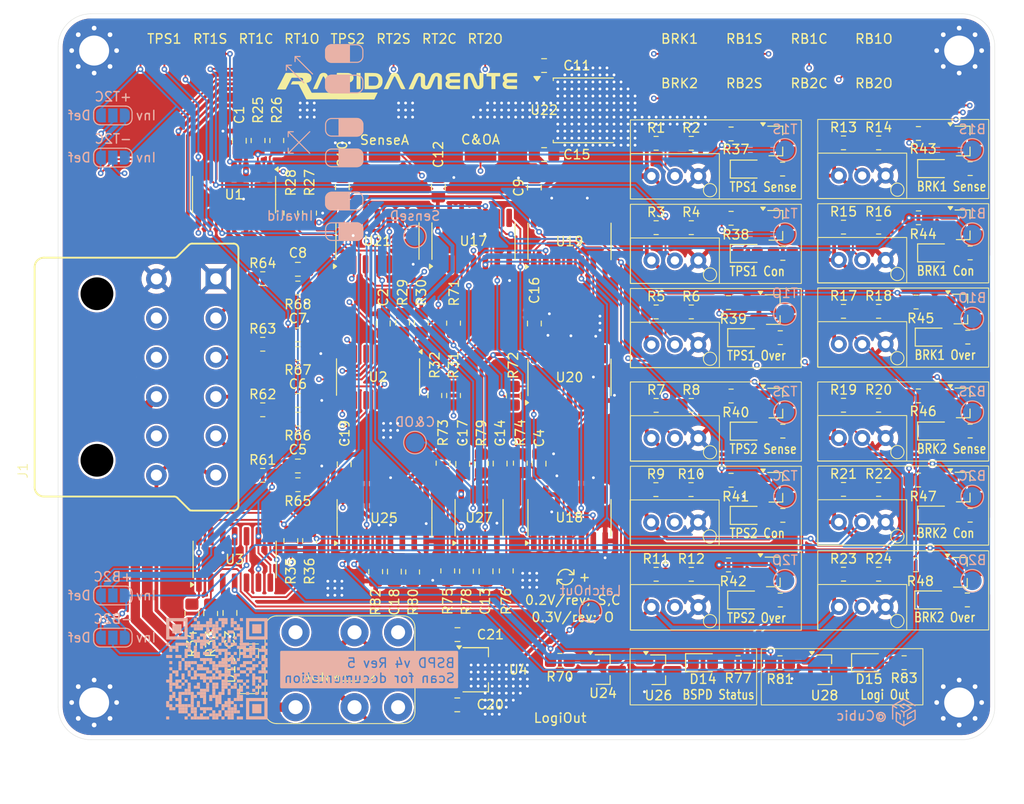
<source format=kicad_pcb>
(kicad_pcb (version 20241229) (generator "pcbnew") (generator_version "9.0")
  (layers (0 "F.Cu" signal "Front") (4 "In1.Cu" signal) (6 "In2.Cu" signal) (2 "B.Cu" signal "Back") (13 "F.Paste" user) (15 "B.Paste" user) (5 "F.SilkS" user "F.Silkscreen") (7 "B.SilkS" user "B.Silkscreen") (1 "F.Mask" user) (3 "B.Mask" user) (25 "Edge.Cuts" user))
  (net 0 "")
  (net 1 "GND")
  (net 2 "+5V")
  (net 3 "BRK2")
  (net 4 "BRK1")
  (net 5 "TPS2")
  (net 6 "+12V")
  (net 7 "TPS1")
  (net 8 "Net-(U27A-+)")
  (net 9 "Net-(D1-A)")
  (net 10 "Net-(D1-K)")
  (net 11 "Net-(D2-A)")
  (net 12 "Net-(D2-K)")
  (net 13 "Net-(D3-K)")
  (net 14 "Net-(D3-A)")
  (net 15 "Net-(D4-K)")
  (net 16 "Net-(D4-A)")
  (net 17 "Net-(D5-K)")
  (net 18 "Net-(D5-A)")
  (net 19 "Net-(D6-A)")
  (net 20 "Net-(D6-K)")
  (net 21 "BSPD_status(12V)")
  (net 22 "Relay_NO")
  (net 23 "Relay_NC")
  (net 24 "Relay_com")
  (net 25 "Net-(U1A--)")
  (net 26 "Net-(U1B--)")
  (net 27 "+8V")
  (net 28 "Net-(U2B--)")
  (net 29 "Net-(U27B-+)")
  (net 30 "Net-(U25A-S1)")
  (net 31 "Net-(D7-A)")
  (net 32 "Net-(D7-K)")
  (net 33 "Net-(D8-K)")
  (net 34 "Net-(D8-A)")
  (net 35 "Net-(D9-K)")
  (net 36 "Net-(D9-A)")
  (net 37 "Net-(D10-A)")
  (net 38 "Net-(U7-G)")
  (net 39 "Net-(U8-G)")
  (net 40 "Net-(U9-G)")
  (net 41 "Net-(U10-G)")
  (net 42 "Net-(D10-K)")
  (net 43 "Net-(U11-G)")
  (net 44 "Logic_state")
  (net 45 "Net-(U13-G)")
  (net 46 "Net-(D11-A)")
  (net 47 "Net-(D11-K)")
  (net 48 "Net-(D12-A)")
  (net 49 "Net-(D12-K)")
  (net 50 "Net-(D14-K)")
  (net 51 "Net-(D14-A)")
  (net 52 "Net-(D15-K)")
  (net 53 "Net-(D15-A)")
  (net 54 "Net-(J1-Pad2)")
  (net 55 "Net-(J1-Pad4)")
  (net 56 "Net-(J1-Pad3)")
  (net 57 "Net-(J1-Pad5)")
  (net 58 "Net-(U1C--)")
  (net 59 "Net-(U2C--)")
  (net 60 "Net-(U3A--)")
  (net 61 "Net-(U3B--)")
  (net 62 "Net-(JP1-C)")
  (net 63 "Net-(U1D--)")
  (net 64 "Net-(U2D--)")
  (net 65 "Net-(U3D--)")
  (net 66 "TPS1_sense")
  (net 67 "TPS1_con")
  (net 68 "TPS1_over")
  (net 69 "TPS2_sense")
  (net 70 "TPS2_con")
  (net 71 "TPS2_over")
  (net 72 "BRK1_sense")
  (net 73 "BRK1_con")
  (net 74 "BRK1_over")
  (net 75 "BRK2_sense")
  (net 76 "BRK2_con")
  (net 77 "BRK2_over")
  (net 78 "Net-(U5-G)")
  (net 79 "Net-(U6-G)")
  (net 80 "Net-(U12-G)")
  (net 81 "Net-(U14-G)")
  (net 82 "Net-(U15-G)")
  (net 83 "Net-(U16-G)")
  (net 84 "Net-(U24-G)")
  (net 85 "Net-(U17A-1Y)")
  (net 86 "Net-(R72-Pad1)")
  (net 87 "Net-(U27A--)")
  (net 88 "Net-(U27B--)")
  (net 89 "Net-(U21C-3A)")
  (net 90 "Net-(U21C-3B)")
  (net 91 "Net-(U25E-EN)")
  (net 92 "Net-(U28-G)")
  (net 93 "Net-(U21C-3Y)")
  (net 94 "Net-(U17B-2Y)")
  (net 96 "Net-(U17A-1B)")
  (net 97 "Net-(U17A-1A)")
  (net 98 "Net-(U17C-3Y)")
  (net 99 "Net-(U18-Pad4)")
  (net 101 "Net-(U18-Pad6)")
  (net 102 "Net-(U18-Pad2)")
  (net 105 "Net-(U19B-2Y)")
  (net 106 "Net-(U19A-1Y)")
  (net 117 "Net-(JP1-A)")
  (net 118 "Net-(JP2-C)")
  (net 119 "Net-(JP3-A)")
  (net 120 "Net-(JP3-C)")
  (net 121 "Net-(JP4-C)")
  (footprint "Resistor_SMD:R_0805_2012Metric_Pad1.20x1.40mm_HandSolder" (layer "F.Cu") (at 218.525 112.03 180)
    (property "Reference" "R52" (hide yes))
    (property "Value" "R200")
  )
  (footprint "LED_SMD:LED_0805_2012Metric_Pad1.15x1.40mm_HandSolder" (layer "F.Cu") (at 214.5 102.05)
    (property "Reference" "D3" (hide yes))
    (property "Value" "RLED")
  )
  (footprint "Resistor_SMD:R_0805_2012Metric_Pad1.20x1.40mm_HandSolder" (layer "F.Cu") (at 184.75 126.9875 90)
    (property "Reference" "R78")
    (property "Value" "R10K")
  )
  (footprint "LED_SMD:LED_0805_2012Metric_Pad1.15x1.40mm_HandSolder" (layer "F.Cu") (at 214.775 84.05)
    (property "Reference" "D1" (hide yes))
    (property "Value" "YLED")
  )
  (footprint "MountingHole:MountingHole_3.2mm_M3_Pad_Via" (layer "F.Cu") (at 237.35 141)
    (property "Reference" "H4" (hide yes))
    (property "Value" "MountingHole_Pad")
  )
  (footprint "Resistor_SMD:R_0805_2012Metric_Pad1.20x1.40mm_HandSolder" (layer "F.Cu") (at 205 127.31)
    (property "Reference" "R11")
    (property "Value" "R10M")
  )
  (footprint "Package_SO:SOIC-14_3.9x8.7mm_P1.27mm" (layer "F.Cu") (at 195.75 106.2875 90)
    (property "Reference" "U20")
    (property "Value" "74HC04")
  )
  (footprint "Test Hook:ronghe RH-5015" (layer "F.Cu") (at 221.333333 76.5)
    (property "Reference" "TP11")
    (property "Value" "TestHook")
  )
  (footprint "Package_TO_SOT_SMD:SOT-89-3_Handsoldering" (layer "F.Cu") (at 185.7375 137.5)
    (property "Reference" "U4")
    (property "Value" "78L08MG-AB3-R")
  )
  (footprint "Capacitor_SMD:C_0805_2012Metric_Pad1.18x1.45mm_HandSolder" (layer "F.Cu") (at 183.7875 133.75)
    (property "Reference" "C21")
    (property "Value" "C0.1uF")
  )
  (footprint "Resistor_SMD:R_0805_2012Metric_Pad1.20x1.40mm_HandSolder" (layer "F.Cu") (at 190.5 115.45 -90)
    (property "Reference" "R74")
    (property "Value" "R10K")
  )
  (footprint "Resistor_SMD:R_0805_2012Metric_Pad1.20x1.40mm_HandSolder" (layer "F.Cu") (at 208.75 90.305)
    (property "Reference" "R4")
    (property "Value" "R10M")
  )
  (footprint "Variable resistor:SIP-3P tirmpot" (layer "F.Cu") (at 207 93.805 90)
    (property "Reference" "RV2" (hide yes))
    (property "Value" "R_Potentiometer_Trim")
  )
  (footprint "LED_SMD:LED_0805_2012Metric_Pad1.15x1.40mm_HandSolder" (layer "F.Cu") (at 210 136.75)
    (property "Reference" "D14")
    (property "Value" "RLED")
  )
  (footprint "Resistor_SMD:R_0805_2012Metric_Pad1.20x1.40mm_HandSolder" (layer "F.Cu") (at 208.75 99.3)
    (property "Reference" "R6")
    (property "Value" "R10M")
  )
  (footprint "Capacitor_SMD:C_0805_2012Metric_Pad1.18x1.45mm_HandSolder" (layer "F.Cu") (at 171.5 85.9875 90)
    (property "Reference" "C10")
    (property "Value" "C0.1uF")
  )
  (footprint "Custom_connector:DTM13-12PA" (layer "F.Cu") (at 158 106.25 90)
    (property "Reference" "J1")
    (property "Value" "DTM13-12PA")
  )
  (footprint "Capacitor_SMD:C_0805_2012Metric_Pad1.18x1.45mm_HandSolder" (layer "F.Cu") (at 188.345 115.4875 90)
    (property "Reference" "C14")
    (property "Value" "C10uF")
  )
  (footprint "Relays_THT:PANASONIC ACNM1112" (layer "F.Cu") (at 171.3 137.5)
    (property "Reference" "U23")
    (property "Value" "ACNM1112")
  )
  (footprint "Resistor_SMD:R_0805_2012Metric_Pad1.20x1.40mm_HandSolder" (layer "F.Cu") (at 189.75 108.25 -90)
    (property "Reference" "R72")
    (property "Value" "R6.8K")
  )
  (footprint "Package_SO:SOIC-14_3.9x8.7mm_P1.27mm" (layer "F.Cu") (at 185.5 91.7375 90)
    (property "Reference" "U17")
    (property "Value" "74HC08D")
  )
  (footprint "Resistor_SMD:R_0805_2012Metric_Pad1.20x1.40mm_HandSolder" (layer "F.Cu") (at 232.7 126.3)
    (property "Reference" "R48")
    (property "Value" "R150")
  )
  (footprint "Resistor_SMD:R_0805_2012Metric_Pad1.20x1.40mm_HandSolder" (layer "F.Cu") (at 175.055 127.025 90)
    (property "Reference" "R82")
    (property "Value" "R10K")
  )
  (footprint "Resistor_SMD:R_0805_2012Metric_Pad1.20x1.40mm_HandSolder" (layer "F.Cu") (at 228.75 90.25)
    (property "Reference" "R16")
    (property "Value" "R10M")
  )
  (footprint "Variable resistor:SIP-3P tirmpot" (layer "F.Cu") (at 207 102.8 90)
    (property "Reference" "RV3" (hide yes))
    (property "Value" "R_Potentiometer_Trim")
  )
  (footprint "Resistor_SMD:R_0805_2012Metric_Pad1.20x1.40mm_HandSolder" (layer "F.Cu") (at 205 109.28)
    (property "Reference" "R7")
    (property "Value" "R10M")
  )
  (footprint "Test Hook:ronghe RH-5015" (layer "F.Cu") (at 207.5 71.75)
    (property "Reference" "TP15")
    (property "Value" "TestHook")
  )
  (footprint "Resistor_SMD:R_0805_2012Metric_Pad1.20x1.40mm_HandSolder" (layer "F.Cu") (at 166.75 103.75)
    (property "Reference" "R67")
    (property "Value" "R10K")
  )
  (footprint "Package_TO_SOT_SMD:SOT-23_Handsoldering" (layer "F.Cu") (at 217.75 109.03)
    (property "Reference" "U8" (hide yes))
    (property "Value" "2N7002")
  )
  (footprint "LED_SMD:LED_0805_2012Metric_Pad1.15x1.40mm_HandSolder" (layer "F.Cu") (at 234.775 112.015)
    (property "Reference" "D10" (hide yes))
    (property "Value" "YLED")
  )
  (footprint "Capacitor_SMD:C_0805_2012Metric_Pad1.18x1.45mm_HandSolder" (layer "F.Cu") (at 177.055 127.025 90)
    (property "Reference" "C18")
    (property "Value" "C10uF")
  )
  (footprint "Resistor_SMD:R_0805_2012Metric_Pad1.20x1.40mm_HandSolder" (layer "F.Cu") (at 213 117.27)
    (property "Reference" "R41")
    (property "Value" "R150")
  )
  (footprint "Package_TO_SOT_SMD:SOT-23_Handsoldering" (layer "F.Cu") (at 217.475 127.06)
    (property "Reference" "U10" (hide yes))
    (property "Value" "2N7002")
  )
  (footprint "Variable resistor:SIP-3P tirmpot" (layer "F.Cu") (at 227 84.75 90)
    (property "Reference" "RV7" (hide yes))
    (property "Value" "R_Potentiometer_Trim")
  )
  (footprint "Capacitor_SMD:C_0805_2012Metric_Pad1.18x1.45mm_HandSolder" (layer "F.Cu") (at 160.5 81.025 90)
    (property "Reference" "C1")
    (property "Value" "C0.1uF")
  )
  (footprint "Capacitor_SMD:C_0805_2012Metric_Pad1.18x1.45mm_HandSolder" (layer "F.Cu") (at 171.695 115.5625 90)
    (property "Reference" "C19")
    (property "Value" "C0.1uF")
  )
  (footprint "Resistor_SMD:R_0805_2012Metric_Pad1.20x1.40mm_HandSolder" (layer "F.Cu") (at 218.525 121.02 180)
    (property "Reference" "R53" (hide yes))
    (property "Value" "R82")
  )
  (footprint "MountingHole:MountingHole_3.2mm_M3_Pad_Via" (layer "F.Cu") (at 237.35 71.4)
    (property "Reference" "H2" (hide yes))
    (property "Value" "MountingHole_Pad")
  )
  (footprint "MountingHole:MountingHole_3.2mm_M3_Pad_Via" (layer "F.Cu") (at 145 141)
    (property "Reference" "H3" (hide yes))
    (property "Value" "MountingHole_Pad")
  )
  (footprint "Resistor_SMD:R_0805_2012Metric_Pad1.20x1.40mm_HandSolder" (layer "F.Cu") (at 213 108.28 180)
    (property "Reference" "R40")
    (property "Value" "R150")
  )
  (footprint "Capacitor_SMD:C_0805_2012Metric_Pad1.18x1.45mm_HandSolder" (layer "F.Cu") (at 193.0375 82.5)
    (property "Reference" "C15")
    (property "Value" "C0.1uF")
  )
  (footprint "Test Hook:ronghe RH-5015" (layer "F.Cu") (at 176 82.5)
    (property "Reference" "TP29")
    (property "Value" "TestHook")
  )
  (footprint "Package_SO:SOIC-14_3.9x8.7mm_P1.27mm" (layer "F.Cu") (at 195.75 91.775 90)
    (property "Reference" "U19")
    (property "Value" "74HC32D")
  )
  (footprint "Resistor_SMD:R_0805_2012Metric_Pad1.20x1.40mm_HandSolder" (layer "F.Cu") (at 189 126.95 -90)
    (property "Reference" "R76")
    (property "Value" "R22K")
  )
  (footprint "Resistor_SMD:R_0805_2012Metric_Pad1.20x1.40mm_HandSolder" (layer "F.Cu") (at 166.75 110.75)
    (property "Reference" "R66")
    (property "Value" "R10K")
  )
  (footprint "Test Hook:ronghe RH-5015" (layer "F.Cu") (at 176.964286 71.75)
    (property "Reference" "TP2")
    (property "Value" "TestHook")
  )
  (footprint "Capacitor_SMD:C_0805_2012Metric_Pad1.18x1.45mm_HandSolder" (layer "F.Cu") (at 193.0375 73)
    (property "Reference" "C11")
    (property "Value" "C0.33uF")
  )
  (footprint "Resistor_SMD:R_0805_2012Metric_Pad1.20x1.40mm_HandSolder" (layer "F.Cu") (at 238.525 93 180)
    (property "Reference" "R56" (hide yes))
    (property "Value" "R82")
  )
  (footprint "Package_TO_SOT_SMD:SOT-23_Handsoldering" (layer "F.Cu") (at 237.45 127.1)
    (property "Reference" "U16" (hide yes))
    (property "Value" "2N7002")
  )
  (footprint "Package_TO_SOT_SMD:SOT-23_Handsoldering" (layer "F.Cu") (at 205.25 137.5)
    (property "Reference" "U26")
    (property "Value" "2N7002")
  )
  (footprint "LED_SMD:LED_0805_2012Metric_Pad1.15x1.40mm_HandSolder" (layer "F.Cu") (at 214.5 130.06)
    (property "Reference" "D6" (hide yes))
    (property "Value" "RLED")
  )
  (footprint "Resistor_SMD:R_0805_2012Metric_Pad1.20x1.40mm_HandSolder" (layer "F.Cu") (at 181.37 108.225 -90)
    (property "Reference" "R32")
    (property "Value" "R10K")
  )
  (footprint "Resistor_SMD:R_0805_2012Metric_Pad1.20x1.40mm_HandSolder" (layer "F.Cu") (at 233 108.265 180)
    (property "Reference" "R46")
    (property "Value" "R150")
  )
  (footprint "Test Hook:ronghe RH-5015" (layer "F.Cu") (at 214.416667 71.75)
    (property "Reference" "TP3")
    (property "Value" "TestHook")
  )
  (footprint "Resistor_SMD:R_0805_2012Metric_Pad1.20x1.40mm_HandSolder" (layer "F.Cu") (at 183.37 108.225 -90)
    (property "Reference" "R31")
    (property "Value" "R10K")
  )
  (footprint "Resistor_SMD:R_0805_2012Metric_Pad1.20x1.40mm_HandSolder" (layer "F.Cu") (at 208.75 109.28)
    (property "Reference" "R8")
    (property "Value" "R10M")
  )
  (footprint "Resistor_SMD:R_0805_2012Metric_Pad1.20x1.40mm_HandSolder" (layer "F.Cu") (at 212.725 126.31)
    (property "Reference" "R42")
    (property "Value" "R150")
  )
  (footprint "Resistor_SMD:R_0805_2012Metric_Pad1.20x1.40mm_HandSolder" (layer "F.Cu") (at 225 90.25)
    (property "Reference" "R15")
    (property "Value" "R10M")
  )
  (footprint "LED_SMD:LED_0805_2012Metric_Pad1.15x1.40mm_HandSolder" (layer "F.Cu") (at 234.775 84)
    (property "Reference" "D7" (hide yes))
    (property "Value" "YLED")
  )
  (footprint "Test Hook:ronghe RH-5015" (layer "F.Cu") (at 214.416667 76.5)
    (property "Reference" "TP4")
    (property "Value" "TestHook")
  )
  (footprint "Resistor_SMD:R_0805_2012Metric_Pad1.20x1.40mm_HandSolder" (layer "F.Cu") (at 163 109.75)
    (property "Reference" "R62")
    (property "Value" "R1K")
  )
  (footprint "Resistor_SMD:R_0805_2012Metric_Pad1.20x1.40mm_HandSolder" (layer "F.Cu") (at 163 95.75)
    (property "Reference" "R64")
    (property "Value" "R1K")
  )
  (footprint "Resistor_SMD:R_0805_2012Metric_Pad1.20x1.40mm_HandSolder" (layer "F.Cu") (at 194.725 136.5)
    (property "Reference" "R70")
    (property "Value" "R500")
  )
  (footprint "LED_SMD:LED_0805_2012Metric_Pad1.15x1.40mm_HandSolder" (layer "F.Cu") (at 234.775 93)
    (property "Reference" "D8" (hide yes))
    (property "Value" "GLED")
  )
  (footprint "Test Hook:ronghe RH-5015" (layer "F.Cu") (at 228.25 71.75)
    (property "Reference" "TP10")
    (property "Value" "TestHook")
  )
  (footprint "LED_SMD:LED_0805_2012Metric_Pad1.15x1.40mm_HandSolder" (layer "F.Cu") (at 234.525 101.99)
    (property "Reference" "D9" (hide yes))
    (property "Value" "RLED")
  )
  (footprint "Test Hook:ronghe RH-5015" (layer "F.Cu") (at 181.857143 71.75)
    (property "Reference" "TP7")
    (property "Value" "TestHook")
  )
  (footprint "Test Hook:ronghe RH-5015" (layer "F.Cu") (at 167.178571 71.75)
    (property "Reference" "TP6")
    (property "Value" "TestHook")
  )
  (footprint "Resistor_SMD:R_0805_2012Metric_Pad1.20x1.40mm_HandSolder" (layer "F.Cu") (at 238.525 84 180)
    (property "Reference" "R55" (hide yes))
    (property "Value" "R200")
  )
  (footprint "Resistor_SMD:R_0805_2012Metric_Pad1.20x1.40mm_HandSolder" (layer "F.Cu") (at 163 116.75)
    (property "Reference" "R61")
    (property "Value" "R1K")
  )
  (footprint "Resistor_SMD:R_0805_2012Metric_Pad1.20x1.40mm_HandSolder" (layer "F.Cu") (at 166 88.75 -90)
    (property "Reference" "R28")
    (property "Value" "R10K")
  )
  (footprint "Test Hook:ronghe RH-5015" (layer "F.Cu") (at 186.25 82.5)
    (property "Reference" "TP30")
    (property "Value" "TestHook")
  )
  (footprint "Resistor_SMD:R_0805_2012Metric_Pad1.20x1.40mm_HandSolder" (layer "F.Cu") (at 163 102.75)
    (property "Reference" "R63")
    (property "Value" "R1K")
  )
  (footprint "Capacitor_SMD:C_0805_2012Metric_Pad1.18x1.45mm_HandSolder" (layer "F.Cu") (at 166.75 94.75)
    (property "Reference" "C8")
    (property "Value" "C10nF")
  )
  (footprint "Resistor_SMD:R_0805_2012Metric_Pad1.20x1.40mm_HandSolder" (layer "F.Cu") (at 228.75 99.24)
    (property "Reference" "R18")
    (property "Value" "R10M")
  )
  (footprint "Package_TO_SOT_SMD:SOT-23_Handsoldering" (layer "F.Cu") (at 217.75 90.055)
    (property "Reference" "U6" (hide yes))
    (property "Value" "2N7002")
  )
  (footprint "Resistor_SMD:R_0805_2012Metric_Pad1.20x1.40mm_HandSolder" (layer "F.Cu") (at 164.5 81 -90)
    (property "Reference" "R26")
    (property "Value" "R10K")
  )
  (footprint "LED_SMD:LED_0805_2012Metric_Pad1.15x1.40mm_HandSolder" (layer "F.Cu") (at 227.725 136.75)
    (property "Reference" "D15")
    (property "Value" "RLED")
  )
  (footprint "Resistor_SMD:R_0805_2012Metric_Pad1.20x1.40mm_HandSolder" (layer "F.Cu") (at 218.25 102.05 180)
    (property "Reference" "R51" (hide yes))
    (property "Value" "R200")
  )
  (footprint "Resistor_SMD:R_0805_2012Metric_Pad1.20x1.40mm_HandSolder" (layer "F.Cu") (at 177.93 100.475 -90)
    (property "Reference" "R29")
    (property "Value" "R10K")
  )
  (footprint "Package_TO_SOT_SMD:SOT-23_Handsoldering" (layer "F.Cu") (at 237.75 118)
    (property "Reference" "U15" (hide yes))
    (property "Value" "2N7002")
  )
  (footprint "Resistor_SMD:R_0805_2012Metric_Pad1.20x1.40mm_HandSolder" (layer "F.Cu") (at 213 89.305)
    (property "Reference" "R38")
    (property "Value" "R150")
  )
  (footprint "Resistor_SMD:R_0805_2012Metric_Pad1.20x1.40mm_HandSolder" (layer "F.Cu") (at 157.44 131.5 90)
    (property "Reference" "R33")
    (property "Value" "R10K")
  )
  (footprint "Resistor_SMD:R_0805_2012Metric_Pad1.20x1.40mm_HandSolder" (layer "F.Cu") (at 225 109.265)
    (property "Reference" "R19")
    (property "Value" "R10M")
  )
  (footprint "Resistor_SMD:R_0805_2012Metric_Pad1.20x1.40mm_HandSolder" (layer "F.Cu") (at 238.525 112.015 180)
    (property "Reference" "R58" (hide yes))
    (property "Value" "R200")
  )
  (footprint "Test Hook:ronghe RH-5015" (layer "F.Cu") (at 157.392857 71.75)
    (property "Reference" "TP1")
    (property "Value" "TestHook")
  )
  (footprint "Package_SO:SOIC-14_3.9x8.7mm_P1.27mm" (layer "F.Cu") (at 175.31 106.25 -90)
    (property "Reference" "U2")
    (property "Value" "LM339")
  )
  (footprint "Capacitor_SMD:C_0805_2012Metric_Pad1.18x1.45mm_HandSolder" (layer "F.Cu") (at 186.845 126.9875 -90)
    (property "Reference" "C13")
    (property "Value" "C10uF")
  )
  (footprint "Resistor_SMD:R_0805_2012Metric_Pad1.20x1.40mm_HandSolder" (layer "F.Cu") (at 208.725 118.27)
    (property "Reference" "R10")
    (property "Value" "R10M")
  )
  (footprint "LED_SMD:LED_0805_2012Metric_Pad1.15x1.40mm_HandSolder" (layer "F.Cu") (at 234.775 121)
    (property "Reference" "D11" (hide yes))
    (property "Value" "GLED")
  )
  (footprint "Resistor_SMD:R_0805_2012Metric_Pad1.20x1.40mm_HandSolder" (layer "F.Cu") (at 205 90.305)
    (property "Reference" "R3")
    (property "Value" "R10M")
  )
  (footprint "Resistor_SMD:R_0805_2012Metric_Pad1.20x1.40mm_HandSolder" (layer "F.Cu") (at 162.5 81 -90)
    (property "Reference" "R25")
    (property "Value" "R10K")
  )
  (footprint "Resistor_SMD:R_0805_2012Metric_Pad1.20x1.40mm_HandSolder" (layer "F.Cu") (at 233 117.25)
    (property "Reference" "R47")
    (property "Value" "R150")
  )
  (footprint "Package_TO_SOT_SMD:SOT-23_Handsoldering" (layer "F.Cu") (at 217.75 118.02)
    (property "Reference" "U9" (hide yes))
    (property "Value" "2N7002")
  )
  (footprint "Capacitor_SMD:C_0805_2012Metric_Pad1.18x1.45mm_HandSolder" (layer "F.Cu") (at 166.75 108.75)
    (property "Reference" "C6")
    (property "Value" "C10nF")
  )
  (footprint "Resistor_SMD:R_0805_2012Metric_Pad1.20x1.40mm_HandSolder" (layer "F.Cu") (at 166 123.725 90)
    (property "Reference" "R35")
    (property "Value" "R10K")
  )
  (footprint "Resistor_SMD:R_0805_2012Metric_Pad1.20x1.40mm_HandSolder" (layer "F.Cu") (at 228.75 127.3)
    (property "Reference" "R24")
    (property "Value" "R10M")
  )
  (footprint "Variable resistor:SIP-3P tirmpot" (layer "F.Cu") (at 207 112.78 90)
    (property "Reference" "RV4" (hide yes))
    (property "Value" "R_Potentiometer_Trim")
  )
  (footprint "Package_TO_SOT_SMD:SOT-23_Handsoldering" (layer "F.Cu") (at 222.975 137.5)
    (property "Reference" "U28")
    (property "Value" "2N7002")
  )
  (footprint "Capacitor_SMD:C_0805_2012Metric_Pad1.18x1.45mm_HandSolder" (layer "F.Cu") (at 192 100.5375 90)
    (property "Reference" "C16")
    (property "Value" "C0.1uF")
  )
  (footprint "Package_SO:SOIC-8_3.9x4.9mm_P1.27mm" (layer "F.Cu") (at 186.095 121.275 90)
    (property "Reference" "U27")
    (property "Value" "LM393")
  )
  (footprint "Resistor_SMD:R_0805_2012Metric_Pad1.20x1.40mm_HandSolder" (layer "F.Cu") (at 218.25 130.06 180)
    (property "Reference" "R54" (hide yes))
    (property "Value" "R200")
  )
  (footprint "Package_TO_SOT_SMD:SOT-23_Handsoldering" (layer "F.Cu") (at 217.75 81.05)
    (property "Reference" "U5" (hide yes))
    (property "Value" "2N7002")
  )
  (footprint "Test Hook:ronghe RH-5015" (layer "F.Cu") (at 162.285714 71.75)
    (property "Reference" "TP5")
    (property "Value" "TestHook")
  )
  (footprint "Resistor_SMD:R_0805_2012Metric_Pad1.20x1.40mm_HandSolder" (layer "F.Cu") (at 208.75 127.31)
    (property "Reference" "R12")
    (property "Value" "R10M")
  )
  (footprint "LED_SMD:LED_0805_2012Metric_Pad1.15x1.40mm_HandSolder" (layer "F.Cu") (at 214.775 121.02)
    (property "Reference" "D5" (hide yes))
    (property "Value" "GLED")
  )
  (footprint "Package_TO_SOT_SMD:SOT-23_Handsoldering" (layer "F.Cu") (at 237.75 90)
    (property "Reference" "U12" (hide yes))
    (property "Value" "2N7002")
  )
  (footprint "Capacitor_SMD:C_0805_2012Metric_Pad1.18x1.45mm_HandSolder" (layer "F.Cu") (at 159.5 131.4375 -90)
    (property "Reference" "C3")
    (property "Value" "C0.1uF")
  )
  (footprint "Package_TO_SOT_SMD:SOT-23_Handsoldering" (layer "F.Cu") (at 199.327944 137.477944)
    (property "Reference" "U24")
    (property "Value" "IRLML2502TRPBF")
  )
  (footprint "Resistor_SMD:R_0805_2012Metric_Pad1.20x1.40mm_HandSolder" (layer "F.Cu") (at 225 81.25)
    (property "Reference" "R13")
    (property "Value" "R10M")
  )
  (footprint "Package_TO_SOT_SMD:TO-252-2" (layer "F.Cu") (at 197.3275 77.78)
    (property "Reference" "U22")
    (property "Value" "L78M05ABDT-TR")
  )
  (footprint "Test Hook:ronghe RH-5015" (layer "F.Cu") (at 152.5 71.75)
    (property "Reference" "TP13")
    (property "Value" "TestHook")
  )
  (footprint "Resistor_SMD:R_0805_2012Metric_Pad1.20x1.40mm_HandSolder" (layer "F.Cu") (at 238.225 130.05 180)
    (property "Reference" "R60" (hide yes))
    (property "Value" "R200")
  )
  (footprint "Package_TO_SOT_SMD:SOT-23_Handsoldering" (layer "F.Cu") (at 217.475 99.05)
    (property "Reference" "U7" (hide yes))
    (property "Value" "2N7002")
  )
  (footprint "Capacitor_SMD:C_0805_2012Metric_Pad1.18x1.45mm_HandSolder" (layer "F.Cu") (at 166.75 101.75)
    (property "Reference" "C7")
    (property "Value" "C10nF")
  )
  (footprint "Capacitor_SMD:C_0805_2012Metric_Pad1.18x1.45mm_HandSolder" (layer "F.Cu") (at 175.87 100.5375 90)
    (property "Reference" "C2")
    (property "Value" "C0.1uF")
  )
  (footprint "Resistor_SMD:R_0805_2012Metric_Pad1.20x1.40mm_HandSolder" (layer "F.Cu") (at 228.75 118.25)
    (property "Reference" "R22")
    (property "Value" "R10M")
  )
  (footprint "Resistor_SMD:R_0805_2012Metric_Pad1.20x1.40mm_HandSolder" (layer "F.Cu") (at 208.75 81.3)
    (property "Reference" "R2")
    (property "Value" "R10M")
  )
  (footprint "Resistor_SMD:R_0805_2012Metric_Pad1.20x1.40mm_HandSolder" (layer "F.Cu") (at 212.725 98.3)
    (property "Reference" "R39")
    (property "Value" "R150")
  )
  (footprint "Resistor_SMD:R_0805_2012Metric_Pad1.20x1.40mm_HandSolder" (layer "F.Cu") (at 218.5 84.05 180)
    (property "Reference" "R49" (hide yes))
    (property "Value" "R200")
  )
  (footprint "Resistor_SMD:R_0805_2012Metric_Pad1.20x1.40mm_HandSolder" (layer "F.Cu") (at 232.75 98.24)
    (property "Reference" "R45")
    (property "Value" "R150")
  )
  (footprint "Resistor_SMD:R_0805_2012Metric_Pad1.20x1.40mm_HandSolder" (layer "F.Cu") (at 213 80.3 180)
    (property "Reference" "R37")
    (property "Value" "R150")
  )
  (footprint "LED_SMD:LED_0805_2012Metric_Pad1.15x1.40mm_HandSolder" (layer "F.Cu") (at 234.475 130.05)
    (property "Reference" "D12" (hide yes))
    (property "Value" "RLED")
  )
  (footprint "Package_SO:SOIC-14_3.9x8.7mm_P1.27mm" (layer "F.Cu") (at 160 125.725 90)
    (property "Reference" "U3")
    (property "Value" "LM339")
  )
  (footprint "Resistor_SMD:R_0805_2012Metric_Pad1.20x1.40mm_HandSolder" (layer "F.Cu") (at 225 118.25)
    (property "Reference" "R21")
    (property "Value" "R10M")
  )
  (footprint "Test Hook:ronghe RH-5015" (layer "F.Cu") (at 228.25 76.5)
    (property "Reference" "TP12")
    (property "Value" "TestHook")
  )
  (footprint "Package_SO:SOIC-14_3.9x8.7mm_P1.27mm" (layer "F.Cu") (at 195.75 121.275 90)
    (property "Reference" "U18")
    (property "Value" "74HC21D")
  )
  (footprint "Capacitor_SMD:C_0805_2012Metric_Pad1.18x1.45mm_HandSolder" (layer "F.Cu") (at 184.345 115.525 90)
    (property "Reference" "C17")
    (property "Value" "C0.1uF")
  )
  (footprint "Resistor_SMD:R_0805_2012Metric_Pad1.20x1.40mm_HandSolder" (layer "F.Cu") (at 238.525 121 180)
    (property "Reference" "R59" (hide yes))
    (property "Value" "R82")
  )
  (footprint "LED_SMD:LED_0805_2012Metric_Pad1.15x1.40mm_HandSolder" (layer "F.Cu") (at 214.775 112.03)
    (property "Reference" "D4" (hide yes))
    (property "Value" "YLED")
  )
  (footprint "Resistor_SMD:R_0805_2012Metric_Pad1.20x1.40mm_HandSolder" (layer "F.Cu") (at 179 127.0625 -90)
    (property "Reference" "R80")
    (property "Value" "R10K")
  )
  (footprint "Resistor_SMD:R_0805_2012Metric_Pad1.20x1.40mm_HandSolder" (layer "F.Cu") (at 233 80.25 180)
    (property "Reference" "R43")
    (property "Value" "R150")
  )
  (footprint "Diodes_SMD:S-FLAT(1.6x3.5)" (layer "F.Cu") (at 161.55 137.5 -90)
    (property "Reference" "D13")
    (property "Value" "CRH01")
  )
  (footprint "Resistor_SMD:R_0805_2012Metric_Pad1.20x1.40mm_HandSolder" (layer "F.Cu") (at 225 127.3)
    (property "Reference" "R23")
    (property "Value" "R10M")
  )
  (footprint "Variable resistor:SIP-3P tirmpot" (layer "F.Cu") (at 227 130.8 90)
    (property "Reference" "RV12" (hide yes))
    (property "Value" "R_Potentiometer_Trim")
  )
  (footprint "Package_TO_SOT_SMD:SOT-23_Handsoldering" (layer "F.Cu") (at 237.75 81.05)
    (property "Reference" "U11" (hide yes))
    (property "Value" "2N7002")
  )
  (footprint "Resistor_SMD:R_0805_2012Metric_Pad1.20x1.40mm_HandSolder" (layer "F.Cu") (at 228.75 81.25)
    (property "Reference" "R14")
    (property "Value" "R10M")
  )
  (footprint "Resistor_SMD:R_0805_2012Metric_Pad1.20x1.40mm_HandSolder" (layer "F.Cu") (at 166.75 117.75)
    (property "Reference" "R65")
    (property "Value" "R10K")
  )
  (footprint "Variable resistor:SIP-3P tirmpot" (layer "F.Cu") (at 227 121.75 90)
    (property "Reference" "RV11" (hide yes))
    (property "Value" "R_Potentiometer_Trim")
  )
  (footprint "MountingHole:MountingHole_3.2mm_M3_Pad_Via" (layer "F.Cu") (at 145 71.4)
    (property "Reference" "H1" (hide yes))
    (property "Value" "MountingHole_Pad")
  )
  (footprint "Resistor_SMD:R_0805_2012Metric_Pad1.20x1.40mm_HandSolder" (layer "F.Cu") (at 182.25 115.45 -90)
    (property "Reference" "R73")
    (property "Value" "R10K")
  )
  (footprint "Variable resistor:SIP-3P tirmpot" (layer "F.Cu") (at 227 93.75 90)
    (property "Reference" "RV8" (hide yes))
    (property "Value" "R_Potentiometer_Trim")
  )
  (footprint "Test Hook:ronghe RH-5015" (layer "F.Cu") (at 194.75 141)
    (property "Reference" "TP33")
    (property "Value" "TestHook")
  )
  (footprint "Resistor_SMD:R_0805_2012Metric_Pad1.20x1.40mm_HandSolder" (layer "F.Cu") (at 218.525 93.055 180)
    (property "Reference" "R50" (hide yes))
    (property "Value" "R82")
  )
  (footprint "Capacitor_SMD:C_0805_2012Metric_Pad1.18x1.45mm_HandSolder" (layer "F.Cu") (at 183.7675 141.25)
    (property "Reference" "C20")
    (property "Value" "C0.33uF")
  )
  (footprint "Variable resistor:SIP-3P tirmpot" (layer "F.Cu") (at 207 130.81 90)
    (property "Reference" "RV6" (hide yes))
    (property "Value" "R_Potentiometer_Trim")
  )
  (footprint "Resistor_SMD:R_0805_2012Metric_Pad1.20x1.40mm_HandSolder" (layer "F.Cu") (at 168 123.725 90)
    (property "Reference" "R36")
    (property "Value" "R10K")
  )
  (footprint "Resistor_SMD:R_0805_2012Metric_Pad1.20x1.40mm_HandSolder" (layer "F.Cu") (at 204.975 118.27)
    (property "Reference" "R9")
    (property "Value" "R10M")
  )
  (footprint "Resistor_SMD:R_0805_2012Metric_Pad1.20x1.40mm_HandSolder" (layer "F.Cu") (at 218.225 136.75)
    (property "Reference" "R81")
    (property "Value" "R150")
  )
  (footprint "Resistor_SMD:R_0805_2012Metric_Pad1.20x1.40mm_HandSolder" (layer "F.Cu") (at 166.75 96.75)
    (property "Reference" "R68")
    (property "Value" "R10K")
  )
  (footprint "Package_TO_SOT_SMD:SOT-23_Handsoldering" (layer "F.Cu") (at 237.5 98.99)
    (property "Reference" "U13" (hide yes))
    (property "Value" "2N7002")
  )
  (footprint "Variable resistor:SIP-3P tirmpot" (layer "F.Cu") (at 227 112.765 90)
    (property "Reference" "RV10" (hide yes))
    (property "Value" "R_Potentiometer_Trim")
  )
  (footprint "Capacitor_SMD:C_0805_2012Metric_Pad1.18x1.45mm_HandSolder" (layer "F.Cu") (at 192 86.025 90)
    (property "Reference" "C9")
    (property "Value" "C0.1uF")
  )
  (footprint "Resistor_SMD:R_0805_2012Metric_Pad1.20x1.40mm_HandSolder" (layer "F.Cu") (at 205 81.3)
    (property "Reference" "R1")
    (property "Value" "R10M")
  )
  (footprint "Variable resistor:SIP-3P tirmpot" (layer "F.Cu") (at 207 84.8 90)
    (property "Reference" "RV1" (hide yes))
    (property "Value" "R_Potentiometer_Trim")
  )
  (footprint "Package_SO:SOIC-14_3.9x8.7mm_P1.27mm" (layer "F.Cu") (at 159.94 86.775 -90)
    (property "Reference" "U1")
    (property "Value" "LM339")
  )
  (footprint "Package_SO:SOIC-16_3.9x9.9mm_P1.27mm" (layer "F.Cu") (at 176 121.2875 90)
    (property "Reference" "U25")
    (property "Value" "CD4043BDR")
  )
  (footprint "Resistor_SMD:R_0805_2012Metric_Pad1.20x1.40mm_HandSolder" (layer "F.Cu") (at 183.37 100.5 -90)
    (property "Reference" "R71")
    (property "Value" "R68K")
  )
  (footprint "Resistor_SMD:R_0805_2012Metric_Pad1.20x1.40mm_HandSolder" (layer "F.Cu") (at 168 88.75 -90)
    (property "Reference" "R27")
    (property "Value" "R10K")
  )
  (footprint "Resistor_SMD:R_0805_2012Metric_Pad1.20x1.40mm_HandSolder" (layer "F.Cu") (at 225 99.24)
    (property "Reference" "R17")
    (property "Value" "R10M")
  )
  (footprint "Package_SO:SOIC-14_3.9x8.7mm_P1.27mm" (layer "F.Cu") (at 175.25 91.7375 90)
    (property "Reference" "U21")
    (property "Value" "74HC32D")
  )
  (footprint "Test Hook:ronghe RH-5015" (layer "F.Cu") (at 186.75 71.75)
    (property "Reference" "TP8")
    (property "Value" "TestHook")
  )
  (footprint "Variable resistor:SIP-3P tirmpot" (layer "F.Cu") (at 206.975 121.77 90)
    (property "Reference" "RV5" (hide yes))
    (property "Value" "R_Potentiometer_Trim")
  )
  (footprint "Resistor_SMD:R_0805_2012Metric_Pad1.20x1.40mm_HandSolder" (layer "F.Cu") (at 233 89.25)
    (property "Reference" "R44")
    (property "Value" "R150")
  )
  (footprint "Variable resistor:SIP-3P tirmpot" (layer "F.Cu") (at 227 102.74 90)
    (property "Reference" "RV9" (hide yes))
    (property "Value" "R_Potentiometer_Trim")
  )
  (footprint "Resistor_SMD:R_0805_2012Metric_Pad1.20x1.40mm_HandSolder" (layer "F.Cu") (at 205 99.3)
    (property "Reference" "R5")
    (property "Value" "R10M")
  )
  (footprint "Test Hook:ronghe RH-5015" (layer "F.Cu") (at 172.071429 71.75)
    (property "Reference" "TP14")
    (property "Value" "TestHook")
  )
  (footprint "Test Hook:ronghe RH-5015" (layer "F.Cu") (at 221.333333 71.75)
    (property "Reference" "TP9")
    (property "Value" "TestHook")
  )
  (footprint "Resistor_SMD:R_0805_2012Metric_Pad1.20x1.40mm_HandSolder" (layer "F.Cu") (at 155.44 131.5 90)
    (property "Reference" "R34")
    (property "Value" "R10K")
  )
  (footprint "Resistor_SMD:R_0805_2012Metric_Pad1.20x1.40mm_HandSolder" (layer "F.Cu") (at 238.275 101.99 180)
    (property "Reference" "R57" (hide yes))
    (property "Value" "R200")
  )
  (footprint "Capacitor_SMD:C_0805_2012Metric_Pad1.18x1.45mm_HandSolder" (layer "F.Cu") (at 181.75 85.9875 90)
    (property "Reference" "C12")
    (property "Value" "C0.1uF")
  )
  (footprint "Resistor_SMD:R_0805_2012Metric_Pad1.20x1.40mm_HandSolder" (layer "F.Cu") (at 179.93 100.475 -90)
    (property "Reference" "R30")
    (property "Value" "R10K")
  )
  (footprint "Capacitor_SMD:C_0805_2012Metric_Pad1.18x1.45mm_HandSolder" (layer "F.Cu") (at 166.75 115.75)
    (property "Reference" "C5")
    (property "Value" "C10nF")
  )
  (footprint "Resistor_SMD:R_0805_2012Metric_Pad1.20x1.40mm_HandSolder" (layer "F.Cu") (at 231.475 136.75 180)
    (property "Reference" "R83")
    (property "Value" "R200")
  )
  (footprint "Capacitor_SMD:C_0805_2012Metric_Pad1.18x1.45mm_HandSolder" (layer "F.Cu") (at 192.5 115.5 90)
    (property "Reference" "C4")
    (property "Value" "C0.1uF")
  )
  (footprint "Package_TO_SOT_SMD:SOT-23_Handsoldering" (layer "F.Cu") (at 237.75 109.015)
    (property "Reference" "U14" (hide yes))
    (property "Value" "2N7002")
  )
  (footprint "Resistor_SMD:R_0805_2012Metric_Pad1.20x1.40mm_HandSolder" (layer "F.Cu") (at 186.345 115.4875 90)
    (property "Reference" "R79")
    (property "Value" "R10K")
  )
  (footprint "LED_SMD:LED_0805_2012Metric_Pad1.15x1.40mm_HandSolder" (layer "F.Cu") (at 214.775 93.055)
    (property "Reference" "D2" (hide yes))
    (property "Value" "GLED")
  )
  (footprint "Resistor_SMD:R_0805_2012Metric_Pad1.20x1.40mm_HandSolder" (layer "F.Cu") (at 228.75 109.265)
    (property "Reference" "R20")
    (property "Value" "R10M")
  )
  (footprint "Resistor_SMD:R_0805_2012Metric_Pad1.20x1.40mm_HandSolder" (layer "F.Cu") (at 213.75 136.75 180)
    (property "Reference" "R77")
    (property "Value" "R200")
  )
  (footprint "Resistor_SMD:R_0805_2012Metric_Pad1.20x1.40mm_HandSolder" (layer "F.Cu") (at 182.75 126.95 90)
    (property "Reference" "R75")
    (property "Value" "R22K")
  )
  (footprint "Test Hook:ronghe RH-5015" (layer "F.Cu") (at 207.5 76.5)
    (property "Reference" "TP16")
    (property "Value" "TestHook")
  )
  (footprint "Test Hook:SolderedJumper 3P" (layer "B.Cu") (at 147.025 82.825 180)
    (property "Reference" "JP2")
    (property "Value" "SolderJumper_3_Open" (hide yes))
  )
  (footprint "Test Hook:Custom_Testpad" (layer "B.Cu") (at 179.25 113.25 180)
    (property "Reference" "TP32")
    (property "Value" "Testpad")
  )
  (footprint "Test Hook:Custom_Testpad" (layer "B.Cu") (at 218.75 110 180)
    (property "Reference" "TP20")
    (property "Value" "Testpad")
  )
  (footprint "Test Hook:Custom_Testpad" (layer "B.Cu") (at 238.75 100 180)
    (property "Reference" "TP25")
    (property "Value" "Testpad")
  )
  (footprint "Test Hook:Custom_Testpad" (layer "B.Cu") (at 238.75 110 180)
    (property "Reference" "TP26")
    (property "Value" "Testpad")
  )
  (footprint "Test Hook:Custom_Testpad" (layer "B.Cu") (at 238.75 119 180)
    (property "Reference" "TP27")
    (property "Value" "Testpad")
  )
  (footprint "Test Hook:Custom_Testpad" (layer "B.Cu") (at 238.75 128 180)
    (property "Reference" "TP28")
    (property "Value" "Testpad")
  )
  (footprint "Test Hook:SolderedJumper 3P" (layer "B.Cu") (at 147.025 129.575 180)
    (property "Reference" "JP3")
    (property "Value" "SolderJumper_3_Open" (hide yes))
  )
  (footprint "Test Hook:Custom_Testpad" (layer "B.Cu") (at 218.75 91 180)
    (property "Reference" "TP18")
    (property "Value" "Testpad")
  )
  (footprint "Test Hook:SolderedJumper 3P" (layer "B.Cu") (at 147.025 134.075 180)
    (property "Reference" "JP4")
    (property "Value" "SolderJumper_3_Open" (hide yes))
  )
  (footprint "Test Hook:Custom_Testpad" (layer "B.Cu") (at 218.75 128 180)
    (property "Reference" "TP22")
    (property "Value" "Testpad")
  )
  (footprint "Test Hook:Custom_Testpad" (layer "B.Cu") (at 218.75 119 180)
    (property "Reference" "TP21")
    (property "Value" "Testpad")
  )
  (footprint "Test Hook:Custom_Testpad" (layer "B.Cu") (at 179.25 91.25 180)
    (property "Reference" "TP31")
    (property "Value" "Testpad")
  )
  (footprint "Test Hook:Custom_Testpad" (layer "B.Cu") (at 238.75 82 180)
    (property "Reference" "TP23")
    (property "Value" "Testpad")
  )
  (footprint "Test Hook:Custom_Testpad" (layer "B.Cu") (at 198 131.25 180)
    (property "Reference" "TP34")
    (property "Value" "Testpad")
  )
  (footprint "Test Hook:Custom_Testpad" (layer "B.Cu") (at 218.75 99.5 180)
    (property "Reference" "TP19")
    (property "Value" "Testpad")
  )
  (footprint "Test Hook:SolderedJumper 3P" (layer "B.Cu") (at 147.025 78.325 180)
    (property "Reference" "JP1")
    (property "Value" "SolderJumper_3_Open" (hide yes))
  )
  (footprint "Test Hook:Custom_Testpad" (layer "B.Cu") (at 238.75 91 180)
    (property "Reference" "TP24")
    (property "Value" "Testpad")
  )
  (footprint "Test Hook:Custom_Testpad" (layer "B.Cu") (at 218.75 82 180)
    (property "Reference" "TP17")
    (property "Value" "Testpad")
  )
  (gr_poly (pts (xy 169.543209 73.776937) (xy 169.574932 73.779717) (xy 169.606028 73.784283) (xy 169.63643 73.790714) (xy 169.666069 73.799086) (xy 169.694879 73.809477) (xy 169.722791 73.821965) (xy 169.749738 73.836627) (xy 169.775651 73.853541) (xy 169.800462 73.872785) (xy 169.824105 73.894436) (xy 169.846511 73.918572) (xy 169.867612 73.94527) (xy 169.878194 73.960284) (xy 169.888313 73.975611) (xy 169.898005 73.991224) (xy 169.90731 74.007095) (xy 169.916266 74.023196) (xy 169.924911 74.039498) (xy 169.941425 74.072595) (xy 169.95716 74.10616) (xy 169.972422 74.13997) (xy 170.002762 74.207423) (xy 170.57639 75.459336) (xy 170.578435 75.464053) (xy 170.580419 75.469083) (xy 170.582466 75.474664) (xy 170.584698 75.481031) (xy 170.590216 75.497071) (xy 170.59375 75.507216) (xy 170.597966 75.519093) (xy 170.387344 75.519776) (xy 170.285421 75.519054) (xy 170.234911 75.517968) (xy 170.184549 75.516223) (xy 170.182556 75.516039) (xy 170.180534 75.515657) (xy 170.178487 75.515087) (xy 170.176417 75.514337) (xy 170.17433 75.513416) (xy 170.172229 75.512331) (xy 170.170118 75.511092) (xy 170.168 75.509706) (xy 170.165879 75.508183) (xy 170.16376 75.50653) (xy 170.15954 75.502869) (xy 170.155371 75.498793) (xy 170.151283 75.494367) (xy 170.147307 75.489659) (xy 170.143474 75.484738) (xy 170.139813 75.479669) (xy 170.136357 75.474522) (xy 170.133134 75.469362) (xy 170.130176 75.464258) (xy 170.127513 75.459277) (xy 170.125176 75.454487) (xy 169.653507 74.426731) (xy 169.603126 74.318034) (xy 169.590751 74.291803) (xy 169.578149 74.265935) (xy 169.565165 74.240425) (xy 169.551641 74.215265) (xy 169.548724 74.210242) (xy 169.545478 74.205103) (xy 169.541931 74.199907) (xy 169.538114 74.194711) (xy 169.534055 74.189573) (xy 169.529786 74.184551) (xy 169.525334 74.179703) (xy 169.520731 74.175088) (xy 169.516004 74.170761) (xy 169.511185 74.166783) (xy 169.506302 74.163209) (xy 169.501385 74.1601) (xy 169.498923 74.158737) (xy 169.496464 74.157511) (xy 169.494011 74.15643) (xy 169.491569 74.155502) (xy 169.48914 74.154732) (xy 169.486728 74.154129) (xy 169.484337 74.1537) (xy 169.481972 74.153452) (xy 169.47993 74.153429) (xy 169.47782 74.153615) (xy 169.475648 74.154003) (xy 169.473421 74.154583) (xy 169.471145 74.155347) (xy 169.468827 74.156286) (xy 169.466472 74.157392) (xy 169.464087 74.158656) (xy 169.461679 74.16007) (xy 169.459254 74.161624) (xy 169.454378 74.165121) (xy 169.449511 74.169078) (xy 169.444704 74.173426) (xy 169.440007 74.178097) (xy 169.435472 74.183022) (xy 169.431151 74.188131) (xy 169.427093 74.193356) (xy 169.423351 74.198628) (xy 169.419974 74.203878) (xy 169.417016 74.209037) (xy 169.414526 74.214037) (xy 169.155818 74.782825) (xy 168.900333 75.352913) (xy 168.876475 75.406263) (xy 168.86624 75.427901) (xy 168.856627 75.44649) (xy 168.851936 75.454715) (xy 168.847258 75.462265) (xy 168.842546 75.46917) (xy 168.837752 75.475459) (xy 168.83283 75.481161) (xy 168.827731 75.486304) (xy 168.822409 75.490919) (xy 168.816815 75.495034) (xy 168.810903 75.498679) (xy 168.804625 75.501882) (xy 168.797933 75.504673) (xy 168.79078 75.507081) (xy 168.783119 75.509135) (xy 168.774903 75.510864) (xy 168.766083 75.512297) (xy 168.756612 75.513464) (xy 168.735529 75.515115) (xy 168.711274 75.516048) (xy 168.651731 75.516699) (xy 168.375107 75.516775) (xy 168.416692 75.420266) (xy 168.436176 75.375392) (xy 168.455642 75.331628) (xy 169.019631 74.084718) (xy 169.034268 74.05405) (xy 169.050092 74.024743) (xy 169.06713 73.996841) (xy 169.085409 73.970389) (xy 169.104955 73.945431) (xy 169.125797 73.922011) (xy 169.147961 73.900173) (xy 169.171474 73.879962) (xy 169.196364 73.861422) (xy 169.209334 73.852792) (xy 169.222658 73.844596) (xy 169.236339 73.83684) (xy 169.250382 73.829529) (xy 169.264789 73.822669) (xy 169.279563 73.816266) (xy 169.294709 73.810324) (xy 169.31023 73.80485) (xy 169.326129 73.799849) (xy 169.342409 73.795326) (xy 169.359074 73.791287) (xy 169.376127 73.787737) (xy 169.393571 73.784683) (xy 169.411411 73.782129) (xy 169.444961 73.778539) (xy 169.478156 73.776426) (xy 169.510928 73.775866)) (fill yes) (layer "F.SilkS"))
  (gr_rect (start 202.25 87.81) (end 220.5 96.26) (stroke (width 0.1)) (fill no) (layer "F.SilkS"))
  (gr_poly (pts (xy 177.108128 73.779075) (xy 177.148452 73.781683) (xy 177.187035 73.786506) (xy 177.223909 73.793539) (xy 177.259102 73.80278) (xy 177.292644 73.814222) (xy 177.324565 73.827863) (xy 177.354895 73.843697) (xy 177.383662 73.861722) (xy 177.410898 73.881932) (xy 177.436631 73.904323) (xy 177.460891 73.928891) (xy 177.483708 73.955632) (xy 177.505111 73.984542) (xy 177.525131 74.015617) (xy 177.543797 74.048851) (xy 177.561138 74.084242) (xy 177.720425 74.427201) (xy 177.882575 74.768998) (xy 178.209192 75.451648) (xy 178.211867 75.457386) (xy 178.214563 75.463395) (xy 178.22051 75.477145) (xy 178.22801 75.494739) (xy 178.238043 75.518019) (xy 178.204634 75.517539) (xy 178.171844 75.516398) (xy 178.108063 75.5139) (xy 178.077042 75.513432) (xy 178.046583 75.514076) (xy 178.031559 75.514953) (xy 178.01667 75.516275) (xy 178.001914 75.518097) (xy 177.98729 75.520474) (xy 177.97229 75.522978) (xy 177.957838 75.524884) (xy 177.943917 75.5262) (xy 177.930511 75.526935) (xy 177.917604 75.527097) (xy 177.905179 75.526694) (xy 177.89322 75.525734) (xy 177.881711 75.524225) (xy 177.870635 75.522176) (xy 177.859976 75.519594) (xy 177.849718 75.516488) (xy 177.839844 75.512865) (xy 177.830339 75.508735) (xy 177.821186 75.504104) (xy 177.812368 75.498982) (xy 177.803869 75.493377) (xy 177.795674 75.487296) (xy 177.787765 75.480748) (xy 177.780127 75.473741) (xy 177.772743 75.466282) (xy 177.758672 75.450046) (xy 177.745422 75.432104) (xy 177.732862 75.412521) (xy 177.720863 75.391362) (xy 177.709293 75.368694) (xy 177.698023 75.34458) (xy 177.569895 75.066229) (xy 177.437796 74.789462) (xy 177.16859 74.237992) (xy 177.164947 74.231066) (xy 177.160892 74.224319) (xy 177.156467 74.217733) (xy 177.151713 74.211288) (xy 177.146673 74.204969) (xy 177.141387 74.198756) (xy 177.135897 74.192631) (xy 177.130246 74.186578) (xy 177.118623 74.17461) (xy 177.10685 74.16271) (xy 177.095261 74.150733) (xy 177.08964 74.144671) (xy 177.084189 74.138536) (xy 177.078167 74.144704) (xy 177.071935 74.150783) (xy 177.059046 74.162759) (xy 177.045933 74.174641) (xy 177.033011 74.186605) (xy 177.026751 74.192672) (xy 177.020693 74.198826) (xy 177.01489 74.205089) (xy 177.009393 74.211483) (xy 177.004254 74.218029) (xy 176.999525 74.22475) (xy 176.995257 74.231668) (xy 176.991502 74.238805) (xy 176.707257 74.833424) (xy 176.427848 75.430056) (xy 176.421945 75.442151) (xy 176.415831 75.453281) (xy 176.409459 75.463466) (xy 176.406162 75.46821) (xy 176.402784 75.472725) (xy 176.399317 75.477013) (xy 176.395758 75.481076) (xy 176.3921 75.484918) (xy 176.388337 75.488539) (xy 176.384464 75.491943) (xy 176.380474 75.495133) (xy 176.376362 75.498109) (xy 176.372123 75.500875) (xy 176.36775 75.503434) (xy 176.363238 75.505786) (xy 176.35858 75.507936) (xy 176.353772 75.509885) (xy 176.348807 75.511635) (xy 176.34368 75.513189) (xy 176.338385 75.514549) (xy 176.332916 75.515718) (xy 176.327268 75.516698) (xy 176.321434 75.517492) (xy 176.315409 75.518101) (xy 176.309187 75.518528) (xy 176.29613 75.518845) (xy 176.282216 75.518464) (xy 176.23814 75.516696) (xy 176.193839 75.515723) (xy 176.103821 75.515467) (xy 175.912995 75.516914) (xy 175.96659 75.401033) (xy 176.018575 75.289688) (xy 176.308898 74.672983) (xy 176.599108 74.061469) (xy 176.608524 74.042713) (xy 176.618413 74.024636) (xy 176.628768 74.007235) (xy 176.639585 73.990505) (xy 176.650858 73.974443) (xy 176.662582 73.959045) (xy 176.674751 73.944306) (xy 176.68736 73.930224) (xy 176.700404 73.916794) (xy 176.713878 73.904013) (xy 176.727775 73.891876) (xy 176.742091 73.88038) (xy 176.756821 73.86952) (xy 176.771959 73.859294) (xy 176.787499 73.849697) (xy 176.803437 73.840725) (xy 176.819767 73.832375) (xy 176.836484 73.824642) (xy 176.853582 73.817523) (xy 176.871055 73.811014) (xy 176.8889 73.805111) (xy 176.90711 73.79981) (xy 176.92568 73.795107) (xy 176.944605 73.790999) (xy 176.963878 73.787482) (xy 176.983496 73.784551) (xy 177.003453 73.782204) (xy 177.023743 73.780435) (xy 177.04436 73.779242) (xy 177.065301 73.77862)) (fill yes) (layer "F.SilkS"))
  (gr_rect (start 216.225 135.25) (end 233.475 141.25) (stroke (width 0.1)) (fill no) (layer "F.SilkS"))
  (gr_rect (start 222.25 87.75) (end 240.5 96.2) (stroke (width 0.1)) (fill no) (layer "F.SilkS"))
  (gr_rect (start 202.25 124.825) (end 220.5 133.275) (stroke (width 0.1)) (fill no) (layer "F.SilkS"))
  (gr_rect (start 202.25 115.775) (end 220.5 124.225) (stroke (width 0.1)) (fill no) (layer "F.SilkS"))
  (gr_rect (start 202.25 78.8) (end 220.5 87.25) (stroke (width 0.1)) (fill no) (layer "F.SilkS"))
  (gr_poly (pts (xy 173.446767 75.514106) (xy 173.019386 75.514106) (xy 173.019415 74.448199) (xy 173.019446 73.78819) (xy 173.446767 73.78819)) (fill yes) (layer "F.SilkS"))
  (gr_rect (start 202.225 135.25) (end 215.725 141.25) (stroke (width 0.1)) (fill no) (layer "F.SilkS"))
  (gr_rect (start 222.25 78.75) (end 240.5 87.2) (stroke (width 0.1)) (fill no) (layer "F.SilkS"))
  (gr_rect (start 222.25 124.8) (end 240.5 133.25) (stroke (width 0.1)) (fill no) (layer "F.SilkS"))
  (gr_poly (pts (xy 190.067838 73.783003) (xy 190.077699 73.78309) (xy 190.087658 73.783349) (xy 190.108198 73.78425) (xy 190.15408 73.786625) (xy 190.15408 74.149017) (xy 190.115619 74.151677) (xy 190.105352 74.152321) (xy 190.094929 74.152852) (xy 190.084402 74.153215) (xy 190.073824 74.15336) (xy 189.669307 74.153045) (xy 189.467034 74.15361) (xy 189.26479 74.155953) (xy 189.254219 74.156288) (xy 189.243382 74.15693) (xy 189.232351 74.157891) (xy 189.221196 74.159181) (xy 189.209985 74.160811) (xy 189.19879 74.162792) (xy 189.18768 74.165134) (xy 189.176724 74.167848) (xy 189.165994 74.170945) (xy 189.155558 74.174436) (xy 189.145487 74.178331) (xy 189.13585 74.182641) (xy 189.126718 74.187377) (xy 189.11816 74.19255) (xy 189.110246 74.198169) (xy 189.103046 74.204247) (xy 189.099824 74.207368) (xy 189.096691 74.210698) (xy 189.090703 74.217938) (xy 189.085105 74.225876) (xy 189.079917 74.234426) (xy 189.075164 74.243497) (xy 189.070865 74.253002) (xy 189.067044 74.262852) (xy 189.063723 74.272958) (xy 189.060923 74.283231) (xy 189.058666 74.293584) (xy 189.056976 74.303926) (xy 189.055872 74.314171) (xy 189.055379 74.324229) (xy 189.055517 74.334011) (xy 189.056308 74.34343) (xy 189.057776 74.352395) (xy 189.059401 74.359311) (xy 189.061364 74.365977) (xy 189.063655 74.372397) (xy 189.066262 74.378574) (xy 189.069177 74.38451) (xy 189.072388 74.390208) (xy 189.075886 74.395671) (xy 189.07966 74.400902) (xy 189.0837 74.405903) (xy 189.087995 74.410678) (xy 189.092536 74.415228) (xy 189.097312 74.419557) (xy 189.102313 74.423668) (xy 189.107529 74.427562) (xy 189.112949 74.431244) (xy 189.118563 74.434716) (xy 189.124361 74.43798) (xy 189.130333 74.44104) (xy 189.136468 74.443898) (xy 189.142756 74.446557) (xy 189.149187 74.449019) (xy 189.15575 74.451288) (xy 189.169234 74.455257) (xy 189.183126 74.458484) (xy 189.197342 74.460993) (xy 189.211802 74.462806) (xy 189.226423 74.463944) (xy 189.259723 74.465428) (xy 189.293162 74.466298) (xy 189.360836 74.466735) (xy 189.502037 74.466154) (xy 190.154236 74.466169) (xy 190.154236 74.829251) (xy 190.058322 74.829251) (xy 189.22259 74.829988) (xy 189.206114 74.830449) (xy 189.190245 74.831804) (xy 189.174988 74.834058) (xy 189.160354 74.837214) (xy 189.14635 74.841276) (xy 189.132985 74.846247) (xy 189.120267 74.85213) (xy 189.108204 74.85893) (xy 189.096805 74.86665) (xy 189.086078 74.875294) (xy 189.076031 74.884865) (xy 189.066672 74.895367) (xy 189.058011 74.906803) (xy 189.050055 74.919178) (xy 189.042812 74.932494) (xy 189.036291 74.946755) (xy 189.033829 74.952991) (xy 189.031675 74.959181) (xy 189.029826 74.96532) (xy 189.028279 74.971406) (xy 189.027029 74.977436) (xy 189.026072 74.983408) (xy 189.025405 74.989318) (xy 189.025023 74.995164) (xy 189.024923 75.000944) (xy 189.025101 75.006654) (xy 189.025553 75.012291) (xy 189.026275 75.017854) (xy 189.027262 75.023338) (xy 189.028512 75.028742) (xy 189.03002 75.034063) (xy 189.031782 75.039298) (xy 189.033795 75.044444) (xy 189.036054 75.049498) (xy 189.038556 75.054458) (xy 189.041297 75.059321) (xy 189.047479 75.068744) (xy 189.054568 75.077746) (xy 189.062535 75.086304) (xy 189.071347 75.094397) (xy 189.080973 75.102002) (xy 189.091382 75.109098) (xy 189.098834 75.113569) (xy 189.106611 75.117774) (xy 189.11468 75.12171) (xy 189.123009 75.125376) (xy 189.131567 75.128769) (xy 189.140321 75.131889) (xy 189.149239 75.134732) (xy 189.15829 75.137298) (xy 189.167442 75.139584) (xy 189.176663 75.141589) (xy 189.18592 75.14331) (xy 189.195183 75.144746) (xy 189.204418 75.145895) (xy 189.213595 75.146755) (xy 189.222681 75.147324) (xy 189.231645 75.147601) (xy 189.436163 75.149693) (xy 189.640667 75.15047) (xy 190.049575 75.150716) (xy 190.151627 75.150731) (xy 190.151627 75.504882) (xy 190.150492 75.50564) (xy 190.149387 75.50643) (xy 190.14831 75.507243) (xy 190.14726 75.508067) (xy 190.145231 75.509699) (xy 190.143283 75.511238) (xy 190.142334 75.511943) (xy 190.141399 75.512589) (xy 190.140477 75.513167) (xy 190.139564 75.513664) (xy 190.13866 75.514068) (xy 190.13821 75.514232) (xy 190.137762 75.514368) (xy 190.137315 75.514476) (xy 190.136868 75.514553) (xy 190.136422 75.514599) (xy 190.135976 75.514612) (xy 189.630136 75.510472) (xy 189.377259 75.50677) (xy 189.124527 75.499818) (xy 189.109204 75.498853) (xy 189.093857 75.4971) (xy 189.078498 75.494621) (xy 189.063138 75.491474) (xy 189.04779 75.487721) (xy 189.032465 75.483421) (xy 189.017176 75.478633) (xy 189.001935 75.473418) (xy 188.971641 75.461946) (xy 188.94168 75.449483) (xy 188.883139 75.423504) (xy 188.85662 75.410444) (xy 188.831189 75.395581) (xy 188.806894 75.379023) (xy 188.783781 75.36088) (xy 188.761899 75.34126) (xy 188.741295 75.320272) (xy 188.722017 75.298024) (xy 188.704112 75.274626) (xy 188.687627 75.250185) (xy 188.672611 75.224811) (xy 188.65911 75.198612) (xy 188.647173 75.171697) (xy 188.636846 75.144174) (xy 188.628178 75.116153) (xy 188.621216 75.087742) (xy 188.616007 75.05905) (xy 188.6126 75.030185) (xy 188.611041 75.001256) (xy 188.611378 74.972372) (xy 188.613658 74.943641) (xy 188.61793 74.915173) (xy 188.624241 74.887075) (xy 188.632638 74.859457) (xy 188.643169 74.832427) (xy 188.655881 74.806095) (xy 188.670822 74.780568) (xy 188.688039 74.755955) (xy 188.707581 74.732365) (xy 188.729494 74.709907) (xy 188.753826 74.68869) (xy 188.780625 74.668822) (xy 188.809938 74.650411) (xy 188.799905 74.635126) (xy 188.789493 74.619954) (xy 188.767909 74.589838) (xy 188.745947 74.559848) (xy 188.724368 74.529766) (xy 188.71396 74.514623) (xy 188.703933 74.499375) (xy 188.694382 74.483995) (xy 188.685402 74.468457) (xy 188.677088 74.452732) (xy 188.669536 74.436795) (xy 188.662841 74.420617) (xy 188.657097 74.404172) (xy 188.650162 74.38007) (xy 188.644595 74.356028) (xy 188.640372 74.33208) (xy 188.637473 74.308257) (xy 188.635876 74.284594) (xy 188.63556 74.261122) (xy 188.636502 74.237874) (xy 188.638681 74.214882) (xy 188.642076 74.192179) (xy 188.646666 74.169798) (xy 188.652427 74.147771) (xy 188.65934 74.126131) (xy 188.667382 74.10491) (xy 188.676532 74.084141) (xy 188.686768 74.063857) (xy 188.698069 74.04409) (xy 188.710412 74.024872) (xy 188.723777 74.006238) (xy 188.738142 73.988217) (xy 188.753486 73.970845) (xy 188.769786 73.954153) (xy 188.787021 73.938173) (xy 188.80517 73.922939) (xy 188.824211 73.908482) (xy 188.844122 73.894836) (xy 188.864882 73.882033) (xy 188.886469 73.870106) (xy 188.908862 73.859086) (xy 188.932039 73.849008) (xy 188.955979 73.839903) (xy 188.98066 73.831804) (xy 189.00606 73.824744) (xy 189.04229 73.816204) (xy 189.078983 73.808803) (xy 189.116039 73.802506) (xy 189.153359 73.797279) (xy 189.190845 73.793086) (xy 189.228398 73.789892) (xy 189.265917 73.787663) (xy 189.303306 73.786364) (xy 189.494389 73.783465) (xy 189.685515 73.782658)) (fill yes) (layer "F.SilkS"))
  (gr_poly (pts (xy 196.12146 127.740002) (xy 196.125169 127.740318) (xy 196.128888 127.740825) (xy 196.132613 127.741525) (xy 196.136337 127.742423) (xy 196.140011 127.743508) (xy 196.143587 127.744765) (xy 196.147061 127.746186) (xy 196.150431 127.747767) (xy 196.153694 127.749502) (xy 196.156845 127.751385) (xy 196.159882 127.753411) (xy 196.162801 127.755573) (xy 196.165599 127.757865) (xy 196.168273 127.760284) (xy 196.170819 127.762821) (xy 196.173234 127.765472) (xy 196.175515 127.768231) (xy 196.177659 127.771093) (xy 196.179661 127.774051) (xy 196.18152 127.7771) (xy 196.183231 127.780234) (xy 196.184791 127.783447) (xy 196.186197 127.786734) (xy 196.187446 127.790089) (xy 196.188534 127.793506) (xy 196.189458 127.79698) (xy 196.190215 127.800504) (xy 196.190801 127.804074) (xy 196.191213 127.807683) (xy 196.191448 127.811325) (xy 196.191503 127.814996) (xy 196.191374 127.818688) (xy 196.191057 127.822397) (xy 196.190551 127.826117) (xy 196.18985 127.829841) (xy 196.188953 127.833565) (xy 196.175938 127.877651) (xy 196.16087 127.920562) (xy 196.143819 127.962259) (xy 196.124853 128.002702) (xy 196.10404 128.041851) (xy 196.08145 128.079668) (xy 196.057151 128.116112) (xy 196.031212 128.151143) (xy 196.003701 128.184722) (xy 195.974688 128.216809) (xy 195.94424 128.247364) (xy 195.912428 128.276349) (xy 195.879319 128.303722) (xy 195.844982 128.329445) (xy 195.809486 128.353478) (xy 195.772899 128.375781) (xy 195.735291 128.396314) (xy 195.69673 128.415038) (xy 195.657284 128.431913) (xy 195.617024 128.4469) (xy 195.576016 128.459959) (xy 195.53433 128.471049) (xy 195.492035 128.480132) (xy 195.449199 128.487168) (xy 195.405892 128.492117) (xy 195.362181 128.494939) (xy 195.318136 128.495595) (xy 195.273825 128.494045) (xy 195.229317 128.49025) (xy 195.184681 128.484169) (xy 195.139985 128.475763) (xy 195.095298 128.464993) (xy 195.066104 128.456644) (xy 195.03741 128.447391) (xy 195.009229 128.437253) (xy 194.981572 128.42625) (xy 194.954451 128.414401) (xy 194.927877 128.401727) (xy 194.901863 128.388247) (xy 194.87642 128.373981) (xy 194.851559 128.358949) (xy 194.827294 128.34317) (xy 194.803635 128.326664) (xy 194.780594 128.309451) (xy 194.758183 128.29155) (xy 194.736414 128.272982) (xy 194.715298 128.253767) (xy 194.694847 128.233923) (xy 194.506325 128.045278) (xy 194.506325 128.360903) (xy 194.506228 128.364732) (xy 194.50594 128.368511) (xy 194.505467 128.372235) (xy 194.504813 128.375899) (xy 194.503982 128.3795) (xy 194.502979 128.383031) (xy 194.501809 128.386488) (xy 194.500477 128.389868) (xy 194.498987 128.393164) (xy 194.497343 128.396372) (xy 194.495551 128.399489) (xy 194.493616 128.402508) (xy 194.491541 128.405425) (xy 194.489332 128.408237) (xy 194.486993 128.410937) (xy 194.484529 128.413521) (xy 194.481945 128.415985) (xy 194.479245 128.418324) (xy 194.476434 128.420533) (xy 194.473516 128.422608) (xy 194.470497 128.424543) (xy 194.467381 128.426335) (xy 194.464172 128.427979) (xy 194.460876 128.429469) (xy 194.457497 128.430801) (xy 194.454039 128.431971) (xy 194.450508 128.432974) (xy 194.446908 128.433805) (xy 194.443243 128.434459) (xy 194.439519 128.434933) (xy 194.43574 128.43522) (xy 194.431911 128.435317) (xy 194.428081 128.43522) (xy 194.424302 128.434933) (xy 194.420578 128.434459) (xy 194.416914 128.433805) (xy 194.413314 128.432974) (xy 194.409782 128.431971) (xy 194.406325 128.430801) (xy 194.402945 128.429469) (xy 194.399649 128.427979) (xy 194.396441 128.426335) (xy 194.393324 128.424543) (xy 194.390305 128.422608) (xy 194.387388 128.420533) (xy 194.384577 128.418324) (xy 194.381876 128.415985) (xy 194.379292 128.413521) (xy 194.376828 128.410937) (xy 194.374489 128.408237) (xy 194.37228 128.405425) (xy 194.370205 128.402508) (xy 194.36827 128.399489) (xy 194.366478 128.396372) (xy 194.364835 128.393164) (xy 194.363344 128.389868) (xy 194.362012 128.386488) (xy 194.360842 128.383031) (xy 194.359839 128.3795) (xy 194.359008 128.375899) (xy 194.358354 128.372235) (xy 194.357881 128.368511) (xy 194.357593 128.364732) (xy 194.357497 128.360903) (xy 194.357497 127.865543) (xy 194.357593 127.861714) (xy 194.357881 127.857935) (xy 194.358354 127.854211) (xy 194.359008 127.850547) (xy 194.359839 127.846947) (xy 194.360842 127.843415) (xy 194.362012 127.839958) (xy 194.363344 127.836579) (xy 194.364835 127.833282) (xy 194.366478 127.830074) (xy 194.36827 127.826957) (xy 194.370205 127.823938) (xy 194.37228 127.821021) (xy 194.374489 127.81821) (xy 194.376828 127.81551) (xy 194.379292 127.812925) (xy 194.381876 127.810461) (xy 194.384577 127.808122) (xy 194.387388 127.805913) (xy 194.390305 127.803838) (xy 194.393324 127.801903) (xy 194.396441 127.800111) (xy 194.399649 127.798468) (xy 194.402945 127.796977) (xy 194.406325 127.795645) (xy 194.409782 127.794475) (xy 194.413314 127.793472) (xy 194.416914 127.792641) (xy 194.420578 127.791987) (xy 194.424302 127.791513) (xy 194.428081 127.791226) (xy 194.431911 127.791129) (xy 194.927274 127.791129) (xy 194.931104 127.791226) (xy 194.934883 127.791513) (xy 194.938607 127.791987) (xy 194.942271 127.792641) (xy 194.945872 127.793472) (xy 194.949403 127.794475) (xy 194.95286 127.795645) (xy 194.95624 127.796977) (xy 194.959536 127.798468) (xy 194.962745 127.800111) (xy 194.965861 127.801903) (xy 194.96888 127.803838) (xy 194.971798 127.805913) (xy 194.974609 127.808122) (xy 194.977309 127.810461) (xy 194.979893 127.812925) (xy 194.982357 127.81551) (xy 194.984696 127.81821) (xy 194.986905 127.821021) (xy 194.98898 127.823938) (xy 194.990915 127.826957) (xy 194.992707 127.830074) (xy 194.99435 127.833282) (xy 194.99584 127.836579) (xy 194.997173 127.839958) (xy 194.998343 127.843415) (xy 194.999345 127.846947) (xy 195.000176 127.850547) (xy 195.000831 127.854211) (xy 195.001304 127.857935) (xy 195.001591 127.861714) (xy 195.001688 127.865543) (xy 195.001591 127.869373) (xy 195.001304 127.873151) (xy 195.000831 127.876876) (xy 195.000176 127.88054) (xy 194.999345 127.88414) (xy 194.998343 127.887671) (xy 194.997173 127.891129) (xy 194.99584 127.894508) (xy 194.99435 127.897804) (xy 194.992707 127.901013) (xy 194.990915 127.904129) (xy 194.98898 127.907148) (xy 194.986905 127.910066) (xy 194.984696 127.912877) (xy 194.982357 127.915577) (xy 194.979893 127.918161) (xy 194.977309 127.920625) (xy 194.974609 127.922964) (xy 194.971798 127.925173) (xy 194.96888 127.927248) (xy 194.965861 127.929184) (xy 194.962745 127.930976) (xy 194.959536 127.932619) (xy 194.95624 127.934109) (xy 194.95286 127.935442) (xy 194.949403 127.936612) (xy 194.945872 127.937614) (xy 194.942271 127.938445) (xy 194.938607 127.9391) (xy 194.934883 127.939573) (xy 194.931104 127.93986) (xy 194.927274 127.939957) (xy 194.61148 127.939957) (xy 194.800183 128.12878) (xy 194.817203 128.145296) (xy 194.834777 128.16129) (xy 194.852895 128.176746) (xy 194.871548 128.191647) (xy 194.890727 128.205978) (xy 194.910424 128.21972) (xy 194.930628 128.23286) (xy 194.951332 128.245379) (xy 194.972525 128.257261) (xy 194.994198 128.26849) (xy 195.016343 128.27905) (xy 195.03895 128.288925) (xy 195.062011 128.298097) (xy 195.085516 128.30655) (xy 195.109455 128.314268) (xy 195.133821 128.321235) (xy 195.17106 128.33021) (xy 195.208307 128.337215) (xy 195.245504 128.342282) (xy 195.282594 128.345445) (xy 195.31952 128.346737) (xy 195.356224 128.34619) (xy 195.39265 128.343838) (xy 195.428739 128.339715) (xy 195.464436 128.333852) (xy 195.499681 128.326282) (xy 195.534419 128.31704) (xy 195.568592 128.306159) (xy 195.602143 128.29367) (xy 195.635014 128.279607) (xy 195.667148 128.264004) (xy 195.698488 128.246893) (xy 195.728977 128.228307) (xy 195.758557 128.20828) (xy 195.787171 128.186845) (xy 195.814762 128.164033) (xy 195.841273 128.13988) (xy 195.866646 128.114417) (xy 195.890824 128.087678) (xy 195.913749 128.059696) (xy 195.935366 128.030503) (xy 195.955615 128.000134) (xy 195.974441 127.96862) (xy 195.991785 127.935996) (xy 196.007591 127.902293) (xy 196.021801 127.867546) (xy 196.034358 127.831786) (xy 196.045205 127.795048) (xy 196.046289 127.791375) (xy 196.047545 127.787799) (xy 196.048965 127.784324) (xy 196.050546 127.780953) (xy 196.05228 127.777691) (xy 196.054162 127.774539) (xy 196.056187 127.771502) (xy 196.058349 127.768583) (xy 196.060641 127.765784) (xy 196.063058 127.76311) (xy 196.065596 127.760563) (xy 196.068246 127.758148) (xy 196.071005 127.755866) (xy 196.073866 127.753722) (xy 196.076824 127.751719) (xy 196.079873 127.74986) (xy 196.083006 127.748149) (xy 196.08622 127.746588) (xy 196.089506 127.745182) (xy 196.092861 127.743933) (xy 196.096278 127.742844) (xy 196.099752 127.74192) (xy 196.103276 127.741162) (xy 196.106846 127.740576) (xy 196.110455 127.740163) (xy 196.114097 127.739928) (xy 196.117767 127.739873)) (fill yes) (layer "F.SilkS"))
  (gr_rect (start 222.25 115.75) (end 240.5 124.2) (stroke (width 0.1)) (fill no) (layer "F.SilkS"))
  (gr_rect (start 222.25 96.75) (end 240.5 105.2) (stroke (width 0.1)) (fill no) (layer "F.SilkS"))
  (gr_poly (pts (xy 195.379006 126.710852) (xy 195.423514 126.714648) (xy 195.468151 126.72073) (xy 195.512847 126.729136) (xy 195.557534 126.739907) (xy 195.586727 126.748254) (xy 195.615419 126.757506) (xy 195.643599 126.767644) (xy 195.671256 126.778648) (xy 195.698378 126.790497) (xy 195.724952 126.803172) (xy 195.750967 126.816653) (xy 195.776411 126.83092) (xy 195.801272 126.845954) (xy 195.825539 126.861734) (xy 195.8492 126.87824) (xy 195.872242 126.895454) (xy 195.894654 126.913354) (xy 195.916424 126.931922) (xy 195.93754 126.951136) (xy 195.957991 126.970978) (xy 196.146537 127.159524) (xy 196.146537 126.843992) (xy 196.146633 126.840163) (xy 196.146921 126.836384) (xy 196.147394 126.832659) (xy 196.148048 126.828995) (xy 196.148879 126.825395) (xy 196.149881 126.821863) (xy 196.151051 126.818406) (xy 196.152383 126.815026) (xy 196.153873 126.81173) (xy 196.155516 126.808522) (xy 196.157308 126.805405) (xy 196.159243 126.802386) (xy 196.161318 126.799469) (xy 196.163526 126.796658) (xy 196.165865 126.793957) (xy 196.168329 126.791373) (xy 196.170913 126.788909) (xy 196.173613 126.78657) (xy 196.176424 126.784361) (xy 196.179341 126.782287) (xy 196.18236 126.780351) (xy 196.185477 126.778559) (xy 196.188685 126.776916) (xy 196.191982 126.775426) (xy 196.195361 126.774093) (xy 196.198819 126.772923) (xy 196.20235 126.771921) (xy 196.205951 126.77109) (xy 196.209616 126.770435) (xy 196.213341 126.769962) (xy 196.21712 126.769675) (xy 196.220951 126.769578) (xy 196.22478 126.769675) (xy 196.228559 126.769962) (xy 196.232283 126.770435) (xy 196.235947 126.77109) (xy 196.239547 126.771921) (xy 196.243079 126.772923) (xy 196.246536 126.774093) (xy 196.249915 126.775426) (xy 196.253212 126.776916) (xy 196.25642 126.778559) (xy 196.259536 126.780351) (xy 196.262556 126.782287) (xy 196.265473 126.784361) (xy 196.268284 126.78657) (xy 196.270984 126.788909) (xy 196.273569 126.791373) (xy 196.276033 126.793957) (xy 196.278372 126.796658) (xy 196.280581 126.799469) (xy 196.282656 126.802386) (xy 196.284591 126.805405) (xy 196.286383 126.808522) (xy 196.288026 126.81173) (xy 196.289517 126.815026) (xy 196.290849 126.818406) (xy 196.292019 126.821863) (xy 196.293022 126.825395) (xy 196.293853 126.828995) (xy 196.294507 126.832659) (xy 196.294981 126.836384) (xy 196.295268 126.840163) (xy 196.295365 126.843992) (xy 196.295365 127.339341) (xy 196.295273 127.343031) (xy 196.295001 127.346696) (xy 196.294549 127.350331) (xy 196.293922 127.353927) (xy 196.293121 127.357481) (xy 196.292148 127.360985) (xy 196.291008 127.364434) (xy 196.289701 127.367821) (xy 196.28823 127.37114) (xy 196.286598 127.374386) (xy 196.284808 127.377552) (xy 196.282862 127.380631) (xy 196.280762 127.383618) (xy 196.278511 127.386507) (xy 196.276112 127.389292) (xy 196.273566 127.391966) (xy 196.270893 127.394511) (xy 196.26811 127.39691) (xy 196.265222 127.399161) (xy 196.262235 127.401261) (xy 196.259156 127.403208) (xy 196.255991 127.404998) (xy 196.252746 127.406631) (xy 196.249428 127.408102) (xy 196.246041 127.40941) (xy 196.242593 127.410551) (xy 196.239089 127.411524) (xy 196.235536 127.412326) (xy 196.231939 127.412954) (xy 196.228305 127.413406) (xy 196.22464 127.413679) (xy 196.220951 127.413771) (xy 195.725591 127.413771) (xy 195.721761 127.413674) (xy 195.717981 127.413386) (xy 195.714257 127.412913) (xy 195.710592 127.412259) (xy 195.706991 127.411428) (xy 195.703459 127.410425) (xy 195.700002 127.409255) (xy 195.696622 127.407922) (xy 195.693326 127.406432) (xy 195.690117 127.404788) (xy 195.687001 127.402996) (xy 195.683982 127.40106) (xy 195.681064 127.398985) (xy 195.678253 127.396776) (xy 195.675553 127.394437) (xy 195.672969 127.391973) (xy 195.670506 127.389388) (xy 195.668167 127.386688) (xy 195.665958 127.383876) (xy 195.663884 127.380959) (xy 195.661948 127.377939) (xy 195.660157 127.374823) (xy 195.658514 127.371614) (xy 195.657024 127.368317) (xy 195.655692 127.364938) (xy 195.654522 127.36148) (xy 195.653519 127.357949) (xy 195.652689 127.354349) (xy 195.652034 127.350684) (xy 195.651561 127.34696) (xy 195.651274 127.343181) (xy 195.651177 127.339351) (xy 195.651274 127.335522) (xy 195.651561 127.331743) (xy 195.652034 127.328019) (xy 195.652689 127.324355) (xy 195.653519 127.320754) (xy 195.654522 127.317223) (xy 195.655692 127.313766) (xy 195.657024 127.310386) (xy 195.658514 127.30709) (xy 195.660157 127.303882) (xy 195.661948 127.300765) (xy 195.663884 127.297746) (xy 195.665958 127.294829) (xy 195.668167 127.292017) (xy 195.670506 127.289317) (xy 195.672969 127.286733) (xy 195.675553 127.284269) (xy 195.678253 127.28193) (xy 195.681064 127.279721) (xy 195.683982 127.277646) (xy 195.687001 127.275711) (xy 195.690117 127.273919) (xy 195.693326 127.272276) (xy 195.696622 127.270785) (xy 195.700002 127.269453) (xy 195.703459 127.268283) (xy 195.706991 127.26728) (xy 195.710592 127.266449) (xy 195.714257 127.265795) (xy 195.717981 127.265322) (xy 195.721761 127.265034) (xy 195.725591 127.264937) (xy 196.041474 127.264937) (xy 195.852651 127.076117) (xy 195.83563 127.059601) (xy 195.818055 127.043606) (xy 195.799936 127.02815) (xy 195.781282 127.013248) (xy 195.762103 126.998918) (xy 195.742406 126.985175) (xy 195.722201 126.972036) (xy 195.701498 126.959517) (xy 195.680306 126.947634) (xy 195.658633 126.936405) (xy 195.636488 126.925845) (xy 195.613882 126.915972) (xy 195.590823 126.9068) (xy 195.567319 126.898347) (xy 195.543381 126.89063) (xy 195.519018 126.883664) (xy 195.481778 126.874688) (xy 195.444531 126.867683) (xy 195.407334 126.862615) (xy 195.370243 126.859452) (xy 195.333317 126.85816) (xy 195.296612 126.858706) (xy 195.260186 126.861058) (xy 195.224096 126.865182) (xy 195.1884 126.871045) (xy 195.153154 126.878614) (xy 195.118415 126.887856) (xy 195.084242 126.898738) (xy 195.050691 126.911227) (xy 195.01782 126.925289) (xy 194.985686 126.940893) (xy 194.954346 126.958004) (xy 194.923857 126.97659) (xy 194.894277 126.996617) (xy 194.865662 127.018053) (xy 194.838071 127.040864) (xy 194.811561 127.065018) (xy 194.786188 127.090481) (xy 194.76201 127.11722) (xy 194.739084 127.145203) (xy 194.717468 127.174396) (xy 194.697219 127.204765) (xy 194.678393 127.236279) (xy 194.661049 127.268904) (xy 194.645244 127.302607) (xy 194.631034 127.337354) (xy 194.618477 127.373113) (xy 194.607631 127.409851) (xy 194.606546 127.413525) (xy 194.605291 127.417101) (xy 194.60387 127.420576) (xy 194.602289 127.423946) (xy 194.600555 127.427208) (xy 194.598672 127.43036) (xy 194.596647 127.433397) (xy 194.594485 127.436316) (xy 194.592193 127.439114) (xy 194.589775 127.441788) (xy 194.587238 127.444334) (xy 194.584587 127.446749) (xy 194.581828 127.44903) (xy 194.578966 127.451173) (xy 194.576008 127.453176) (xy 194.572959 127.455034) (xy 194.569825 127.456745) (xy 194.566612 127.458306) (xy 194.563325 127.459712) (xy 194.55997 127.46096) (xy 194.556553 127.462048) (xy 194.553079 127.462973) (xy 194.549554 127.463729) (xy 194.545984 127.464316) (xy 194.542376 127.464728) (xy 194.538733 127.464963) (xy 194.535063 127.465017) (xy 194.53137 127.464888) (xy 194.527661 127.464572) (xy 194.523941 127.464065) (xy 194.520217 127.463365) (xy 194.516493 127.462467) (xy 194.512819 127.461383) (xy 194.509243 127.460127) (xy 194.505768 127.458706) (xy 194.502398 127.457126) (xy 194.499135 127.455391) (xy 194.495984 127.453509) (xy 194.492947 127.451484) (xy 194.490028 127.449323) (xy 194.48723 127.447031) (xy 194.484556 127.444613) (xy 194.482009 127.442076) (xy 194.479594 127.439425) (xy 194.477313 127.436666) (xy 194.475169 127.433805) (xy 194.473167 127.430847) (xy 194.471308 127.427798) (xy 194.469597 127.424665) (xy 194.468037 127.421451) (xy 194.46663 127.418164) (xy 194.465382 127.41481) (xy 194.464293 127.411392) (xy 194.463369 127.407919) (xy 194.462612 127.404394) (xy 194.462026 127.400825) (xy 194.461614 127.397216) (xy 194.461378 127.393573) (xy 194.461324 127.389902) (xy 194.461453 127.38621) (xy 194.461769 127.382501) (xy 194.462276 127.378781) (xy 194.462976 127.375056) (xy 194.463874 127.371332) (xy 194.47689 127.327246) (xy 194.491958 127.284335) (xy 194.509009 127.242638) (xy 194.527976 127.202195) (xy 194.548789 127.163045) (xy 194.571379 127.125229) (xy 194.595679 127.088785) (xy 194.621618 127.053754) (xy 194.649129 127.020175) (xy 194.678143 126.988088) (xy 194.70859 126.957532) (xy 194.740403 126.928547) (xy 194.773512 126.901174) (xy 194.807849 126.875451) (xy 194.843345 126.851418) (xy 194.879932 126.829115) (xy 194.91754 126.808582) (xy 194.956101 126.789858) (xy 194.995546 126.772982) (xy 195.035807 126.757996) (xy 195.076815 126.744937) (xy 195.1185 126.733847) (xy 195.160795 126.724764) (xy 195.203631 126.717728) (xy 195.246939 126.71278) (xy 195.29065 126.709958) (xy 195.334695 126.709302)) (fill yes) (layer "F.SilkS"))
  (gr_rect (start 202.25 96.8) (end 220.5 105.25) (stroke (width 0.1)) (fill no) (layer "F.SilkS"))
  (gr_poly (pts (xy 188.35438 73.953484) (xy 188.353562 74.037687) (xy 188.352532 74.079921) (xy 188.350947 74.122177) (xy 188.350779 74.123237) (xy 188.350367 74.124332) (xy 188.349725 74.125456) (xy 188.348862 74.126606) (xy 188.347792 74.127777) (xy 188.346524 74.128965) (xy 188.345072 74.130166) (xy 188.343447 74.131374) (xy 188.339722 74.133798) (xy 188.335442 74.136202) (xy 188.3307 74.138552) (xy 188.325588 74.140811) (xy 188.320199 74.142945) (xy 188.314626 74.14492) (xy 188.308962 74.1467) (xy 188.303298 74.14825) (xy 188.297728 74.149536) (xy 188.292343 74.150522) (xy 188.287238 74.151174) (xy 188.284819 74.151364) (xy 188.282504 74.151457) (xy 188.175883 74.152851) (xy 188.067853 74.153195) (xy 187.842385 74.152838) (xy 187.842385 75.510698) (xy 187.411476 75.510698) (xy 187.411476 74.750313) (xy 187.411476 74.157549) (xy 186.892171 74.157549) (xy 186.892171 73.787531) (xy 188.354016 73.787531)) (fill yes) (layer "F.SilkS"))
  (gr_poly (pts (xy 181.586282 73.774312) (xy 181.626858 73.776535) (xy 181.667004 73.780963) (xy 181.706699 73.787647) (xy 181.745923 73.796643) (xy 181.784656 73.808003) (xy 181.822876 73.82178) (xy 181.860565 73.838027) (xy 181.897702 73.856798) (xy 181.934267 73.878147) (xy 181.970239 73.902126) (xy 182.005599 73.928789) (xy 182.01917 73.940159) (xy 182.031966 73.951975) (xy 182.043974 73.964231) (xy 182.055182 73.976919) (xy 182.065575 73.990031) (xy 182.075142 74.00356) (xy 182.08387 74.017498) (xy 182.091745 74.031838) (xy 182.098756 74.046572) (xy 182.104889 74.061694) (xy 182.110131 74.077195) (xy 182.114469 74.093067) (xy 182.117892 74.109304) (xy 182.120385 74.125898) (xy 182.121936 74.142842) (xy 182.122533 74.160127) (xy 182.123606 75.538858) (xy 181.91826 75.539177) (xy 181.815724 75.53834) (xy 181.713259 75.535743) (xy 181.712041 75.535574) (xy 181.710779 75.535162) (xy 181.709479 75.534518) (xy 181.708145 75.533653) (xy 181.706783 75.53258) (xy 181.705399 75.53131) (xy 181.703998 75.529855) (xy 181.702585 75.528226) (xy 181.701165 75.526435) (xy 181.699745 75.524494) (xy 181.696924 75.520206) (xy 181.694163 75.515458) (xy 181.691507 75.51034) (xy 181.688998 75.504947) (xy 181.68668 75.499373) (xy 181.684596 75.493709) (xy 181.682788 75.488049) (xy 181.681301 75.482487) (xy 181.680177 75.477115) (xy 181.679765 75.47453) (xy 181.679459 75.472027) (xy 181.679266 75.469619) (xy 181.679191 75.467316) (xy 181.677119 75.053228) (xy 181.67689 74.639117) (xy 181.67643 74.470399) (xy 181.676373 74.386041) (xy 181.67689 74.301692) (xy 181.676728 74.28774) (xy 181.675874 74.274312) (xy 181.674293 74.261431) (xy 181.671953 74.249122) (xy 181.668819 74.237412) (xy 181.664857 74.226323) (xy 181.662555 74.22102) (xy 181.660033 74.215881) (xy 181.657287 74.210911) (xy 181.654313 74.206111) (xy 181.651106 74.201486) (xy 181.647663 74.197037) (xy 181.643979 74.192769) (xy 181.64005 74.188684) (xy 181.635872 74.184786) (xy 181.631439 74.181077) (xy 181.626749 74.177561) (xy 181.621797 74.174241) (xy 181.616578 74.171119) (xy 181.611089 74.168199) (xy 181.605325 74.165485) (xy 181.599281 74.162978) (xy 181.592955 74.160682) (xy 181.586341 74.158601) (xy 181.579435 74.156737) (xy 181.572232 74.155094) (xy 181.565082 74.153744) (xy 181.558074 74.1527) (xy 181.551208 74.151956) (xy 181.544485 74.151509) (xy 181.537904 74.151355) (xy 181.531465 74.15149) (xy 181.525167 74.15191) (xy 181.519011 74.152611) (xy 181.512996 74.153589) (xy 181.507122 74.15484) (xy 181.501388 74.15636) (xy 181.495795 74.158145) (xy 181.490343 74.160192) (xy 181.48503 74.162495) (xy 181.479857 74.165052) (xy 181.474824 74.167858) (xy 181.46993 74.170909) (xy 181.465176 74.174201) (xy 181.46056 74.177731) (xy 181.456083 74.181494) (xy 181.447544 74.189703) (xy 181.439557 74.198798) (xy 181.432121 74.208746) (xy 181.425233 74.219516) (xy 181.418892 74.231076) (xy 181.413095 74.243394) (xy 181.37181 74.340012) (xy 181.331417 74.437012) (xy 181.251351 74.631321) (xy 181.131864 74.917099) (xy 181.072602 75.060169) (xy 181.014563 75.203705) (xy 181.002221 75.232681) (xy 180.988783 75.260412) (xy 180.974237 75.286889) (xy 180.958573 75.312103) (xy 180.94178 75.336048) (xy 180.923849 75.358715) (xy 180.904768 75.380096) (xy 180.884527 75.400182) (xy 180.863115 75.418966) (xy 180.840521 75.436439) (xy 180.816736 75.452594) (xy 180.791749 75.467422) (xy 180.765548 75.480916) (xy 180.738124 75.493067) (xy 180.709466 75.503867) (xy 180.679564 75.513307) (xy 180.6411 75.523488) (xy 180.602771 75.53189) (xy 180.564592 75.538489) (xy 180.526576 75.543257) (xy 180.488735 75.546169) (xy 180.451085 75.547198) (xy 180.413637 75.546318) (xy 180.376407 75.543502) (xy 180.339406 75.538726) (xy 180.302649 75.531961) (xy 180.266149 75.523183) (xy 180.22992 75.512364) (xy 180.193975 75.49948) (xy 180.158328 75.484502) (xy 180.122992 75.467406) (xy 180.087981 75.448164) (xy 180.074949 75.440296) (xy 180.062354 75.432142) (xy 180.050194 75.423706) (xy 180.038466 75.41499) (xy 180.027169 75.406) (xy 180.016303 75.396737) (xy 180.005864 75.387205) (xy 179.995851 75.377408) (xy 179.986263 75.367349) (xy 179.977098 75.357031) (xy 179.968355 75.346458) (xy 179.960031 75.335634) (xy 179.952125 75.324561) (xy 179.944635 75.313244) (xy 179.93756 75.301685) (xy 179.930898 75.289888) (xy 179.924647 75.277856) (xy 179.918806 75.265593) (xy 179.913374 75.253102) (xy 179.908347 75.240386) (xy 179.903726 75.22745) (xy 179.899507 75.214295) (xy 179.89569 75.200927) (xy 179.892272 75.187348) (xy 179.889253 75.173561) (xy 179.88663 75.15957) (xy 179.882567 75.13099) (xy 179.88007 75.101635) (xy 179.879126 75.071532) (xy 179.878513 74.312297) (xy 179.878031 74.294616) (xy 179.876702 74.277995) (xy 179.874527 74.262425) (xy 179.871509 74.247898) (xy 179.867647 74.234406) (xy 179.862945 74.22194) (xy 179.860279 74.21609) (xy 179.857403 74.210492) (xy 179.854318 74.205147) (xy 179.851024 74.200053) (xy 179.847521 74.19521) (xy 179.843808 74.190616) (xy 179.839887 74.186269) (xy 179.835758 74.18217) (xy 179.83142 74.178317) (xy 179.826875 74.174709) (xy 179.822121 74.171345) (xy 179.81716 74.168224) (xy 179.811991 74.165344) (xy 179.806615 74.162706) (xy 179.801032 74.160307) (xy 179.795242 74.158146) (xy 179.783042 74.154538) (xy 179.770016 74.151871) (xy 179.756529 74.150116) (xy 179.743625 74.149353) (xy 179.737389 74.14934) (xy 179.731295 74.149572) (xy 179.725342 74.150048) (xy 179.719528 74.150766) (xy 179.713854 74.151727) (xy 179.708316 74.152927) (xy 179.702914 74.154368) (xy 179.697648 74.156047) (xy 179.692514 74.157964) (xy 179.687513 74.160117) (xy 179.682643 74.162506) (xy 179.677903 74.16513) (xy 179.673292 74.167987) (xy 179.668808 74.171077) (xy 179.664449 74.174399) (xy 179.660216 74.177951) (xy 179.656107 74.181732) (xy 179.652119 74.185742) (xy 179.644507 74.194444) (xy 179.63737 74.204048) (xy 179.630697 74.214546) (xy 179.624479 74.22593) (xy 179.618706 74.238191) (xy 179.104314 75.405856) (xy 179.086214 75.446796) (xy 179.078446 75.463383) (xy 179.071157 75.477621) (xy 179.067605 75.483915) (xy 179.064067 75.489688) (xy 179.060507 75.494963) (xy 179.056892 75.499763) (xy 179.053185 75.50411) (xy 179.049352 75.508026) (xy 179.045358 75.511533) (xy 179.041166 75.514654) (xy 179.036743 75.517411) (xy 179.032052 75.519828) (xy 179.027059 75.521925) (xy 179.021729 75.523725) (xy 179.016025 75.525252) (xy 179.009914 75.526526) (xy 179.00336 75.527571) (xy 178.996328 75.528409) (xy 178.980687 75.529553) (xy 178.962712 75.530137) (xy 178.91863 75.530341) (xy 178.564295 75.530311) (xy 178.620959 75.394947) (xy 178.648284 75.330274) (xy 178.676011 75.266777) (xy 178.935741 74.691784) (xy 179.064886 74.403997) (xy 179.191786 74.115225) (xy 179.200599 74.095697) (xy 179.20983 74.076816) (xy 179.219475 74.058578) (xy 179.22953 74.040975) (xy 179.239993 74.024001) (xy 179.25086 74.007649) (xy 179.262128 73.991914) (xy 179.273793 73.976789) (xy 179.285852 73.962267) (xy 179.298302 73.948342) (xy 179.311139 73.935007) (xy 179.324361 73.922256) (xy 179.337963 73.910083) (xy 179.351942 73.898482) (xy 179.366295 73.887445) (xy 179.381019 73.876966) (xy 179.396111 73.867039) (xy 179.411566 73.857658) (xy 179.427382 73.848816) (xy 179.443555 73.840506) (xy 179.47696 73.825459) (xy 179.511754 73.812466) (xy 179.54791 73.801474) (xy 179.585401 73.792432) (xy 179.624202 73.78529) (xy 179.664284 73.779996) (xy 179.689638 73.777646) (xy 179.714941 73.776069) (xy 179.740188 73.775268) (xy 179.765375 73.775251) (xy 179.790497 73.776021) (xy 179.815549 73.777585) (xy 179.840528 73.779948) (xy 179.865429 73.783115) (xy 179.890247 73.787091) (xy 179.914978 73.791883) (xy 179.939617 73.797495) (xy 179.96416 73.803932) (xy 179.988602 73.811201) (xy 180.01294 73.819307) (xy 180.037167 73.828254) (xy 180.06128 73.838049) (xy 180.093317 73.852781) (xy 180.123465 73.86893) (xy 180.137822 73.877534) (xy 180.151699 73.88649) (xy 180.165092 73.895797) (xy 180.177997 73.905454) (xy 180.190413 73.91546) (xy 180.202336 73.925815) (xy 180.213764 73.936517) (xy 180.224693 73.947566) (xy 180.23512 73.958961) (xy 180.245044 73.970701) (xy 180.25446 73.982785) (xy 180.263366 73.995213) (xy 180.271759 74.007984) (xy 180.279636 74.021096) (xy 180.286994 74.034549) (xy 180.293831 74.048342) (xy 180.300143 74.062474) (xy 180.305928 74.076945) (xy 180.311182 74.091753) (xy 180.315903 74.106898) (xy 180.320088 74.122379) (xy 180.323734 74.138195) (xy 180.326838 74.154345) (xy 180.329398 74.170828) (xy 180.331409 74.187644) (xy 180.33287 74.204792) (xy 180.333778 74.22227) (xy 180.334129 74.240079) (xy 180.333976 74.96098) (xy 180.333892 74.96678) (xy 180.333665 74.972676) (xy 180.332957 74.984662) (xy 180.332188 74.996742) (xy 180.331693 75.008721) (xy 180.331654 75.014612) (xy 180.33181 75.020404) (xy 180.332203 75.026073) (xy 180.332875 75.031595) (xy 180.333868 75.036945) (xy 180.335224 75.042098) (xy 180.336985 75.047032) (xy 180.33803 75.049408) (xy 180.339193 75.05172) (xy 180.347732 75.067522) (xy 180.356923 75.083617) (xy 180.361777 75.091631) (xy 180.366811 75.099546) (xy 180.372031 75.107305) (xy 180.377444 75.114851) (xy 180.383054 75.122126) (xy 180.388867 75.129073) (xy 180.394891 75.135635) (xy 180.401129 75.141754) (xy 180.407589 75.147374) (xy 180.414276 75.152436) (xy 180.421195 75.156884) (xy 180.424744 75.15886) (xy 180.428354 75.16066) (xy 180.433443 75.162906) (xy 180.438551 75.164864) (xy 180.44367 75.166539) (xy 180.448796 75.167932) (xy 180.45392 75.169046) (xy 180.459039 75.169884) (xy 180.464144 75.170448) (xy 180.46923 75.170741) (xy 180.474292 75.170765) (xy 180.479322 75.170524) (xy 180.484314 75.170019) (xy 180.489262 75.169253) (xy 180.494161 75.16823) (xy 180.499004 75.166951) (xy 180.503784 75.165419) (xy 180.508496 75.163637) (xy 180.513133 75.161608) (xy 180.51769 75.159333) (xy 180.522159 75.156816) (xy 180.526536 75.154059) (xy 180.530813 75.151065) (xy 180.534984 75.147836) (xy 180.539044 75.144376) (xy 180.542986 75.140686) (xy 180.546803 75.136769) (xy 180.550491 75.132628) (xy 180.554042 75.128265) (xy 180.55745 75.123684) (xy 180.56071 75.118886) (xy 180.563814 75.113875) (xy 180.566758 75.108652) (xy 180.569534 75.103221) (xy 180.582255 75.076534) (xy 180.594593 75.049584) (xy 180.618545 74.994798) (xy 180.66652 74.881013) (xy 180.818597 74.512475) (xy 180.893586 74.329858) (xy 180.966992 74.147206) (xy 180.981917 74.112144) (xy 180.998264 74.078776) (xy 181.016036 74.047112) (xy 181.035235 74.017159) (xy 181.055863 73.988927) (xy 181.077921 73.962423) (xy 181.101413 73.937658) (xy 181.126339 73.914638) (xy 181.152702 73.893374) (xy 181.180504 73.873873) (xy 181.209747 73.856145) (xy 181.240432 73.840197) (xy 181.272563 73.826039) (xy 181.306141 73.81368) (xy 181.341168 73.803127) (xy 181.377645 73.79439) (xy 181.420072 73.786393) (xy 181.46217 73.780333) (xy 181.503917 73.776264) (xy 181.545295 73.774239)) (fill yes) (layer "F.SilkS"))
  (gr_poly (pts (xy 167.04 73.78) (xy 167.544667 73.783924) (xy 167.592182 73.78541) (xy 167.639262 73.788711) (xy 167.685731 73.793968) (xy 167.731414 73.801319) (xy 167.776135 73.810905) (xy 167.819721 73.822865) (xy 167.861994 73.837338) (xy 167.902781 73.854465) (xy 167.941906 73.874385) (xy 167.979193 73.897237) (xy 168.014469 73.923161) (xy 168.047556 73.952296) (xy 168.063225 73.968112) (xy 168.078281 73.984783) (xy 168.092702 74.002327) (xy 168.106467 74.020761) (xy 168.119554 74.040102) (xy 168.131941 74.060369) (xy 168.143605 74.081578) (xy 168.154526 74.103747) (xy 168.167373 74.133373) (xy 168.178452 74.163166) (xy 168.187778 74.193064) (xy 168.195363 74.223007) (xy 168.201223 74.252935) (xy 168.20537 74.282787) (xy 168.207818 74.312503) (xy 168.208582 74.342021) (xy 168.207673 74.371282) (xy 168.205107 74.400224) (xy 168.200898 74.428787) (xy 168.195058 74.456911) (xy 168.187601 74.484535) (xy 168.178542 74.511599) (xy 168.167893 74.538041) (xy 168.155669 74.563801) (xy 168.141884 74.588819) (xy 168.12655 74.613035) (xy 168.109682 74.636387) (xy 168.091294 74.658814) (xy 168.071399 74.680257) (xy 168.050011 74.700655) (xy 168.027143 74.719948) (xy 168.00281 74.738074) (xy 167.977024 74.754973) (xy 167.949801 74.770584) (xy 167.921152 74.784848) (xy 167.891093 74.797703) (xy 167.859637 74.809088) (xy 167.826798 74.818944) (xy 167.792588 74.82721) (xy 167.757023 74.833825) (xy 167.739685 74.836735) (xy 167.721386 74.84003) (xy 167.677853 74.848019) (xy 167.682118 74.859118) (xy 167.686077 74.869837) (xy 167.693516 74.890228) (xy 167.697216 74.899946) (xy 167.70105 74.909376) (xy 167.705127 74.918541) (xy 167.707292 74.923032) (xy 167.709558 74.927465) (xy 167.955477 75.391822) (xy 168.077945 75.624221) (xy 168.19906 75.857238) (xy 168.201679 75.862078) (xy 168.204369 75.866567) (xy 168.207128 75.870718) (xy 168.209954 75.874544) (xy 168.212845 75.878059) (xy 168.215799 75.881274) (xy 168.218815 75.884203) (xy 168.22189 75.886858) (xy 168.225023 75.889254) (xy 168.228212 75.891402) (xy 168.231455 75.893315) (xy 168.234751 75.895007) (xy 168.238098 75.89649) (xy 168.241493 75.897778) (xy 168.244935 75.898882) (xy 168.248423 75.899817) (xy 168.251954 75.900595) (xy 168.255527 75.901229) (xy 168.26279 75.902116) (xy 168.270198 75.902583) (xy 168.277736 75.902731) (xy 168.308905 75.902217) (xy 171.110532 75.899409) (xy 175.175166 75.901772) (xy 175.183943 75.901869) (xy 175.192896 75.902133) (xy 175.212035 75.903051) (xy 175.233995 75.904312) (xy 175.260183 75.905701) (xy 175.249178 75.928065) (xy 175.24381 75.9385) (xy 175.238316 75.948619) (xy 175.232534 75.958554) (xy 175.226303 75.968442) (xy 175.222968 75.97341) (xy 175.21946 75.978417) (xy 175.215759 75.983479) (xy 175.211844 75.988614) (xy 175.207624 75.990687) (xy 175.204209 75.992449) (xy 175.201485 75.993942) (xy 175.199337 75.995213) (xy 175.197649 75.996305) (xy 175.196306 75.997263) (xy 175.195194 75.998133) (xy 175.194197 75.998957) (xy 174.5856 76.000681) (xy 173.965149 76.000737) (xy 173.911915 76.000917) (xy 173.862351 76.00161) (xy 173.765193 76.003254) (xy 173.66551 76.004012) (xy 173.61654 76.004197) (xy 173.566126 76.003791) (xy 172.819674 76.004451) (xy 172.396406 75.998343) (xy 172.26673 75.996835) (xy 172.139335 75.99606) (xy 171.888351 75.995734) (xy 171.888258 76.038304) (xy 172.14688 76.038465) (xy 172.411567 76.039593) (xy 172.837413 76.040912) (xy 172.884038 76.042592) (xy 172.928384 76.043937) (xy 172.971211 76.044894) (xy 173.013277 76.045409) (xy 173.29585 76.047202) (xy 173.583913 76.049951) (xy 173.680323 76.052071) (xy 173.72793 76.05335) (xy 173.77701 76.055353) (xy 173.827572 76.056024) (xy 173.875932 76.055815) (xy 173.922826 76.055023) (xy 173.968986 76.053941) (xy 173.99604 76.054862) (xy 174.024403 76.056049) (xy 174.055327 76.057763) (xy 174.072141 76.058899) (xy 174.090064 76.060264) (xy 174.192567 76.06335) (xy 174.291229 76.065679) (xy 174.38733 76.067348) (xy 174.48215 76.068458) (xy 174.911679 76.070683) (xy 174.917585 76.071397) (xy 174.920854 76.071844) (xy 174.924513 76.0724) (xy 174.928696 76.073103) (xy 174.93354 76.073987) (xy 174.939179 76.075092) (xy 174.945747 76.076453) (xy 174.998856 76.080799) (xy 175.049505 76.084297) (xy 175.150156 76.090081) (xy 175.105958 76.194202) (xy 175.103002 76.19495) (xy 175.101484 76.195302) (xy 175.099919 76.195628) (xy 175.098289 76.195919) (xy 175.096579 76.196166) (xy 175.094774 76.196361) (xy 175.092857 76.196494) (xy 175.090812 76.196558) (xy 175.088624 76.196543) (xy 175.086276 76.19644) (xy 175.083752 76.196241) (xy 175.081037 76.195937) (xy 175.078114 76.19552) (xy 175.074968 76.19498) (xy 175.071583 76.194309) (xy 174.997378 76.188863) (xy 174.926239 76.18496) (xy 174.891499 76.183664) (xy 174.857142 76.182846) (xy 174.823041 76.182538) (xy 174.789066 76.182769) (xy 174.78081 76.183026) (xy 174.772557 76.183525) (xy 174.764308 76.184243) (xy 174.756061 76.185155) (xy 174.739575 76.187465) (xy 174.723099 76.190262) (xy 174.690164 76.196538) (xy 174.673703 76.199628) (xy 174.657244 76.202428) (xy 174.487329 76.207167) (xy 174.305674 76.211343) (xy 174.103012 76.21072) (xy 174.005558 76.209541) (xy 173.908062 76.207093) (xy 173.823691 76.203133) (xy 173.740818 76.200381) (xy 173.658948 76.199058) (xy 173.57759 76.199389) (xy 173.548357 76.200127) (xy 173.519035 76.201385) (xy 173.459736 76.205034) (xy 173.33577 76.213891) (xy 172.988363 76.216749) (xy 172.816048 76.217007) (xy 172.642937 76.216039) (xy 172.61792 76.215436) (xy 172.593272 76.215166) (xy 172.544472 76.215393) (xy 172.444592 76.217313) (xy 172.330695 76.219697) (xy 172.274687 76.220366) (xy 172.217581 76.220182) (xy 172.073936 76.22163) (xy 171.932088 76.223998) (xy 171.651396 76.230265) (xy 171.652347 76.258517) (xy 172.231699 76.259299) (xy 172.249771 76.259881) (xy 172.266227 76.260552) (xy 172.274156 76.261041) (xy 172.28205 76.261697) (xy 172.290031 76.262568) (xy 172.298223 76.263703) (xy 172.305198 76.264154) (xy 172.311974 76.264341) (xy 172.318685 76.26431) (xy 172.325466 76.264108) (xy 172.355954 76.262522) (xy 172.392197 76.263019) (xy 172.426748 76.26369) (xy 172.443783 76.264224) (xy 172.460867 76.264962) (xy 172.478159 76.265958) (xy 172.495816 76.267264) (xy 172.516282 76.267311) (xy 172.536389 76.267056) (xy 172.576169 76.265892) (xy 172.658512 76.262691) (xy 174.080088 76.278942) (xy 174.165098 76.282931) (xy 174.248337 76.286141) (xy 174.330396 76.288422) (xy 174.411864 76.289622) (xy 174.523619 76.290041) (xy 174.635359 76.28986) (xy 174.858736 76.289039) (xy 174.885054 76.289277) (xy 174.912639 76.28977) (xy 174.942812 76.290772) (xy 174.959284 76.291544) (xy 174.976899 76.292538) (xy 174.982378 76.296267) (xy 174.987551 76.299937) (xy 174.992437 76.30355) (xy 174.997057 76.307112) (xy 175.001432 76.310625) (xy 175.005582 76.314095) (xy 175.009527 76.317524) (xy 175.013288 76.320918) (xy 175.02034 76.327615) (xy 175.026901 76.334216) (xy 175.033134 76.340754) (xy 175.039204 76.347261) (xy 175.036472 76.351081) (xy 175.034917 76.353225) (xy 175.033122 76.355652) (xy 175.031004 76.358453) (xy 175.028478 76.361724) (xy 175.025459 76.365559) (xy 175.021863 76.37005) (xy 175.006462 76.377326) (xy 174.991629 76.383944) (xy 174.97728 76.389998) (xy 174.963337 76.395582) (xy 174.949717 76.40079) (xy 174.93634 76.405718) (xy 174.909992 76.415105) (xy 174.650417 76.416168) (xy 174.378873 76.415735) (xy 174.113543 76.422191) (xy 173.860183 76.430144) (xy 173.742145 76.430259) (xy 173.612056 76.429684) (xy 172.3194 76.439275) (xy 172.027983 76.442256) (xy 171.735737 76.446043) (xy 171.67569 76.445253) (xy 171.617958 76.444847) (xy 171.506347 76.444677) (xy 171.506378 76.478039) (xy 171.626037 76.478154) (xy 171.751865 76.478959) (xy 172.338444 76.481645) (xy 173.517603 76.489425) (xy 173.52958 76.48925) (xy 173.541561 76.488669) (xy 173.553545 76.487773) (xy 173.56553 76.486653) (xy 173.589501 76.484106) (xy 173.601485 76.482859) (xy 173.613467 76.481752) (xy 174.26163 76.487614) (xy 174.587384 76.490079) (xy 174.752619 76.492373) (xy 174.920733 76.496193) (xy 174.923492 76.498931) (xy 174.926026 76.501552) (xy 174.928348 76.504064) (xy 174.930475 76.506473) (xy 174.932421 76.508789) (xy 174.934202 76.511019) (xy 174.935831 76.513171) (xy 174.937326 76.515252) (xy 174.9387 76.517271) (xy 174.939968 76.519235) (xy 174.942249 76.52303) (xy 174.944289 76.526699) (xy 174.946209 76.530307) (xy 174.944504 76.536904) (xy 174.94256 76.543084) (xy 174.940385 76.54886) (xy 174.937986 76.554247) (xy 174.935369 76.559256) (xy 174.932542 76.563903) (xy 174.929514 76.568201) (xy 174.92629 76.572163) (xy 174.922878 76.575803) (xy 174.919286 76.579135) (xy 174.915521 76.582172) (xy 174.911591 76.584928) (xy 174.907502 76.587416) (xy 174.903262 76.589651) (xy 174.898878 76.591645) (xy 174.894358 76.593412) (xy 174.889709 76.594967) (xy 174.884938 76.596322) (xy 174.880053 76.597491) (xy 174.875061 76.598489) (xy 174.869969 76.599327) (xy 174.864785 76.600021) (xy 174.854168 76.601029) (xy 174.843271 76.60162) (xy 174.832151 76.601904) (xy 174.809476 76.601987) (xy 171.527571 76.600161) (xy 167.720914 76.606805) (xy 167.714802 76.606729) (xy 167.708959 76.606462) (xy 167.703378 76.606009) (xy 167.698048 76.605373) (xy 167.69296 76.60456) (xy 167.688104 76.603572) (xy 167.683472 76.602414) (xy 167.679054 76.60109) (xy 167.67484 76.599604) (xy 167.670821 76.59796) (xy 167.666988 76.596163) (xy 167.663331 76.594216) (xy 167.659841 76.592123) (xy 167.656508 76.589888) (xy 167.653323 76.587516) (xy 167.650277 76.58501) (xy 167.64736 76.582375) (xy 167.644562 76.579615) (xy 167.639289 76.573735) (xy 167.634381 76.567402) (xy 167.629764 76.56065) (xy 167.625362 76.55351) (xy 167.6211 76.546015) (xy 167.612695 76.530092) (xy 166.872581 75.089578) (xy 166.866836 75.078872) (xy 166.860938 75.069089) (xy 166.857917 75.064535) (xy 166.854843 75.060201) (xy 166.851708 75.056082) (xy 166.848507 75.052176) (xy 166.845236 75.048478) (xy 166.841889 75.044986) (xy 166.83846 75.041694) (xy 166.834944 75.038599) (xy 166.831336 75.035699) (xy 166.82763 75.032988) (xy 166.82382 75.030463) (xy 166.819902 75.02812) (xy 166.81587 75.025956) (xy 166.811718 75.023967) (xy 166.807441 75.022149) (xy 166.803034 75.020499) (xy 166.798491 75.019012) (xy 166.793807 75.017685) (xy 166.788977 75.016514) (xy 166.783994 75.015496) (xy 166.778854 75.014626) (xy 166.773551 75.013902) (xy 166.762436 75.012872) (xy 166.750604 75.012378) (xy 166.738013 75.012389) (xy 166.558055 75.014622) (xy 166.375971 75.015017) (xy 165.997193 75.014169) (xy 166.026071 74.955048) (xy 166.053948 74.898801) (xy 166.067216 74.871318) (xy 166.079877 74.844029) (xy 166.091815 74.816761) (xy 166.10291 74.789337) (xy 166.106416 74.780641) (xy 166.110077 74.772323) (xy 166.113897 74.764376) (xy 166.117881 74.756796) (xy 166.122031 74.749575) (xy 166.126352 74.742708) (xy 166.130846 74.736189) (xy 166.135517 74.730012) (xy 166.14037 74.724171) (xy 166.145406 74.71866) (xy 166.150631 74.713473) (xy 166.156046 74.708605) (xy 166.161657 74.704049) (xy 166.167467 74.6998) (xy 166.173478 74.695851) (xy 166.179695 74.692196) (xy 166.186122 74.68883) (xy 166.192761 74.685747) (xy 166.199616 74.68294) (xy 166.206691 74.680404) (xy 166.21399 74.678133) (xy 166.221516 74.676121) (xy 166.229272 74.674362) (xy 166.237262 74.67285) (xy 166.245489 74.671579) (xy 166.253958 74.670543) (xy 166.271633 74.669153) (xy 166.290316 74.668632) (xy 166.310034 74.668934) (xy 166.408878 74.67172) (xy 166.507767 74.673418) (xy 166.705638 74.674401) (xy 167.101495 74.672663) (xy 167.118251 74.672204) (xy 167.134521 74.670888) (xy 167.15028 74.668701) (xy 167.165505 74.665627) (xy 167.18017 74.661655) (xy 167.194251 74.656768) (xy 167.207723 74.650954) (xy 167.220563 74.644198) (xy 167.232745 74.636486) (xy 167.244245 74.627805) (xy 167.255039 74.618139) (xy 167.265102 74.607476) (xy 167.274409 74.5958) (xy 167.282937 74.583099) (xy 167.290659 74.569357) (xy 167.297553 74.554561) (xy 167.302722 74.541135) (xy 167.306877 74.527735) (xy 167.310004 74.514398) (xy 167.312091 74.501162) (xy 167.313123 74.488067) (xy 167.313089 74.47515) (xy 167.311973 74.462449) (xy 167.309763 74.450002) (xy 167.308243 74.443886) (xy 167.306445 74.437849) (xy 167.304367 74.431894) (xy 167.302007 74.426026) (xy 167.299363 74.420251) (xy 167.296434 74.414573) (xy 167.293218 74.408996) (xy 167.289713 74.403527) (xy 167.285918 74.398168) (xy 167.281831 74.392926) (xy 167.277451 74.387805) (xy 167.272775 74.38281) (xy 167.267802 74.377945) (xy 167.262531 74.373215) (xy 167.256959 74.368625) (xy 167.251086 74.364181) (xy 167.242619 74.35825) (xy 167.233782 74.352474) (xy 167.224611 74.346884) (xy 167.215142 74.341509) (xy 167.20541 74.336379) (xy 167.195451 74.331523) (xy 167.185302 74.326971) (xy 167.174997 74.322753) (xy 167.164574 74.318897) (xy 167.154067 74.315434) (xy 167.143513 74.312394) (xy 167.132948 74.309805) (xy 167.122407 74.307698) (xy 167.111926 74.306102) (xy 167.101542 74.305047) (xy 167.091289 74.304562) (xy 166.148611 74.298946) (xy 166.142433 74.298982) (xy 166.136582 74.299266) (xy 166.131048 74.29979) (xy 166.125816 74.300543) (xy 166.120874 74.301518) (xy 166.116211 74.302704) (xy 166.111813 74.304093) (xy 166.107669 74.305676) (xy 166.103765 74.307444) (xy 166.10009 74.309387) (xy 166.096631 74.311497) (xy 166.093375 74.313765) (xy 166.090311 74.316182) (xy 166.087425 74.318738) (xy 166.084706 74.321425) (xy 166.08214 74.324234) (xy 166.079716 74.327155) (xy 166.077422 74.330179) (xy 166.07317 74.336502) (xy 166.069286 74.343131) (xy 166.06567 74.349993) (xy 166.051901 74.37833) (xy 165.771999 74.920137) (xy 165.633064 75.191497) (xy 165.495492 75.463464) (xy 165.488988 75.475744) (xy 165.482287 75.487012) (xy 165.478847 75.492275) (xy 165.47534 75.497294) (xy 165.471758 75.502074) (xy 165.468098 75.506618) (xy 165.464351 75.510928) (xy 165.460512 75.515009) (xy 165.456575 75.518864) (xy 165.452533 75.522495) (xy 165.448381 75.525908) (xy 165.444112 75.529104) (xy 165.439721 75.532087) (xy 165.4352 75.534861) (xy 165.430545 75.537428) (xy 165.425748 75.539793) (xy 165.420805 75.541959) (xy 165.415707 75.543928) (xy 165.410451 75.545705) (xy 165.405028 75.547293) (xy 165.399434 75.548695) (xy 165.393662 75.549914) (xy 165.387706 75.550954) (xy 165.38156 75.551818) (xy 165.375217 75.55251) (xy 165.368672 75.553032) (xy 165.354951 75.553583) (xy 165.340346 75.553498) (xy 165.16254 75.550387) (xy 164.984671 75.549533) (xy 164.628882 75.549539) (xy 164.618179 75.549385) (xy 164.607268 75.549024) (xy 164.583988 75.547816) (xy 164.55737 75.546177) (xy 164.525743 75.544367) (xy 164.721771 75.16864) (xy 165.064249 74.511313) (xy 165.404783 73.853088) (xy 165.409964 73.843488) (xy 165.415271 73.834678) (xy 165.417983 73.830561) (xy 165.420742 73.826633) (xy 165.423553 73.822891) (xy 165.426421 73.819331) (xy 165.429352 73.815952) (xy 165.432349 73.812749) (xy 165.435419 73.80972) (xy 165.438566 73.806863) (xy 165.441797 73.804174) (xy 165.445115 73.80165) (xy 165.448527 73.799289) (xy 165.452036 73.797087) (xy 165.45565 73.795042) (xy 165.459372 73.793151) (xy 165.463208 73.791411) (xy 165.467162 73.789819) (xy 165.471241 73.788372) (xy 165.47545 73.787067) (xy 165.479793 73.785902) (xy 165.484275 73.784873) (xy 165.488902 73.783978) (xy 165.49368 73.783213) (xy 165.503705 73.782065) (xy 165.514393 73.781404) (xy 165.525784 73.781208) (xy 166.535277 73.77985)) (fill yes) (layer "F.SilkS"))
  (gr_poly (pts (xy 174.46477 73.784724) (xy 174.733514 73.788142) (xy 174.867767 73.791978) (xy 175.001913 73.797797) (xy 175.055598 73.801869) (xy 175.108131 73.808481) (xy 175.159442 73.817654) (xy 175.209463 73.829408) (xy 175.258123 73.843763) (xy 175.305353 73.86074) (xy 175.351083 73.880359) (xy 175.395245 73.90264) (xy 175.437769 73.927603) (xy 175.478585 73.955269) (xy 175.517623 73.985658) (xy 175.554815 74.01879) (xy 175.590091 74.054685) (xy 175.623382 74.093365) (xy 175.654617 74.134848) (xy 175.683728 74.179156) (xy 175.705303 74.216783) (xy 175.724245 74.254939) (xy 175.740676 74.293583) (xy 175.754715 74.332678) (xy 175.766487 74.372185) (xy 175.776111 74.412066) (xy 175.78371 74.452282) (xy 175.789404 74.492794) (xy 175.793317 74.533565) (xy 175.79557 74.574556) (xy 175.796283 74.615728) (xy 175.795579 74.657043) (xy 175.793579 74.698462) (xy 175.790405 74.739947) (xy 175.786179 74.781459) (xy 175.781022 74.82296) (xy 175.774361 74.865538) (xy 175.766084 74.906687) (xy 175.756224 74.946414) (xy 175.744815 74.984729) (xy 175.731892 75.021638) (xy 175.71749 75.057149) (xy 175.701641 75.091271) (xy 175.684381 75.124012) (xy 175.665743 75.15538) (xy 175.645762 75.185382) (xy 175.624471 75.214026) (xy 175.601906 75.241321) (xy 175.5781 75.267275) (xy 175.553087 75.291895) (xy 175.526902 75.315189) (xy 175.499578 75.337166) (xy 175.47115 75.357833) (xy 175.441652 75.377199) (xy 175.411118 75.395271) (xy 175.379583 75.412057) (xy 175.34708 75.427566) (xy 175.313644 75.441805) (xy 175.279308 75.454782) (xy 175.244108 75.466506) (xy 175.208077 75.476983) (xy 175.171249 75.486223) (xy 175.09534 75.501022) (xy 175.016654 75.510964) (xy 174.935465 75.516115) (xy 174.813324 75.519373) (xy 174.691138 75.521161) (xy 174.446681 75.521803) (xy 174.202195 75.520986) (xy 173.957782 75.521656) (xy 173.946761 75.521576) (xy 173.936645 75.521085) (xy 173.927408 75.520139) (xy 173.919027 75.518693) (xy 173.91515 75.517769) (xy 173.911478 75.516704) (xy 173.908007 75.515492) (xy 173.904736 75.514129) (xy 173.901661 75.512608) (xy 173.898778 75.510924) (xy 173.896085 75.509071) (xy 173.893579 75.507045) (xy 173.891258 75.504839) (xy 173.889116 75.502448) (xy 173.887153 75.499867) (xy 173.885365 75.497091) (xy 173.883748 75.494113) (xy 173.882301 75.490929) (xy 173.881019 75.487532) (xy 173.8799 75.483918) (xy 173.878941 75.480082) (xy 173.878138 75.476016) (xy 173.87749 75.471717) (xy 173.876992 75.467179) (xy 173.876437 75.457362) (xy 173.876449 75.446522) (xy 173.878619 75.320635) (xy 173.879077 75.19392) (xy 173.878598 74.934953) (xy 173.878493 74.158194) (xy 174.315034 74.158194) (xy 174.315034 75.149826) (xy 174.653486 75.151412) (xy 174.820526 75.151023) (xy 174.903751 75.149842) (xy 174.986875 75.147739) (xy 175.007409 75.146577) (xy 175.027711 75.144395) (xy 175.047723 75.141187) (xy 175.067384 75.13695) (xy 175.086637 75.131678) (xy 175.105421 75.125367) (xy 175.123678 75.118011) (xy 175.141349 75.109607) (xy 175.158374 75.100148) (xy 175.174694 75.089632) (xy 175.19025 75.078052) (xy 175.204984 75.065405) (xy 175.218835 75.051685) (xy 175.231745 75.036887) (xy 175.243655 75.021007) (xy 175.254505 75.004041) (xy 175.277531 74.962233) (xy 175.297421 74.920268) (xy 175.314196 74.878141) (xy 175.327878 74.835847) (xy 175.338488 74.79338) (xy 175.346049 74.750737) (xy 175.350581 74.707912) (xy 175.352106 74.664902) (xy 175.350645 74.6217) (xy 175.346221 74.578302) (xy 175.338855 74.534704) (xy 175.328569 74.490901) (xy 175.315383 74.446888) (xy 175.29932 74.402659) (xy 175.280402 74.358212) (xy 175.258649 74.31354) (xy 175.244507 74.297576) (xy 175.229823 74.282272) (xy 175.214607 74.267672) (xy 175.198868 74.253816) (xy 175.182614 74.240748) (xy 175.165855 74.22851) (xy 175.148599 74.217143) (xy 175.130857 74.20669) (xy 175.112635 74.197194) (xy 175.093945 74.188696) (xy 175.074794 74.18124) (xy 175.055192 74.174866) (xy 175.035147 74.169618) (xy 175.014669 74.165537) (xy 174.993767 74.162667) (xy 174.972449 74.161048) (xy 174.890751 74.158088) (xy 174.808959 74.156433) (xy 174.645008 74.155915) (xy 174.315034 74.158194) (xy 173.878493 74.158194) (xy 173.878444 73.793792) (xy 173.885954 73.79195) (xy 173.892884 73.790074) (xy 173.905338 73.786571) (xy 173.911027 73.785121) (xy 173.913774 73.78451) (xy 173.916469 73.78399) (xy 173.919122 73.783571) (xy 173.921744 73.783265) (xy 173.924346 73.783082) (xy 173.926937 73.783034)) (fill yes) (layer "F.SilkS"))
  (gr_poly (pts (xy 171.538056 73.78505) (xy 171.826796 73.787766) (xy 172.1155 73.792334) (xy 172.129014 73.792846) (xy 172.142563 73.793834) (xy 172.156137 73.795268) (xy 172.169726 73.797119) (xy 172.183318 73.799356) (xy 172.196903 73.801951) (xy 172.210469 73.804872) (xy 172.224006 73.808092) (xy 172.250951 73.815306) (xy 172.277648 73.823355) (xy 172.304013 73.832002) (xy 172.329958 73.841011) (xy 172.354684 73.850201) (xy 172.378553 73.859936) (xy 172.401561 73.87021) (xy 172.423707 73.88102) (xy 172.444989 73.89236) (xy 172.465406 73.904225) (xy 172.484956 73.916613) (xy 172.503636 73.929517) (xy 172.521446 73.942933) (xy 172.538383 73.956857) (xy 172.554445 73.971284) (xy 172.569631 73.98621) (xy 172.583939 74.00163) (xy 172.597367 74.017539) (xy 172.609914 74.033933) (xy 172.621577 74.050807) (xy 172.632354 74.068157) (xy 172.642245 74.085979) (xy 172.651247 74.104267) (xy 172.659358 74.123017) (xy 172.666576 74.142224) (xy 172.672901 74.161885) (xy 172.678329 74.181993) (xy 172.682859 74.202546) (xy 172.68649 74.223538) (xy 172.689219 74.244964) (xy 172.691045 74.266821) (xy 172.691967 74.289103) (xy 172.691981 74.311806) (xy 172.691086 74.334926) (xy 172.689281 74.358458) (xy 172.686564 74.382396) (xy 172.683288 74.403344) (xy 172.679013 74.424054) (xy 172.673759 74.444504) (xy 172.66755 74.464668) (xy 172.660406 74.484524) (xy 172.652348 74.504047) (xy 172.643398 74.523213) (xy 172.633578 74.541998) (xy 172.622909 74.560378) (xy 172.611413 74.578329) (xy 172.599111 74.595827) (xy 172.586024 74.612849) (xy 172.572174 74.629369) (xy 172.557583 74.645365) (xy 172.542272 74.660812) (xy 172.526262 74.675686) (xy 172.509575 74.689963) (xy 172.492233 74.703619) (xy 172.474256 74.71663) (xy 172.455667 74.728973) (xy 172.436487 74.740623) (xy 172.416737 74.751555) (xy 172.396438 74.761747) (xy 172.375613 74.771174) (xy 172.354283 74.779813) (xy 172.332469 74.787638) (xy 172.310193 74.794626) (xy 172.287476 74.800754) (xy 172.264339 74.805997) (xy 172.240805 74.810331) (xy 172.216895 74.813732) (xy 172.192629 74.816177) (xy 172.118557 74.821122) (xy 172.04433 74.82434) (xy 171.969981 74.826203) (xy 171.895545 74.827086) (xy 171.597609 74.82827) (xy 171.563542 74.829486) (xy 171.532292 74.83217) (xy 171.503772 74.836408) (xy 171.490508 74.839136) (xy 171.477893 74.842285) (xy 171.465918 74.845865) (xy 171.454571 74.849887) (xy 171.443841 74.854363) (xy 171.433717 74.859302) (xy 171.424189 74.864716) (xy 171.415245 74.870615) (xy 171.406875 74.877011) (xy 171.399068 74.883913) (xy 171.391813 74.891334) (xy 171.385099 74.899282) (xy 171.378916 74.90777) (xy 171.373251 74.916809) (xy 171.368096 74.926408) (xy 171.363438 74.936578) (xy 171.359266 74.947331) (xy 171.355571 74.958678) (xy 171.352341 74.970628) (xy 171.349565 74.983193) (xy 171.347232 74.996384) (xy 171.345332 75.010211) (xy 171.342786 75.039818) (xy 171.34184 75.072099) (xy 171.34138 75.491317) (xy 171.341366 75.49179) (xy 171.341329 75.492265) (xy 171.341268 75.492742) (xy 171.341184 75.493223) (xy 171.340952 75.4942) (xy 171.340635 75.495206) (xy 171.34024 75.49625) (xy 171.33977 75.497343) (xy 171.339231 75.498493) (xy 171.338627 75.499711) (xy 171.335655 75.505448) (xy 171.334796 75.507146) (xy 171.333901 75.50897) (xy 171.332974 75.510928) (xy 171.332019 75.513031) (xy 170.920566 75.513031) (xy 170.918667 75.49241) (xy 170.916555 75.47106) (xy 170.915613 75.460189) (xy 170.91485 75.449227) (xy 170.914342 75.438206) (xy 170.914167 75.427156) (xy 170.915165 75.32649) (xy 170.916814 75.225817) (xy 170.917576 75.125175) (xy 170.917145 75.074878) (xy 170.915916 75.024604) (xy 170.915585 74.993512) (xy 170.916699 74.963419) (xy 170.91922 74.934318) (xy 170.923109 74.906201) (xy 170.928327 74.879062) (xy 170.934837 74.852894) (xy 170.9426 74.82769) (xy 170.951578 74.803442) (xy 170.961732 74.780145) (xy 170.973023 74.75779) (xy 170.985415 74.736372) (xy 170.998867 74.715882) (xy 171.013342 74.696315) (xy 171.028802 74.677663) (xy 171.045208 74.659919) (xy 171.062521 74.643076) (xy 171.080704 74.627128) (xy 171.099717 74.612067) (xy 171.119523 74.597886) (xy 171.140083 74.584579) (xy 171.161359 74.572138) (xy 171.183312 74.560557) (xy 171.205905 74.549829) (xy 171.229098 74.539946) (xy 171.277132 74.522689) (xy 171.327108 74.508732) (xy 171.37872 74.498018) (xy 171.43166 74.490492) (xy 171.508684 74.483387) (xy 171.586002 74.478722) (xy 171.663544 74.475858) (xy 171.741236 74.474155) (xy 171.89679 74.471668) (xy 171.974508 74.469604) (xy 172.052091 74.466139) (xy 172.062546 74.465398) (xy 172.073215 74.46434) (xy 172.084037 74.462958) (xy 172.094951 74.461245) (xy 172.105896 74.459196) (xy 172.116811 74.456804) (xy 172.127633 74.454063) (xy 172.138302 74.450965) (xy 172.148757 74.447506) (xy 172.158935 74.443678) (xy 172.168777 74.439475) (xy 172.17822 74.434891) (xy 172.187204 74.429918) (xy 172.195666 74.424552) (xy 172.203546 74.418786) (xy 172.210782 74.412612) (xy 172.21387 74.40959) (xy 172.216916 74.406286) (xy 172.222854 74.398912) (xy 172.228534 74.390647) (xy 172.233897 74.38165) (xy 172.238883 74.372077) (xy 172.243431 74.362088) (xy 172.24748 74.35184) (xy 172.250971 74.34149) (xy 172.253843 74.331197) (xy 172.256036 74.321119) (xy 172.25749 74.311412) (xy 172.258144 74.302237) (xy 172.258152 74.297897) (xy 172.257938 74.293749) (xy 172.257493 74.289813) (xy 172.256811 74.286107) (xy 172.255884 74.282653) (xy 172.254704 74.279469) (xy 172.253264 74.276576) (xy 172.251556 74.273993) (xy 172.243954 74.264558) (xy 172.235705 74.255339) (xy 172.226859 74.246361) (xy 172.217463 74.237648) (xy 172.207566 74.229223) (xy 172.197217 74.221111) (xy 172.186465 74.213337) (xy 172.175358 74.205923) (xy 172.163944 74.198895) (xy 172.152273 74.192276) (xy 172.140393 74.18609) (xy 172.128353 74.180362) (xy 172.116201 74.175115) (xy 172.103986 74.170374) (xy 172.091756 74.166163) (xy 172.07956 74.162506) (xy 172.066632 74.159322) (xy 172.053473 74.156837) (xy 172.040091 74.154982) (xy 172.026495 74.153688) (xy 172.012694 74.152886) (xy 171.998696 74.152507) (xy 171.970142 74.152742) (xy 171.911048 74.155255) (xy 171.880643 74.156429) (xy 171.849757 74.156813) (xy 170.90499 74.156828) (xy 170.904576 73.986865) (xy 170.90521 73.903314) (xy 170.906074 73.861732) (xy 170.90743 73.820217) (xy 170.907577 73.818912) (xy 170.907912 73.817554) (xy 170.908425 73.816149) (xy 170.909108 73.814703) (xy 170.909951 73.813222) (xy 170.910946 73.811713) (xy 170.912084 73.810181) (xy 170.913355 73.808634) (xy 170.91475 73.807077) (xy 170.916262 73.805516) (xy 170.919595 73.802409) (xy 170.923283 73.799362) (xy 170.927253 73.796425) (xy 170.931433 73.793648) (xy 170.935752 73.791081) (xy 170.940138 73.788773) (xy 170.944518 73.786774) (xy 170.946683 73.785907) (xy 170.94882 73.785135) (xy 170.95092 73.784465) (xy 170.952973 73.783903) (xy 170.954971 73.783456) (xy 170.956904 73.78313) (xy 170.958764 73.782931) (xy 170.960542 73.782865)) (fill yes) (layer "F.SilkS"))
  (gr_rect (start 222.25 106.775) (end 240.5 115.225) (stroke (width 0.1)) (fill no) (layer "F.SilkS"))
  (gr_rect (start 202.25 106.775) (end 220.5 115.225) (stroke (width 0.1)) (fill no) (layer "F.SilkS"))
  (gr_poly (pts (xy 185.069708 73.78155) (xy 185.101655 73.78441) (xy 185.13333 73.788787) (xy 185.164646 73.794702) (xy 185.195517 73.802174) (xy 185.225854 73.811223) (xy 185.255572 73.821869) (xy 185.284584 73.83413) (xy 185.312801 73.848028) (xy 185.340138 73.863582) (xy 185.366508 73.880811) (xy 185.391822 73.899735) (xy 185.415996 73.920374) (xy 185.43894 73.942747) (xy 185.46057 73.966875) (xy 185.480797 73.992777) (xy 185.499534 74.020472) (xy 185.516695 74.049981) (xy 185.532193 74.081323) (xy 185.545941 74.114517) (xy 185.557851 74.149585) (xy 185.57405 74.199481) (xy 185.591799 74.248952) (xy 185.610749 74.298094) (xy 185.630552 74.347003) (xy 185.671319 74.444505) (xy 185.691586 74.493289) (xy 185.71131 74.542223) (xy 185.81359 74.801209) (xy 185.914949 75.060483) (xy 185.919507 75.071676) (xy 185.924352 75.082452) (xy 185.929533 75.092746) (xy 185.935102 75.102493) (xy 185.941106 75.111626) (xy 185.947596 75.12008) (xy 185.951039 75.124032) (xy 185.954622 75.127789) (xy 185.958351 75.131345) (xy 185.962232 75.134689) (xy 185.966273 75.137815) (xy 185.970478 75.140714) (xy 185.974854 75.143378) (xy 185.979408 75.145798) (xy 185.984145 75.147967) (xy 185.989072 75.149876) (xy 185.994195 75.151517) (xy 185.99952 75.152882) (xy 186.005054 75.153963) (xy 186.010802 75.154751) (xy 186.016771 75.155239) (xy 186.022967 75.155417) (xy 186.029396 75.155279) (xy 186.036064 75.154815) (xy 186.042979 75.154019) (xy 186.050145 75.15288) (xy 186.057056 75.151478) (xy 186.063584 75.149831) (xy 186.069738 75.147948) (xy 186.07553 75.145836) (xy 186.08097 75.143502) (xy 186.086069 75.140953) (xy 186.090837 75.138198) (xy 186.095286 75.135244) (xy 186.099426 75.132098) (xy 186.103268 75.128767) (xy 186.106823 75.12526) (xy 186.1101 75.121584) (xy 186.113112 75.117747) (xy 186.115869 75.113755) (xy 186.118381 75.109616) (xy 186.12066 75.105338) (xy 186.122715 75.100929) (xy 186.124558 75.096396) (xy 186.1262 75.091745) (xy 186.127651 75.086986) (xy 186.128922 75.082125) (xy 186.130023 75.077171) (xy 186.131761 75.067008) (xy 186.13295 75.05656) (xy 186.133677 75.045885) (xy 186.134027 75.035045) (xy 186.134086 75.024098) (xy 186.129022 73.916696) (xy 186.128894 73.864437) (xy 186.129269 73.844323) (xy 186.130218 73.827767) (xy 186.131954 73.814434) (xy 186.133184 73.80887) (xy 186.134689 73.803985) (xy 186.136497 73.799736) (xy 186.138635 73.796082) (xy 186.141128 73.79298) (xy 186.144003 73.790389) (xy 186.147287 73.788265) (xy 186.151006 73.786567) (xy 186.155187 73.785252) (xy 186.159856 73.784278) (xy 186.170764 73.783186) (xy 186.183943 73.782952) (xy 186.217961 73.783709) (xy 186.239224 73.784024) (xy 186.263605 73.783848) (xy 186.334204 73.782974) (xy 186.405076 73.782938) (xy 186.548731 73.783479) (xy 186.549916 73.79055) (xy 186.55113 73.797114) (xy 186.553413 73.809009) (xy 186.554367 73.814485) (xy 186.55512 73.819744) (xy 186.555403 73.822315) (xy 186.555614 73.824859) (xy 186.555746 73.827384) (xy 186.555791 73.8299) (xy 186.556789 74.45075) (xy 186.556525 74.761171) (xy 186.554563 75.071578) (xy 186.553925 75.093814) (xy 186.552447 75.115558) (xy 186.550138 75.136805) (xy 186.547004 75.15755) (xy 186.543053 75.177787) (xy 186.538293 75.197513) (xy 186.532731 75.216721) (xy 186.526374 75.235407) (xy 186.519231 75.253565) (xy 186.511309 75.271192) (xy 186.502615 75.288281) (xy 186.493157 75.304828) (xy 186.482942 75.320828) (xy 186.471978 75.336276) (xy 186.460272 75.351166) (xy 186.447832 75.365494) (xy 186.434666 75.379255) (xy 186.420781 75.392444) (xy 186.406184 75.405055) (xy 186.390884 75.417085) (xy 186.374887 75.428527) (xy 186.358201 75.439376) (xy 186.340834 75.449629) (xy 186.322793 75.459279) (xy 186.304085 75.468322) (xy 186.284719 75.476752) (xy 186.264702 75.484565) (xy 186.244041 75.491756) (xy 186.200818 75.504251) (xy 186.15511 75.514197) (xy 186.106439 75.521511) (xy 186.058381 75.525432) (xy 186.011123 75.526023) (xy 185.964855 75.52335) (xy 185.919766 75.517476) (xy 185.876042 75.508466) (xy 185.833873 75.496383) (xy 185.793447 75.481292) (xy 185.754953 75.463257) (xy 185.718578 75.442343) (xy 185.684512 75.418613) (xy 185.652942 75.392132) (xy 185.624057 75.362964) (xy 185.598046 75.331173) (xy 185.575096 75.296823) (xy 185.564828 75.278709) (xy 185.555396 75.259979) (xy 185.533348 75.212023) (xy 185.512291 75.163651) (xy 185.492007 75.114955) (xy 185.472279 75.066026) (xy 185.394572 74.869795) (xy 185.16239 74.298777) (xy 185.145797 74.253558) (xy 185.143478 74.248086) (xy 185.141006 74.242778) (xy 185.138349 74.237671) (xy 185.135479 74.232805) (xy 185.132365 74.228214) (xy 185.128977 74.223938) (xy 185.125286 74.220013) (xy 185.123317 74.218194) (xy 185.121261 74.216477) (xy 185.10757 74.205855) (xy 185.09275 74.195036) (xy 185.085033 74.189742) (xy 185.077172 74.184624) (xy 185.069213 74.179759) (xy 185.061203 74.175222) (xy 185.053187 74.171087) (xy 185.045212 74.167431) (xy 185.037324 74.164329) (xy 185.029569 74.161856) (xy 185.021992 74.160087) (xy 185.018285 74.15949) (xy 185.014641 74.159097) (xy 185.011064 74.158919) (xy 185.00756 74.158963) (xy 185.004136 74.15924) (xy 185.000797 74.159759) (xy 184.997311 74.160555) (xy 184.993792 74.161589) (xy 184.990247 74.162851) (xy 184.986684 74.164332) (xy 184.98311 74.166022) (xy 184.979533 74.167911) (xy 184.972398 74.172247) (xy 184.965339 74.177261) (xy 184.958414 74.182875) (xy 184.951684 74.189011) (xy 184.945207 74.19559) (xy 184.939043 74.202533) (xy 184.933251 74.209762) (xy 184.927891 74.217199) (xy 184.923022 74.224765) (xy 184.918704 74.232381) (xy 184.914995 74.23997) (xy 184.911955 74.247452) (xy 184.910704 74.251129) (xy 184.909643 74.25475) (xy 184.906898 74.266218) (xy 184.904673 74.277815) (xy 184.902922 74.289528) (xy 184.901596 74.301344) (xy 184.900647 74.313251) (xy 184.900029 74.325237) (xy 184.899591 74.349393) (xy 184.90151 74.446649) (xy 184.90197 75.419821) (xy 184.901848 75.431146) (xy 184.90151 75.442542) (xy 184.900359 75.465814) (xy 184.897366 75.516192) (xy 184.469064 75.516192) (xy 184.468912 74.800662) (xy 184.472709 74.470784) (xy 184.475903 74.308658) (xy 184.478579 74.22799) (xy 184.482263 74.147467) (xy 184.483169 74.135128) (xy 184.484529 74.123017) (xy 184.486335 74.111133) (xy 184.488579 74.099474) (xy 184.491254 74.088038) (xy 184.49435 74.076824) (xy 184.497861 74.065831) (xy 184.501778 74.055058) (xy 184.510798 74.034161) (xy 184.521346 74.014125) (xy 184.533359 73.994935) (xy 184.546772 73.976582) (xy 184.561521 73.959052) (xy 184.577542 73.942335) (xy 184.594772 73.926419) (xy 184.613145 73.911292) (xy 184.632598 73.896943) (xy 184.653067 73.88336) (xy 184.674488 73.87053) (xy 184.696797 73.858444) (xy 184.75442 73.832093) (xy 184.814782 73.810946) (xy 184.877188 73.795161) (xy 184.940941 73.784894) (xy 185.005347 73.780305)) (fill yes) (layer "F.SilkS"))
  (gr_poly (pts (xy 184.0003 73.781745) (xy 184.010598 73.782315) (xy 184.019969 73.783392) (xy 184.024314 73.784132) (xy 184.028438 73.78501) (xy 184.032343 73.786031) (xy 184.036033 73.787199) (xy 184.039511 73.788519) (xy 184.042781 73.789993) (xy 184.045846 73.791625) (xy 184.04871 73.793421) (xy 184.051375 73.795384) (xy 184.053845 73.797517) (xy 184.056123 73.799825) (xy 184.058214 73.802311) (xy 184.060119 73.80498) (xy 184.061844 73.807836) (xy 184.06339 73.810883) (xy 184.064762 73.814124) (xy 184.065962 73.817563) (xy 184.066994 73.821205) (xy 184.067862 73.825053) (xy 184.068569 73.829112) (xy 184.069118 73.833385) (xy 184.069512 73.837877) (xy 184.069851 73.847531) (xy 184.069613 73.858106) (xy 184.068238 73.893637) (xy 184.067478 73.929289) (xy 184.067271 74.001311) (xy 184.068383 74.15072) (xy 184.048214 74.152682) (xy 184.028562 74.154741) (xy 184.018877 74.155644) (xy 184.009255 74.156374) (xy 183.999677 74.156868) (xy 183.99012 74.157058) (xy 183.180934 74.15715) (xy 183.176496 74.157112) (xy 183.172048 74.157013) (xy 183.163133 74.156734) (xy 183.154219 74.156509) (xy 183.149771 74.156479) (xy 183.145334 74.156536) (xy 183.124297 74.157724) (xy 183.104266 74.160167) (xy 183.085288 74.163828) (xy 183.067412 74.168668) (xy 183.050686 74.174649) (xy 183.035158 74.181734) (xy 183.027859 74.185677) (xy 183.020877 74.189882) (xy 183.014219 74.194344) (xy 183.007891 74.199058) (xy 183.001899 74.204018) (xy 182.996249 74.209221) (xy 182.990946 74.214662) (xy 182.985998 74.220335) (xy 182.981409 74.226236) (xy 182.977187 74.23236) (xy 182.973337 74.238702) (xy 182.969865 74.245259) (xy 182.966777 74.252023) (xy 182.964079 74.258992) (xy 182.961777 74.266161) (xy 182.959878 74.273523) (xy 182.958387 74.281076) (xy 182.957311 74.288813) (xy 182.956655 74.29673) (xy 182.956425 74.304823) (xy 182.956642 74.313155) (xy 182.957317 74.32136) (xy 182.958441 74.329427) (xy 182.960005 74.337349) (xy 182.961999 74.345116) (xy 182.964416 74.35272) (xy 182.967245 74.360152) (xy 182.970478 74.367403) (xy 182.974106 74.374465) (xy 182.978121 74.381327) (xy 182.982512 74.387983) (xy 182.987271 74.394422) (xy 182.992389 74.400636) (xy 182.997858 74.406616) (xy 183.003668 74.412353) (xy 183.00981 74.417839) (xy 183.016275 74.423065) (xy 183.023054 74.428021) (xy 183.030139 74.4327) (xy 183.03752 74.437091) (xy 183.045189 74.441187) (xy 183.053135 74.444979) (xy 183.061352 74.448457) (xy 183.069829 74.451613) (xy 183.078557 74.454438) (xy 183.087528 74.456923) (xy 183.096733 74.45906) (xy 183.106162 74.460839) (xy 183.115807 74.462252) (xy 183.125659 74.46329) (xy 183.135708 74.463944) (xy 183.145946 74.464205) (xy 183.964187 74.465617) (xy 184.065162 74.465617) (xy 184.065162 74.82962) (xy 183.962651 74.829605) (xy 183.162213 74.829758) (xy 183.137212 74.830589) (xy 183.113193 74.832887) (xy 183.09024 74.83659) (xy 183.068435 74.841639) (xy 183.047863 74.847972) (xy 183.028605 74.855529) (xy 183.010746 74.86425) (xy 182.994368 74.874073) (xy 182.979554 74.884938) (xy 182.966389 74.896784) (xy 182.96045 74.903056) (xy 182.954954 74.909551) (xy 182.949912 74.916261) (xy 182.945333 74.923178) (xy 182.941229 74.930295) (xy 182.93761 74.937604) (xy 182.934486 74.945098) (xy 182.931867 74.95277) (xy 182.929764 74.96061) (xy 182.928187 74.968613) (xy 182.927148 74.97677) (xy 182.926655 74.985073) (xy 182.926743 74.993712) (xy 182.927429 75.002221) (xy 182.928701 75.010589) (xy 182.930546 75.018809) (xy 182.932952 75.026869) (xy 182.935904 75.034762) (xy 182.939391 75.042477) (xy 182.943399 75.050005) (xy 182.947916 75.057337) (xy 182.952929 75.064464) (xy 182.958425 75.071375) (xy 182.964391 75.078062) (xy 182.970814 75.084515) (xy 182.977682 75.090726) (xy 182.984981 75.096683) (xy 182.9927 75.102379) (xy 183.000824 75.107803) (xy 183.009341 75.112947) (xy 183.018239 75.1178) (xy 183.027504 75.122354) (xy 183.037124 75.126599) (xy 183.047085 75.130526) (xy 183.057376 75.134125) (xy 183.067982 75.137388) (xy 183.078892 75.140303) (xy 183.090092 75.142863) (xy 183.10157 75.145058) (xy 183.113313 75.146878) (xy 183.125307 75.148314) (xy 183.13754 75.149357) (xy 183.15 75.149997) (xy 183.162673 75.150225) (xy 183.963111 75.150041) (xy 184.066388 75.150041) (xy 184.066388 75.512156) (xy 184.05764 75.51299) (xy 184.048679 75.513946) (xy 184.03025 75.515941) (xy 184.020847 75.516838) (xy 184.011361 75.517571) (xy 184.001824 75.51807) (xy 183.992269 75.518264) (xy 183.574268 75.519676) (xy 183.365303 75.519615) (xy 183.156382 75.518049) (xy 183.127141 75.517267) (xy 183.098122 75.515627) (xy 183.069337 75.513113) (xy 183.040794 75.509707) (xy 183.012505 75.505391) (xy 182.98448 75.500149) (xy 182.956729 75.493963) (xy 182.929263 75.486815) (xy 182.902092 75.478688) (xy 182.875226 75.469565) (xy 182.848676 75.459429) (xy 182.822451 75.448262) (xy 182.796563 75.436046) (xy 182.771022 75.422764) (xy 182.745838 75.4084) (xy 182.721021 75.392935) (xy 182.695763 75.375261) (xy 182.672124 75.356255) (xy 182.650096 75.336017) (xy 182.629674 75.314645) (xy 182.610853 75.29224) (xy 182.593626 75.2689) (xy 182.577988 75.244725) (xy 182.563932 75.219815) (xy 182.551453 75.194269) (xy 182.540545 75.168186) (xy 182.531202 75.141665) (xy 182.523417 75.114806) (xy 182.517186 75.087709) (xy 182.512502 75.060472) (xy 182.509359 75.033195) (xy 182.507752 75.005978) (xy 182.507674 74.97892) (xy 182.509119 74.95212) (xy 182.512083 74.925678) (xy 182.516558 74.899693) (xy 182.522539 74.874264) (xy 182.53002 74.849491) (xy 182.538995 74.825473) (xy 182.549458 74.80231) (xy 182.561404 74.7801) (xy 182.574826 74.758945) (xy 182.589718 74.738941) (xy 182.606075 74.72019) (xy 182.623891 74.702791) (xy 182.64316 74.686842) (xy 182.663875 74.672444) (xy 182.686031 74.659696) (xy 182.687128 74.659098) (xy 182.688205 74.658461) (xy 182.689265 74.657785) (xy 182.69031 74.657071) (xy 182.692366 74.65553) (xy 182.694393 74.653838) (xy 182.696412 74.651998) (xy 182.698443 74.650013) (xy 182.700507 74.647884) (xy 182.702625 74.645614) (xy 182.712036 74.635165) (xy 182.714727 74.632223) (xy 182.717593 74.629152) (xy 182.720656 74.625955) (xy 182.723936 74.622635) (xy 182.707052 74.60974) (xy 182.690928 74.596619) (xy 182.675564 74.583275) (xy 182.66096 74.56971) (xy 182.647117 74.555925) (xy 182.634034 74.541924) (xy 182.621712 74.527707) (xy 182.610151 74.513277) (xy 182.599352 74.498636) (xy 182.589313 74.483786) (xy 182.580037 74.468728) (xy 182.571521 74.453465) (xy 182.563768 74.437998) (xy 182.556777 74.42233) (xy 182.550547 74.406462) (xy 182.545081 74.390397) (xy 182.540376 74.374137) (xy 182.536434 74.357683) (xy 182.533255 74.341037) (xy 182.53084 74.324202) (xy 182.529187 74.307179) (xy 182.528297 74.28997) (xy 182.528172 74.272578) (xy 182.528809 74.255004) (xy 182.530211 74.23725) (xy 182.532377 74.219318) (xy 182.535306 74.201211) (xy 182.539 74.182929) (xy 182.543459 74.164476) (xy 182.548682 74.145853) (xy 182.554671 74.127062) (xy 182.561424 74.108105) (xy 182.567216 74.093495) (xy 182.573451 74.079329) (xy 182.580123 74.065602) (xy 182.587223 74.052304) (xy 182.594743 74.039428) (xy 182.602676 74.026966) (xy 182.611014 74.01491) (xy 182.61975 74.003253) (xy 182.628875 73.991987) (xy 182.638382 73.981103) (xy 182.648263 73.970595) (xy 182.65851 73.960455) (xy 182.669116 73.950674) (xy 182.680073 73.941245) (xy 182.703009 73.923412) (xy 182.727255 73.906893) (xy 182.752751 73.891627) (xy 182.779434 73.87755) (xy 182.807243 73.864602) (xy 182.836116 73.852719) (xy 182.86599 73.841839) (xy 182.896805 73.831901) (xy 182.928497 73.822841) (xy 182.961327 73.817332) (xy 182.993582 73.811378) (xy 183.05671 73.799498) (xy 183.087757 73.794255) (xy 183.118574 73.789929) (xy 183.133923 73.788218) (xy 183.149246 73.786863) (xy 183.164556 73.785909) (xy 183.179862 73.785397) (xy 183.382107 73.783185) (xy 183.584396 73.782846) (xy 183.786714 73.782847) (xy 183.989047 73.781653)) (fill yes) (layer "F.SilkS"))
  (gr_poly (pts (xy 174.915208 76.605747) (xy 170.970777 76.59746) (xy 171.803996 75.900667) (xy 175.101354 75.900667) (xy 175.262332 75.900667)) (fill yes) (layer "F.SilkS"))
  (gr_poly (pts (xy 157.937667 136.25) (xy 158.26575 136.25) (xy 158.26575 135.921917) (xy 157.937667 135.921917)) (fill yes) (layer "B.SilkS"))
  (gr_poly (pts (xy 158.921917 139.530833) (xy 159.25 139.530833) (xy 159.25 139.20275) (xy 158.921917 139.20275)) (fill yes) (layer "B.SilkS"))
  (gr_poly (pts (xy 155.641084 139.530833) (xy 155.969167 139.530833) (xy 155.969167 139.20275) (xy 155.641084 139.20275)) (fill yes) (layer "B.SilkS"))
  (gr_poly (pts (xy 157.609584 138.2185) (xy 157.937667 138.2185) (xy 157.937667 137.890416) (xy 157.609584 137.890416)) (fill yes) (layer "B.SilkS"))
  (gr_poly (pts (xy 159.578083 142.483583) (xy 159.906167 142.483583) (xy 159.906167 142.155499) (xy 159.578083 142.155499)) (fill yes) (layer "B.SilkS"))
  (gr_poly (pts (xy 161.2185 140.85957) (xy 161.2185 142.467178) (xy 161.2185 142.811666) (xy 161.562988 142.811666) (xy 163.170596 142.811666) (xy 163.515083 142.811666) (xy 163.515083 142.467178) (xy 163.170596 142.467178) (xy 161.562988 142.467178) (xy 161.562988 140.85957) (xy 163.170596 140.85957) (xy 163.170596 142.467178) (xy 163.515083 142.467178) (xy 163.515083 140.85957) (xy 163.515083 140.515083) (xy 163.170596 140.515083) (xy 161.562988 140.515083) (xy 161.2185 140.515083)) (fill yes) (layer "B.SilkS"))
  (gr_poly (pts (xy 154.000667 136.25) (xy 154.328751 136.25) (xy 154.328751 135.921917) (xy 154.000667 135.921917)) (fill yes) (layer "B.SilkS"))
  (gr_poly (pts (xy 160.23425 137.562333) (xy 160.562333 137.562333) (xy 160.562333 137.23425) (xy 160.23425 137.23425)) (fill yes) (layer "B.SilkS"))
  (gr_poly (pts (xy 154.328751 134.937667) (xy 154.656834 134.937667) (xy 154.656834 134.609583) (xy 154.328751 134.609583)) (fill yes) (layer "B.SilkS"))
  (gr_poly (pts (xy 157.609584 137.562333) (xy 157.937667 137.562333) (xy 157.937667 137.23425) (xy 157.609584 137.23425)) (fill yes) (layer "B.SilkS"))
  (gr_poly (pts (xy 163.187 139.20275) (xy 163.515083 139.20275) (xy 163.515083 138.874666) (xy 163.187 138.874666)) (fill yes) (layer "B.SilkS"))
  (gr_poly (pts (xy 156.29725 138.546583) (xy 156.625334 138.546583) (xy 156.625334 138.2185) (xy 156.29725 138.2185)) (fill yes) (layer "B.SilkS"))
  (gr_poly (pts (xy 160.23425 133.29725) (xy 160.562333 133.29725) (xy 160.562333 132.969167) (xy 160.23425 132.969167)) (fill yes) (layer "B.SilkS"))
  (gr_poly (pts (xy 158.26575 133.953416) (xy 158.593834 133.953416) (xy 158.593834 133.625333) (xy 158.26575 133.625333)) (fill yes) (layer "B.SilkS"))
  (gr_poly (pts (xy 155.641084 142.811666) (xy 155.969167 142.811666) (xy 155.969167 142.483583) (xy 155.641084 142.483583)) (fill yes) (layer "B.SilkS"))
  (gr_poly (pts (xy 156.953417 137.562333) (xy 157.2815 137.562333) (xy 157.2815 137.23425) (xy 156.953417 137.23425)) (fill yes) (layer "B.SilkS"))
  (gr_poly (pts (xy 159.906167 141.827416) (xy 160.23425 141.827416) (xy 160.23425 141.499333) (xy 159.906167 141.499333)) (fill yes) (layer "B.SilkS"))
  (gr_poly (pts (xy 160.562333 141.499333) (xy 160.890417 141.499333) (xy 160.890417 141.171249) (xy 160.562333 141.171249)) (fill yes) (layer "B.SilkS"))
  (gr_poly (pts (xy 153.016417 135.26575) (xy 153.344501 135.26575) (xy 153.344501 134.937667) (xy 153.016417 134.937667)) (fill yes) (layer "B.SilkS"))
  (gr_poly (pts (xy 161.546584 137.890416) (xy 161.874667 137.890416) (xy 161.874667 137.562333) (xy 161.546584 137.562333)) (fill yes) (layer "B.SilkS"))
  (gr_poly (pts (xy 161.874667 138.874666) (xy 162.20275 138.874666) (xy 162.20275 138.546583) (xy 161.874667 138.546583)) (fill yes) (layer "B.SilkS"))
  (gr_poly (pts (xy 163.187 136.906166) (xy 163.515083 136.906166) (xy 163.515083 136.578083) (xy 163.187 136.578083)) (fill yes) (layer "B.SilkS"))
  (gr_poly (pts (xy 163.187 137.23425) (xy 163.515083 137.23425) (xy 163.515083 136.906166) (xy 163.187 136.906166)) (fill yes) (layer "B.SilkS"))
  (gr_poly (pts (xy 154.328751 142.155499) (xy 154.656834 142.155499) (xy 154.656834 141.827416) (xy 154.328751 141.827416)) (fill yes) (layer "B.SilkS"))
  (gr_poly (pts (xy 159.578083 142.811666) (xy 159.906167 142.811666) (xy 159.906167 142.483583) (xy 159.578083 142.483583)) (fill yes) (layer "B.SilkS"))
  (gr_poly (pts (xy 161.874667 134.937667) (xy 162.20275 134.937667) (xy 162.20275 134.609583) (xy 161.874667 134.609583)) (fill yes) (layer "B.SilkS"))
  (gr_poly (pts (xy 153.672584 134.937667) (xy 154.000667 134.937667) (xy 154.000667 134.609583) (xy 153.672584 134.609583)) (fill yes) (layer "B.SilkS"))
  (gr_poly (pts (xy 160.23425 133.953416) (xy 160.562333 133.953416) (xy 160.562333 133.625333) (xy 160.23425 133.625333)) (fill yes) (layer "B.SilkS"))
  (gr_poly (pts (xy 157.609584 140.187) (xy 157.937667 140.187) (xy 157.937667 139.858916) (xy 157.609584 139.858916)) (fill yes) (layer "B.SilkS"))
  (gr_poly (pts (xy 153.016417 138.546583) (xy 153.344501 138.546583) (xy 153.344501 138.2185) (xy 153.016417 138.2185)) (fill yes) (layer "B.SilkS"))
  (gr_poly (pts (xy 157.609584 138.546583) (xy 157.937667 138.546583) (xy 157.937667 138.2185) (xy 157.609584 138.2185)) (fill yes) (layer "B.SilkS"))
  (gr_poly (pts (xy 160.562333 134.2815) (xy 160.890417 134.2815) (xy 160.890417 133.953416) (xy 160.562333 133.953416)) (fill yes) (layer "B.SilkS"))
  (gr_poly (pts (xy 155.969167 138.2185) (xy 156.29725 138.2185) (xy 156.29725 137.890416) (xy 155.969167 137.890416)) (fill yes) (layer "B.SilkS"))
  (gr_poly (pts (xy 156.953417 139.530833) (xy 157.2815 139.530833) (xy 157.2815 139.20275) (xy 156.953417 139.20275)) (fill yes) (layer "B.SilkS"))
  (gr_poly (pts (xy 158.921917 138.546583) (xy 159.25 138.546583) (xy 159.25 138.2185) (xy 158.921917 138.2185)) (fill yes) (layer "B.SilkS"))
  (gr_poly (pts (xy 159.25 138.2185) (xy 159.578083 138.2185) (xy 159.578083 137.890416) (xy 159.25 137.890416)) (fill yes) (layer "B.SilkS"))
  (gr_poly (pts (xy 171.14939 70.712586) (xy 170.360024 70.712586) (xy 170.350846 70.712646) (xy 170.314717 70.71401) (xy 170.279071 70.717152) (xy 170.243951 70.72203) (xy 170.209401 70.728599) (xy 170.175464 70.736816) (xy 170.142184 70.746637) (xy 170.109604 70.75802) (xy 170.077769 70.770919) (xy 170.046721 70.785292) (xy 170.016505 70.801095) (xy 169.987163 70.818285) (xy 169.958739 70.836818) (xy 169.931278 70.85665) (xy 169.904821 70.877738) (xy 169.879414 70.900038) (xy 169.855099 70.923507) (xy 169.831921 70.948102) (xy 169.809922 70.973777) (xy 169.789146 71.000491) (xy 169.769637 71.0282) (xy 169.751439 71.056859) (xy 169.734594 71.086425) (xy 169.719147 71.116856) (xy 169.705141 71.148106) (xy 169.69262 71.180133) (xy 169.681626 71.212894) (xy 169.672205 71.246344) (xy 169.664399 71.280439) (xy 169.658251 71.315138) (xy 169.653807 71.350395) (xy 169.651108 71.386167) (xy 169.650198 71.422411) (xy 169.650198 72.002269) (xy 169.650258 72.011447) (xy 169.651622 72.047576) (xy 169.654765 72.083222) (xy 169.659643 72.118342) (xy 169.666212 72.152892) (xy 169.674429 72.186829) (xy 169.68425 72.220109) (xy 169.695633 72.252688) (xy 169.708532 72.284524) (xy 169.722905 72.315572) (xy 169.738708 72.345788) (xy 169.755898 72.37513) (xy 169.774431 72.403554) (xy 169.794263 72.431015) (xy 169.815351 72.457472) (xy 169.837651 72.482879) (xy 169.86112 72.507194) (xy 169.885714 72.530372) (xy 169.91139 72.552371) (xy 169.938104 72.573147) (xy 169.965812 72.592656) (xy 169.994472 72.610854) (xy 170.024038 72.627699) (xy 170.054468 72.643146) (xy 170.085719 72.657152) (xy 170.117746 72.669673) (xy 170.150507 72.680667) (xy 170.183956 72.690088) (xy 170.218052 72.697894) (xy 170.252751 72.704041) (xy 170.288008 72.708486) (xy 170.32378 72.711185) (xy 170.360024 72.712094) (xy 171.089845 72.712094) (xy 171.089845 72.712105) (xy 171.14983 72.712094) (xy 172.189575 72.712094) (xy 172.189575 72.712124) (xy 172.309546 72.712094) (xy 173.039366 72.712094) (xy 173.075893 72.711171) (xy 173.111941 72.70843) (xy 173.147465 72.703916) (xy 173.18242 72.697673) (xy 173.216762 72.689747) (xy 173.250446 72.680182) (xy 173.283427 72.669022) (xy 173.315661 72.656313) (xy 173.347104 72.642098) (xy 173.37771 72.626422) (xy 173.407436 72.60933) (xy 173.436236 72.590867) (xy 173.464065 72.571077) (xy 173.49088 72.550004) (xy 173.516636 72.527694) (xy 173.541288 72.504191) (xy 173.564791 72.479539) (xy 173.587101 72.453783) (xy 173.608174 72.426968) (xy 173.627964 72.399138) (xy 173.646427 72.370338) (xy 173.663519 72.340613) (xy 173.679195 72.310007) (xy 173.69341 72.278564) (xy 173.70612 72.24633) (xy 173.717279 72.213348) (xy 173.726844 72.179665) (xy 173.734771 72.145323) (xy 173.741013 72.110368) (xy 173.745527 72.074844) (xy 173.748268 72.038796) (xy 173.749192 72.002269) (xy 173.749192 71.422411) (xy 173.629221 71.422411) (xy 173.629221 72.002269) (xy 173.628454 72.032623) (xy 173.626176 72.062578) (xy 173.622425 72.092098) (xy 173.617238 72.121146) (xy 173.610651 72.149683) (xy 173.602703 72.177674) (xy 173.593429 72.205082) (xy 173.582868 72.231868) (xy 173.571056 72.257996) (xy 173.558029 72.28343) (xy 173.543826 72.308131) (xy 173.528484 72.332063) (xy 173.512039 72.355189) (xy 173.494528 72.377472) (xy 173.475988 72.398875) (xy 173.456457 72.41936) (xy 173.435972 72.438891) (xy 173.41457 72.45743) (xy 173.392287 72.474941) (xy 173.369161 72.491387) (xy 173.345228 72.506729) (xy 173.320527 72.520932) (xy 173.295094 72.533958) (xy 173.268965 72.545771) (xy 173.242179 72.556332) (xy 173.214772 72.565606) (xy 173.186781 72.573554) (xy 173.158243 72.58014) (xy 173.129196 72.585328) (xy 173.099676 72.589079) (xy 173.06972 72.591357) (xy 173.039366 72.592124) (xy 172.309516 72.592124) (xy 172.189545 72.592124) (xy 171.209785 72.592124) (xy 171.089815 72.592124) (xy 170.360024 72.592124) (xy 170.32967 72.591357) (xy 170.299714 72.589079) (xy 170.270194 72.585328) (xy 170.241147 72.58014) (xy 170.212609 72.573554) (xy 170.184618 72.565606) (xy 170.157211 72.556332) (xy 170.130425 72.545771) (xy 170.104296 72.533958) (xy 170.078863 72.520932) (xy 170.054162 72.506729) (xy 170.030229 72.491387) (xy 170.007103 72.474941) (xy 169.98482 72.45743) (xy 169.963418 72.438891) (xy 169.942933 72.41936) (xy 169.923402 72.398875) (xy 169.904862 72.377472) (xy 169.887352 72.355189) (xy 169.870906 72.332063) (xy 169.855564 72.308131) (xy 169.841361 72.28343) (xy 169.828335 72.257996) (xy 169.816522 72.231868) (xy 169.805961 72.205082) (xy 169.796688 72.177674) (xy 169.788739 72.149683) (xy 169.782153 72.121146) (xy 169.776965 72.092098) (xy 169.773214 72.062578) (xy 169.770937 72.032623) (xy 169.770169 72.002269) (xy 169.770169 71.422411) (xy 169.770937 71.392057) (xy 169.773214 71.362102) (xy 169.776965 71.332582) (xy 169.782153 71.303534) (xy 169.788739 71.274997) (xy 169.796688 71.247006) (xy 169.805961 71.219598) (xy 169.816522 71.192812) (xy 169.828335 71.166684) (xy 169.841361 71.14125) (xy 169.855564 71.116549) (xy 169.870906 71.092617) (xy 169.887352 71.069491) (xy 169.904862 71.047208) (xy 169.923402 71.025805) (xy 169.942933 71.00532) (xy 169.963418 70.985789) (xy 169.98482 70.96725) (xy 170.007103 70.949739) (xy 170.030229 70.933294) (xy 170.054162 70.917951) (xy 170.078863 70.903748) (xy 170.104296 70.890722) (xy 170.130425 70.87891) (xy 170.157211 70.868348) (xy 170.184618 70.859075) (xy 170.212609 70.851126) (xy 170.241147 70.84454) (xy 170.270194 70.839352) (xy 170.299714 70.835601) (xy 170.32967 70.833324) (xy 170.360024 70.832556) (xy 171.089435 70.832556) (xy 171.089815 72.592124) (xy 171.209785 72.592124) (xy 171.209396 70.832556) (xy 172.189165 70.832556) (xy 172.189545 72.592124) (xy 172.309516 72.592124) (xy 172.309126 70.832556) (xy 173.039366 70.832556) (xy 173.06972 70.833324) (xy 173.099676 70.835601) (xy 173.129196 70.839352) (xy 173.158243 70.84454) (xy 173.186781 70.851126) (xy 173.214772 70.859075) (xy 173.242179 70.868348) (xy 173.268965 70.87891) (xy 173.295094 70.890722) (xy 173.320527 70.903748) (xy 173.345228 70.917951) (xy 173.369161 70.933294) (xy 173.392287 70.949739) (xy 173.41457 70.96725) (xy 173.435972 70.985789) (xy 173.456457 71.00532) (xy 173.475988 71.025805) (xy 173.494528 71.047208) (xy 173.512039 71.069491) (xy 173.528484 71.092617) (xy 173.543826 71.116549) (xy 173.558029 71.14125) (xy 173.571056 71.166684) (xy 173.582868 71.192812) (xy 173.593429 71.219598) (xy 173.602703 71.247006) (xy 173.610651 71.274997) (xy 173.617238 71.303534) (xy 173.622425 71.332582) (xy 173.626176 71.362102) (xy 173.628454 71.392057) (xy 173.629221 71.422411) (xy 173.749192 71.422411) (xy 173.748282 71.386167) (xy 173.745584 71.350395) (xy 173.741139 71.315138) (xy 173.734991 71.280439) (xy 173.727185 71.246344) (xy 173.717764 71.212894) (xy 173.706771 71.180133) (xy 173.694249 71.148106) (xy 173.680243 71.116856) (xy 173.664796 71.086425) (xy 173.647952 71.056859) (xy 173.629753 71.0282) (xy 173.610244 71.000491) (xy 173.589468 70.973777) (xy 173.56747 70.948102) (xy 173.544291 70.923507) (xy 173.519976 70.900038) (xy 173.494569 70.877738) (xy 173.468113 70.85665) (xy 173.440651 70.836818) (xy 173.412227 70.818285) (xy 173.382885 70.801095) (xy 173.352669 70.785292) (xy 173.321621 70.770919) (xy 173.289786 70.75802) (xy 173.257206 70.746637) (xy 173.223926 70.736816) (xy 173.189989 70.728599) (xy 173.155439 70.72203) (xy 173.120319 70.717152) (xy 173.084673 70.71401) (xy 173.048544 70.712646) (xy 173.039366 70.712586) (xy 171.209366 70.712586) (xy 171.209366 70.712575)) (fill yes) (layer "B.SilkS"))
  (gr_poly (pts (xy 158.26575 138.2185) (xy 158.593834 138.2185) (xy 158.593834 137.890416) (xy 158.26575 137.890416)) (fill yes) (layer "B.SilkS"))
  (gr_poly (pts (xy 158.921917 136.578083) (xy 159.25 136.578083) (xy 159.25 136.25) (xy 158.921917 136.25)) (fill yes) (layer "B.SilkS"))
  (gr_poly (pts (xy 161.546584 135.593833) (xy 161.874667 135.593833) (xy 161.874667 135.26575) (xy 161.546584 135.26575)) (fill yes) (layer "B.SilkS"))
  (gr_poly (pts (xy 155.641084 138.546583) (xy 155.969167 138.546583) (xy 155.969167 138.2185) (xy 155.641084 138.2185)) (fill yes) (layer "B.SilkS"))
  (gr_poly (pts (xy 157.937667 137.890416) (xy 158.26575 137.890416) (xy 158.26575 137.562333) (xy 157.937667 137.562333)) (fill yes) (layer "B.SilkS"))
  (gr_poly (pts (xy 159.25 142.155499) (xy 159.578083 142.155499) (xy 159.578083 141.827416) (xy 159.25 141.827416)) (fill yes) (layer "B.SilkS"))
  (gr_poly (pts (xy 156.953417 139.20275) (xy 157.2815 139.20275) (xy 157.2815 138.874666) (xy 156.953417 138.874666)) (fill yes) (layer "B.SilkS"))
  (gr_poly (pts (xy 162.858917 136.578083) (xy 163.187 136.578083) (xy 163.187 136.25) (xy 162.858917 136.25)) (fill yes) (layer "B.SilkS"))
  (gr_poly (pts (xy 156.953417 134.609583) (xy 157.2815 134.609583) (xy 157.2815 134.2815) (xy 156.953417 134.2815)) (fill yes) (layer "B.SilkS"))
  (gr_poly (pts (xy 159.578083 137.562333) (xy 159.906167 137.562333) (xy 159.906167 137.23425) (xy 159.578083 137.23425)) (fill yes) (layer "B.SilkS"))
  (gr_poly (pts (xy 154.000667 140.843166) (xy 154.328751 140.843166) (xy 154.328751 140.515083) (xy 154.000667 140.515083)) (fill yes) (layer "B.SilkS"))
  (gr_poly (pts (xy 155.969167 137.23425) (xy 156.29725 137.23425) (xy 156.29725 136.906166) (xy 155.969167 136.906166)) (fill yes) (layer "B.SilkS"))
  (gr_poly (pts (xy 158.921917 142.155499) (xy 159.25 142.155499) (xy 159.25 141.827416) (xy 158.921917 141.827416)) (fill yes) (layer "B.SilkS"))
  (gr_poly (pts (xy 157.937667 138.546583) (xy 158.26575 138.546583) (xy 158.26575 138.2185) (xy 157.937667 138.2185)) (fill yes) (layer "B.SilkS"))
  (gr_poly (pts (xy 162.858917 136.25) (xy 163.187 136.25) (xy 163.187 135.921917) (xy 162.858917 135.921917)) (fill yes) (layer "B.SilkS"))
  (gr_poly (pts (xy 161.874667 139.20275) (xy 162.20275 139.20275) (xy 162.20275 138.874666) (xy 161.874667 138.874666)) (fill yes) (layer "B.SilkS"))
  (gr_poly (pts (xy 157.937667 139.20275) (xy 158.26575 139.20275) (xy 158.26575 138.874666) (xy 157.937667 138.874666)) (fill yes) (layer "B.SilkS"))
  (gr_poly (pts (xy 159.578083 141.827416) (xy 159.906167 141.827416) (xy 159.906167 141.499333) (xy 159.578083 141.499333)) (fill yes) (layer "B.SilkS"))
  (gr_poly (pts (xy 157.2815 135.593833) (xy 157.609584 135.593833) (xy 157.609584 135.26575) (xy 157.2815 135.26575)) (fill yes) (layer "B.SilkS"))
  (gr_poly (pts (xy 156.953417 132.969167) (xy 157.2815 132.969167) (xy 157.2815 132.641083) (xy 156.953417 132.641083)) (fill yes) (layer "B.SilkS"))
  (gr_poly (pts (xy 156.625334 140.515083) (xy 156.953417 140.515083) (xy 156.953417 140.187) (xy 156.625334 140.187)) (fill yes) (layer "B.SilkS"))
  (gr_poly (pts (xy 166.4479 71.972354) (xy 166.444856 71.972586) (xy 166.441857 71.972967) (xy 166.438905 71.973495) (xy 166.436004 71.974165) (xy 166.433159 71.974973) (xy 166.430373 71.975916) (xy 166.42765 71.97699) (xy 166.424993 71.978191) (xy 166.422407 71.979516) (xy 166.419895 71.98096) (xy 166.417461 71.98252) (xy 166.415109 71.984192) (xy 166.412842 71.985973) (xy 166.410665 71.987858) (xy 166.408581 71.989844) (xy 166.406594 71.991928) (xy 166.404708 71.994104) (xy 166.402926 71.99637) (xy 166.401252 71.998722) (xy 166.399691 72.001156) (xy 166.398246 72.003668) (xy 166.39692 72.006254) (xy 166.395717 72.008911) (xy 166.394642 72.011635) (xy 166.393698 72.014423) (xy 166.392889 72.017269) (xy 166.392219 72.020172) (xy 166.391691 72.023126) (xy 166.391309 72.026128) (xy 166.391077 72.029174) (xy 166.390998 72.032262) (xy 166.390998 72.572129) (xy 166.391077 72.575216) (xy 166.391309 72.578263) (xy 166.391691 72.581265) (xy 166.392219 72.584219) (xy 166.392889 72.587121) (xy 166.393698 72.589968) (xy 166.394642 72.592755) (xy 166.395717 72.595479) (xy 166.39692 72.598136) (xy 166.398246 72.600723) (xy 166.399691 72.603235) (xy 166.401252 72.605669) (xy 166.402926 72.60802) (xy 166.404708 72.610286) (xy 166.406594 72.612463) (xy 166.408581 72.614546) (xy 166.410665 72.616532) (xy 166.412842 72.618417) (xy 166.415109 72.620198) (xy 166.417461 72.62187) (xy 166.419895 72.623431) (xy 166.422407 72.624875) (xy 166.424993 72.6262) (xy 166.42765 72.627401) (xy 166.430373 72.628475) (xy 166.433159 72.629418) (xy 166.436004 72.630226) (xy 166.438905 72.630896) (xy 166.441857 72.631423) (xy 166.444856 72.631805) (xy 166.4479 72.632036) (xy 166.450984 72.632114) (xy 166.454067 72.632036) (xy 166.457111 72.631805) (xy 166.46011 72.631423) (xy 166.463062 72.630896) (xy 166.465963 72.630226) (xy 166.468808 72.629418) (xy 166.471594 72.628475) (xy 166.474317 72.627401) (xy 166.476974 72.6262) (xy 166.47956 72.624875) (xy 166.482072 72.623431) (xy 166.484506 72.62187) (xy 166.486858 72.620198) (xy 166.489125 72.618417) (xy 166.491302 72.616532) (xy 166.493386 72.614546) (xy 166.495373 72.612463) (xy 166.497259 72.610286) (xy 166.499041 72.60802) (xy 166.500715 72.605669) (xy 166.502276 72.603235) (xy 166.503721 72.600723) (xy 166.505047 72.598136) (xy 166.50625 72.595479) (xy 166.507325 72.592755) (xy 166.508269 72.589968) (xy 166.509078 72.587121) (xy 166.509748 72.584219) (xy 166.510277 72.581265) (xy 166.510658 72.578263) (xy 166.51089 72.575216) (xy 166.510969 72.572129) (xy 166.510969 72.177057) (xy 168.278105 73.944222) (xy 168.280344 73.94635) (xy 168.282662 73.94834) (xy 168.285056 73.950193) (xy 168.287518 73.951908) (xy 168.290044 73.953487) (xy 168.292629 73.954928) (xy 168.295267 73.956232) (xy 168.297952 73.957398) (xy 168.300681 73.958428) (xy 168.303446 73.95932) (xy 168.306244 73.960075) (xy 168.309068 73.960692) (xy 168.311914 73.961173) (xy 168.314775 73.961516) (xy 168.317647 73.961722) (xy 168.320525 73.96179) (xy 168.323402 73.961722) (xy 168.326274 73.961516) (xy 168.329136 73.961173) (xy 168.331981 73.960692) (xy 168.334806 73.960075) (xy 168.337603 73.95932) (xy 168.340369 73.958428) (xy 168.343097 73.957398) (xy 168.345783 73.956232) (xy 168.348421 73.954928) (xy 168.351006 73.953487) (xy 168.353532 73.951908) (xy 168.355994 73.950193) (xy 168.358387 73.94834) (xy 168.360706 73.94635) (xy 168.362944 73.944222) (xy 168.365072 73.941983) (xy 168.367062 73.939665) (xy 168.368915 73.937272) (xy 168.37063 73.93481) (xy 168.372209 73.932283) (xy 168.37365 73.929699) (xy 168.374954 73.927061) (xy 168.376121 73.924375) (xy 168.37715 73.921647) (xy 168.378042 73.918881) (xy 168.378797 73.916083) (xy 168.379415 73.913259) (xy 168.379895 73.910413) (xy 168.380238 73.907552) (xy 168.380444 73.90468) (xy 168.380513 73.901802) (xy 168.380444 73.898925) (xy 168.380238 73.896053) (xy 168.379895 73.893191) (xy 168.379415 73.890346) (xy 168.378797 73.887522) (xy 168.378042 73.884724) (xy 168.37715 73.881958) (xy 168.376121 73.87923) (xy 168.374954 73.876544) (xy 168.37365 73.873906) (xy 168.372209 73.871321) (xy 168.37063 73.868795) (xy 168.368915 73.866333) (xy 168.367062 73.86394) (xy 168.365072 73.861622) (xy 168.362944 73.859383) (xy 166.59578 72.092247) (xy 166.990851 72.092247) (xy 166.993935 72.092169) (xy 166.996978 72.091937) (xy 166.999978 72.091556) (xy 167.00293 72.091028) (xy 167.00583 72.090359) (xy 167.008676 72.08955) (xy 167.011462 72.088607) (xy 167.014185 72.087533) (xy 167.016841 72.086332) (xy 167.019428 72.085008) (xy 167.02194 72.083563) (xy 167.024374 72.082003) (xy 167.026726 72.080331) (xy 167.028992 72.07855) (xy 167.031169 72.076665) (xy 167.033254 72.074679) (xy 167.035241 72.072595) (xy 167.037127 72.070419) (xy 167.038909 72.068153) (xy 167.040582 72.065801) (xy 167.042144 72.063367) (xy 167.043589 72.060855) (xy 167.044915 72.058269) (xy 167.046117 72.055612) (xy 167.047192 72.052888) (xy 167.048136 72.0501) (xy 167.048946 72.047254) (xy 167.049616 72.044351) (xy 167.050144 72.041397) (xy 167.050526 72.038395) (xy 167.050758 72.035349) (xy 167.050836 72.032262) (xy 167.050758 72.029174) (xy 167.050526 72.026128) (xy 167.050144 72.023126) (xy 167.049616 72.020172) (xy 167.048946 72.017269) (xy 167.048136 72.014423) (xy 167.047192 72.011635) (xy 167.046117 72.008911) (xy 167.044915 72.006254) (xy 167.043589 72.003668) (xy 167.042144 72.001156) (xy 167.040582 71.998722) (xy 167.038909 71.99637) (xy 167.037127 71.994104) (xy 167.035241 71.991928) (xy 167.033254 71.989844) (xy 167.031169 71.987858) (xy 167.028992 71.985973) (xy 167.026726 71.984192) (xy 167.024374 71.98252) (xy 167.02194 71.98096) (xy 167.019428 71.979516) (xy 167.016841 71.978191) (xy 167.014185 71.97699) (xy 167.011462 71.975916) (xy 167.008676 71.974973) (xy 167.00583 71.974165) (xy 167.00293 71.973495) (xy 166.999978 71.972967) (xy 166.996978 71.972586) (xy 166.993935 71.972354) (xy 166.990851 71.972276) (xy 166.450984 71.972276)) (fill yes) (layer "B.SilkS"))
  (gr_poly (pts (xy 156.29725 137.562333) (xy 156.625334 137.562333) (xy 156.625334 137.23425) (xy 156.29725 137.23425)) (fill yes) (layer "B.SilkS"))
  (gr_poly (pts (xy 160.890417 137.23425) (xy 161.2185 137.23425) (xy 161.2185 136.906166) (xy 160.890417 136.906166)) (fill yes) (layer "B.SilkS"))
  (gr_poly (pts (xy 157.609584 139.530833) (xy 157.937667 139.530833) (xy 157.937667 139.20275) (xy 157.609584 139.20275)) (fill yes) (layer "B.SilkS"))
  (gr_poly (pts (xy 163.187 135.921917) (xy 163.515083 135.921917) (xy 163.515083 135.593833) (xy 163.187 135.593833)) (fill yes) (layer "B.SilkS"))
  (gr_poly (pts (xy 154.984917 139.20275) (xy 155.313 139.20275) (xy 155.313 138.874666) (xy 154.984917 138.874666)) (fill yes) (layer "B.SilkS"))
  (gr_poly (pts (xy 161.874667 137.562333) (xy 162.20275 137.562333) (xy 162.20275 137.23425) (xy 161.874667 137.23425)) (fill yes) (layer "B.SilkS"))
  (gr_poly (pts (xy 159.906167 136.906166) (xy 160.23425 136.906166) (xy 160.23425 136.578083) (xy 159.906167 136.578083)) (fill yes) (layer "B.SilkS"))
  (gr_poly (pts (xy 155.969167 136.25) (xy 156.29725 136.25) (xy 156.29725 135.921917) (xy 155.969167 135.921917)) (fill yes) (layer "B.SilkS"))
  (gr_poly (pts (xy 158.26575 135.921917) (xy 158.593834 135.921917) (xy 158.593834 135.593833) (xy 158.26575 135.593833)) (fill yes) (layer "B.SilkS"))
  (gr_poly (pts (xy 171.14939 73.971795) (xy 170.360024 73.971795) (xy 170.350846 73.971855) (xy 170.314717 73.973219) (xy 170.279071 73.976362) (xy 170.243951 73.98124) (xy 170.209401 73.987809) (xy 170.175464 73.996026) (xy 170.142184 74.005847) (xy 170.109604 74.017229) (xy 170.077769 74.030129) (xy 170.046721 74.044502) (xy 170.016505 74.060305) (xy 169.987163 74.077495) (xy 169.958739 74.096028) (xy 169.931278 74.11586) (xy 169.904821 74.136948) (xy 169.879414 74.159248) (xy 169.855099 74.182717) (xy 169.831921 74.207311) (xy 169.809922 74.232987) (xy 169.789146 74.259701) (xy 169.769637 74.287409) (xy 169.751439 74.316068) (xy 169.734594 74.345635) (xy 169.719147 74.376065) (xy 169.705141 74.407316) (xy 169.69262 74.439343) (xy 169.681626 74.472103) (xy 169.672205 74.505553) (xy 169.664399 74.539649) (xy 169.658251 74.574347) (xy 169.653807 74.609604) (xy 169.651108 74.645376) (xy 169.650198 74.681621) (xy 169.650198 75.261478) (xy 169.650258 75.270656) (xy 169.651622 75.306785) (xy 169.654765 75.342432) (xy 169.659643 75.377552) (xy 169.666212 75.412102) (xy 169.674429 75.446039) (xy 169.68425 75.479319) (xy 169.695633 75.511898) (xy 169.708532 75.543733) (xy 169.722905 75.574781) (xy 169.738708 75.604998) (xy 169.755898 75.63434) (xy 169.774431 75.662763) (xy 169.794263 75.690225) (xy 169.815351 75.716681) (xy 169.837651 75.742089) (xy 169.86112 75.766403) (xy 169.885714 75.789582) (xy 169.91139 75.811581) (xy 169.938104 75.832357) (xy 169.965812 75.851865) (xy 169.994472 75.870064) (xy 170.024038 75.886908) (xy 170.054468 75.902356) (xy 170.085719 75.916362) (xy 170.117746 75.928883) (xy 170.150507 75.939876) (xy 170.183956 75.949298) (xy 170.218052 75.957104) (xy 170.252751 75.963251) (xy 170.288008 75.967696) (xy 170.32378 75.970395) (xy 170.360024 75.971304) (xy 171.089845 75.971304) (xy 171.089845 75.971315) (xy 171.14983 75.971304) (xy 172.189575 75.971304) (xy 172.189575 75.971335) (xy 172.309546 75.971304) (xy 173.039366 75.971304) (xy 173.075893 75.970381) (xy 173.111941 75.967639) (xy 173.147465 75.963125) (xy 173.18242 75.956883) (xy 173.216762 75.948957) (xy 173.250446 75.939392) (xy 173.283427 75.928232) (xy 173.315661 75.915522) (xy 173.347104 75.901307) (xy 173.37771 75.885632) (xy 173.407436 75.86854) (xy 173.436236 75.850077) (xy 173.464065 75.830286) (xy 173.49088 75.809214) (xy 173.516636 75.786904) (xy 173.541288 75.7634) (xy 173.564791 75.738748) (xy 173.587101 75.712993) (xy 173.608174 75.686178) (xy 173.627964 75.658348) (xy 173.646427 75.629548) (xy 173.663519 75.599823) (xy 173.679195 75.569216) (xy 173.69341 75.537774) (xy 173.70612 75.50554) (xy 173.717279 75.472558) (xy 173.726844 75.438874) (xy 173.734771 75.404533) (xy 173.741013 75.369577) (xy 173.745527 75.334054) (xy 173.748268 75.298006) (xy 173.749192 75.261478) (xy 173.749192 74.681621) (xy 173.629221 74.681621) (xy 173.629221 75.261478) (xy 173.628454 75.291833) (xy 173.626176 75.321788) (xy 173.622425 75.351308) (xy 173.617238 75.380355) (xy 173.610651 75.408893) (xy 173.602703 75.436884) (xy 173.593429 75.464291) (xy 173.582868 75.491077) (xy 173.571056 75.517206) (xy 173.558029 75.542639) (xy 173.543826 75.567341) (xy 173.528484 75.591273) (xy 173.512039 75.614399) (xy 173.494528 75.636682) (xy 173.475988 75.658084) (xy 173.456457 75.67857) (xy 173.435972 75.698101) (xy 173.41457 75.71664) (xy 173.392287 75.734151) (xy 173.369161 75.750596) (xy 173.345228 75.765939) (xy 173.320527 75.780142) (xy 173.295094 75.793168) (xy 173.268965 75.80498) (xy 173.242179 75.815541) (xy 173.214772 75.824815) (xy 173.186781 75.832763) (xy 173.158243 75.83935) (xy 173.129196 75.844537) (xy 173.099676 75.848288) (xy 173.06972 75.850566) (xy 173.039366 75.851334) (xy 172.309516 75.851334) (xy 172.189545 75.851334) (xy 171.209785 75.851334) (xy 171.089815 75.851334) (xy 170.360024 75.851334) (xy 170.32967 75.850566) (xy 170.299714 75.848288) (xy 170.270194 75.844537) (xy 170.241147 75.83935) (xy 170.212609 75.832763) (xy 170.184618 75.824815) (xy 170.157211 75.815541) (xy 170.130425 75.80498) (xy 170.104296 75.793168) (xy 170.078863 75.780142) (xy 170.054162 75.765939) (xy 170.030229 75.750596) (xy 170.007103 75.734151) (xy 169.98482 75.71664) (xy 169.963418 75.698101) (xy 169.942933 75.67857) (xy 169.923402 75.658084) (xy 169.904862 75.636682) (xy 169.887352 75.614399) (xy 169.870906 75.591273) (xy 169.855564 75.567341) (xy 169.841361 75.542639) (xy 169.828335 75.517206) (xy 169.816522 75.491077) (xy 169.805961 75.464291) (xy 169.796688 75.436884) (xy 169.788739 75.408893) (xy 169.782153 75.380355) (xy 169.776965 75.351308) (xy 169.773214 75.321788) (xy 169.770937 75.291833) (xy 169.770169 75.261478) (xy 169.770169 74.681621) (xy 169.770937 74.651267) (xy 169.773214 74.621311) (xy 169.776965 74.591791) (xy 169.782153 74.562744) (xy 169.788739 74.534206) (xy 169.796688 74.506215) (xy 169.805961 74.478808) (xy 169.816522 74.452022) (xy 169.828335 74.425893) (xy 169.841361 74.40046) (xy 169.855564 74.375759) (xy 169.870906 74.351826) (xy 169.887352 74.3287) (xy 169.904862 74.306417) (xy 169.923402 74.285015) (xy 169.942933 74.26453) (xy 169.963418 74.244999) (xy 169.98482 74.226459) (xy 170.007103 74.208948) (xy 170.030229 74.192503) (xy 170.054162 74.17716) (xy 170.078863 74.162958) (xy 170.104296 74.149931) (xy 170.130425 74.138119) (xy 170.157211 74.127558) (xy 170.184618 74.118284) (xy 170.212609 74.110336) (xy 170.241147 74.103749) (xy 170.270194 74.098562) (xy 170.299714 74.094811) (xy 170.32967 74.092533) (xy 170.360024 74.091765) (xy 171.089435 74.091765) (xy 171.089815 75.851334) (xy 171.209785 75.851334) (xy 171.209396 74.091765) (xy 172.189165 74.091765) (xy 172.189545 75.851334) (xy 172.309516 75.851334) (xy 172.309126 74.091765) (xy 173.039366 74.091765) (xy 173.06972 74.092533) (xy 173.099676 74.094811) (xy 173.129196 74.098562) (xy 173.158243 74.103749) (xy 173.186781 74.110336) (xy 173.214772 74.118284) (xy 173.242179 74.127558) (xy 173.268965 74.138119) (xy 173.295094 74.149931) (xy 173.320527 74.162958) (xy 173.345228 74.17716) (xy 173.369161 74.192503) (xy 173.392287 74.208948) (xy 173.41457 74.226459) (xy 173.435972 74.244999) (xy 173.456457 74.26453) (xy 173.475988 74.285015) (xy 173.494528 74.306417) (xy 173.512039 74.3287) (xy 173.528484 74.351826) (xy 173.543826 74.375759) (xy 173.558029 74.40046) (xy 173.571056 74.425893) (xy 173.582868 74.452022) (xy 173.593429 74.478808) (xy 173.602703 74.506215) (xy 173.610651 74.534206) (xy 173.617238 74.562744) (xy 173.622425 74.591791) (xy 173.626176 74.621311) (xy 173.628454 74.651267) (xy 173.629221 74.681621) (xy 173.749192 74.681621) (xy 173.748282 74.645376) (xy 173.745584 74.609604) (xy 173.741139 74.574347) (xy 173.734991 74.539649) (xy 173.727185 74.505553) (xy 173.717764 74.472103) (xy 173.706771 74.439343) (xy 173.694249 74.407316) (xy 173.680243 74.376065) (xy 173.664796 74.345635) (xy 173.647952 74.316068) (xy 173.629753 74.287409) (xy 173.610244 74.259701) (xy 173.589468 74.232987) (xy 173.56747 74.207311) (xy 173.544291 74.182717) (xy 173.519976 74.159248) (xy 173.494569 74.136948) (xy 173.468113 74.11586) (xy 173.440651 74.096028) (xy 173.412227 74.077495) (xy 173.382885 74.060305) (xy 173.352669 74.044502) (xy 173.321621 74.030129) (xy 173.289786 74.017229) (xy 173.257206 74.005847) (xy 173.223926 73.996026) (xy 173.189989 73.987809) (xy 173.155439 73.98124) (xy 173.120319 73.976362) (xy 173.084673 73.973219) (xy 173.048544 73.971855) (xy 173.039366 73.971795) (xy 171.209366 73.971795) (xy 171.209366 73.971785)) (fill yes) (layer "B.SilkS"))
  (gr_poly (pts (xy 155.313 132.969167) (xy 155.641084 132.969167) (xy 155.641084 132.641083) (xy 155.313 132.641083)) (fill yes) (layer "B.SilkS"))
  (gr_poly (pts (xy 152.688334 142.811666) (xy 153.016417 142.811666) (xy 153.016417 142.483583) (xy 152.688334 142.483583)) (fill yes) (layer "B.SilkS"))
  (gr_poly (pts (xy 162.858917 139.20275) (xy 163.187 139.20275) (xy 163.187 138.874666) (xy 162.858917 138.874666)) (fill yes) (layer "B.SilkS"))
  (gr_poly (pts (xy 158.593834 135.593833) (xy 158.921917 135.593833) (xy 158.921917 135.26575) (xy 158.593834 135.26575)) (fill yes) (layer "B.SilkS"))
  (gr_poly (pts (xy 156.625334 141.171249) (xy 156.953417 141.171249) (xy 156.953417 140.843166) (xy 156.625334 140.843166)) (fill yes) (layer "B.SilkS"))
  (gr_poly (pts (xy 154.000667 140.515083) (xy 154.328751 140.515083) (xy 154.328751 140.187) (xy 154.000667 140.187)) (fill yes) (layer "B.SilkS"))
  (gr_poly (pts (xy 159.578083 142.155499) (xy 159.906167 142.155499) (xy 159.906167 141.827416) (xy 159.578083 141.827416)) (fill yes) (layer "B.SilkS"))
  (gr_poly (pts (xy 159.25 141.499333) (xy 159.578083 141.499333) (xy 159.578083 141.171249) (xy 159.25 141.171249)) (fill yes) (layer "B.SilkS"))
  (gr_poly (pts (xy 153.344501 139.20275) (xy 153.672584 139.20275) (xy 153.672584 138.874666) (xy 153.344501 138.874666)) (fill yes) (layer "B.SilkS"))
  (gr_poly (pts (xy 159.906167 139.530833) (xy 160.23425 139.530833) (xy 160.23425 139.20275) (xy 159.906167 139.20275)) (fill yes) (layer "B.SilkS"))
  (gr_poly (pts (xy 159.25 139.20275) (xy 159.578083 139.20275) (xy 159.578083 138.874666) (xy 159.25 138.874666)) (fill yes) (layer "B.SilkS"))
  (gr_poly (pts (xy 158.921917 135.593833) (xy 159.25 135.593833) (xy 159.25 135.26575) (xy 158.921917 135.26575)) (fill yes) (layer "B.SilkS"))
  (gr_poly (pts (xy 152.688334 138.874666) (xy 153.016417 138.874666) (xy 153.016417 138.546583) (xy 152.688334 138.546583)) (fill yes) (layer "B.SilkS"))
  (gr_poly (pts (xy 158.921917 141.499333) (xy 159.25 141.499333) (xy 159.25 141.171249) (xy 158.921917 141.171249)) (fill yes) (layer "B.SilkS"))
  (gr_poly (pts (xy 157.937667 139.530833) (xy 158.26575 139.530833) (xy 158.26575 139.20275) (xy 157.937667 139.20275)) (fill yes) (layer "B.SilkS"))
  (gr_poly (pts (xy 158.921917 136.906166) (xy 159.25 136.906166) (xy 159.25 136.578083) (xy 158.921917 136.578083)) (fill yes) (layer "B.SilkS"))
  (gr_poly (pts (xy 157.609584 142.483583) (xy 157.937667 142.483583) (xy 157.937667 142.155499) (xy 157.609584 142.155499)) (fill yes) (layer "B.SilkS"))
  (gr_poly (pts (xy 155.641084 132.313) (xy 155.969167 132.313) (xy 155.969167 131.984917) (xy 155.641084 131.984917)) (fill yes) (layer "B.SilkS"))
  (gr_poly (pts (xy 157.609584 139.858916) (xy 157.937667 139.858916) (xy 157.937667 139.530833) (xy 157.609584 139.530833)) (fill yes) (layer "B.SilkS"))
  (gr_poly (pts (xy 154.984917 139.530833) (xy 155.313 139.530833) (xy 155.313 139.20275) (xy 154.984917 139.20275)) (fill yes) (layer "B.SilkS"))
  (gr_poly (pts (xy 154.000667 138.874666) (xy 154.328751 138.874666) (xy 154.328751 138.546583) (xy 154.000667 138.546583)) (fill yes) (layer "B.SilkS"))
  (gr_poly (pts (xy 157.609584 139.20275) (xy 157.937667 139.20275) (xy 157.937667 138.874666) (xy 157.609584 138.874666)) (fill yes) (layer "B.SilkS"))
  (gr_poly (pts (xy 155.641084 136.25) (xy 155.969167 136.25) (xy 155.969167 135.921917) (xy 155.641084 135.921917)) (fill yes) (layer "B.SilkS"))
  (gr_poly (pts (xy 154.656834 134.937667) (xy 154.984917 134.937667) (xy 154.984917 134.609583) (xy 154.656834 134.609583)) (fill yes) (layer "B.SilkS"))
  (gr_poly (pts (xy 156.625334 141.827416) (xy 156.953417 141.827416) (xy 156.953417 141.499333) (xy 156.625334 141.499333)) (fill yes) (layer "B.SilkS"))
  (gr_poly (pts (xy 159.578083 136.25) (xy 159.906167 136.25) (xy 159.906167 135.921917) (xy 159.578083 135.921917)) (fill yes) (layer "B.SilkS"))
  (gr_poly (pts (xy 160.890417 134.937667) (xy 161.2185 134.937667) (xy 161.2185 134.609583) (xy 160.890417 134.609583)) (fill yes) (layer "B.SilkS"))
  (gr_poly (pts (xy 155.641084 142.155499) (xy 155.969167 142.155499) (xy 155.969167 141.827416) (xy 155.641084 141.827416)) (fill yes) (layer "B.SilkS"))
  (gr_poly (pts (xy 154.984917 134.937667) (xy 155.313 134.937667) (xy 155.313 134.609583) (xy 154.984917 134.609583)) (fill yes) (layer "B.SilkS"))
  (gr_poly (pts (xy 156.953417 133.29725) (xy 157.2815 133.29725) (xy 157.2815 132.969167) (xy 156.953417 132.969167)) (fill yes) (layer "B.SilkS"))
  (gr_poly (pts (xy 159.25 136.578083) (xy 159.578083 136.578083) (xy 159.578083 136.25) (xy 159.25 136.25)) (fill yes) (layer "B.SilkS"))
  (gr_poly (pts (xy 158.921917 141.171249) (xy 159.25 141.171249) (xy 159.25 140.843166) (xy 158.921917 140.843166)) (fill yes) (layer "B.SilkS"))
  (gr_poly (pts (xy 154.656834 141.499333) (xy 154.984917 141.499333) (xy 154.984917 141.171249) (xy 154.656834 141.171249)) (fill yes) (layer "B.SilkS"))
  (gr_poly (pts (xy 162.530833 135.593833) (xy 162.858917 135.593833) (xy 162.858917 135.26575) (xy 162.530833 135.26575)) (fill yes) (layer "B.SilkS"))
  (gr_poly (pts (xy 161.2185 134.937667) (xy 161.546584 134.937667) (xy 161.546584 134.609583) (xy 161.2185 134.609583)) (fill yes) (layer "B.SilkS"))
  (gr_poly (pts (xy 155.313 138.546583) (xy 155.641084 138.546583) (xy 155.641084 138.2185) (xy 155.313 138.2185)) (fill yes) (layer "B.SilkS"))
  (gr_poly (pts (xy 157.937667 140.843166) (xy 158.26575 140.843166) (xy 158.26575 140.515083) (xy 157.937667 140.515083)) (fill yes) (layer "B.SilkS"))
  (gr_poly (pts (xy 161.2185 137.562333) (xy 161.546584 137.562333) (xy 161.546584 137.23425) (xy 161.2185 137.23425)) (fill yes) (layer "B.SilkS"))
  (gr_poly (pts (xy 156.625334 138.2185) (xy 156.953417 138.2185) (xy 156.953417 137.890416) (xy 156.625334 137.890416)) (fill yes) (layer "B.SilkS"))
  (gr_poly (pts (xy 154.000667 137.562333) (xy 154.328751 137.562333) (xy 154.328751 137.23425) (xy 154.000667 137.23425)) (fill yes) (layer "B.SilkS"))
  (gr_poly (pts (xy 154.984917 135.593833) (xy 155.313 135.593833) (xy 155.313 135.26575) (xy 154.984917 135.26575)) (fill yes) (layer "B.SilkS"))
  (gr_poly (pts (xy 159.578083 136.906166) (xy 159.906167 136.906166) (xy 159.906167 136.578083) (xy 159.578083 136.578083)) (fill yes) (layer "B.SilkS"))
  (gr_poly (pts (xy 154.000667 141.499333) (xy 154.328751 141.499333) (xy 154.328751 141.171249) (xy 154.000667 141.171249)) (fill yes) (layer "B.SilkS"))
  (gr_poly (pts (xy 160.562333 140.843166) (xy 160.890417 140.843166) (xy 160.890417 140.515083) (xy 160.562333 140.515083)) (fill yes) (layer "B.SilkS"))
  (gr_poly (pts (xy 158.921917 138.874666) (xy 159.25 138.874666) (xy 159.25 138.546583) (xy 158.921917 138.546583)) (fill yes) (layer "B.SilkS"))
  (gr_poly (pts (xy 156.625334 134.2815) (xy 156.953417 134.2815) (xy 156.953417 133.953416) (xy 156.625334 133.953416)) (fill yes) (layer "B.SilkS"))
  (gr_poly (pts (xy 156.953417 132.641083) (xy 157.2815 132.641083) (xy 157.2815 132.313) (xy 156.953417 132.313)) (fill yes) (layer "B.SilkS"))
  (gr_poly (pts (xy 162.858917 137.562333) (xy 163.187 137.562333) (xy 163.187 137.23425) (xy 162.858917 137.23425)) (fill yes) (layer "B.SilkS"))
  (gr_poly (pts (xy 153.016417 135.593833) (xy 153.344501 135.593833) (xy 153.344501 135.26575) (xy 153.016417 135.26575)) (fill yes) (layer "B.SilkS"))
  (gr_poly (pts (xy 165.51702 72.903355) (xy 165.513969 72.903587) (xy 165.510963 72.903969) (xy 165.508005 72.904496) (xy 165.5051 72.905166) (xy 165.502251 72.905974) (xy 165.499462 72.906917) (xy 165.496737 72.907991) (xy 165.494079 72.909192) (xy 165.491492 72.910517) (xy 165.48898 72.911961) (xy 165.486546 72.913521) (xy 165.484195 72.915194) (xy 165.48193 72.916974) (xy 165.479755 72.918859) (xy 165.477673 72.920846) (xy 165.475688 72.922929) (xy 165.473805 72.925105) (xy 165.472026 72.927371) (xy 165.470355 72.929723) (xy 165.468797 72.932157) (xy 165.467354 72.934669) (xy 165.466032 72.937255) (xy 165.464832 72.939913) (xy 165.46376 72.942637) (xy 165.462819 72.945424) (xy 165.462012 72.94827) (xy 165.461343 72.951173) (xy 165.460817 72.954127) (xy 165.460436 72.957129) (xy 165.460205 72.960176) (xy 165.460127 72.963263) (xy 165.460127 73.50313) (xy 165.460205 73.506216) (xy 165.460436 73.509262) (xy 165.460817 73.512264) (xy 165.461343 73.515217) (xy 165.462012 73.518119) (xy 165.462819 73.520965) (xy 165.46376 73.523752) (xy 165.464832 73.526476) (xy 165.466032 73.529133) (xy 165.467354 73.53172) (xy 165.468797 73.534232) (xy 165.470355 73.536666) (xy 165.472026 73.539017) (xy 165.473805 73.541284) (xy 165.475688 73.54346) (xy 165.477673 73.545544) (xy 165.479755 73.54753) (xy 165.48193 73.549416) (xy 165.484195 73.551197) (xy 165.486546 73.552869) (xy 165.48898 73.55443) (xy 165.491492 73.555874) (xy 165.494079 73.557199) (xy 165.496737 73.558401) (xy 165.499462 73.559475) (xy 165.502251 73.560418) (xy 165.5051 73.561227) (xy 165.508005 73.561897) (xy 165.510963 73.562424) (xy 165.513969 73.562806) (xy 165.51702 73.563037) (xy 165.520112 73.563115) (xy 165.523196 73.563037) (xy 165.526239 73.562806) (xy 165.529239 73.562424) (xy 165.532191 73.561897) (xy 165.535091 73.561227) (xy 165.537936 73.560418) (xy 165.540722 73.559475) (xy 165.543446 73.558401) (xy 165.546102 73.557199) (xy 165.548688 73.555874) (xy 165.5512 73.55443) (xy 165.553634 73.552869) (xy 165.555986 73.551197) (xy 165.558253 73.549416) (xy 165.56043 73.54753) (xy 165.562514 73.545544) (xy 165.564501 73.54346) (xy 165.566388 73.541284) (xy 165.56817 73.539017) (xy 165.569843 73.536666) (xy 165.571405 73.534232) (xy 165.57285 73.53172) (xy 165.574176 73.529133) (xy 165.575378 73.526476) (xy 165.576453 73.523752) (xy 165.577397 73.520965) (xy 165.578207 73.518119) (xy 165.578877 73.515217) (xy 165.579405 73.512264) (xy 165.579787 73.509262) (xy 165.580019 73.506216) (xy 165.580097 73.50313) (xy 165.580097 73.108147) (xy 167.347164 74.875213) (xy 167.349408 74.877341) (xy 167.351732 74.879331) (xy 167.35413 74.881184) (xy 167.356597 74.8829) (xy 167.359127 74.884478) (xy 167.361716 74.885919) (xy 167.364358 74.887223) (xy 167.367048 74.88839) (xy 167.36978 74.889419) (xy 167.372549 74.890311) (xy 167.375349 74.891066) (xy 167.378176 74.891684) (xy 167.381024 74.892164) (xy 167.383888 74.892507) (xy 167.386762 74.892713) (xy 167.389641 74.892782) (xy 167.39252 74.892713) (xy 167.395393 74.892507) (xy 167.398255 74.892164) (xy 167.401101 74.891684) (xy 167.403925 74.891066) (xy 167.406722 74.890311) (xy 167.409487 74.889419) (xy 167.412215 74.88839) (xy 167.4149 74.887223) (xy 167.417536 74.885919) (xy 167.420119 74.884478) (xy 167.422643 74.8829) (xy 167.425102 74.881184) (xy 167.427492 74.879331) (xy 167.429808 74.877341) (xy 167.432043 74.875213) (xy 167.434167 74.872975) (xy 167.436155 74.870658) (xy 167.438005 74.868265) (xy 167.439719 74.865804) (xy 167.441295 74.863278) (xy 167.442734 74.860694) (xy 167.444037 74.858056) (xy 167.445202 74.855371) (xy 167.44623 74.852642) (xy 167.447121 74.849877) (xy 167.447875 74.847079) (xy 167.448491 74.844255) (xy 167.448971 74.84141) (xy 167.449314 74.838548) (xy 167.449519 74.835676) (xy 167.449588 74.832799) (xy 167.449519 74.829921) (xy 167.449314 74.827049) (xy 167.448971 74.824188) (xy 167.448491 74.821342) (xy 167.447875 74.818518) (xy 167.447121 74.815721) (xy 167.44623 74.812955) (xy 167.445202 74.810227) (xy 167.444037 74.807541) (xy 167.442734 74.804904) (xy 167.441295 74.80232) (xy 167.439719 74.799794) (xy 167.438005 74.797332) (xy 167.436155 74.79494) (xy 167.434167 74.792622) (xy 167.432043 74.790384) (xy 165.664906 73.023248) (xy 166.05998 73.023248) (xy 166.063064 73.02317) (xy 166.066107 73.022938) (xy 166.069107 73.022557) (xy 166.072058 73.022029) (xy 166.074959 73.021359) (xy 166.077804 73.020551) (xy 166.08059 73.019607) (xy 166.083313 73.018533) (xy 166.08597 73.017332) (xy 166.088556 73.016007) (xy 166.091068 73.014562) (xy 166.093502 73.013002) (xy 166.095854 73.011329) (xy 166.098121 73.009548) (xy 166.100298 73.007663) (xy 166.102382 73.005676) (xy 166.104369 73.003593) (xy 166.106255 73.001416) (xy 166.108037 72.99915) (xy 166.109711 72.996798) (xy 166.111272 72.994364) (xy 166.112718 72.991852) (xy 166.114044 72.989266) (xy 166.115246 72.986609) (xy 166.116321 72.983885) (xy 166.117265 72.981098) (xy 166.118074 72.978252) (xy 166.118745 72.97535) (xy 166.119273 72.972396) (xy 166.119655 72.969395) (xy 166.119887 72.966349) (xy 166.119965 72.963263) (xy 166.119887 72.960176) (xy 166.119655 72.957129) (xy 166.119273 72.954127) (xy 166.118745 72.951173) (xy 166.118074 72.94827) (xy 166.117265 72.945424) (xy 166.116321 72.942637) (xy 166.115246 72.939913) (xy 166.114044 72.937255) (xy 166.112718 72.934669) (xy 166.111272 72.932157) (xy 166.109711 72.929723) (xy 166.108037 72.927371) (xy 166.106255 72.925105) (xy 166.104369 72.922929) (xy 166.102382 72.920846) (xy 166.100298 72.918859) (xy 166.098121 72.916974) (xy 166.095854 72.915194) (xy 166.093502 72.913521) (xy 166.091068 72.911961) (xy 166.088556 72.910517) (xy 166.08597 72.909192) (xy 166.083313 72.907991) (xy 166.08059 72.906917) (xy 166.077804 72.905974) (xy 166.074959 72.905166) (xy 166.072058 72.904496) (xy 166.069107 72.903969) (xy 166.066107 72.903587) (xy 166.063064 72.903355) (xy 166.05998 72.903277) (xy 165.520112 72.903277)) (fill yes) (layer "B.SilkS"))
  (gr_poly (pts (xy 158.921917 135.921917) (xy 159.25 135.921917) (xy 159.25 135.593833) (xy 158.921917 135.593833)) (fill yes) (layer "B.SilkS"))
  (gr_poly (pts (xy 157.609584 133.953416) (xy 157.937667 133.953416) (xy 157.937667 133.625333) (xy 157.609584 133.625333)) (fill yes) (layer "B.SilkS"))
  (gr_poly (pts (xy 160.23425 140.515083) (xy 160.562333 140.515083) (xy 160.562333 140.187) (xy 160.23425 140.187)) (fill yes) (layer "B.SilkS"))
  (gr_poly (pts (xy 163.187 136.578083) (xy 163.515083 136.578083) (xy 163.515083 136.25) (xy 163.187 136.25)) (fill yes) (layer "B.SilkS"))
  (gr_poly (pts (xy 158.921917 137.890416) (xy 159.25 137.890416) (xy 159.25 137.562333) (xy 158.921917 137.562333)) (fill yes) (layer "B.SilkS"))
  (gr_poly (pts (xy 158.26575 137.23425) (xy 158.593834 137.23425) (xy 158.593834 136.906166) (xy 158.26575 136.906166)) (fill yes) (layer "B.SilkS"))
  (gr_poly (pts (xy 156.29725 136.578083) (xy 156.625334 136.578083) (xy 156.625334 136.25) (xy 156.29725 136.25)) (fill yes) (layer "B.SilkS"))
  (gr_poly (pts (xy 162.858917 135.593833) (xy 163.187 135.593833) (xy 163.187 135.26575) (xy 162.858917 135.26575)) (fill yes) (layer "B.SilkS"))
  (gr_poly (pts (xy 152.688334 134.937667) (xy 153.016417 134.937667) (xy 153.016417 134.609583) (xy 152.688334 134.609583)) (fill yes) (layer "B.SilkS"))
  (gr_poly (pts (xy 161.2185 138.874666) (xy 161.546584 138.874666) (xy 161.546584 138.546583) (xy 161.2185 138.546583)) (fill yes) (layer "B.SilkS"))
  (gr_poly (pts (xy 154.656834 139.858916) (xy 154.984917 139.858916) (xy 154.984917 139.530833) (xy 154.656834 139.530833)) (fill yes) (layer "B.SilkS"))
  (gr_poly (pts (xy 157.609584 136.906166) (xy 157.937667 136.906166) (xy 157.937667 136.578083) (xy 157.609584 136.578083)) (fill yes) (layer "B.SilkS"))
  (gr_poly (pts (xy 160.23425 138.2185) (xy 160.562333 138.2185) (xy 160.562333 137.890416) (xy 160.23425 137.890416)) (fill yes) (layer "B.SilkS"))
  (gr_poly (pts (xy 154.984917 137.23425) (xy 155.313 137.23425) (xy 155.313 136.906166) (xy 154.984917 136.906166)) (fill yes) (layer "B.SilkS"))
  (gr_poly (pts (xy 158.593834 139.530833) (xy 158.921917 139.530833) (xy 158.921917 139.20275) (xy 158.593834 139.20275)) (fill yes) (layer "B.SilkS"))
  (gr_poly (pts (xy 156.953417 136.578083) (xy 157.2815 136.578083) (xy 157.2815 136.25) (xy 156.953417 136.25)) (fill yes) (layer "B.SilkS"))
  (gr_poly (pts (xy 154.656834 141.827416) (xy 154.984917 141.827416) (xy 154.984917 141.499333) (xy 154.656834 141.499333)) (fill yes) (layer "B.SilkS"))
  (gr_poly (pts (xy 157.609584 132.969167) (xy 157.937667 132.969167) (xy 157.937667 132.641083) (xy 157.609584 132.641083)) (fill yes) (layer "B.SilkS"))
  (gr_poly (pts (xy 161.2185 139.530833) (xy 161.546584 139.530833) (xy 161.546584 139.20275) (xy 161.2185 139.20275)) (fill yes) (layer "B.SilkS"))
  (gr_poly (pts (xy 170.350846 89.728018) (xy 170.314717 89.729381) (xy 170.279071 89.732523) (xy 170.243951 89.7374) (xy 170.209401 89.743969) (xy 170.175464 89.752186) (xy 170.142184 89.762007) (xy 170.109604 89.77339) (xy 170.077769 89.786289) (xy 170.046721 89.800663) (xy 170.016505 89.816466) (xy 169.987163 89.833656) (xy 169.958739 89.852189) (xy 169.931278 89.872021) (xy 169.904821 89.893109) (xy 169.879414 89.915409) (xy 169.855099 89.938878) (xy 169.831921 89.963472) (xy 169.809922 89.989147) (xy 169.789146 90.01586) (xy 169.769637 90.043568) (xy 169.751439 90.072226) (xy 169.734594 90.101791) (xy 169.719147 90.132219) (xy 169.705141 90.163468) (xy 169.69262 90.195492) (xy 169.681626 90.22825) (xy 169.672205 90.261697) (xy 169.664399 90.295789) (xy 169.658251 90.330483) (xy 169.653807 90.365736) (xy 169.651108 90.401503) (xy 169.650198 90.437741) (xy 169.650198 91.017601) (xy 169.651122 91.054126) (xy 169.653863 91.090173) (xy 169.658377 91.125695) (xy 169.66462 91.160649) (xy 169.672546 91.19499) (xy 169.682111 91.228673) (xy 169.693271 91.261653) (xy 169.70598 91.293887) (xy 169.720195 91.325329) (xy 169.735871 91.355935) (xy 169.752963 91.385661) (xy 169.771426 91.414461) (xy 169.791216 91.442291) (xy 169.812289 91.469106) (xy 169.834599 91.494862) (xy 169.858102 91.519514) (xy 169.882754 91.543018) (xy 169.90851 91.565329) (xy 169.935325 91.586402) (xy 169.963155 91.606193) (xy 169.991955 91.624657) (xy 170.02168 91.641749) (xy 170.052286 91.657426) (xy 170.083729 91.671641) (xy 170.115963 91.684352) (xy 170.148945 91.695512) (xy 170.182628 91.705078) (xy 170.21697 91.713004) (xy 170.251925 91.719247) (xy 170.287449 91.723761) (xy 170.323497 91.726503) (xy 170.360024 91.727426) (xy 171.089845 91.727426) (xy 171.209815 91.727426) (xy 172.24956 91.727426) (xy 172.309546 91.727426) (xy 173.039366 91.727426) (xy 173.07561 91.726517) (xy 173.111383 91.723818) (xy 173.14664 91.719374) (xy 173.181338 91.713227) (xy 173.215434 91.705422) (xy 173.248884 91.696001) (xy 173.281644 91.685009) (xy 173.313671 91.672488) (xy 173.344922 91.658483) (xy 173.375352 91.643037) (xy 173.404919 91.626194) (xy 173.433578 91.607996) (xy 173.461286 91.588489) (xy 173.488 91.567714) (xy 173.513676 91.545716) (xy 173.53827 91.522539) (xy 173.561739 91.498225) (xy 173.584039 91.472819) (xy 173.605127 91.446364) (xy 173.624959 91.418903) (xy 173.643492 91.39048) (xy 173.660682 91.361139) (xy 173.676485 91.330923) (xy 173.690858 91.299876) (xy 173.703758 91.268041) (xy 173.71514 91.235461) (xy 173.724961 91.202181) (xy 173.733178 91.168244) (xy 173.739747 91.133694) (xy 173.744625 91.098573) (xy 173.747768 91.062926) (xy 173.749132 91.026796) (xy 173.749192 91.017601) (xy 173.749192 90.437741) (xy 173.629221 90.437741) (xy 173.629221 91.017601) (xy 173.628454 91.047959) (xy 173.626176 91.077919) (xy 173.622425 91.107442) (xy 173.617238 91.136492) (xy 173.610651 91.165032) (xy 173.602703 91.193025) (xy 173.593429 91.220433) (xy 173.582868 91.247221) (xy 173.571056 91.27335) (xy 173.558029 91.298784) (xy 173.543826 91.323485) (xy 173.528484 91.347417) (xy 173.512039 91.370543) (xy 173.494528 91.392825) (xy 173.475988 91.414226) (xy 173.456457 91.434711) (xy 173.435972 91.45424) (xy 173.41457 91.472778) (xy 173.392287 91.490288) (xy 173.369161 91.506732) (xy 173.345228 91.522073) (xy 173.320527 91.536274) (xy 173.295094 91.549299) (xy 173.268965 91.56111) (xy 173.242179 91.57167) (xy 173.214772 91.580942) (xy 173.186781 91.588889) (xy 173.158243 91.595474) (xy 173.129196 91.600661) (xy 173.099676 91.604411) (xy 173.06972 91.606689) (xy 173.039366 91.607456) (xy 172.309576 91.607456) (xy 172.309955 89.847886) (xy 172.189995 89.847886) (xy 172.189605 91.607456) (xy 171.209845 91.607456) (xy 171.210225 89.847886) (xy 171.090264 89.847886) (xy 171.089875 91.607456) (xy 170.360024 91.607456) (xy 170.32967 91.606689) (xy 170.299714 91.604411) (xy 170.270194 91.600661) (xy 170.241147 91.595474) (xy 170.212609 91.588889) (xy 170.184618 91.580942) (xy 170.157211 91.57167) (xy 170.130425 91.56111) (xy 170.104296 91.549299) (xy 170.078863 91.536274) (xy 170.054162 91.522073) (xy 170.030229 91.506732) (xy 170.007103 91.490288) (xy 169.98482 91.472778) (xy 169.963418 91.45424) (xy 169.942933 91.434711) (xy 169.923402 91.414226) (xy 169.904862 91.392825) (xy 169.887352 91.370543) (xy 169.870906 91.347417) (xy 169.855564 91.323485) (xy 169.841361 91.298784) (xy 169.828335 91.27335) (xy 169.816522 91.247221) (xy 169.805961 91.220433) (xy 169.796688 91.193025) (xy 169.788739 91.165032) (xy 169.782153 91.136492) (xy 169.776965 91.107442) (xy 169.773214 91.077919) (xy 169.770937 91.047959) (xy 169.770169 91.017601) (xy 169.770169 90.437741) (xy 169.770937 90.407392) (xy 169.773214 90.37744) (xy 169.776965 90.347923) (xy 169.782153 90.318879) (xy 169.788739 90.290344) (xy 169.796688 90.262354) (xy 169.805961 90.234949) (xy 169.816522 90.208164) (xy 169.828335 90.182036) (xy 169.841361 90.156603) (xy 169.855564 90.131902) (xy 169.870906 90.107969) (xy 169.887352 90.084842) (xy 169.904862 90.062559) (xy 169.923402 90.041155) (xy 169.942933 90.020669) (xy 169.963418 90.001137) (xy 169.98482 89.982596) (xy 170.007103 89.965084) (xy 170.030229 89.948637) (xy 170.054162 89.933293) (xy 170.078863 89.919088) (xy 170.104296 89.906061) (xy 170.130425 89.894247) (xy 170.157211 89.883684) (xy 170.184618 89.874409) (xy 170.212609 89.86646) (xy 170.241147 89.859872) (xy 170.270194 89.854684) (xy 170.299714 89.850932) (xy 170.32967 89.848654) (xy 170.360024 89.847886) (xy 171.090264 89.847886) (xy 171.210225 89.847886) (xy 172.189995 89.847886) (xy 172.309955 89.847886) (xy 173.039366 89.847886) (xy 173.06972 89.848654) (xy 173.099676 89.850932) (xy 173.129196 89.854684) (xy 173.158243 89.859872) (xy 173.186781 89.86646) (xy 173.214772 89.874409) (xy 173.242179 89.883684) (xy 173.268965 89.894247) (xy 173.295094 89.906061) (xy 173.320527 89.919088) (xy 173.345228 89.933293) (xy 173.369161 89.948637) (xy 173.392287 89.965084) (xy 173.41457 89.982596) (xy 173.435972 90.001137) (xy 173.456457 90.020669) (xy 173.475988 90.041155) (xy 173.494528 90.062559) (xy 173.512039 90.084842) (xy 173.528484 90.107969) (xy 173.543826 90.131902) (xy 173.558029 90.156603) (xy 173.571056 90.182036) (xy 173.582868 90.208164) (xy 173.593429 90.234949) (xy 173.602703 90.262354) (xy 173.610651 90.290344) (xy 173.617238 90.318879) (xy 173.622425 90.347923) (xy 173.626176 90.37744) (xy 173.628454 90.407392) (xy 173.629221 90.437741) (xy 173.749192 90.437741) (xy 173.748282 90.401503) (xy 173.745584 90.365736) (xy 173.741139 90.330483) (xy 173.734991 90.295789) (xy 173.727185 90.261697) (xy 173.717764 90.22825) (xy 173.706771 90.195492) (xy 173.694249 90.163468) (xy 173.680243 90.132219) (xy 173.664796 90.101791) (xy 173.647952 90.072226) (xy 173.629753 90.043568) (xy 173.610244 90.01586) (xy 173.589468 89.989147) (xy 173.56747 89.963472) (xy 173.544291 89.938878) (xy 173.519976 89.915409) (xy 173.494569 89.893109) (xy 173.468113 89.872021) (xy 173.440651 89.852189) (xy 173.412227 89.833656) (xy 173.382885 89.816466) (xy 173.352669 89.800663) (xy 173.321621 89.786289) (xy 173.289786 89.77339) (xy 173.257206 89.762007) (xy 173.223926 89.752186) (xy 173.189989 89.743969) (xy 173.155439 89.7374) (xy 173.120319 89.732523) (xy 173.084673 89.729381) (xy 173.048544 89.728018) (xy 173.039366 89.727916) (xy 172.25 89.727916) (xy 172.190025 89.727916) (xy 170.360024 89.727916)) (fill yes) (layer "B.SilkS"))
  (gr_poly (pts (xy 153.672584 138.2185) (xy 154.000667 138.2185) (xy 154.000667 137.890416) (xy 153.672584 137.890416)) (fill yes) (layer "B.SilkS"))
  (gr_poly (pts (xy 158.593834 139.858916) (xy 158.921917 139.858916) (xy 158.921917 139.530833) (xy 158.593834 139.530833)) (fill yes) (layer "B.SilkS"))
  (gr_poly (pts (xy 158.593834 138.874666) (xy 158.921917 138.874666) (xy 158.921917 138.546583) (xy 158.593834 138.546583)) (fill yes) (layer "B.SilkS"))
  (gr_poly (pts (xy 159.578083 132.313) (xy 159.906167 132.313) (xy 159.906167 131.984917) (xy 159.578083 131.984917)) (fill yes) (layer "B.SilkS"))
  (gr_poly (pts (xy 158.26575 133.29725) (xy 158.593834 133.29725) (xy 158.593834 132.969167) (xy 158.26575 132.969167)) (fill yes) (layer "B.SilkS"))
  (gr_poly (pts (xy 162.858917 137.890416) (xy 163.187 137.890416) (xy 163.187 137.562333) (xy 162.858917 137.562333)) (fill yes) (layer "B.SilkS"))
  (gr_poly (pts (xy 157.609584 134.937667) (xy 157.937667 134.937667) (xy 157.937667 134.609583) (xy 157.609584 134.609583)) (fill yes) (layer "B.SilkS"))
  (gr_poly (pts (xy 156.29725 134.937667) (xy 156.625334 134.937667) (xy 156.625334 134.609583) (xy 156.29725 134.609583)) (fill yes) (layer "B.SilkS"))
  (gr_poly (pts (xy 158.593834 134.2815) (xy 158.921917 134.2815) (xy 158.921917 133.953416) (xy 158.593834 133.953416)) (fill yes) (layer "B.SilkS"))
  (gr_poly (pts (xy 159.578083 141.171249) (xy 159.906167 141.171249) (xy 159.906167 140.843166) (xy 159.578083 140.843166)) (fill yes) (layer "B.SilkS"))
  (gr_poly (pts (xy 156.625334 138.874666) (xy 156.953417 138.874666) (xy 156.953417 138.546583) (xy 156.625334 138.546583)) (fill yes) (layer "B.SilkS"))
  (gr_poly (pts (xy 160.890417 136.906166) (xy 161.2185 136.906166) (xy 161.2185 136.578083) (xy 160.890417 136.578083)) (fill yes) (layer "B.SilkS"))
  (gr_poly (pts (xy 159.25 140.187) (xy 159.578083 140.187) (xy 159.578083 139.858916) (xy 159.25 139.858916)) (fill yes) (layer "B.SilkS"))
  (gr_poly (pts (xy 159.25 142.483583) (xy 159.578083 142.483583) (xy 159.578083 142.155499) (xy 159.25 142.155499)) (fill yes) (layer "B.SilkS"))
  (gr_poly (pts (xy 171.089845 91.727426) (xy 173.039366 91.727426) (xy 173.075893 91.726503) (xy 173.111941 91.723761) (xy 173.147465 91.719247) (xy 173.18242 91.713004) (xy 173.216762 91.705078) (xy 173.250446 91.695512) (xy 173.283427 91.684352) (xy 173.315661 91.671641) (xy 173.347104 91.657426) (xy 173.37771 91.641749) (xy 173.407436 91.624657) (xy 173.436236 91.606193) (xy 173.464065 91.586402) (xy 173.49088 91.565329) (xy 173.516636 91.543018) (xy 173.541288 91.519514) (xy 173.564791 91.494862) (xy 173.587101 91.469106) (xy 173.608174 91.442291) (xy 173.627964 91.414461) (xy 173.646427 91.385661) (xy 173.663519 91.355935) (xy 173.679195 91.325329) (xy 173.69341 91.293887) (xy 173.70612 91.261653) (xy 173.717279 91.228673) (xy 173.726844 91.19499) (xy 173.734771 91.160649) (xy 173.741013 91.125695) (xy 173.745527 91.090173) (xy 173.748268 91.054126) (xy 173.749192 91.017601) (xy 173.749192 90.437741) (xy 173.748268 90.401216) (xy 173.745527 90.36517) (xy 173.741013 90.329647) (xy 173.734771 90.294694) (xy 173.726844 90.260353) (xy 173.717279 90.22667) (xy 173.70612 90.193689) (xy 173.69341 90.161455) (xy 173.679195 90.130013) (xy 173.663519 90.099407) (xy 173.646427 90.069682) (xy 173.627964 90.040882) (xy 173.608174 90.013052) (xy 173.587101 89.986236) (xy 173.564791 89.96048) (xy 173.541288 89.935828) (xy 173.516636 89.912324) (xy 173.49088 89.890013) (xy 173.464065 89.86894) (xy 173.436236 89.849149) (xy 173.407436 89.830685) (xy 173.37771 89.813593) (xy 173.347104 89.797917) (xy 173.315661 89.783701) (xy 173.283427 89.770991) (xy 173.250446 89.759831) (xy 173.216762 89.750265) (xy 173.18242 89.742338) (xy 173.147465 89.736096) (xy 173.111941 89.731581) (xy 173.075893 89.72884) (xy 173.039366 89.727916) (xy 171.089845 89.727916)) (fill yes) (layer "B.SilkS"))
  (gr_poly (pts (xy 159.25 134.609583) (xy 159.578083 134.609583) (xy 159.578083 134.2815) (xy 159.25 134.2815)) (fill yes) (layer "B.SilkS"))
  (gr_poly (pts (xy 158.593834 136.906166) (xy 158.921917 136.906166) (xy 158.921917 136.578083) (xy 158.593834 136.578083)) (fill yes) (layer "B.SilkS"))
  (gr_poly (pts (xy 153.016417 136.25) (xy 153.344501 136.25) (xy 153.344501 135.921917) (xy 153.016417 135.921917)) (fill yes) (layer "B.SilkS"))
  (gr_poly (pts (xy 158.593834 136.578083) (xy 158.921917 136.578083) (xy 158.921917 136.25) (xy 158.593834 136.25)) (fill yes) (layer "B.SilkS"))
  (gr_poly (pts (xy 157.2815 142.483583) (xy 157.609584 142.483583) (xy 157.609584 142.155499) (xy 157.2815 142.155499)) (fill yes) (layer "B.SilkS"))
  (gr_poly (pts (xy 157.937667 142.811666) (xy 158.26575 142.811666) (xy 158.26575 142.483583) (xy 157.937667 142.483583)) (fill yes) (layer "B.SilkS"))
  (gr_poly (pts (xy 155.969167 141.499333) (xy 156.29725 141.499333) (xy 156.29725 141.171249) (xy 155.969167 141.171249)) (fill yes) (layer "B.SilkS"))
  (gr_poly (pts (xy 162.20275 140.187) (xy 162.530833 140.187) (xy 162.530833 139.858916) (xy 162.20275 139.858916)) (fill yes) (layer "B.SilkS"))
  (gr_poly (pts (xy 156.625334 140.843166) (xy 156.953417 140.843166) (xy 156.953417 140.515083) (xy 156.625334 140.515083)) (fill yes) (layer "B.SilkS"))
  (gr_poly (pts (xy 153.016417 138.2185) (xy 153.344501 138.2185) (xy 153.344501 137.890416) (xy 153.016417 137.890416)) (fill yes) (layer "B.SilkS"))
  (gr_poly (pts (xy 155.969167 132.641083) (xy 156.29725 132.641083) (xy 156.29725 132.313) (xy 155.969167 132.313)) (fill yes) (layer "B.SilkS"))
  (gr_poly (pts (xy 153.672584 137.890416) (xy 154.000667 137.890416) (xy 154.000667 137.562333) (xy 153.672584 137.562333)) (fill yes) (layer "B.SilkS"))
  (gr_poly (pts (xy 160.23425 142.811666) (xy 160.562333 142.811666) (xy 160.562333 142.483583) (xy 160.23425 142.483583)) (fill yes) (layer "B.SilkS"))
  (gr_poly (pts (xy 160.562333 139.530833) (xy 160.890417 139.530833) (xy 160.890417 139.20275) (xy 160.562333 139.20275)) (fill yes) (layer "B.SilkS"))
  (gr_poly (pts (xy 160.562333 139.858916) (xy 160.890417 139.858916) (xy 160.890417 139.530833) (xy 160.562333 139.530833)) (fill yes) (layer "B.SilkS"))
  (gr_poly (pts (xy 161.2185 140.187) (xy 161.546584 140.187) (xy 161.546584 139.858916) (xy 161.2185 139.858916)) (fill yes) (layer "B.SilkS"))
  (gr_poly (pts (xy 159.578083 139.530833) (xy 159.906167 139.530833) (xy 159.906167 139.20275) (xy 159.578083 139.20275)) (fill yes) (layer "B.SilkS"))
  (gr_poly (pts (xy 157.937667 132.969167) (xy 158.26575 132.969167) (xy 158.26575 132.641083) (xy 157.937667 132.641083)) (fill yes) (layer "B.SilkS"))
  (gr_poly (pts (xy 154.328751 140.187) (xy 154.656834 140.187) (xy 154.656834 139.858916) (xy 154.328751 139.858916)) (fill yes) (layer "B.SilkS"))
  (gr_poly (pts (xy 153.672584 139.20275) (xy 154.000667 139.20275) (xy 154.000667 138.874666) (xy 153.672584 138.874666)) (fill yes) (layer "B.SilkS"))
  (gr_poly (pts (xy 156.953417 138.546583) (xy 157.2815 138.546583) (xy 157.2815 138.2185) (xy 156.953417 138.2185)) (fill yes) (layer "B.SilkS"))
  (gr_poly (pts (xy 155.969167 134.2815) (xy 156.29725 134.2815) (xy 156.29725 133.953416) (xy 155.969167 133.953416)) (fill yes) (layer "B.SilkS"))
  (gr_poly (pts (xy 154.984917 137.890416) (xy 155.313 137.890416) (xy 155.313 137.562333) (xy 154.984917 137.562333)) (fill yes) (layer "B.SilkS"))
  (gr_poly (pts (xy 159.25 140.843166) (xy 159.578083 140.843166) (xy 159.578083 140.515083) (xy 159.25 140.515083)) (fill yes) (layer "B.SilkS"))
  (gr_poly (pts (xy 158.593834 141.499333) (xy 158.921917 141.499333) (xy 158.921917 141.171249) (xy 158.593834 141.171249)) (fill yes) (layer "B.SilkS"))
  (gr_poly (pts (xy 154.000667 139.530833) (xy 154.328751 139.530833) (xy 154.328751 139.20275) (xy 154.000667 139.20275)) (fill yes) (layer "B.SilkS"))
  (gr_poly (pts (xy 159.906167 133.29725) (xy 160.23425 133.29725) (xy 160.23425 132.969167) (xy 159.906167 132.969167)) (fill yes) (layer "B.SilkS"))
  (gr_poly (pts (xy 154.984917 139.858916) (xy 155.313 139.858916) (xy 155.313 139.530833) (xy 154.984917 139.530833)) (fill yes) (layer "B.SilkS"))
  (gr_poly (pts (xy 154.328751 136.578083) (xy 154.656834 136.578083) (xy 154.656834 136.25) (xy 154.328751 136.25)) (fill yes) (layer "B.SilkS"))
  (gr_poly (pts (xy 159.25 135.921917) (xy 159.578083 135.921917) (xy 159.578083 135.593833) (xy 159.25 135.593833)) (fill yes) (layer "B.SilkS"))
  (gr_poly (pts (xy 161.874667 135.921917) (xy 162.20275 135.921917) (xy 162.20275 135.593833) (xy 161.874667 135.593833)) (fill yes) (layer "B.SilkS"))
  (gr_poly (pts (xy 159.25 133.625333) (xy 159.578083 133.625333) (xy 159.578083 133.29725) (xy 159.25 133.29725)) (fill yes) (layer "B.SilkS"))
  (gr_poly (pts (xy 159.906167 138.2185) (xy 160.23425 138.2185) (xy 160.23425 137.890416) (xy 159.906167 137.890416)) (fill yes) (layer "B.SilkS"))
  (gr_poly (pts (xy 157.937667 133.625333) (xy 158.26575 133.625333) (xy 158.26575 133.29725) (xy 157.937667 133.29725)) (fill yes) (layer "B.SilkS"))
  (gr_poly (pts (xy 154.656834 136.25) (xy 154.984917 136.25) (xy 154.984917 135.921917) (xy 154.656834 135.921917)) (fill yes) (layer "B.SilkS"))
  (gr_poly (pts (xy 154.656834 135.921917) (xy 154.984917 135.921917) (xy 154.984917 135.593833) (xy 154.656834 135.593833)) (fill yes) (layer "B.SilkS"))
  (gr_poly (pts (xy 158.593834 137.23425) (xy 158.921917 137.23425) (xy 158.921917 136.906166) (xy 158.593834 136.906166)) (fill yes) (layer "B.SilkS"))
  (gr_poly (pts (xy 159.578083 132.641083) (xy 159.906167 132.641083) (xy 159.906167 132.313) (xy 159.578083 132.313)) (fill yes) (layer "B.SilkS"))
  (gr_poly (pts (xy 158.921917 132.641083) (xy 159.25 132.641083) (xy 159.25 132.313) (xy 158.921917 132.313)) (fill yes) (layer "B.SilkS"))
  (gr_poly (pts (xy 154.328751 141.827416) (xy 154.656834 141.827416) (xy 154.656834 141.499333) (xy 154.328751 141.499333)) (fill yes) (layer "B.SilkS"))
  (gr_poly (pts (xy 170.323497 73.972718) (xy 170.287449 73.97546) (xy 170.251925 73.979974) (xy 170.21697 73.986216) (xy 170.182628 73.994142) (xy 170.148945 74.003707) (xy 170.115963 74.014867) (xy 170.083729 74.027577) (xy 170.052286 74.041792) (xy 170.02168 74.057467) (xy 169.991955 74.074559) (xy 169.963155 74.093023) (xy 169.935325 74.112813) (xy 169.90851 74.133885) (xy 169.882754 74.156196) (xy 169.858102 74.179699) (xy 169.834599 74.204351) (xy 169.812289 74.230107) (xy 169.791216 74.256922) (xy 169.771426 74.284751) (xy 169.752963 74.313551) (xy 169.735871 74.343277) (xy 169.720195 74.373883) (xy 169.70598 74.405325) (xy 169.693271 74.43756) (xy 169.682111 74.470541) (xy 169.672546 74.504225) (xy 169.66462 74.538567) (xy 169.658377 74.573522) (xy 169.653863 74.609045) (xy 169.651122 74.645093) (xy 169.650198 74.681621) (xy 169.650198 75.261478) (xy 169.651122 75.298006) (xy 169.653863 75.334054) (xy 169.658377 75.369577) (xy 169.66462 75.404533) (xy 169.672546 75.438874) (xy 169.682111 75.472558) (xy 169.693271 75.50554) (xy 169.70598 75.537774) (xy 169.720195 75.569216) (xy 169.735871 75.599823) (xy 169.752963 75.629548) (xy 169.771426 75.658348) (xy 169.791216 75.686178) (xy 169.812289 75.712993) (xy 169.834599 75.738748) (xy 169.858102 75.7634) (xy 169.882754 75.786904) (xy 169.90851 75.809214) (xy 169.935325 75.830286) (xy 169.963155 75.850077) (xy 169.991955 75.86854) (xy 170.02168 75.885632) (xy 170.052286 75.901307) (xy 170.083729 75.915522) (xy 170.115963 75.928232) (xy 170.148945 75.939392) (xy 170.182628 75.948957) (xy 170.21697 75.956883) (xy 170.251925 75.963125) (xy 170.287449 75.967639) (xy 170.323497 75.970381) (xy 170.360024 75.971304) (xy 172.309546 75.971304) (xy 172.309546 73.971795) (xy 170.360024 73.971795)) (fill yes) (layer "B.SilkS"))
  (gr_poly (pts (xy 162.530833 138.874666) (xy 162.858917 138.874666) (xy 162.858917 138.546583) (xy 162.530833 138.546583)) (fill yes) (layer "B.SilkS"))
  (gr_poly (pts (xy 161.2185 135.593833) (xy 161.546584 135.593833) (xy 161.546584 135.26575) (xy 161.2185 135.26575)) (fill yes) (layer "B.SilkS"))
  (gr_poly (pts (xy 155.313 140.843166) (xy 155.641084 140.843166) (xy 155.641084 140.515083) (xy 155.313 140.515083)) (fill yes) (layer "B.SilkS"))
  (gr_poly (pts (xy 171.089845 80.590161) (xy 173.039366 80.590161) (xy 173.075893 80.589237) (xy 173.111941 80.586496) (xy 173.147465 80.581981) (xy 173.18242 80.575739) (xy 173.216762 80.567812) (xy 173.250446 80.558246) (xy 173.283427 80.547086) (xy 173.315661 80.534376) (xy 173.347104 80.52016) (xy 173.37771 80.504484) (xy 173.407436 80.487391) (xy 173.436236 80.468927) (xy 173.464065 80.449137) (xy 173.49088 80.428063) (xy 173.516636 80.405753) (xy 173.541288 80.382249) (xy 173.564791 80.357596) (xy 173.587101 80.33184) (xy 173.608174 80.305025) (xy 173.627964 80.277195) (xy 173.646427 80.248395) (xy 173.663519 80.21867) (xy 173.679195 80.188063) (xy 173.69341 80.156621) (xy 173.70612 80.124387) (xy 173.717279 80.091406) (xy 173.726844 80.057723) (xy 173.734771 80.023383) (xy 173.741013 79.988429) (xy 173.745527 79.952906) (xy 173.748268 79.91686) (xy 173.749192 79.880334) (xy 173.749192 79.300477) (xy 173.748268 79.263951) (xy 173.745527 79.227905) (xy 173.741013 79.192383) (xy 173.734771 79.157429) (xy 173.726844 79.123088) (xy 173.717279 79.089405) (xy 173.70612 79.056425) (xy 173.69341 79.024191) (xy 173.679195 78.99275) (xy 173.663519 78.962144) (xy 173.646427 78.932419) (xy 173.627964 78.903619) (xy 173.608174 78.87579) (xy 173.587101 78.848975) (xy 173.564791 78.823219) (xy 173.541288 78.798567) (xy 173.516636 78.775064) (xy 173.49088 78.752754) (xy 173.464065 78.731681) (xy 173.436236 78.711891) (xy 173.407436 78.693427) (xy 173.37771 78.676335) (xy 173.347104 78.660659) (xy 173.315661 78.646444) (xy 173.283427 78.633734) (xy 173.250446 78.622574) (xy 173.216762 78.613009) (xy 173.18242 78.605083) (xy 173.147465 78.59884) (xy 173.111941 78.594326) (xy 173.075893 78.591585) (xy 173.039366 78.590661) (xy 171.089845 78.590661)) (fill yes) (layer "B.SilkS"))
  (gr_poly (pts (xy 160.23425 132.969167) (xy 160.562333 132.969167) (xy 160.562333 132.641083) (xy 160.23425 132.641083)) (fill yes) (layer "B.SilkS"))
  (gr_poly (pts (xy 158.26575 134.937667) (xy 158.593834 134.937667) (xy 158.593834 134.609583) (xy 158.26575 134.609583)) (fill yes) (layer "B.SilkS"))
  (gr_poly (pts (xy 154.328751 141.499333) (xy 154.656834 141.499333) (xy 154.656834 141.171249) (xy 154.328751 141.171249)) (fill yes) (layer "B.SilkS"))
  (gr_poly (pts (xy 153.672584 139.530833) (xy 154.000667 139.530833) (xy 154.000667 139.20275) (xy 153.672584 139.20275)) (fill yes) (layer "B.SilkS"))
  (gr_poly (pts (xy 160.23425 135.26575) (xy 160.562333 135.26575) (xy 160.562333 134.937667) (xy 160.23425 134.937667)) (fill yes) (layer "B.SilkS"))
  (gr_poly (pts (xy 155.641084 142.483583) (xy 155.969167 142.483583) (xy 155.969167 142.155499) (xy 155.641084 142.155499)) (fill yes) (layer "B.SilkS"))
  (gr_poly (pts (xy 160.562333 135.921917) (xy 160.890417 135.921917) (xy 160.890417 135.593833) (xy 160.562333 135.593833)) (fill yes) (layer "B.SilkS"))
  (gr_poly (pts (xy 160.23425 138.874666) (xy 160.562333 138.874666) (xy 160.562333 138.546583) (xy 160.23425 138.546583)) (fill yes) (layer "B.SilkS"))
  (gr_poly (pts (xy 156.625334 134.609583) (xy 156.953417 134.609583) (xy 156.953417 134.2815) (xy 156.625334 134.2815)) (fill yes) (layer "B.SilkS"))
  (gr_poly (pts (xy 168.017721 80.00035) (xy 168.014849 80.000556) (xy 168.011987 80.0009) (xy 168.009142 80.001382) (xy 168.006318 80.002002) (xy 168.00352 80.002759) (xy 168.000754 80.003654) (xy 167.998026 80.004686) (xy 167.99534 80.005856) (xy 167.992702 80.007164) (xy 167.990118 80.008609) (xy 167.987591 80.010192) (xy 167.985129 80.011913) (xy 167.982736 80.013772) (xy 167.980418 80.015768) (xy 167.978179 80.017901) (xy 165.781148 82.214961) (xy 165.781148 81.819858) (xy 165.78107 81.816774) (xy 165.780838 81.813731) (xy 165.780456 81.810731) (xy 165.779928 81.807779) (xy 165.779257 81.804879) (xy 165.778448 81.802034) (xy 165.777504 81.799248) (xy 165.776429 81.796524) (xy 165.775227 81.793868) (xy 165.773901 81.791282) (xy 165.772455 81.78877) (xy 165.770894 81.786336) (xy 165.769221 81.783984) (xy 165.767439 81.781717) (xy 165.765552 81.77954) (xy 165.763565 81.777456) (xy 165.761481 81.775469) (xy 165.759304 81.773582) (xy 165.757037 81.771801) (xy 165.754685 81.770127) (xy 165.752251 81.768566) (xy 165.749739 81.76712) (xy 165.747153 81.765794) (xy 165.744497 81.764592) (xy 165.741773 81.763517) (xy 165.738987 81.762573) (xy 165.736142 81.761764) (xy 165.733242 81.761093) (xy 165.73029 81.760565) (xy 165.72729 81.760183) (xy 165.724247 81.759951) (xy 165.721163 81.759873) (xy 165.718079 81.759951) (xy 165.715036 81.760183) (xy 165.712036 81.760565) (xy 165.709084 81.761093) (xy 165.706184 81.761764) (xy 165.703339 81.762573) (xy 165.700553 81.763517) (xy 165.697829 81.764592) (xy 165.695173 81.765794) (xy 165.692587 81.76712) (xy 165.690075 81.768566) (xy 165.687641 81.770127) (xy 165.685288 81.771801) (xy 165.683022 81.773582) (xy 165.680845 81.775469) (xy 165.678761 81.777456) (xy 165.676774 81.77954) (xy 165.674887 81.781717) (xy 165.673105 81.783984) (xy 165.671432 81.786336) (xy 165.669871 81.78877) (xy 165.668425 81.791282) (xy 165.667099 81.793868) (xy 165.665897 81.796524) (xy 165.664822 81.799248) (xy 165.663878 81.802034) (xy 165.663069 81.804879) (xy 165.662398 81.807779) (xy 165.66187 81.810731) (xy 165.661488 81.813731) (xy 165.661256 81.816774) (xy 165.661178 81.819858) (xy 165.661178 82.359726) (xy 165.661256 82.362809) (xy 165.661488 82.365853) (xy 165.66187 82.368853) (xy 165.662398 82.371805) (xy 165.663069 82.374705) (xy 165.663878 82.37755) (xy 165.664822 82.380336) (xy 165.665897 82.383059) (xy 165.667099 82.385716) (xy 165.668425 82.388302) (xy 165.669871 82.390814) (xy 165.671432 82.393248) (xy 165.673105 82.3956) (xy 165.674887 82.397867) (xy 165.676774 82.400044) (xy 165.678761 82.402128) (xy 165.680845 82.404115) (xy 165.683022 82.406002) (xy 165.685288 82.407783) (xy 165.687641 82.409457) (xy 165.690075 82.411018) (xy 165.692587 82.412464) (xy 165.695173 82.41379) (xy 165.697829 82.414992) (xy 165.700553 82.416067) (xy 165.703339 82.417011) (xy 165.706184 82.41782) (xy 165.709084 82.418491) (xy 165.712036 82.419019) (xy 165.715036 82.419401) (xy 165.718079 82.419633) (xy 165.721163 82.419711) (xy 166.261031 82.419711) (xy 166.264114 82.419633) (xy 166.267158 82.419401) (xy 166.270157 82.419019) (xy 166.273109 82.418491) (xy 166.27601 82.41782) (xy 166.278855 82.417011) (xy 166.281641 82.416067) (xy 166.284364 82.414992) (xy 166.287021 82.41379) (xy 166.289607 82.412464) (xy 166.292119 82.411018) (xy 166.294553 82.409457) (xy 166.296905 82.407783) (xy 166.299172 82.406002) (xy 166.301349 82.404115) (xy 166.303433 82.402128) (xy 166.30542 82.400044) (xy 166.307306 82.397867) (xy 166.309088 82.3956) (xy 166.310762 82.393248) (xy 166.312323 82.390814) (xy 166.313769 82.388302) (xy 166.315094 82.385716) (xy 166.316297 82.383059) (xy 166.317372 82.380336) (xy 166.318316 82.37755) (xy 166.319125 82.374705) (xy 166.319796 82.371805) (xy 166.320324 82.368853) (xy 166.320706 82.365853) (xy 166.320938 82.362809) (xy 166.321016 82.359726) (xy 166.320938 82.356642) (xy 166.320706 82.353599) (xy 166.320324 82.350599) (xy 166.319796 82.347647) (xy 166.319125 82.344747) (xy 166.318316 82.341902) (xy 166.317372 82.339115) (xy 166.316297 82.336392) (xy 166.315094 82.333736) (xy 166.313769 82.331149) (xy 166.312323 82.328637) (xy 166.310762 82.326203) (xy 166.309088 82.323851) (xy 166.307306 82.321585) (xy 166.30542 82.319408) (xy 166.303433 82.317324) (xy 166.301349 82.315336) (xy 166.299172 82.31345) (xy 166.296905 82.311668) (xy 166.294553 82.309995) (xy 166.292119 82.308433) (xy 166.289607 82.306988) (xy 166.287021 82.305662) (xy 166.284364 82.30446) (xy 166.281641 82.303385) (xy 166.278855 82.302441) (xy 166.27601 82.301631) (xy 166.273109 82.300961) (xy 166.270157 82.300433) (xy 166.267158 82.300051) (xy 166.264114 82.299819) (xy 166.261031 82.299741) (xy 165.865928 82.299741) (xy 168.063018 80.10268) (xy 168.065145 80.100445) (xy 168.067136 80.09813) (xy 168.068988 80.09574) (xy 168.070704 80.09328) (xy 168.072283 80.090756) (xy 168.073724 80.088174) (xy 168.075028 80.085538) (xy 168.076194 80.082854) (xy 168.077224 80.080127) (xy 168.078116 80.077363) (xy 168.078871 80.074566) (xy 168.079488 80.071743) (xy 168.079969 80.068899) (xy 168.080312 80.066038) (xy 168.080518 80.063167) (xy 168.080586 80.060291) (xy 168.080518 80.057414) (xy 168.080312 80.054543) (xy 168.079969 80.051682) (xy 168.079488 80.048838) (xy 168.078871 80.046015) (xy 168.078116 80.043219) (xy 168.077224 80.040454) (xy 168.076194 80.037727) (xy 168.075028 80.035043) (xy 168.073724 80.032407) (xy 168.072283 80.029825) (xy 168.070704 80.027301) (xy 168.068988 80.024842) (xy 168.067136 80.022452) (xy 168.065145 80.020136) (xy 168.063018 80.017901) (xy 168.060779 80.015768) (xy 168.058461 80.013772) (xy 168.056068 80.011913) (xy 168.053605 80.010192) (xy 168.051079 80.008609) (xy 168.048495 80.007164) (xy 168.045857 80.005856) (xy 168.043171 80.004686) (xy 168.040443 80.003654) (xy 168.037677 80.002759) (xy 168.034879 80.002002) (xy 168.032055 80.001382) (xy 168.029209 80.0009) (xy 168.026348 80.000556) (xy 168.023476 80.00035) (xy 168.020598 80.000281)) (fill yes) (layer "B.SilkS"))
  (gr_poly (pts (xy 170.350846 81.849952) (xy 170.314717 81.851315) (xy 170.279071 81.854457) (xy 170.243951 81.859334) (xy 170.209401 81.865903) (xy 170.175464 81.87412) (xy 170.142184 81.883941) (xy 170.109604 81.895323) (xy 170.077769 81.908223) (xy 170.046721 81.922596) (xy 170.016505 81.9384) (xy 169.987163 81.955589) (xy 169.958739 81.974122) (xy 169.931278 81.993955) (xy 169.904821 82.015043) (xy 169.879414 82.037343) (xy 169.855099 82.060812) (xy 169.831921 82.085405) (xy 169.809922 82.111081) (xy 169.789146 82.137794) (xy 169.769637 82.165501) (xy 169.751439 82.194159) (xy 169.734594 82.223724) (xy 169.719147 82.254153) (xy 169.705141 82.285402) (xy 169.69262 82.317426) (xy 169.681626 82.350184) (xy 169.672205 82.383631) (xy 169.664399 82.417723) (xy 169.658251 82.452417) (xy 169.653807 82.48767) (xy 169.651108 82.523438) (xy 169.650198 82.559676) (xy 169.650198 83.139535) (xy 169.651122 83.17606) (xy 169.653863 83.212107) (xy 169.658377 83.247629) (xy 169.66462 83.282583) (xy 169.672546 83.316924) (xy 169.682111 83.350607) (xy 169.693271 83.383588) (xy 169.70598 83.415821) (xy 169.720195 83.447264) (xy 169.735871 83.47787) (xy 169.752963 83.507595) (xy 169.771426 83.536395) (xy 169.791216 83.564225) (xy 169.812289 83.59104) (xy 169.834599 83.616796) (xy 169.858102 83.641449) (xy 169.882754 83.664952) (xy 169.90851 83.687263) (xy 169.935325 83.708336) (xy 169.963155 83.728127) (xy 169.991955 83.746591) (xy 170.02168 83.763683) (xy 170.052286 83.77936) (xy 170.083729 83.793575) (xy 170.115963 83.806285) (xy 170.148945 83.817446) (xy 170.182628 83.827011) (xy 170.21697 83.834938) (xy 170.251925 83.841181) (xy 170.287449 83.845695) (xy 170.323497 83.848436) (xy 170.360024 83.84936) (xy 171.089845 83.84936) (xy 171.209815 83.84936) (xy 172.24956 83.84936) (xy 172.309546 83.84936) (xy 173.039366 83.84936) (xy 173.07561 83.848451) (xy 173.111383 83.845752) (xy 173.14664 83.841308) (xy 173.181338 83.835161) (xy 173.215434 83.827355) (xy 173.248884 83.817935) (xy 173.281644 83.806942) (xy 173.313671 83.794422) (xy 173.344922 83.780417) (xy 173.375352 83.764971) (xy 173.404919 83.748128) (xy 173.433578 83.72993) (xy 173.461286 83.710423) (xy 173.488 83.689648) (xy 173.513676 83.66765) (xy 173.53827 83.644473) (xy 173.561739 83.620159) (xy 173.584039 83.594753) (xy 173.605127 83.568298) (xy 173.624959 83.540837) (xy 173.643492 83.512415) (xy 173.660682 83.483074) (xy 173.676485 83.452858) (xy 173.690858 83.42181) (xy 173.703758 83.389976) (xy 173.71514 83.357396) (xy 173.724961 83.324117) (xy 173.733178 83.29018) (xy 173.739747 83.255629) (xy 173.744625 83.220509) (xy 173.747768 83.184862) (xy 173.749132 83.148732) (xy 173.749192 83.139535) (xy 173.749192 82.559676) (xy 173.629221 82.559676) (xy 173.629221 83.139535) (xy 173.628454 83.169893) (xy 173.626176 83.199853) (xy 173.622425 83.229376) (xy 173.617238 83.258426) (xy 173.610651 83.286966) (xy 173.602703 83.314959) (xy 173.593429 83.342367) (xy 173.582868 83.369155) (xy 173.571056 83.395284) (xy 173.558029 83.420717) (xy 173.543826 83.445419) (xy 173.528484 83.469351) (xy 173.512039 83.492476) (xy 173.494528 83.514759) (xy 173.475988 83.53616) (xy 173.456457 83.556644) (xy 173.435972 83.576174) (xy 173.41457 83.594712) (xy 173.392287 83.612222) (xy 173.369161 83.628665) (xy 173.345228 83.644006) (xy 173.320527 83.658208) (xy 173.295094 83.671232) (xy 173.268965 83.683043) (xy 173.242179 83.693603) (xy 173.214772 83.702876) (xy 173.186781 83.710823) (xy 173.158243 83.717408) (xy 173.129196 83.722595) (xy 173.099676 83.726345) (xy 173.06972 83.728623) (xy 173.039366 83.72939) (xy 172.309576 83.72939) (xy 172.309955 81.969821) (xy 172.189995 81.969821) (xy 172.189605 83.72939) (xy 171.209845 83.72939) (xy 171.210225 81.969821) (xy 171.090264 81.969821) (xy 171.089875 83.72939) (xy 170.360024 83.72939) (xy 170.32967 83.728623) (xy 170.299714 83.726345) (xy 170.270194 83.722595) (xy 170.241147 83.717408) (xy 170.212609 83.710823) (xy 170.184618 83.702876) (xy 170.157211 83.693603) (xy 170.130425 83.683043) (xy 170.104296 83.671232) (xy 170.078863 83.658208) (xy 170.054162 83.644006) (xy 170.030229 83.628665) (xy 170.007103 83.612222) (xy 169.98482 83.594712) (xy 169.963418 83.576174) (xy 169.942933 83.556644) (xy 169.923402 83.53616) (xy 169.904862 83.514759) (xy 169.887352 83.492476) (xy 169.870906 83.469351) (xy 169.855564 83.445419) (xy 169.841361 83.420717) (xy 169.828335 83.395284) (xy 169.816522 83.369155) (xy 169.805961 83.342367) (xy 169.796688 83.314959) (xy 169.788739 83.286966) (xy 169.782153 83.258426) (xy 169.776965 83.229376) (xy 169.773214 83.199853) (xy 169.770937 83.169893) (xy 169.770169 83.139535) (xy 169.770169 82.559676) (xy 169.770937 82.529327) (xy 169.773214 82.499375) (xy 169.776965 82.469858) (xy 169.782153 82.440814) (xy 169.788739 82.412278) (xy 169.796688 82.384289) (xy 169.805961 82.356884) (xy 169.816522 82.330098) (xy 169.828335 82.303971) (xy 169.841361 82.278538) (xy 169.855564 82.253836) (xy 169.870906 82.229904) (xy 169.887352 82.206777) (xy 169.904862 82.184494) (xy 169.923402 82.16309) (xy 169.942933 82.142604) (xy 169.963418 82.123072) (xy 169.98482 82.104531) (xy 170.007103 82.087019) (xy 170.030229 82.070572) (xy 170.054162 82.055228) (xy 170.078863 82.041023) (xy 170.104296 82.027996) (xy 170.130425 82.016182) (xy 170.157211 82.005619) (xy 170.184618 81.996344) (xy 170.212609 81.988394) (xy 170.241147 81.981807) (xy 170.270194 81.976619) (xy 170.299714 81.972867) (xy 170.32967 81.970589) (xy 170.360024 81.969821) (xy 171.090264 81.969821) (xy 171.210225 81.969821) (xy 172.189995 81.969821) (xy 172.309955 81.969821) (xy 173.039366 81.969821) (xy 173.06972 81.970589) (xy 173.099676 81.972867) (xy 173.129196 81.976619) (xy 173.158243 81.981807) (xy 173.186781 81.988394) (xy 173.214772 81.996344) (xy 173.242179 82.005619) (xy 173.268965 82.016182) (xy 173.295094 82.027996) (xy 173.320527 82.041023) (xy 173.345228 82.055228) (xy 173.369161 82.070572) (xy 173.392287 82.087019) (xy 173.41457 82.104531) (xy 173.435972 82.123072) (xy 173.456457 82.142604) (xy 173.475988 82.16309) (xy 173.494528 82.184494) (xy 173.512039 82.206777) (xy 173.528484 82.229904) (xy 173.543826 82.253836) (xy 173.558029 82.278538) (xy 173.571056 82.303971) (xy 173.582868 82.330098) (xy 173.593429 82.356884) (xy 173.602703 82.384289) (xy 173.610651 82.412278) (xy 173.617238 82.440814) (xy 173.622425 82.469858) (xy 173.626176 82.499375) (xy 173.628454 82.529327) (xy 173.629221 82.559676) (xy 173.749192 82.559676) (xy 173.748282 82.523438) (xy 173.745584 82.48767) (xy 173.741139 82.452417) (xy 173.734991 82.417723) (xy 173.727185 82.383631) (xy 173.717764 82.350184) (xy 173.706771 82.317426) (xy 173.694249 82.285402) (xy 173.680243 82.254153) (xy 173.664796 82.223724) (xy 173.647952 82.194159) (xy 173.629753 82.165501) (xy 173.610244 82.137794) (xy 173.589468 82.111081) (xy 173.56747 82.085405) (xy 173.544291 82.060812) (xy 173.519976 82.037343) (xy 173.494569 82.015043) (xy 173.468113 81.993955) (xy 173.440651 81.974122) (xy 173.412227 81.955589) (xy 173.382885 81.9384) (xy 173.352669 81.922596) (xy 173.321621 81.908223) (xy 173.289786 81.895323) (xy 173.257206 81.883941) (xy 173.223926 81.87412) (xy 173.189989 81.865903) (xy 173.155439 81.859334) (xy 173.120319 81.854457) (xy 173.084673 81.851315) (xy 173.048544 81.849952) (xy 173.039366 81.849851) (xy 172.25 81.849851) (xy 172.190025 81.849851) (xy 170.360024 81.849851)) (fill yes) (layer "B.SilkS"))
  (gr_poly (pts (xy 159.578083 133.625333) (xy 159.906167 133.625333) (xy 159.906167 133.29725) (xy 159.578083 133.29725)) (fill yes) (layer "B.SilkS"))
  (gr_poly (pts (xy 154.000667 142.155499) (xy 154.328751 142.155499) (xy 154.328751 141.827416) (xy 154.000667 141.827416)) (fill yes) (layer "B.SilkS"))
  (gr_poly (pts (xy 156.953417 137.890416) (xy 157.2815 137.890416) (xy 157.2815 137.562333) (xy 156.953417 137.562333)) (fill yes) (layer "B.SilkS"))
  (gr_poly (pts (xy 159.578083 136.578083) (xy 159.906167 136.578083) (xy 159.906167 136.25) (xy 159.578083 136.25)) (fill yes) (layer "B.SilkS"))
  (gr_poly (pts (xy 160.23425 136.578083) (xy 160.562333 136.578083) (xy 160.562333 136.25) (xy 160.23425 136.25)) (fill yes) (layer "B.SilkS"))
  (gr_poly (pts (xy 157.609584 137.23425) (xy 157.937667 137.23425) (xy 157.937667 136.906166) (xy 157.609584 136.906166)) (fill yes) (layer "B.SilkS"))
  (gr_poly (pts (xy 161.874667 137.23425) (xy 162.20275 137.23425) (xy 162.20275 136.906166) (xy 161.874667 136.906166)) (fill yes) (layer "B.SilkS"))
  (gr_poly (pts (xy 160.562333 137.890416) (xy 160.890417 137.890416) (xy 160.890417 137.562333) (xy 160.562333 137.562333)) (fill yes) (layer "B.SilkS"))
  (gr_poly (pts (xy 156.29725 138.2185) (xy 156.625334 138.2185) (xy 156.625334 137.890416) (xy 156.29725 137.890416)) (fill yes) (layer "B.SilkS"))
  (gr_poly (pts (xy 153.672584 141.499333) (xy 154.000667 141.499333) (xy 154.000667 141.171249) (xy 153.672584 141.171249)) (fill yes) (layer "B.SilkS"))
  (gr_poly (pts (xy 231.425551 141.071059) (xy 231.422906 141.071059) (xy 231.418937 141.072382) (xy 231.416291 141.073705) (xy 231.412322 141.07569) (xy 231.410999 141.07569) (xy 231.009494 141.307862) (xy 231.008171 141.307862) (xy 231.005221 141.309804) (xy 231.002382 141.311881) (xy 230.999659 141.314087) (xy 230.997054 141.316417) (xy 230.994573 141.318865) (xy 230.992218 141.321428) (xy 230.989992 141.324098) (xy 230.987901 141.326873) (xy 230.985947 141.329745) (xy 230.984133 141.332711) (xy 230.982465 141.335765) (xy 230.980945 141.338902) (xy 230.979577 141.342117) (xy 230.978364 141.345405) (xy 230.977311 141.348761) (xy 230.976421 141.352179) (xy 230.976414 141.352551) (xy 230.976393 141.352925) (xy 230.97636 141.3533) (xy 230.976318 141.353678) (xy 230.976212 141.354447) (xy 230.976091 141.355239) (xy 230.975969 141.356062) (xy 230.975863 141.356923) (xy 230.975821 141.357371) (xy 230.975788 141.357831) (xy 230.975767 141.358305) (xy 230.97576 141.358794) (xy 230.975098 141.358794) (xy 230.975098 141.365408) (xy 230.975051 141.367094) (xy 230.975044 141.368778) (xy 230.975077 141.37046) (xy 230.975149 141.372141) (xy 230.975261 141.373818) (xy 230.975412 141.375491) (xy 230.975603 141.37716) (xy 230.975832 141.378824) (xy 230.976101 141.380482) (xy 230.976409 141.382133) (xy 230.976756 141.383777) (xy 230.977141 141.385414) (xy 230.977565 141.387042) (xy 230.978027 141.38866) (xy 230.978528 141.390269) (xy 230.979067 141.391867) (xy 230.979728 141.391867) (xy 230.981713 141.397158) (xy 230.981713 141.398481) (xy 230.983697 141.401789) (xy 230.983707 141.401884) (xy 230.983721 141.401978) (xy 230.98374 141.402071) (xy 230.983763 141.402163) (xy 230.983791 141.402253) (xy 230.983823 141.402342) (xy 230.983859 141.402429) (xy 230.983899 141.402515) (xy 230.983943 141.402598) (xy 230.983991 141.402679) (xy 230.984043 141.402758) (xy 230.984099 141.402834) (xy 230.984159 141.402908) (xy 230.984222 141.402979) (xy 230.984289 141.403047) (xy 230.984359 141.403112) (xy 230.985682 141.405096) (xy 230.988328 141.409065) (xy 230.98833 141.409125) (xy 230.988335 141.409181) (xy 230.988344 141.409234) (xy 230.988357 141.409284) (xy 230.988374 141.409331) (xy 230.988393 141.409376) (xy 230.988416 141.409418) (xy 230.988441 141.409457) (xy 230.98847 141.409495) (xy 230.988501 141.409531) (xy 230.988572 141.4096) (xy 230.988652 141.409664) (xy 230.988741 141.409726) (xy 230.989165 141.409995) (xy 230.989283 141.410077) (xy 230.989404 141.410168) (xy 230.989527 141.410271) (xy 230.989651 141.410388) (xy 230.992958 141.414356) (xy 230.993619 141.415679) (xy 230.997588 141.418987) (xy 230.998911 141.42031) (xy 231.00288 141.423617) (xy 231.004864 141.42494) (xy 231.008833 141.427585) (xy 231.009494 141.427585) (xy 231.410999 141.659757) (xy 231.414084 141.6614) (xy 231.417232 141.662883) (xy 231.420437 141.664208) (xy 231.423693 141.665372) (xy 231.426994 141.666375) (xy 231.430335 141.667217) (xy 231.433708 141.667896) (xy 231.437108 141.668412) (xy 231.440529 141.668763) (xy 231.443965 141.66895) (xy 231.447409 141.668971) (xy 231.450856 141.668826) (xy 231.4543 141.668513) (xy 231.457735 141.668032) (xy 231.461154 141.667383) (xy 231.464551 141.666564) (xy 231.467904 141.665579) (xy 231.471192 141.664438) (xy 231.474408 141.663142) (xy 231.477549 141.661696) (xy 231.480609 141.660103) (xy 231.483584 141.658367) (xy 231.486469 141.656492) (xy 231.489259 141.654481) (xy 231.491949 141.652339) (xy 231.494534 141.650068) (xy 231.497009 141.647673) (xy 231.49937 141.645158) (xy 231.501612 141.642525) (xy 231.503729 141.639779) (xy 231.505718 141.636923) (xy 231.507572 141.633961) (xy 231.509216 141.630876) (xy 231.5107 141.627728) (xy 231.512025 141.624523) (xy 231.51319 141.621267) (xy 231.514193 141.617966) (xy 231.515035 141.614625) (xy 231.515714 141.611252) (xy 231.516229 141.607852) (xy 231.51658 141.604431) (xy 231.516767 141.600995) (xy 231.516787 141.597551) (xy 231.516641 141.594103) (xy 231.516328 141.59066) (xy 231.515847 141.587225) (xy 231.515198 141.583806) (xy 231.514379 141.580409) (xy 231.513394 141.577055) (xy 231.512252 141.573768) (xy 231.510957 141.570552) (xy 231.50951 141.567411) (xy 231.507917 141.56435) (xy 231.506182 141.561375) (xy 231.504307 141.558491) (xy 231.502296 141.555701) (xy 231.500154 141.553011) (xy 231.497883 141.550426) (xy 231.495488 141.547951) (xy 231.492973 141.54559) (xy 231.49034 141.543348) (xy 231.487593 141.54123) (xy 231.484737 141.539242) (xy 231.481775 141.537388) (xy 231.185442 141.366731) (xy 231.446057 141.21658) (xy 232.090317 141.58832) (xy 231.446057 141.960721) (xy 231.184781 141.809908) (xy 231.181702 141.808233) (xy 231.178559 141.806719) (xy 231.175356 141.805367) (xy 231.172101 141.804176) (xy 231.168799 141.803149) (xy 231.165456 141.802285) (xy 231.162079 141.801586) (xy 231.158674 141.801053) (xy 231.155246 141.800686) (xy 231.151804 141.800487) (xy 231.148351 141.800455) (xy 231.144895 141.800592) (xy 231.141443 141.800898) (xy 231.137999 141.801375) (xy 231.13457 141.802024) (xy 231.131163 141.802844) (xy 231.1278 141.803832) (xy 231.124505 141.80498) (xy 231.121282 141.806283) (xy 231.118136 141.80774) (xy 231.115072 141.809344) (xy 231.112096 141.811093) (xy 231.109211 141.812983) (xy 231.106423 141.815011) (xy 231.103738 141.817171) (xy 231.101159 141.819461) (xy 231.098692 141.821876) (xy 231.096342 141.824414) (xy 231.094113 141.827069) (xy 231.092011 141.829839) (xy 231.090041 141.832719) (xy 231.088208 141.835705) (xy 231.086565 141.83879) (xy 231.085082 141.841937) (xy 231.083757 141.845142) (xy 231.082593 141.848398) (xy 231.08159 141.851699) (xy 231.080748 141.855039) (xy 231.080069 141.858412) (xy 231.079554 141.861811) (xy 231.079202 141.865232) (xy 231.079015 141.868668) (xy 231.078994 141.872112) (xy 231.07914 141.87556) (xy 231.079452 141.879004) (xy 231.079933 141.882439) (xy 231.080582 141.885858) (xy 231.081401 141.889257) (xy 231.082385 141.89261) (xy 231.083527 141.895898) (xy 231.084823 141.899114) (xy 231.086269 141.902255) (xy 231.087862 141.905315) (xy 231.089598 141.90829) (xy 231.091473 141.911175) (xy 231.093483 141.913965) (xy 231.095626 141.916655) (xy 231.097896 141.91924) (xy 231.100291 141.921715) (xy 231.102807 141.924076) (xy 231.10544 141.926318) (xy 231.108186 141.928435) (xy 231.111042 141.930424) (xy 231.114004 141.932278) (xy 231.375281 142.083091) (xy 231.375281 142.491872) (xy 231.375302 142.493607) (xy 231.375366 142.49534) (xy 231.375473 142.497068) (xy 231.375623 142.498793) (xy 231.375814 142.500512) (xy 231.376048 142.502225) (xy 231.376324 142.503932) (xy 231.376643 142.505631) (xy 231.377002 142.507322) (xy 231.377404 142.509004) (xy 231.377847 142.510675) (xy 231.378331 142.512337) (xy 231.378856 142.513987) (xy 231.379423 142.515624) (xy 231.38003 142.517249) (xy 231.380678 142.51886) (xy 231.381366 142.520453) (xy 231.382093 142.522026) (xy 231.382857 142.523581) (xy 231.383659 142.525114) (xy 231.384498 142.526627) (xy 231.385374 142.528118) (xy 231.386286 142.529586) (xy 231.387233 142.531032) (xy 231.388216 142.532454) (xy 231.389234 142.533851) (xy 231.390287 142.535223) (xy 231.391373 142.53657) (xy 231.392493 142.53789) (xy 231.393647 142.539183) (xy 231.394832 142.540449) (xy 231.39605 142.541686) (xy 231.397299 142.542892) (xy 231.398575 142.544065) (xy 231.399879 142.545206) (xy 231.401209 142.546313) (xy 231.402566 142.547386) (xy 231.403948 142.548425) (xy 231.405354 142.54943) (xy 231.406785 142.550399) (xy 231.408239 142.551333) (xy 231.409717 142.552231) (xy 231.411216 142.553093) (xy 231.412737 142.553918) (xy 231.414279 142.554706) (xy 231.415841 142.555455) (xy 231.417422 142.556167) (xy 231.419023 142.55684) (xy 231.42064 142.557473) (xy 231.42227 142.558066) (xy 231.423912 142.558617) (xy 231.425567 142.559127) (xy 231.427232 142.559596) (xy 231.428908 142.560023) (xy 231.430593 142.560409) (xy 231.432287 142.560753) (xy 231.433988 142.561055) (xy 231.435697 142.561315) (xy 231.437412 142.561533) (xy 231.439133 142.561709) (xy 231.440859 142.561842) (xy 231.442588 142.561933) (xy 231.444321 142.561981) (xy 231.446057 142.561987) (xy 231.447834 142.561999) (xy 231.44961 142.561966) (xy 231.451382 142.561888) (xy 231.453151 142.561765) (xy 231.454914 142.561598) (xy 231.456673 142.561386) (xy 231.458424 142.56113) (xy 231.460169 142.56083) (xy 231.461906 142.560486) (xy 231.463633 142.560098) (xy 231.465351 142.559666) (xy 231.467058 142.559191) (xy 231.468754 142.558673) (xy 231.470438 142.558112) (xy 231.472109 142.557508) (xy 231.473765 142.55686) (xy 231.475404 142.55617) (xy 231.477023 142.55544) (xy 231.478621 142.55467) (xy 231.480198 142.55386) (xy 231.481754 142.553011) (xy 231.483286 142.552124) (xy 231.484796 142.551199) (xy 231.486281 142.550237) (xy 231.487741 142.549237) (xy 231.489177 142.5482) (xy 231.490586 142.547127) (xy 231.491968 142.546019) (xy 231.493322 142.544875) (xy 231.494649 142.543697) (xy 231.495946 142.542484) (xy 231.497214 142.541237) (xy 231.49845 142.539957) (xy 231.499651 142.538648) (xy 231.500818 142.53731) (xy 231.501949 142.535945) (xy 231.503045 142.534552) (xy 231.504105 142.533133) (xy 231.505128 142.531688) (xy 231.506115 142.530218) (xy 231.507064 142.528724) (xy 231.507975 142.527206) (xy 231.508847 142.525666) (xy 231.509681 142.524103) (xy 231.510476 142.522518) (xy 231.51123 142.520913) (xy 231.511945 142.519287) (xy 231.512619 142.517642) (xy 231.513251 142.51598) (xy 231.513841 142.514303) (xy 231.514387 142.512615) (xy 231.51489 142.510914) (xy 231.515349 142.509203) (xy 231.515765 142.507481) (xy 231.516137 142.50575) (xy 231.516466 142.50401) (xy 231.51675 142.502263) (xy 231.51699 142.500509) (xy 231.517186 142.498749) (xy 231.517337 142.496984) (xy 231.517444 142.495215) (xy 231.517505 142.493441) (xy 231.517522 142.491665) (xy 231.517494 142.489888) (xy 231.517494 142.080445) (xy 232.267588 141.647851) (xy 232.268249 141.647851) (xy 232.270895 141.645867) (xy 232.274203 141.643882) (xy 232.276187 141.641898) (xy 232.27644 141.6418) (xy 232.276688 141.641692) (xy 232.276931 141.641574) (xy 232.277169 141.641446) (xy 232.277401 141.64131) (xy 232.277626 141.641164) (xy 232.277846 141.641009) (xy 232.278059 141.640845) (xy 232.278265 141.640674) (xy 232.278464 141.640493) (xy 232.278656 141.640305) (xy 232.27884 141.640109) (xy 232.279016 141.639906) (xy 232.279184 141.639695) (xy 232.279343 141.639477) (xy 232.279494 141.639252) (xy 232.281478 141.637268) (xy 232.284786 141.634622) (xy 232.284788 141.63456) (xy 232.284793 141.634498) (xy 232.284803 141.634436) (xy 232.284815 141.634374) (xy 232.284832 141.634312) (xy 232.284851 141.63425) (xy 232.284874 141.634188) (xy 232.284899 141.634126) (xy 232.284959 141.634002) (xy 232.28503 141.633878) (xy 232.28511 141.633754) (xy 232.285199 141.63363) (xy 232.285296 141.633506) (xy 232.285399 141.633382) (xy 232.285509 141.633258) (xy 232.285623 141.633134) (xy 232.285862 141.632886) (xy 232.286109 141.632637) (xy 232.288754 141.628669) (xy 232.290739 141.626684) (xy 232.292723 141.623377) (xy 232.292725 141.623159) (xy 232.292728 141.62307) (xy 232.292734 141.622995) (xy 232.292738 141.622961) (xy 232.292743 141.622931) (xy 232.29275 141.622903) (xy 232.292758 141.622877) (xy 232.292768 141.622854) (xy 232.292779 141.622833) (xy 232.292791 141.622815) (xy 232.292806 141.622798) (xy 232.292822 141.622784) (xy 232.292841 141.622771) (xy 232.292862 141.62276) (xy 232.292885 141.622751) (xy 232.29291 141.622742) (xy 232.292938 141.622736) (xy 232.292969 141.62273) (xy 232.293002 141.622726) (xy 232.293078 141.62272) (xy 232.293166 141.622717) (xy 232.293385 141.622716) (xy 232.293385 141.620731) (xy 232.295369 141.618086) (xy 232.295522 141.61782) (xy 232.295666 141.617551) (xy 232.295801 141.617278) (xy 232.295927 141.617) (xy 232.296043 141.616719) (xy 232.29615 141.616435) (xy 232.296248 141.616148) (xy 232.296336 141.615857) (xy 232.296414 141.615564) (xy 232.296483 141.615269) (xy 232.296543 141.614971) (xy 232.296592 141.614671) (xy 232.296632 141.614369) (xy 232.296662 141.614066) (xy 232.296682 141.613761) (xy 232.296692 141.613455) (xy 232.296752 141.613453) (xy 232.296809 141.613448) (xy 232.296861 141.613438) (xy 232.29691 141.613426) (xy 232.296956 141.613409) (xy 232.296999 141.61339) (xy 232.297038 141.613367) (xy 232.297074 141.613342) (xy 232.297108 141.613313) (xy 232.297139 141.613282) (xy 232.297167 141.613248) (xy 232.297192 141.613211) (xy 232.297215 141.613172) (xy 232.297236 141.613131) (xy 232.297254 141.613087) (xy 232.297271 141.613042) (xy 232.297298 141.612945) (xy 232.297319 141.612842) (xy 232.297333 141.612732) (xy 232.297343 141.612618) (xy 232.297349 141.6125) (xy 232.297352 141.612379) (xy 232.297354 141.612133) (xy 232.299338 141.606841) (xy 232.299338 141.605518) (xy 232.299606 141.604801) (xy 232.299846 141.604074) (xy 232.300057 141.603339) (xy 232.300238 141.602596) (xy 232.300389 141.601846) (xy 232.30051 141.60109) (xy 232.300601 141.600329) (xy 232.300661 141.599565) (xy 232.301322 141.599565) (xy 232.301287 141.598729) (xy 232.301286 141.597894) (xy 232.301319 141.597061) (xy 232.301385 141.59623) (xy 232.301485 141.595403) (xy 232.301618 141.59458) (xy 232.301784 141.593762) (xy 232.301984 141.59295) (xy 232.301984 141.585674) (xy 232.302008 141.584922) (xy 232.302001 141.584171) (xy 232.301964 141.583421) (xy 232.301896 141.582673) (xy 232.301798 141.581928) (xy 232.301669 141.581187) (xy 232.30151 141.580451) (xy 232.301322 141.579721) (xy 232.30126 141.578876) (xy 232.301168 141.578035) (xy 232.301047 141.577198) (xy 232.300896 141.576367) (xy 232.300716 141.575541) (xy 232.300506 141.574721) (xy 232.300268 141.57391) (xy 232.299999 141.573106) (xy 232.299591 141.571334) (xy 232.299138 141.569575) (xy 232.298639 141.567831) (xy 232.298097 141.566101) (xy 232.29751 141.564388) (xy 232.29688 141.562691) (xy 232.296206 141.561011) (xy 232.29549 141.55935) (xy 232.294731 141.557707) (xy 232.293929 141.556085) (xy 232.293086 141.554483) (xy 232.292201 141.552903) (xy 232.291274 141.551345) (xy 232.290307 141.54981) (xy 232.2893 141.548299) (xy 232.288252 141.546813) (xy 232.287166 141.545356) (xy 232.286044 141.543929) (xy 232.284887 141.542533) (xy 232.283695 141.541168) (xy 232.282469 141.539835) (xy 232.28121 141.538535) (xy 232.279918 141.537269) (xy 232.278594 141.536036) (xy 232.277238 141.534837) (xy 232.275852 141.533674) (xy 232.274436 141.532546) (xy 232.27299 141.531455) (xy 232.271516 141.530401) (xy 232.270013 141.529384) (xy 232.268483 141.528406) (xy 232.266926 141.527466) (xy 231.481114 141.077674) (xy 231.478468 141.076351) (xy 231.476484 141.075028) (xy 231.471854 141.073705) (xy 231.469869 141.072382) (xy 231.465239 141.071059) (xy 231.464992 141.071058) (xy 231.464871 141.071055) (xy 231.464753 141.071049) (xy 231.464639 141.071039) (xy 231.464584 141.071033) (xy 231.46453 141.071025) (xy 231.464477 141.071015) (xy 231.464426 141.071004) (xy 231.464377 141.070991) (xy 231.464329 141.070977) (xy 231.464284 141.07096) (xy 231.464241 141.070942) (xy 231.464199 141.070921) (xy 231.46416 141.070898) (xy 231.464124 141.070873) (xy 231.46409 141.070845) (xy 231.464058 141.070814) (xy 231.46403 141.07078) (xy 231.464004 141.070744) (xy 231.463982 141.070705) (xy 231.463962 141.070662) (xy 231.463946 141.070616) (xy 231.463933 141.070567) (xy 231.463924 141.070514) (xy 231.463918 141.070458) (xy 231.463916 141.070398) (xy 231.458624 141.070398) (xy 231.458378 141.070397) (xy 231.458257 141.070394) (xy 231.458139 141.070388) (xy 231.458025 141.070378) (xy 231.457969 141.070371) (xy 231.457915 141.070363) (xy 231.457863 141.070354) (xy 231.457812 141.070343) (xy 231.457762 141.07033) (xy 231.457715 141.070315) (xy 231.457669 141.070299) (xy 231.457626 141.07028) (xy 231.457585 141.07026) (xy 231.457546 141.070237) (xy 231.457509 141.070211) (xy 231.457475 141.070183) (xy 231.457444 141.070152) (xy 231.457415 141.070119) (xy 231.45739 141.070083) (xy 231.457367 141.070043) (xy 231.457347 141.070001) (xy 231.457331 141.069955) (xy 231.457318 141.069906) (xy 231.457309 141.069853) (xy 231.457303 141.069797) (xy 231.457302 141.069737) (xy 231.42952 141.069737)) (fill yes) (layer "B.SilkS"))
  (gr_poly (pts (xy 153.344501 137.890416) (xy 153.672584 137.890416) (xy 153.672584 137.562333) (xy 153.344501 137.562333)) (fill yes) (layer "B.SilkS"))
  (gr_poly (pts (xy 157.937667 137.23425) (xy 158.26575 137.23425) (xy 158.26575 136.906166) (xy 157.937667 136.906166)) (fill yes) (layer "B.SilkS"))
  (gr_poly (pts (xy 160.562333 134.609583) (xy 160.890417 134.609583) (xy 160.890417 134.2815) (xy 160.562333 134.2815)) (fill yes) (layer "B.SilkS"))
  (gr_poly (pts (xy 153.344501 140.187) (xy 153.672584 140.187) (xy 153.672584 139.858916) (xy 153.344501 139.858916)) (fill yes) (layer "B.SilkS"))
  (gr_poly (pts (xy 158.593834 142.811666) (xy 158.921917 142.811666) (xy 158.921917 142.483583) (xy 158.593834 142.483583)) (fill yes) (layer "B.SilkS"))
  (gr_poly (pts (xy 161.2185 136.25) (xy 161.546584 136.25) (xy 161.546584 135.921917) (xy 161.2185 135.921917)) (fill yes) (layer "B.SilkS"))
  (gr_poly (pts (xy 155.641084 136.906166) (xy 155.969167 136.906166) (xy 155.969167 136.578083) (xy 155.641084 136.578083)) (fill yes) (layer "B.SilkS"))
  (gr_poly (pts (xy 171.089845 83.84936) (xy 173.039366 83.84936) (xy 173.075893 83.848436) (xy 173.111941 83.845695) (xy 173.147465 83.841181) (xy 173.18242 83.834938) (xy 173.216762 83.827011) (xy 173.250446 83.817446) (xy 173.283427 83.806285) (xy 173.315661 83.793575) (xy 173.347104 83.77936) (xy 173.37771 83.763683) (xy 173.407436 83.746591) (xy 173.436236 83.728127) (xy 173.464065 83.708336) (xy 173.49088 83.687263) (xy 173.516636 83.664952) (xy 173.541288 83.641449) (xy 173.564791 83.616796) (xy 173.587101 83.59104) (xy 173.608174 83.564225) (xy 173.627964 83.536395) (xy 173.646427 83.507595) (xy 173.663519 83.47787) (xy 173.679195 83.447264) (xy 173.69341 83.415821) (xy 173.70612 83.383588) (xy 173.717279 83.350607) (xy 173.726844 83.316924) (xy 173.734771 83.282583) (xy 173.741013 83.247629) (xy 173.745527 83.212107) (xy 173.748268 83.17606) (xy 173.749192 83.139535) (xy 173.749192 82.559676) (xy 173.748268 82.523151) (xy 173.745527 82.487105) (xy 173.741013 82.451582) (xy 173.734771 82.416628) (xy 173.726844 82.382287) (xy 173.717279 82.348604) (xy 173.70612 82.315624) (xy 173.69341 82.28339) (xy 173.679195 82.251948) (xy 173.663519 82.221341) (xy 173.646427 82.191616) (xy 173.627964 82.162816) (xy 173.608174 82.134986) (xy 173.587101 82.108171) (xy 173.564791 82.082415) (xy 173.541288 82.057763) (xy 173.516636 82.034259) (xy 173.49088 82.011948) (xy 173.464065 81.990875) (xy 173.436236 81.971084) (xy 173.407436 81.95262) (xy 173.37771 81.935528) (xy 173.347104 81.919851) (xy 173.315661 81.905636) (xy 173.283427 81.892926) (xy 173.250446 81.881765) (xy 173.216762 81.8722) (xy 173.18242 81.864273) (xy 173.147465 81.858031) (xy 173.111941 81.853516) (xy 173.075893 81.850775) (xy 173.039366 81.849851) (xy 171.089845 81.849851)) (fill yes) (layer "B.SilkS"))
  (gr_poly (pts (xy 159.25 142.811666) (xy 159.578083 142.811666) (xy 159.578083 142.483583) (xy 159.25 142.483583)) (fill yes) (layer "B.SilkS"))
  (gr_poly (pts (xy 159.578083 134.937667) (xy 159.906167 134.937667) (xy 159.906167 134.609583) (xy 159.578083 134.609583)) (fill yes) (layer "B.SilkS"))
  (gr_poly (pts (xy 153.016417 138.874666) (xy 153.344501 138.874666) (xy 153.344501 138.546583) (xy 153.016417 138.546583)) (fill yes) (layer "B.SilkS"))
  (gr_poly (pts (xy 163.187 137.890416) (xy 163.515083 137.890416) (xy 163.515083 137.562333) (xy 163.187 137.562333)) (fill yes) (layer "B.SilkS"))
  (gr_poly (pts (xy 158.593834 141.827416) (xy 158.921917 141.827416) (xy 158.921917 141.499333) (xy 158.593834 141.499333)) (fill yes) (layer "B.SilkS"))
  (gr_poly (pts (xy 159.906167 135.921917) (xy 160.23425 135.921917) (xy 160.23425 135.593833) (xy 159.906167 135.593833)) (fill yes) (layer "B.SilkS"))
  (gr_poly (pts (xy 152.688334 141.171249) (xy 153.016417 141.171249) (xy 153.016417 140.843166) (xy 152.688334 140.843166)) (fill yes) (layer "B.SilkS"))
  (gr_poly (pts (xy 161.874667 135.26575) (xy 162.20275 135.26575) (xy 162.20275 134.937667) (xy 161.874667 134.937667)) (fill yes) (layer "B.SilkS"))
  (gr_poly (pts (xy 158.921917 132.313) (xy 159.25 132.313) (xy 159.25 131.984917) (xy 158.921917 131.984917)) (fill yes) (layer "B.SilkS"))
  (gr_poly (pts (xy 156.625334 142.811666) (xy 156.953417 142.811666) (xy 156.953417 142.483583) (xy 156.625334 142.483583)) (fill yes) (layer "B.SilkS"))
  (gr_poly (pts (xy 162.858917 140.187) (xy 163.187 140.187) (xy 163.187 139.858916) (xy 162.858917 139.858916)) (fill yes) (layer "B.SilkS"))
  (gr_poly (pts (xy 155.641084 138.2185) (xy 155.969167 138.2185) (xy 155.969167 137.890416) (xy 155.641084 137.890416)) (fill yes) (layer "B.SilkS"))
  (gr_poly (pts (xy 163.187 134.937667) (xy 163.515083 134.937667) (xy 163.515083 134.609583) (xy 163.187 134.609583)) (fill yes) (layer "B.SilkS"))
  (gr_poly (pts (xy 161.546584 137.562333) (xy 161.874667 137.562333) (xy 161.874667 137.23425) (xy 161.546584 137.23425)) (fill yes) (layer "B.SilkS"))
  (gr_poly (pts (xy 154.656834 142.155499) (xy 154.984917 142.155499) (xy 154.984917 141.827416) (xy 154.656834 141.827416)) (fill yes) (layer "B.SilkS"))
  (gr_poly (pts (xy 157.937667 142.483583) (xy 158.26575 142.483583) (xy 158.26575 142.155499) (xy 157.937667 142.155499)) (fill yes) (layer "B.SilkS"))
  (gr_poly (pts (xy 159.906167 138.546583) (xy 160.23425 138.546583) (xy 160.23425 138.2185) (xy 159.906167 138.2185)) (fill yes) (layer "B.SilkS"))
  (gr_poly (pts (xy 157.609584 134.609583) (xy 157.937667 134.609583) (xy 157.937667 134.2815) (xy 157.609584 134.2815)) (fill yes) (layer "B.SilkS"))
  (gr_poly (pts (xy 157.2815 136.906166) (xy 157.609584 136.906166) (xy 157.609584 136.578083) (xy 157.2815 136.578083)) (fill yes) (layer "B.SilkS"))
  (gr_poly (pts (xy 153.344501 141.827416) (xy 153.672584 141.827416) (xy 153.672584 141.499333) (xy 153.344501 141.499333)) (fill yes) (layer "B.SilkS"))
  (gr_poly (pts (xy 162.20275 137.23425) (xy 162.530833 137.23425) (xy 162.530833 136.906166) (xy 162.20275 136.906166)) (fill yes) (layer "B.SilkS"))
  (gr_poly (pts (xy 154.000667 137.23425) (xy 154.328751 137.23425) (xy 154.328751 136.906166) (xy 154.000667 136.906166)) (fill yes) (layer "B.SilkS"))
  (gr_poly (pts (xy 155.641084 132.969167) (xy 155.969167 132.969167) (xy 155.969167 132.641083) (xy 155.641084 132.641083)) (fill yes) (layer "B.SilkS"))
  (gr_poly (pts (xy 157.937667 137.562333) (xy 158.26575 137.562333) (xy 158.26575 137.23425) (xy 157.937667 137.23425)) (fill yes) (layer "B.SilkS"))
  (gr_poly (pts (xy 153.016417 139.530833) (xy 153.344501 139.530833) (xy 153.344501 139.20275) (xy 153.016417 139.20275)) (fill yes) (layer "B.SilkS"))
  (gr_poly (pts (xy 172.190025 78.590661) (xy 170.360024 78.590661) (xy 170.350846 78.590721) (xy 170.314717 78.592085) (xy 170.279071 78.595228) (xy 170.243951 78.600107) (xy 170.209401 78.606677) (xy 170.175464 78.614895) (xy 170.142184 78.624717) (xy 170.109604 78.636101) (xy 170.077769 78.649002) (xy 170.046721 78.663376) (xy 170.016505 78.679181) (xy 169.987163 78.696372) (xy 169.958739 78.714906) (xy 169.931278 78.73474) (xy 169.904821 78.755829) (xy 169.879414 78.778131) (xy 169.855099 78.801601) (xy 169.831921 78.826196) (xy 169.809922 78.851872) (xy 169.789146 78.878586) (xy 169.769637 78.906295) (xy 169.751439 78.934954) (xy 169.734594 78.96452) (xy 169.719147 78.994949) (xy 169.705141 79.026199) (xy 169.69262 79.058224) (xy 169.681626 79.090983) (xy 169.672205 79.12443) (xy 169.664399 79.158523) (xy 169.658251 79.193218) (xy 169.653807 79.228471) (xy 169.651108 79.264238) (xy 169.650198 79.300477) (xy 169.650198 79.880334) (xy 169.651122 79.91686) (xy 169.653863 79.952906) (xy 169.658377 79.988429) (xy 169.66462 80.023383) (xy 169.672546 80.057723) (xy 169.682111 80.091406) (xy 169.693271 80.124387) (xy 169.70598 80.156621) (xy 169.720195 80.188063) (xy 169.735871 80.21867) (xy 169.752963 80.248395) (xy 169.771426 80.277195) (xy 169.791216 80.305025) (xy 169.812289 80.33184) (xy 169.834599 80.357596) (xy 169.858102 80.382249) (xy 169.882754 80.405753) (xy 169.90851 80.428063) (xy 169.935325 80.449137) (xy 169.963155 80.468927) (xy 169.991955 80.487391) (xy 170.02168 80.504484) (xy 170.052286 80.52016) (xy 170.083729 80.534376) (xy 170.115963 80.547086) (xy 170.148945 80.558246) (xy 170.182628 80.567812) (xy 170.21697 80.575739) (xy 170.251925 80.581981) (xy 170.287449 80.586496) (xy 170.323497 80.589237) (xy 170.360024 80.590161) (xy 171.089845 80.590161) (xy 171.209815 80.590161) (xy 172.24956 80.590161) (xy 172.309546 80.590161) (xy 173.039366 80.590161) (xy 173.07561 80.589251) (xy 173.111383 80.586553) (xy 173.14664 80.582108) (xy 173.181338 80.575962) (xy 173.215434 80.568156) (xy 173.248884 80.558735) (xy 173.281644 80.547743) (xy 173.313671 80.535222) (xy 173.344922 80.521217) (xy 173.375352 80.505771) (xy 173.404919 80.488928) (xy 173.433578 80.470731) (xy 173.461286 80.451223) (xy 173.488 80.430448) (xy 173.513676 80.408451) (xy 173.53827 80.385273) (xy 173.561739 80.36096) (xy 173.584039 80.335553) (xy 173.605127 80.309098) (xy 173.624959 80.281637) (xy 173.643492 80.253215) (xy 173.660682 80.223874) (xy 173.676485 80.193658) (xy 173.690858 80.162611) (xy 173.703758 80.130776) (xy 173.71514 80.098197) (xy 173.724961 80.064917) (xy 173.733178 80.03098) (xy 173.739747 79.99643) (xy 173.744625 79.961309) (xy 173.747768 79.925663) (xy 173.749132 79.889533) (xy 173.749192 79.880334) (xy 173.749192 79.300477) (xy 173.629221 79.300477) (xy 173.629221 79.880334) (xy 173.628454 79.910693) (xy 173.626176 79.940652) (xy 173.622425 79.970176) (xy 173.617238 79.999226) (xy 173.610651 80.027766) (xy 173.602703 80.055759) (xy 173.593429 80.083167) (xy 173.582868 80.109955) (xy 173.571056 80.136084) (xy 173.558029 80.161517) (xy 173.543826 80.186219) (xy 173.528484 80.210151) (xy 173.512039 80.233276) (xy 173.494528 80.255559) (xy 173.475988 80.27696) (xy 173.456457 80.297444) (xy 173.435972 80.316974) (xy 173.41457 80.335512) (xy 173.392287 80.353021) (xy 173.369161 80.369465) (xy 173.345228 80.384806) (xy 173.320527 80.399008) (xy 173.295094 80.412032) (xy 173.268965 80.423843) (xy 173.242179 80.434403) (xy 173.214772 80.443675) (xy 173.186781 80.451622) (xy 173.158243 80.458208) (xy 173.129196 80.463394) (xy 173.099676 80.467145) (xy 173.06972 80.469422) (xy 173.039366 80.470189) (xy 172.309576 80.470189) (xy 172.309955 78.710631) (xy 172.189995 78.710631) (xy 172.189605 80.470189) (xy 171.209845 80.470189) (xy 171.210225 78.710631) (xy 171.090264 78.710631) (xy 171.089875 80.470189) (xy 170.360024 80.470189) (xy 170.32967 80.469422) (xy 170.299714 80.467145) (xy 170.270194 80.463394) (xy 170.241147 80.458208) (xy 170.212609 80.451622) (xy 170.184618 80.443675) (xy 170.157211 80.434403) (xy 170.130425 80.423843) (xy 170.104296 80.412032) (xy 170.078863 80.399008) (xy 170.054162 80.384806) (xy 170.030229 80.369465) (xy 170.007103 80.353021) (xy 169.98482 80.335512) (xy 169.963418 80.316974) (xy 169.942933 80.297444) (xy 169.923402 80.27696) (xy 169.904862 80.255559) (xy 169.887352 80.233276) (xy 169.870906 80.210151) (xy 169.855564 80.186219) (xy 169.841361 80.161517) (xy 169.828335 80.136084) (xy 169.816522 80.109955) (xy 169.805961 80.083167) (xy 169.796688 80.055759) (xy 169.788739 80.027766) (xy 169.782153 79.999226) (xy 169.776965 79.970176) (xy 169.773214 79.940652) (xy 169.770937 79.910693) (xy 169.770169 79.880334) (xy 169.770169 79.300477) (xy 169.770937 79.270127) (xy 169.773214 79.240176) (xy 169.776965 79.210659) (xy 169.782153 79.181615) (xy 169.788739 79.15308) (xy 169.796688 79.125091) (xy 169.805961 79.097686) (xy 169.816522 79.070901) (xy 169.828335 79.044773) (xy 169.841361 79.019341) (xy 169.855564 78.99464) (xy 169.870906 78.970708) (xy 169.887352 78.947581) (xy 169.904862 78.925298) (xy 169.923402 78.903895) (xy 169.942933 78.883409) (xy 169.963418 78.863878) (xy 169.98482 78.845337) (xy 170.007103 78.827825) (xy 170.030229 78.811379) (xy 170.054162 78.796035) (xy 170.078863 78.781831) (xy 170.104296 78.768804) (xy 170.130425 78.75699) (xy 170.157211 78.746428) (xy 170.184618 78.737153) (xy 170.212609 78.729204) (xy 170.241147 78.722617) (xy 170.270194 78.717429) (xy 170.299714 78.713677) (xy 170.32967 78.711399) (xy 170.360024 78.710631) (xy 171.090264 78.710631) (xy 171.210225 78.710631) (xy 172.189995 78.710631) (xy 172.309955 78.710631) (xy 173.039366 78.710631) (xy 173.06972 78.711399) (xy 173.099676 78.713677) (xy 173.129196 78.717429) (xy 173.158243 78.722617) (xy 173.186781 78.729204) (xy 173.214772 78.737153) (xy 173.242179 78.746428) (xy 173.268965 78.75699) (xy 173.295094 78.768804) (xy 173.320527 78.781831) (xy 173.345228 78.796035) (xy 173.369161 78.811379) (xy 173.392287 78.827825) (xy 173.41457 78.845337) (xy 173.435972 78.863878) (xy 173.456457 78.883409) (xy 173.475988 78.903895) (xy 173.494528 78.925298) (xy 173.512039 78.947581) (xy 173.528484 78.970708) (xy 173.543826 78.99464) (xy 173.558029 79.019341) (xy 173.571056 79.044773) (xy 173.582868 79.070901) (xy 173.593429 79.097686) (xy 173.602703 79.125091) (xy 173.610651 79.15308) (xy 173.617238 79.181615) (xy 173.622425 79.210659) (xy 173.626176 79.240176) (xy 173.628454 79.270127) (xy 173.629221 79.300477) (xy 173.749192 79.300477) (xy 173.748282 79.264238) (xy 173.745584 79.228471) (xy 173.741139 79.193218) (xy 173.734991 79.158523) (xy 173.727185 79.12443) (xy 173.717764 79.090983) (xy 173.706771 79.058224) (xy 173.694249 79.026199) (xy 173.680243 78.994949) (xy 173.664796 78.96452) (xy 173.647952 78.934954) (xy 173.629753 78.906295) (xy 173.610244 78.878586) (xy 173.589468 78.851872) (xy 173.56747 78.826196) (xy 173.544291 78.801601) (xy 173.519976 78.778131) (xy 173.494569 78.755829) (xy 173.468113 78.73474) (xy 173.440651 78.714906) (xy 173.412227 78.696372) (xy 173.382885 78.679181) (xy 173.352669 78.663376) (xy 173.321621 78.649002) (xy 173.289786 78.636101) (xy 173.257206 78.624717) (xy 173.223926 78.614895) (xy 173.189989 78.606677) (xy 173.155439 78.600107) (xy 173.120319 78.595228) (xy 173.084673 78.592085) (xy 173.048544 78.590721) (xy 173.039366 78.590661) (xy 172.25 78.590661) (xy 172.190025 78.590651)) (fill yes) (layer "B.SilkS"))
  (gr_poly (pts (xy 157.2815 138.546583) (xy 157.609584 138.546583) (xy 157.609584 138.2185) (xy 157.2815 138.2185)) (fill yes) (layer "B.SilkS"))
  (gr_poly (pts (xy 155.969167 140.187) (xy 156.29725 140.187) (xy 156.29725 139.858916) (xy 155.969167 139.858916)) (fill yes) (layer "B.SilkS"))
  (gr_poly (pts (xy 160.562333 138.874666) (xy 160.890417 138.874666) (xy 160.890417 138.546583) (xy 160.562333 138.546583)) (fill yes) (layer "B.SilkS"))
  (gr_poly (pts (xy 157.937667 133.29725) (xy 158.26575 133.29725) (xy 158.26575 132.969167) (xy 157.937667 132.969167)) (fill yes) (layer "B.SilkS"))
  (gr_poly (pts (xy 158.921917 139.20275) (xy 159.25 139.20275) (xy 159.25 138.874666) (xy 158.921917 138.874666)) (fill yes) (layer "B.SilkS"))
  (gr_poly (pts (xy 159.25 135.26575) (xy 159.578083 135.26575) (xy 159.578083 134.937667) (xy 159.25 134.937667)) (fill yes) (layer "B.SilkS"))
  (gr_poly (pts (xy 161.2185 136.906166) (xy 161.546584 136.906166) (xy 161.546584 136.578083) (xy 161.2185 136.578083)) (fill yes) (layer "B.SilkS"))
  (gr_poly (pts (xy 155.969167 139.20275) (xy 156.29725 139.20275) (xy 156.29725 138.874666) (xy 155.969167 138.874666)) (fill yes) (layer "B.SilkS"))
  (gr_poly (pts (xy 160.890417 139.20275) (xy 161.2185 139.20275) (xy 161.2185 138.874666) (xy 160.890417 138.874666)) (fill yes) (layer "B.SilkS"))
  (gr_poly (pts (xy 155.313 133.953416) (xy 155.641084 133.953416) (xy 155.641084 133.625333) (xy 155.313 133.625333)) (fill yes) (layer "B.SilkS"))
  (gr_poly (pts (xy 158.26575 140.515083) (xy 158.593834 140.515083) (xy 158.593834 140.187) (xy 158.26575 140.187)) (fill yes) (layer "B.SilkS"))
  (gr_poly (pts (xy 157.2815 141.827416) (xy 157.609584 141.827416) (xy 157.609584 141.499333) (xy 157.2815 141.499333)) (fill yes) (layer "B.SilkS"))
  (gr_poly (pts (xy 154.656834 135.593833) (xy 154.984917 135.593833) (xy 154.984917 135.26575) (xy 154.656834 135.26575)) (fill yes) (layer "B.SilkS"))
  (gr_poly (pts (xy 159.578083 132.969167) (xy 159.906167 132.969167) (xy 159.906167 132.641083) (xy 159.578083 132.641083)) (fill yes) (layer "B.SilkS"))
  (gr_poly (pts (xy 162.858917 137.23425) (xy 163.187 137.23425) (xy 163.187 136.906166) (xy 162.858917 136.906166)) (fill yes) (layer "B.SilkS"))
  (gr_poly (pts (xy 155.641084 141.827416) (xy 155.969167 141.827416) (xy 155.969167 141.499333) (xy 155.641084 141.499333)) (fill yes) (layer "B.SilkS"))
  (gr_poly (pts (xy 156.625334 133.953416) (xy 156.953417 133.953416) (xy 156.953417 133.625333) (xy 156.625334 133.625333)) (fill yes) (layer "B.SilkS"))
  (gr_poly (pts (xy 155.969167 134.609583) (xy 156.29725 134.609583) (xy 156.29725 134.2815) (xy 155.969167 134.2815)) (fill yes) (layer "B.SilkS"))
  (gr_poly (pts (xy 156.625334 138.546583) (xy 156.953417 138.546583) (xy 156.953417 138.2185) (xy 156.625334 138.2185)) (fill yes) (layer "B.SilkS"))
  (gr_poly (pts (xy 157.2815 136.578083) (xy 157.609584 136.578083) (xy 157.609584 136.25) (xy 157.2815 136.25)) (fill yes) (layer "B.SilkS"))
  (gr_poly (pts (xy 156.29725 140.515083) (xy 156.625334 140.515083) (xy 156.625334 140.187) (xy 156.29725 140.187)) (fill yes) (layer "B.SilkS"))
  (gr_poly (pts (xy 159.906167 132.641083) (xy 160.23425 132.641083) (xy 160.23425 132.313) (xy 159.906167 132.313)) (fill yes) (layer "B.SilkS"))
  (gr_poly (pts (xy 161.2185 138.2185) (xy 161.546584 138.2185) (xy 161.546584 137.890416) (xy 161.2185 137.890416)) (fill yes) (layer "B.SilkS"))
  (gr_poly (pts (xy 153.672584 135.593833) (xy 154.000667 135.593833) (xy 154.000667 135.26575) (xy 153.672584 135.26575)) (fill yes) (layer "B.SilkS"))
  (gr_poly (pts (xy 156.29725 133.953416) (xy 156.625334 133.953416) (xy 156.625334 133.625333) (xy 156.29725 133.625333)) (fill yes) (layer "B.SilkS"))
  (gr_poly (pts (xy 154.656834 137.23425) (xy 154.984917 137.23425) (xy 154.984917 136.906166) (xy 154.656834 136.906166)) (fill yes) (layer "B.SilkS"))
  (gr_poly (pts (xy 158.921917 137.23425) (xy 159.25 137.23425) (xy 159.25 136.906166) (xy 158.921917 136.906166)) (fill yes) (layer "B.SilkS"))
  (gr_poly (pts (xy 158.26575 138.546583) (xy 158.593834 138.546583) (xy 158.593834 138.2185) (xy 158.26575 138.2185)) (fill yes) (layer "B.SilkS"))
  (gr_poly (pts (xy 154.984917 140.187) (xy 155.313 140.187) (xy 155.313 139.858916) (xy 154.984917 139.858916)) (fill yes) (layer "B.SilkS"))
  (gr_poly (pts (xy 155.969167 139.530833) (xy 156.29725 139.530833) (xy 156.29725 139.20275) (xy 155.969167 139.20275)) (fill yes) (layer "B.SilkS"))
  (gr_poly (pts (xy 170.323497 70.713509) (xy 170.287449 70.71625) (xy 170.251925 70.720764) (xy 170.21697 70.727007) (xy 170.182628 70.734933) (xy 170.148945 70.744498) (xy 170.115963 70.755658) (xy 170.083729 70.768367) (xy 170.052286 70.782582) (xy 170.02168 70.798258) (xy 169.991955 70.81535) (xy 169.963155 70.833813) (xy 169.935325 70.853603) (xy 169.90851 70.874676) (xy 169.882754 70.896986) (xy 169.858102 70.920489) (xy 169.834599 70.945141) (xy 169.812289 70.970897) (xy 169.791216 70.997712) (xy 169.771426 71.025542) (xy 169.752963 71.054342) (xy 169.735871 71.084067) (xy 169.720195 71.114673) (xy 169.70598 71.146116) (xy 169.693271 71.17835) (xy 169.682111 71.211332) (xy 169.672546 71.245015) (xy 169.66462 71.279357) (xy 169.658377 71.314312) (xy 169.653863 71.349836) (xy 169.651122 71.385884) (xy 169.650198 71.422411) (xy 169.650198 72.002269) (xy 169.651122 72.038796) (xy 169.653863 72.074844) (xy 169.658377 72.110368) (xy 169.66462 72.145323) (xy 169.672546 72.179665) (xy 169.682111 72.213348) (xy 169.693271 72.24633) (xy 169.70598 72.278564) (xy 169.720195 72.310007) (xy 169.735871 72.340613) (xy 169.752963 72.370338) (xy 169.771426 72.399138) (xy 169.791216 72.426968) (xy 169.812289 72.453783) (xy 169.834599 72.479539) (xy 169.858102 72.504191) (xy 169.882754 72.527694) (xy 169.90851 72.550004) (xy 169.935325 72.571077) (xy 169.963155 72.590867) (xy 169.991955 72.60933) (xy 170.02168 72.626422) (xy 170.052286 72.642098) (xy 170.083729 72.656313) (xy 170.115963 72.669022) (xy 170.148945 72.680182) (xy 170.182628 72.689747) (xy 170.21697 72.697673) (xy 170.251925 72.703916) (xy 170.287449 72.70843) (xy 170.323497 72.711171) (xy 170.360024 72.712094) (xy 172.309546 72.712094) (xy 172.309546 70.712586) (xy 170.360024 70.712586)) (fill yes) (layer "B.SilkS"))
  (gr_poly (pts (xy 156.29725 132.969167) (xy 156.625334 132.969167) (xy 156.625334 132.641083) (xy 156.29725 132.641083)) (fill yes) (layer "B.SilkS"))
  (gr_poly (pts (xy 155.641084 134.609583) (xy 155.969167 134.609583) (xy 155.969167 134.2815) (xy 155.641084 134.2815)) (fill yes) (layer "B.SilkS"))
  (gr_poly (pts (xy 156.29725 135.26575) (xy 156.625334 135.26575) (xy 156.625334 134.937667) (xy 156.29725 134.937667)) (fill yes) (layer "B.SilkS"))
  (gr_poly (pts (xy 156.953417 133.625333) (xy 157.2815 133.625333) (xy 157.2815 133.29725) (xy 156.953417 133.29725)) (fill yes) (layer "B.SilkS"))
  (gr_poly (pts (xy 159.25 137.23425) (xy 159.578083 137.23425) (xy 159.578083 136.906166) (xy 159.25 136.906166)) (fill yes) (layer "B.SilkS"))
  (gr_poly (pts (xy 157.937667 134.2815) (xy 158.26575 134.2815) (xy 158.26575 133.953416) (xy 157.937667 133.953416)) (fill yes) (layer "B.SilkS"))
  (gr_poly (pts (xy 153.016417 136.906166) (xy 153.344501 136.906166) (xy 153.344501 136.578083) (xy 153.016417 136.578083)) (fill yes) (layer "B.SilkS"))
  (gr_poly (pts (xy 154.656834 138.874666) (xy 154.984917 138.874666) (xy 154.984917 138.546583) (xy 154.656834 138.546583)) (fill yes) (layer "B.SilkS"))
  (gr_poly (pts (xy 156.29725 142.811666) (xy 156.625334 142.811666) (xy 156.625334 142.483583) (xy 156.29725 142.483583)) (fill yes) (layer "B.SilkS"))
  (gr_poly (pts (xy 155.313 140.187) (xy 155.641084 140.187) (xy 155.641084 139.858916) (xy 155.313 139.858916)) (fill yes) (layer "B.SilkS"))
  (gr_poly (pts (xy 156.625334 132.969167) (xy 156.953417 132.969167) (xy 156.953417 132.641083) (xy 156.625334 132.641083)) (fill yes) (layer "B.SilkS"))
  (gr_poly (pts (xy 160.562333 133.953416) (xy 160.890417 133.953416) (xy 160.890417 133.625333) (xy 160.562333 133.625333)) (fill yes) (layer "B.SilkS"))
  (gr_poly (pts (xy 154.328751 138.546583) (xy 154.656834 138.546583) (xy 154.656834 138.2185) (xy 154.328751 138.2185)) (fill yes) (layer "B.SilkS"))
  (gr_poly (pts (xy 153.016417 137.562333) (xy 153.344501 137.562333) (xy 153.344501 137.23425) (xy 153.016417 137.23425)) (fill yes) (layer "B.SilkS"))
  (gr_poly (pts (xy 155.969167 132.969167) (xy 156.29725 132.969167) (xy 156.29725 132.641083) (xy 155.969167 132.641083)) (fill yes) (layer "B.SilkS"))
  (gr_poly (pts (xy 158.921917 134.937667) (xy 159.25 134.937667) (xy 159.25 134.609583) (xy 158.921917 134.609583)) (fill yes) (layer "B.SilkS"))
  (gr_poly (pts (xy 161.2185 132.329404) (xy 161.2185 133.937012) (xy 161.2185 134.2815) (xy 161.562988 134.2815) (xy 163.170596 134.2815) (xy 163.515083 134.2815) (xy 163.515083 133.937012) (xy 163.170596 133.937012) (xy 161.562988 133.937012) (xy 161.562988 132.329404) (xy 163.170596 132.329404) (xy 163.170596 133.937012) (xy 163.515083 133.937012) (xy 163.515083 132.329404) (xy 163.515083 131.984917) (xy 163.170596 131.984917) (xy 161.562988 131.984917) (xy 161.2185 131.984917)) (fill yes) (layer "B.SilkS"))
  (gr_poly (pts (xy 159.906167 142.155499) (xy 160.23425 142.155499) (xy 160.23425 141.827416) (xy 159.906167 141.827416)) (fill yes) (layer "B.SilkS"))
  (gr_poly (pts (xy 161.874667 142.155499) (xy 162.858917 142.155499) (xy 162.858917 141.171249) (xy 161.874667 141.171249)) (fill yes) (layer "B.SilkS"))
  (gr_poly (pts (xy 155.313 142.155499) (xy 155.641084 142.155499) (xy 155.641084 141.827416) (xy 155.313 141.827416)) (fill yes) (layer "B.SilkS"))
  (gr_poly (pts (xy 161.874667 135.593833) (xy 162.20275 135.593833) (xy 162.20275 135.26575) (xy 161.874667 135.26575)) (fill yes) (layer "B.SilkS"))
  (gr_poly (pts (xy 155.641084 140.515083) (xy 155.969167 140.515083) (xy 155.969167 140.187) (xy 155.641084 140.187)) (fill yes) (layer "B.SilkS"))
  (gr_poly (pts (xy 154.656834 142.811666) (xy 154.984917 142.811666) (xy 154.984917 142.483583) (xy 154.656834 142.483583)) (fill yes) (layer "B.SilkS"))
  (gr_poly (pts (xy 152.688334 141.499333) (xy 153.016417 141.499333) (xy 153.016417 141.171249) (xy 152.688334 141.171249)) (fill yes) (layer "B.SilkS"))
  (gr_poly (pts (xy 158.593834 139.20275) (xy 158.921917 139.20275) (xy 158.921917 138.874666) (xy 158.593834 138.874666)) (fill yes) (layer "B.SilkS"))
  (gr_poly (pts (xy 156.625334 140.187) (xy 156.953417 140.187) (xy 156.953417 139.858916) (xy 156.625334 139.858916)) (fill yes) (layer "B.SilkS"))
  (gr_poly (pts (xy 154.656834 140.187) (xy 154.984917 140.187) (xy 154.984917 139.858916) (xy 154.656834 139.858916)) (fill yes) (layer "B.SilkS"))
  (gr_poly (pts (xy 158.921917 142.483583) (xy 159.25 142.483583) (xy 159.25 142.155499) (xy 158.921917 142.155499)) (fill yes) (layer "B.SilkS"))
  (gr_poly (pts (xy 160.562333 142.811666) (xy 160.890417 142.811666) (xy 160.890417 142.483583) (xy 160.562333 142.483583)) (fill yes) (layer "B.SilkS"))
  (gr_poly (pts (xy 155.969167 133.29725) (xy 156.29725 133.29725) (xy 156.29725 132.969167) (xy 155.969167 132.969167)) (fill yes) (layer "B.SilkS"))
  (gr_poly (pts (xy 155.641084 135.921917) (xy 155.969167 135.921917) (xy 155.969167 135.593833) (xy 155.641084 135.593833)) (fill yes) (layer "B.SilkS"))
  (gr_poly (pts (xy 155.641084 135.593833) (xy 155.969167 135.593833) (xy 155.969167 135.26575) (xy 155.641084 135.26575)) (fill yes) (layer "B.SilkS"))
  (gr_poly (pts (xy 157.2815 132.969167) (xy 157.609584 132.969167) (xy 157.609584 132.641083) (xy 157.2815 132.641083)) (fill yes) (layer "B.SilkS"))
  (gr_poly (pts (xy 155.313 134.2815) (xy 155.641084 134.2815) (xy 155.641084 133.953416) (xy 155.313 133.953416)) (fill yes) (layer "B.SilkS"))
  (gr_poly (pts (xy 161.874667 138.2185) (xy 162.20275 138.2185) (xy 162.20275 137.890416) (xy 161.874667 137.890416)) (fill yes) (layer "B.SilkS"))
  (gr_poly (pts (xy 157.609584 140.515083) (xy 157.937667 140.515083) (xy 157.937667 140.187) (xy 157.609584 140.187)) (fill yes) (layer "B.SilkS"))
  (gr_poly (pts (xy 155.969167 142.811666) (xy 156.29725 142.811666) (xy 156.29725 142.483583) (xy 155.969167 142.483583)) (fill yes) (layer "B.SilkS"))
  (gr_poly (pts (xy 157.2815 140.843166) (xy 157.609584 140.843166) (xy 157.609584 140.515083) (xy 157.2815 140.515083)) (fill yes) (layer "B.SilkS"))
  (gr_poly (pts (xy 159.25 134.2815) (xy 159.578083 134.2815) (xy 159.578083 133.953416) (xy 159.25 133.953416)) (fill yes) (layer "B.SilkS"))
  (gr_poly (pts (xy 154.000667 136.906166) (xy 154.328751 136.906166) (xy 154.328751 136.578083) (xy 154.000667 136.578083)) (fill yes) (layer "B.SilkS"))
  (gr_poly (pts (xy 156.625334 137.562333) (xy 156.953417 137.562333) (xy 156.953417 137.23425) (xy 156.625334 137.23425)) (fill yes) (layer "B.SilkS"))
  (gr_poly (pts (xy 155.313 140.515083) (xy 155.641084 140.515083) (xy 155.641084 140.187) (xy 155.313 140.187)) (fill yes) (layer "B.SilkS"))
  (gr_poly (pts (xy 231.432629 140.570646) (xy 231.431115 140.570988) (xy 231.429609 140.571361) (xy 231.428112 140.571764) (xy 231.426624 140.572198) (xy 231.425146 140.572662) (xy 231.423678 140.573156) (xy 231.42222 140.57368) (xy 231.420774 140.574234) (xy 231.419339 140.574818) (xy 231.417916 140.575431) (xy 231.416506 140.576074) (xy 231.415109 140.576746) (xy 231.413725 140.577446) (xy 231.412355 140.578176) (xy 231.410999 140.578935) (xy 230.214421 141.276111) (xy 230.211114 141.278096) (xy 230.20913 141.279419) (xy 230.205822 141.281403) (xy 230.203176 141.283388) (xy 230.203045 141.283512) (xy 230.2029 141.283637) (xy 230.202577 141.283894) (xy 230.202223 141.284167) (xy 230.202039 141.284311) (xy 230.201854 141.284462) (xy 230.201668 141.284622) (xy 230.201484 141.284789) (xy 230.201304 141.284967) (xy 230.20113 141.285155) (xy 230.200964 141.285355) (xy 230.200884 141.285459) (xy 230.200807 141.285567) (xy 230.200733 141.285678) (xy 230.200662 141.285793) (xy 230.200595 141.285911) (xy 230.200531 141.286033) (xy 230.197885 141.288018) (xy 230.195901 141.290664) (xy 230.195239 141.290664) (xy 230.193254 141.291987) (xy 230.19127 141.295294) (xy 230.191238 141.295294) (xy 230.191206 141.295297) (xy 230.191174 141.295301) (xy 230.191142 141.295306) (xy 230.19111 141.295313) (xy 230.191079 141.295321) (xy 230.191048 141.295331) (xy 230.191018 141.295343) (xy 230.190988 141.295355) (xy 230.190959 141.29537) (xy 230.190931 141.295385) (xy 230.190903 141.295403) (xy 230.190876 141.295421) (xy 230.19085 141.295441) (xy 230.190825 141.295463) (xy 230.190801 141.295486) (xy 230.190779 141.29551) (xy 230.190758 141.295535) (xy 230.190739 141.29556) (xy 230.19072 141.295587) (xy 230.190703 141.295614) (xy 230.190688 141.295642) (xy 230.190673 141.295671) (xy 230.19066 141.295701) (xy 230.190648 141.295731) (xy 230.190638 141.295761) (xy 230.190629 141.295793) (xy 230.190622 141.295824) (xy 230.190616 141.295856) (xy 230.190612 141.295889) (xy 230.19061 141.295922) (xy 230.190609 141.295955) (xy 230.189286 141.297278) (xy 230.187301 141.301247) (xy 230.185978 141.301247) (xy 230.185858 141.301371) (xy 230.185745 141.301495) (xy 230.185541 141.301743) (xy 230.185361 141.301991) (xy 230.185203 141.302239) (xy 230.185065 141.302487) (xy 230.184944 141.302735) (xy 230.184836 141.302983) (xy 230.184738 141.303231) (xy 230.184564 141.303727) (xy 230.184397 141.304223) (xy 230.18431 141.304472) (xy 230.184215 141.30472) (xy 230.184111 141.304968) (xy 230.183994 141.305216) (xy 230.183333 141.305216) (xy 230.183141 141.305218) (xy 230.183083 141.305224) (xy 230.183061 141.30523) (xy 230.183043 141.305236) (xy 230.18303 141.305245) (xy 230.183019 141.305256) (xy 230.183012 141.305269) (xy 230.183007 141.305285) (xy 230.183003 141.305326) (xy 230.183002 141.305381) (xy 230.183001 141.305451) (xy 230.182997 141.305539) (xy 230.182984 141.305646) (xy 230.182961 141.305774) (xy 230.182943 141.305847) (xy 230.182921 141.305925) (xy 230.182894 141.30601) (xy 230.182862 141.306102) (xy 230.182824 141.3062) (xy 230.18278 141.306306) (xy 230.182729 141.306418) (xy 230.182671 141.306539) (xy 230.182547 141.306779) (xy 230.182425 141.307006) (xy 230.182186 141.307427) (xy 230.181962 141.307818) (xy 230.181859 141.308006) (xy 230.181762 141.308192) (xy 230.181673 141.308379) (xy 230.181592 141.308567) (xy 230.181522 141.308759) (xy 230.181462 141.308957) (xy 230.181414 141.309163) (xy 230.181378 141.309378) (xy 230.181356 141.309605) (xy 230.181348 141.309846) (xy 230.180687 141.309846) (xy 230.180686 141.310094) (xy 230.180683 141.310218) (xy 230.180677 141.310342) (xy 230.180667 141.310466) (xy 230.180652 141.31059) (xy 230.180632 141.310714) (xy 230.180604 141.310838) (xy 230.180569 141.310962) (xy 230.180526 141.311086) (xy 230.180472 141.31121) (xy 230.180408 141.311334) (xy 230.180332 141.311458) (xy 230.18029 141.31152) (xy 230.180244 141.311582) (xy 230.180195 141.311644) (xy 230.180142 141.311706) (xy 230.180085 141.311768) (xy 230.180025 141.31183) (xy 230.179909 141.311962) (xy 230.179806 141.312108) (xy 230.179714 141.312268) (xy 230.179633 141.31244) (xy 230.179559 141.312624) (xy 230.17949 141.312819) (xy 230.179364 141.313236) (xy 230.179237 141.313684) (xy 230.179095 141.314156) (xy 230.179014 141.314398) (xy 230.178922 141.314643) (xy 230.178819 141.31489) (xy 230.178703 141.315138) (xy 230.178701 141.31526) (xy 230.178695 141.315378) (xy 230.178686 141.315493) (xy 230.178674 141.315604) (xy 230.178659 141.315712) (xy 230.178642 141.315816) (xy 230.178622 141.315918) (xy 230.178599 141.316016) (xy 230.178549 141.316204) (xy 230.178493 141.316382) (xy 230.178434 141.316549) (xy 230.178372 141.316709) (xy 230.17825 141.317004) (xy 230.178194 141.317143) (xy 230.178144 141.317277) (xy 230.178102 141.317407) (xy 230.178069 141.317534) (xy 230.178057 141.317597) (xy 230.178048 141.317659) (xy 230.178043 141.317722) (xy 230.178041 141.317784) (xy 230.178057 141.317998) (xy 230.178065 141.318212) (xy 230.178065 141.318426) (xy 230.178058 141.31864) (xy 230.178042 141.318852) (xy 230.17802 141.319064) (xy 230.177989 141.319275) (xy 230.177951 141.319484) (xy 230.177905 141.319692) (xy 230.177852 141.319898) (xy 230.177792 141.320103) (xy 230.177724 141.320305) (xy 230.177649 141.320505) (xy 230.177566 141.320703) (xy 230.177477 141.320898) (xy 230.17738 141.321091) (xy 230.176718 141.324398) (xy 230.176718 141.331013) (xy 230.176718 142.753148) (xy 230.176723 142.754883) (xy 230.176771 142.756616) (xy 230.176862 142.758346) (xy 230.176996 142.760071) (xy 230.177171 142.761792) (xy 230.177389 142.763507) (xy 230.17765 142.765216) (xy 230.177952 142.766918) (xy 230.178296 142.768612) (xy 230.178681 142.770297) (xy 230.179109 142.771972) (xy 230.179578 142.773638) (xy 230.180088 142.775292) (xy 230.180639 142.776935) (xy 230.181231 142.778565) (xy 230.181864 142.780182) (xy 230.182537 142.781782) (xy 230.183249 142.783364) (xy 230.183999 142.784926) (xy 230.184787 142.786468) (xy 230.185611 142.787989) (xy 230.186473 142.789488) (xy 230.187371 142.790965) (xy 230.188305 142.79242) (xy 230.189275 142.793851) (xy 230.190279 142.795257) (xy 230.191319 142.796639) (xy 230.192392 142.797996) (xy 230.193499 142.799326) (xy 230.19464 142.80063) (xy 230.195813 142.801906) (xy 230.197018 142.803154) (xy 230.198256 142.804372) (xy 230.199521 142.805558) (xy 230.200814 142.806711) (xy 230.202135 142.807831) (xy 230.203481 142.808918) (xy 230.204854 142.80997) (xy 230.206251 142.810988) (xy 230.207673 142.811971) (xy 230.209118 142.812919) (xy 230.210587 142.813831) (xy 230.212078 142.814707) (xy 230.21359 142.815546) (xy 230.215124 142.816348) (xy 230.216678 142.817112) (xy 230.218252 142.817839) (xy 230.219845 142.818527) (xy 230.221456 142.819175) (xy 230.223081 142.819782) (xy 230.224718 142.820349) (xy 230.226368 142.820874) (xy 230.228029 142.821358) (xy 230.229701 142.821801) (xy 230.231383 142.822203) (xy 230.233074 142.822562) (xy 230.234773 142.82288) (xy 230.236479 142.823156) (xy 230.238193 142.82339) (xy 230.239912 142.823582) (xy 230.241636 142.823732) (xy 230.243365 142.823839) (xy 230.245098 142.823903) (xy 230.246833 142.823924) (xy 230.248574 142.823903) (xy 230.250313 142.823839) (xy 230.252048 142.823732) (xy 230.253778 142.823582) (xy 230.255504 142.823391) (xy 230.257223 142.823157) (xy 230.258936 142.822881) (xy 230.260642 142.822563) (xy 230.262339 142.822204) (xy 230.264026 142.821803) (xy 230.265705 142.82136) (xy 230.267372 142.820877) (xy 230.269028 142.820352) (xy 230.270672 142.819787) (xy 230.272302 142.81918) (xy 230.273919 142.818533) (xy 230.27552 142.817848) (xy 230.277102 142.817124) (xy 230.278664 142.816362) (xy 230.280205 142.815562) (xy 230.281726 142.814726) (xy 230.283225 142.813852) (xy 230.284702 142.812943) (xy 230.286156 142.811997) (xy 230.287586 142.811016) (xy 230.288992 142.81) (xy 230.290372 142.808949) (xy 230.291728 142.807865) (xy 230.293057 142.806746) (xy 230.294358 142.805595) (xy 230.295633 142.80441) (xy 230.296879 142.803194) (xy 230.298095 142.801947) (xy 230.29928 142.800672) (xy 230.300431 142.799369) (xy 230.30155 142.79804) (xy 230.302635 142.796685) (xy 230.303685 142.795304) (xy 230.304701 142.793898) (xy 230.305683 142.792468) (xy 230.306629 142.791015) (xy 230.307539 142.789538) (xy 230.308413 142.78804) (xy 230.30925 142.786519) (xy 230.31005 142.784978) (xy 230.310813 142.783416) (xy 230.311538 142.781835) (xy 230.312224 142.780235) (xy 230.31287 142.778616) (xy 230.313476 142.776985) (xy 230.31404 142.775341) (xy 230.314564 142.773684) (xy 230.315047 142.772017) (xy 230.315489 142.770339) (xy 230.31589 142.768651) (xy 230.316249 142.766954) (xy 230.316566 142.765249) (xy 230.316842 142.763537) (xy 230.317075 142.761818) (xy 230.317267 142.760093) (xy 230.317416 142.758362) (xy 230.317523 142.756628) (xy 230.317587 142.754889) (xy 230.317609 142.753148) (xy 230.317609 141.454044) (xy 230.648338 141.645205) (xy 230.651377 141.64653) (xy 230.654463 141.647708) (xy 230.65759 141.648737) (xy 230.660753 141.649617) (xy 230.663947 141.650348) (xy 230.667167 141.65093) (xy 230.670406 141.651362) (xy 230.673661 141.651645) (xy 230.676925 141.651776) (xy 230.680194 141.651758) (xy 230.683461 141.651588) (xy 230.686722 141.651266) (xy 230.689971 141.650793) (xy 230.693203 141.650168) (xy 230.696412 141.64939) (xy 230.699594 141.648459) (xy 230.702729 141.647381) (xy 230.705798 141.646162) (xy 230.708798 141.644805) (xy 230.711723 141.643315) (xy 230.71457 141.641694) (xy 230.717335 141.639945) (xy 230.720014 141.638073) (xy 230.722602 141.63608) (xy 230.725096 141.633969) (xy 230.72749 141.631745) (xy 230.729782 141.62941) (xy 230.731967 141.626968) (xy 230.734041 141.624422) (xy 230.735999 141.621775) (xy 230.737838 141.619031) (xy 230.739553 141.616194) (xy 230.741133 141.61328) (xy 230.74257 141.610307) (xy 230.743863 141.60728) (xy 230.745011 141.604205) (xy 230.746013 141.601085) (xy 230.746869 141.597928) (xy 230.747576 141.594738) (xy 230.748136 141.59152) (xy 230.748547 141.588279) (xy 230.748807 141.585021) (xy 230.748918 141.581752) (xy 230.748876 141.578475) (xy 230.748682 141.575197) (xy 230.748336 141.571923) (xy 230.747835 141.568658) (xy 230.74718 141.565407) (xy 230.746373 141.562191) (xy 230.745421 141.559029) (xy 230.744326 141.555925) (xy 230.743091 141.552883) (xy 230.74172 141.549907) (xy 230.740215 141.547003) (xy 230.738579 141.544174) (xy 230.736815 141.541425) (xy 230.734926 141.53876) (xy 230.732915 141.536184) (xy 230.730785 141.533701) (xy 230.728539 141.531315) (xy 230.72618 141.529031) (xy 230.72371 141.526854) (xy 230.721134 141.524787) (xy 230.718453 141.522836) (xy 230.388385 141.332336) (xy 231.446057 140.721148) (xy 232.609562 141.39319) (xy 232.611075 141.394056) (xy 232.612607 141.394883) (xy 232.614159 141.395672) (xy 232.615727 141.396421) (xy 232.617314 141.397131) (xy 232.618916 141.397801) (xy 232.620534 141.398431) (xy 232.622167 141.39902) (xy 232.623814 141.399569) (xy 232.625474 141.400077) (xy 232.627146 141.400544) (xy 232.62883 141.40097) (xy 232.630526 141.401353) (xy 232.632231 141.401695) (xy 232.633946 141.401995) (xy 232.63567 141.402252) (xy 232.6374 141.402466) (xy 232.639133 141.402637) (xy 232.640869 141.402764) (xy 232.642605 141.402849) (xy 232.644342 141.40289) (xy 232.646079 141.402889) (xy 232.647814 141.402845) (xy 232.649548 141.402758) (xy 232.651279 141.402628) (xy 232.653006 141.402455) (xy 232.654729 141.40224) (xy 232.656447 141.401982) (xy 232.658159 141.401682) (xy 232.659864 141.401339) (xy 232.661562 141.400953) (xy 232.663252 141.400525) (xy 232.664931 141.400054) (xy 232.666596 141.399543) (xy 232.668245 141.39899) (xy 232.66988 141.398397) (xy 232.671498 141.397764) (xy 232.673099 141.397092) (xy 232.674683 141.39638) (xy 232.676248 141.39563) (xy 232.677794 141.394841) (xy 232.679321 141.394013) (xy 232.680827 141.393148) (xy 232.682312 141.392246) (xy 232.683774 141.391306) (xy 232.685214 141.39033) (xy 232.686631 141.389317) (xy 232.688024 141.388268) (xy 232.68939 141.387185) (xy 232.690728 141.38607) (xy 232.692036 141.384923) (xy 232.693314 141.383744) (xy 232.694562 141.382535) (xy 232.695779 141.381296) (xy 232.696965 141.380028) (xy 232.698119 141.378731) (xy 232.69924 141.377406) (xy 232.700328 141.376053) (xy 232.701383 141.374673) (xy 232.702404 141.373268) (xy 232.70339 141.371836) (xy 232.704341 141.370379) (xy 232.705256 141.368898) (xy 232.706135 141.367393) (xy 232.706999 141.36589) (xy 232.707824 141.364367) (xy 232.70861 141.362826) (xy 232.709357 141.361267) (xy 232.710064 141.35969) (xy 232.710731 141.358098) (xy 232.711359 141.35649) (xy 232.711946 141.354866) (xy 232.712493 141.353229) (xy 232.712999 141.351579) (xy 232.713464 141.349915) (xy 232.713888 141.34824) (xy 232.71427 141.346554) (xy 232.71461 141.344858) (xy 232.714908 141.343152) (xy 232.715164 141.341437) (xy 232.715376 141.339717) (xy 232.715546 141.337993) (xy 232.715672 141.336267) (xy 232.715756 141.33454) (xy 232.715796 141.332813) (xy 232.715794 141.331085) (xy 232.715748 141.329359) (xy 232.71566 141.327635) (xy 232.715529 141.325914) (xy 232.715355 141.324196) (xy 232.715138 141.322482) (xy 232.714879 141.320773) (xy 232.714577 141.319071) (xy 232.714233 141.317375) (xy 232.713846 141.315686) (xy 232.713417 141.314006) (xy 232.712947 141.312339) (xy 232.712435 141.310685) (xy 232.711882 141.309046) (xy 232.711289 141.307423) (xy 232.710657 141.305815) (xy 232.709984 141.304224) (xy 232.709273 141.302651) (xy 232.708523 141.301097) (xy 232.707734 141.299561) (xy 232.706907 141.298045) (xy 232.706043 141.29655) (xy 232.705141 141.295076) (xy 232.704202 141.293624) (xy 232.703226 141.292194) (xy 232.702215 141.290788) (xy 232.701167 141.289407) (xy 232.700087 141.288052) (xy 232.698974 141.286726) (xy 232.697829 141.285429) (xy 232.696653 141.284162) (xy 232.695447 141.282926) (xy 232.69421 141.281721) (xy 232.692945 141.280547) (xy 232.69165 141.279405) (xy 232.690328 141.278295) (xy 232.688978 141.277219) (xy 232.687602 141.276176) (xy 232.686199 141.275167) (xy 232.68477 141.274192) (xy 232.683317 141.273253) (xy 232.681839 141.272349) (xy 232.680338 141.271481) (xy 231.481775 140.578273) (xy 231.479744 140.577166) (xy 231.477673 140.576137) (xy 231.475567 140.575188) (xy 231.473427 140.574318) (xy 231.471255 140.57353) (xy 231.469055 140.572823) (xy 231.466828 140.572199) (xy 231.464577 140.571658) (xy 231.463916 140.571658) (xy 231.458624 140.570336) (xy 231.43415 140.570336)) (fill yes) (layer "B.SilkS"))
  (gr_poly (pts (xy 160.890417 135.921917) (xy 161.2185 135.921917) (xy 161.2185 135.593833) (xy 160.890417 135.593833)) (fill yes) (layer "B.SilkS"))
  (gr_poly (pts (xy 155.313 137.562333) (xy 155.641084 137.562333) (xy 155.641084 137.23425) (xy 155.313 137.23425)) (fill yes) (layer "B.SilkS"))
  (gr_poly (pts (xy 162.530833 139.530833) (xy 162.858917 139.530833) (xy 162.858917 139.20275) (xy 162.530833 139.20275)) (fill yes) (layer "B.SilkS"))
  (gr_poly (pts (xy 156.625334 142.155499) (xy 156.953417 142.155499) (xy 156.953417 141.827416) (xy 156.625334 141.827416)) (fill yes) (layer "B.SilkS"))
  (gr_poly (pts (xy 160.562333 132.313) (xy 160.890417 132.313) (xy 160.890417 131.984917) (xy 160.562333 131.984917)) (fill yes) (layer "B.SilkS"))
  (gr_poly (pts (xy 155.313 141.827416) (xy 155.641084 141.827416) (xy 155.641084 141.499333) (xy 155.313 141.499333)) (fill yes) (layer "B.SilkS"))
  (gr_poly (pts (xy 157.2815 140.515083) (xy 157.609584 140.515083) (xy 157.609584 140.187) (xy 157.2815 140.187)) (fill yes) (layer "B.SilkS"))
  (gr_poly (pts (xy 154.000667 134.937667) (xy 154.328751 134.937667) (xy 154.328751 134.609583) (xy 154.000667 134.609583)) (fill yes) (layer "B.SilkS"))
  (gr_poly (pts (xy 161.874667 133.625333) (xy 162.858917 133.625333) (xy 162.858917 132.641083) (xy 161.874667 132.641083)) (fill yes) (layer "B.SilkS"))
  (gr_poly (pts (xy 154.000667 140.187) (xy 154.328751 140.187) (xy 154.328751 139.858916) (xy 154.000667 139.858916)) (fill yes) (layer "B.SilkS"))
  (gr_poly (pts (xy 157.937667 140.515083) (xy 158.26575 140.515083) (xy 158.26575 140.187) (xy 157.937667 140.187)) (fill yes) (layer "B.SilkS"))
  (gr_poly (pts (xy 154.656834 136.906166) (xy 154.984917 136.906166) (xy 154.984917 136.578083) (xy 154.656834 136.578083)) (fill yes) (layer "B.SilkS"))
  (gr_poly (pts (xy 153.016417 140.843166) (xy 153.344501 140.843166) (xy 153.344501 140.515083) (xy 153.016417 140.515083)) (fill yes) (layer "B.SilkS"))
  (gr_poly (pts (xy 153.344501 133.625333) (xy 154.328751 133.625333) (xy 154.328751 132.641083) (xy 153.344501 132.641083)) (fill yes) (layer "B.SilkS"))
  (gr_poly (pts (xy 154.984917 138.2185) (xy 155.313 138.2185) (xy 155.313 137.890416) (xy 154.984917 137.890416)) (fill yes) (layer "B.SilkS"))
  (gr_poly (pts (xy 160.562333 135.26575) (xy 160.890417 135.26575) (xy 160.890417 134.937667) (xy 160.562333 134.937667)) (fill yes) (layer "B.SilkS"))
  (gr_poly (pts (xy 157.609584 135.26575) (xy 157.937667 135.26575) (xy 157.937667 134.937667) (xy 157.609584 134.937667)) (fill yes) (layer "B.SilkS"))
  (gr_poly (pts (xy 156.625334 136.578083) (xy 156.953417 136.578083) (xy 156.953417 136.25) (xy 156.625334 136.25)) (fill yes) (layer "B.SilkS"))
  (gr_poly (pts (xy 157.937667 135.593833) (xy 158.26575 135.593833) (xy 158.26575 135.26575) (xy 157.937667 135.26575)) (fill yes) (layer "B.SilkS"))
  (gr_poly (pts (xy 155.641084 135.26575) (xy 155.969167 135.26575) (xy 155.969167 134.937667) (xy 155.641084 134.937667)) (fill yes) (layer "B.SilkS"))
  (gr_poly (pts (xy 157.937667 141.171249) (xy 158.26575 141.171249) (xy 158.26575 140.843166) (xy 157.937667 140.843166)) (fill yes) (layer "B.SilkS"))
  (gr_poly (pts (xy 157.609584 142.811666) (xy 157.937667 142.811666) (xy 157.937667 142.483583) (xy 157.609584 142.483583)) (fill yes) (layer "B.SilkS"))
  (gr_poly (pts (xy 153.672584 138.874666) (xy 154.000667 138.874666) (xy 154.000667 138.546583) (xy 153.672584 138.546583)) (fill yes) (layer "B.SilkS"))
  (gr_poly (pts (xy 160.23425 140.187) (xy 160.562333 140.187) (xy 160.562333 139.858916) (xy 160.23425 139.858916)) (fill yes) (layer "B.SilkS"))
  (gr_poly (pts (xy 154.984917 135.26575) (xy 155.313 135.26575) (xy 155.313 134.937667) (xy 154.984917 134.937667)) (fill yes) (layer "B.SilkS"))
  (gr_poly (pts (xy 159.906167 134.2815) (xy 160.23425 134.2815) (xy 160.23425 133.953416) (xy 159.906167 133.953416)) (fill yes) (layer "B.SilkS"))
  (gr_poly (pts (xy 155.313 141.171249) (xy 155.641084 141.171249) (xy 155.641084 140.843166) (xy 155.313 140.843166)) (fill yes) (layer "B.SilkS"))
  (gr_poly (pts (xy 159.25 137.890416) (xy 159.578083 137.890416) (xy 159.578083 137.562333) (xy 159.25 137.562333)) (fill yes) (layer "B.SilkS"))
  (gr_poly (pts (xy 157.2815 132.313) (xy 157.609584 132.313) (xy 157.609584 131.984917) (xy 157.2815 131.984917)) (fill yes) (layer "B.SilkS"))
  (gr_poly (pts (xy 156.953417 135.921917) (xy 157.2815 135.921917) (xy 157.2815 135.593833) (xy 156.953417 135.593833)) (fill yes) (layer "B.SilkS"))
  (gr_poly (pts (xy 160.890417 136.25) (xy 161.2185 136.25) (xy 161.2185 135.921917) (xy 160.890417 135.921917)) (fill yes) (layer "B.SilkS"))
  (gr_poly (pts (xy 157.2815 137.890416) (xy 157.609584 137.890416) (xy 157.609584 137.562333) (xy 157.2815 137.562333)) (fill yes) (layer "B.SilkS"))
  (gr_poly (pts (xy 156.29725 141.827416) (xy 156.625334 141.827416) (xy 156.625334 141.499333) (xy 156.29725 141.499333)) (fill yes) (layer "B.SilkS"))
  (gr_poly (pts (xy 162.20275 136.25) (xy 162.530833 136.25) (xy 162.530833 135.921917) (xy 162.20275 135.921917)) (fill yes) (layer "B.SilkS"))
  (gr_poly (pts (xy 162.20275 138.546583) (xy 162.530833 138.546583) (xy 162.530833 138.2185) (xy 162.20275 138.2185)) (fill yes) (layer "B.SilkS"))
  (gr_poly (pts (xy 170.350846 86.468817) (xy 170.314717 86.47018) (xy 170.279071 86.473322) (xy 170.243951 86.4782) (xy 170.209401 86.484768) (xy 170.175464 86.492985) (xy 170.142184 86.502807) (xy 170.109604 86.514189) (xy 170.077769 86.527089) (xy 170.046721 86.541462) (xy 170.016505 86.557265) (xy 169.987163 86.574455) (xy 169.958739 86.592988) (xy 169.931278 86.61282) (xy 169.904821 86.633908) (xy 169.879414 86.656209) (xy 169.855099 86.679677) (xy 169.831921 86.704271) (xy 169.809922 86.729946) (xy 169.789146 86.75666) (xy 169.769637 86.784367) (xy 169.751439 86.813025) (xy 169.734594 86.84259) (xy 169.719147 86.873019) (xy 169.705141 86.904267) (xy 169.69262 86.936292) (xy 169.681626 86.96905) (xy 169.672205 87.002496) (xy 169.664399 87.036589) (xy 169.658251 87.071283) (xy 169.653807 87.106536) (xy 169.651108 87.142303) (xy 169.650198 87.178542) (xy 169.650198 87.758401) (xy 169.650258 87.767598) (xy 169.651622 87.803728) (xy 169.654765 87.839375) (xy 169.659643 87.874495) (xy 169.666212 87.909045) (xy 169.674429 87.942982) (xy 169.68425 87.976262) (xy 169.695633 88.008841) (xy 169.708532 88.040676) (xy 169.722905 88.071724) (xy 169.738708 88.10194) (xy 169.755898 88.131281) (xy 169.774431 88.159703) (xy 169.794263 88.187164) (xy 169.815351 88.213619) (xy 169.837651 88.239026) (xy 169.86112 88.263339) (xy 169.885714 88.286517) (xy 169.91139 88.308514) (xy 169.938104 88.329289) (xy 169.965812 88.348797) (xy 169.994472 88.366994) (xy 170.024038 88.383838) (xy 170.054468 88.399284) (xy 170.085719 88.413289) (xy 170.117746 88.425809) (xy 170.150507 88.436802) (xy 170.183956 88.446222) (xy 170.218052 88.454028) (xy 170.252751 88.460175) (xy 170.288008 88.464619) (xy 170.32378 88.467318) (xy 170.360024 88.468227) (xy 171.089845 88.468227) (xy 171.14983 88.468227) (xy 172.189575 88.468227) (xy 172.309546 88.468227) (xy 173.039366 88.468227) (xy 173.075893 88.467303) (xy 173.111941 88.464562) (xy 173.147465 88.460048) (xy 173.18242 88.453805) (xy 173.216762 88.445878) (xy 173.250446 88.436313) (xy 173.283427 88.425152) (xy 173.315661 88.412442) (xy 173.347104 88.398226) (xy 173.37771 88.38255) (xy 173.407436 88.365458) (xy 173.436236 88.346994) (xy 173.464065 88.327203) (xy 173.49088 88.30613) (xy 173.516636 88.283819) (xy 173.541288 88.260315) (xy 173.564791 88.235663) (xy 173.587101 88.209906) (xy 173.608174 88.183091) (xy 173.627964 88.155261) (xy 173.646427 88.126461) (xy 173.663519 88.096736) (xy 173.679195 88.06613) (xy 173.69341 88.034687) (xy 173.70612 88.002453) (xy 173.717279 87.969473) (xy 173.726844 87.93579) (xy 173.734771 87.901449) (xy 173.741013 87.866495) (xy 173.745527 87.830972) (xy 173.748268 87.794926) (xy 173.749192 87.758401) (xy 173.749192 87.178542) (xy 173.629221 87.178542) (xy 173.629221 87.758401) (xy 173.628454 87.788759) (xy 173.626176 87.818718) (xy 173.622425 87.848241) (xy 173.617238 87.877292) (xy 173.610651 87.905831) (xy 173.602703 87.933824) (xy 173.593429 87.961233) (xy 173.582868 87.98802) (xy 173.571056 88.014149) (xy 173.558029 88.039583) (xy 173.543826 88.064284) (xy 173.528484 88.088216) (xy 173.512039 88.111342) (xy 173.494528 88.133624) (xy 173.475988 88.155025) (xy 173.456457 88.17551) (xy 173.435972 88.195039) (xy 173.41457 88.213577) (xy 173.392287 88.231087) (xy 173.369161 88.24753) (xy 173.345228 88.262871) (xy 173.320527 88.277073) (xy 173.295094 88.290097) (xy 173.268965 88.301908) (xy 173.242179 88.312468) (xy 173.214772 88.32174) (xy 173.186781 88.329687) (xy 173.158243 88.336273) (xy 173.129196 88.341459) (xy 173.099676 88.34521) (xy 173.06972 88.347487) (xy 173.039366 88.348254) (xy 172.309516 88.348254) (xy 172.189545 88.348254) (xy 171.209785 88.348254) (xy 171.089815 88.348254) (xy 170.360024 88.348254) (xy 170.32967 88.347487) (xy 170.299714 88.34521) (xy 170.270194 88.341459) (xy 170.241147 88.336273) (xy 170.212609 88.329687) (xy 170.184618 88.32174) (xy 170.157211 88.312468) (xy 170.130425 88.301908) (xy 170.104296 88.290097) (xy 170.078863 88.277073) (xy 170.054162 88.262871) (xy 170.030229 88.24753) (xy 170.007103 88.231087) (xy 169.98482 88.213577) (xy 169.963418 88.195039) (xy 169.942933 88.17551) (xy 169.923402 88.155025) (xy 169.904862 88.133624) (xy 169.887352 88.111342) (xy 169.870906 88.088216) (xy 169.855564 88.064284) (xy 169.841361 88.039583) (xy 169.828335 88.014149) (xy 169.816522 87.98802) (xy 169.805961 87.961233) (xy 169.796688 87.933824) (xy 169.788739 87.905831) (xy 169.782153 87.877292) (xy 169.776965 87.848241) (xy 169.773214 87.818718) (xy 169.770937 87.788759) (xy 169.770169 87.758401) (xy 169.770169 87.178542) (xy 169.770937 87.148193) (xy 169.773214 87.118241) (xy 169.776965 87.088724) (xy 169.782153 87.05968) (xy 169.788739 87.031145) (xy 169.796688 87.003156) (xy 169.805961 86.97575) (xy 169.816522 86.948965) (xy 169.828335 86.922837) (xy 169.841361 86.897404) (xy 169.855564 86.872703) (xy 169.870906 86.84877) (xy 169.887352 86.825644) (xy 169.904862 86.80336) (xy 169.923402 86.781956) (xy 169.942933 86.76147) (xy 169.963418 86.741938) (xy 169.98482 86.723397) (xy 170.007103 86.705885) (xy 170.030229 86.689438) (xy 170.054162 86.674094) (xy 170.078863 86.659889) (xy 170.104296 86.646862) (xy 170.130425 86.635048) (xy 170.157211 86.624485) (xy 170.184618 86.61521) (xy 170.212609 86.60726) (xy 170.241147 86.600673) (xy 170.270194 86.595485) (xy 170.299714 86.591733) (xy 170.32967 86.589455) (xy 170.360024 86.588687) (xy 171.089435 86.588687) (xy 171.089815 88.348254) (xy 171.209785 88.348254) (xy 171.209396 86.588687) (xy 172.189165 86.588687) (xy 172.189545 88.348254) (xy 172.309516 88.348254) (xy 172.309126 86.588687) (xy 173.039366 86.588687) (xy 173.06972 86.589455) (xy 173.099676 86.591733) (xy 173.129196 86.595485) (xy 173.158243 86.600673) (xy 173.186781 86.60726) (xy 173.214772 86.61521) (xy 173.242179 86.624485) (xy 173.268965 86.635048) (xy 173.295094 86.646862) (xy 173.320527 86.659889) (xy 173.345228 86.674094) (xy 173.369161 86.689438) (xy 173.392287 86.705885) (xy 173.41457 86.723397) (xy 173.435972 86.741938) (xy 173.456457 86.76147) (xy 173.475988 86.781956) (xy 173.494528 86.80336) (xy 173.512039 86.825644) (xy 173.528484 86.84877) (xy 173.543826 86.872703) (xy 173.558029 86.897404) (xy 173.571056 86.922837) (xy 173.582868 86.948965) (xy 173.593429 86.97575) (xy 173.602703 87.003156) (xy 173.610651 87.031145) (xy 173.617238 87.05968) (xy 173.622425 87.088724) (xy 173.626176 87.118241) (xy 173.628454 87.148193) (xy 173.629221 87.178542) (xy 173.749192 87.178542) (xy 173.748282 87.142303) (xy 173.745584 87.106536) (xy 173.741139 87.071283) (xy 173.734991 87.036589) (xy 173.727185 87.002496) (xy 173.717764 86.96905) (xy 173.706771 86.936292) (xy 173.694249 86.904267) (xy 173.680243 86.873019) (xy 173.664796 86.84259) (xy 173.647952 86.813025) (xy 173.629753 86.784367) (xy 173.610244 86.75666) (xy 173.589468 86.729946) (xy 173.56747 86.704271) (xy 173.544291 86.679677) (xy 173.519976 86.656209) (xy 173.494569 86.633908) (xy 173.468113 86.61282) (xy 173.440651 86.592988) (xy 173.412227 86.574455) (xy 173.382885 86.557265) (xy 173.352669 86.541462) (xy 173.321621 86.527089) (xy 173.289786 86.514189) (xy 173.257206 86.502807) (xy 173.223926 86.492985) (xy 173.189989 86.484768) (xy 173.155439 86.4782) (xy 173.120319 86.473322) (xy 173.084673 86.47018) (xy 173.048544 86.468817) (xy 173.039366 86.468717) (xy 171.209366 86.468717) (xy 171.14939 86.468717) (xy 170.360024 86.468717)) (fill yes) (layer "B.SilkS"))
  (gr_poly (pts (xy 160.562333 134.937667) (xy 160.890417 134.937667) (xy 160.890417 134.609583) (xy 160.562333 134.609583)) (fill yes) (layer "B.SilkS"))
  (gr_poly (pts (xy 154.328751 139.20275) (xy 154.656834 139.20275) (xy 154.656834 138.874666) (xy 154.328751 138.874666)) (fill yes) (layer "B.SilkS"))
  (gr_poly (pts (xy 161.546584 136.25) (xy 161.874667 136.25) (xy 161.874667 135.921917) (xy 161.546584 135.921917)) (fill yes) (layer "B.SilkS"))
  (gr_poly (pts (xy 156.29725 142.483583) (xy 156.625334 142.483583) (xy 156.625334 142.155499) (xy 156.29725 142.155499)) (fill yes) (layer "B.SilkS"))
  (gr_poly (pts (xy 158.593834 134.609583) (xy 158.921917 134.609583) (xy 158.921917 134.2815) (xy 158.593834 134.2815)) (fill yes) (layer "B.SilkS"))
  (gr_poly (pts (xy 157.609584 133.625333) (xy 157.937667 133.625333) (xy 157.937667 133.29725) (xy 157.609584 133.29725)) (fill yes) (layer "B.SilkS"))
  (gr_poly (pts (xy 159.906167 139.20275) (xy 160.23425 139.20275) (xy 160.23425 138.874666) (xy 159.906167 138.874666)) (fill yes) (layer "B.SilkS"))
  (gr_poly (pts (xy 157.2815 138.874666) (xy 157.609584 138.874666) (xy 157.609584 138.546583) (xy 157.2815 138.546583)) (fill yes) (layer "B.SilkS"))
  (gr_poly (pts (xy 154.328751 138.2185) (xy 154.656834 138.2185) (xy 154.656834 137.890416) (xy 154.328751 137.890416)) (fill yes) (layer "B.SilkS"))
  (gr_poly (pts (xy 156.953417 141.827416) (xy 157.2815 141.827416) (xy 157.2815 141.499333) (xy 156.953417 141.499333)) (fill yes) (layer "B.SilkS"))
  (gr_poly (pts (xy 156.29725 134.609583) (xy 156.625334 134.609583) (xy 156.625334 134.2815) (xy 156.29725 134.2815)) (fill yes) (layer "B.SilkS"))
  (gr_poly (pts (xy 157.2815 132.641083) (xy 157.609584 132.641083) (xy 157.609584 132.313) (xy 157.2815 132.313)) (fill yes) (layer "B.SilkS"))
  (gr_poly (pts (xy 153.672584 135.26575) (xy 154.000667 135.26575) (xy 154.000667 134.937667) (xy 153.672584 134.937667)) (fill yes) (layer "B.SilkS"))
  (gr_poly (pts (xy 153.672584 136.25) (xy 154.000667 136.25) (xy 154.000667 135.921917) (xy 153.672584 135.921917)) (fill yes) (layer "B.SilkS"))
  (gr_poly (pts (xy 158.26575 141.171249) (xy 158.593834 141.171249) (xy 158.593834 140.843166) (xy 158.26575 140.843166)) (fill yes) (layer "B.SilkS"))
  (gr_poly (pts (xy 158.593834 140.187) (xy 158.921917 140.187) (xy 158.921917 139.858916) (xy 158.593834 139.858916)) (fill yes) (layer "B.SilkS"))
  (gr_poly (pts (xy 163.187 135.593833) (xy 163.515083 135.593833) (xy 163.515083 135.26575) (xy 163.187 135.26575)) (fill yes) (layer "B.SilkS"))
  (gr_poly (pts (xy 160.890417 137.890416) (xy 161.2185 137.890416) (xy 161.2185 137.562333) (xy 160.890417 137.562333)) (fill yes) (layer "B.SilkS"))
  (gr_poly (pts (xy 160.562333 137.23425) (xy 160.890417 137.23425) (xy 160.890417 136.906166) (xy 160.562333 136.906166)) (fill yes) (layer "B.SilkS"))
  (gr_poly (pts (xy 153.344501 140.515083) (xy 153.672584 140.515083) (xy 153.672584 140.187) (xy 153.344501 140.187)) (fill yes) (layer "B.SilkS"))
  (gr_poly (pts (xy 159.906167 141.499333) (xy 160.23425 141.499333) (xy 160.23425 141.171249) (xy 159.906167 141.171249)) (fill yes) (layer "B.SilkS"))
  (gr_poly (pts (xy 161.874667 136.578083) (xy 162.20275 136.578083) (xy 162.20275 136.25) (xy 161.874667 136.25)) (fill yes) (layer "B.SilkS"))
  (gr_poly (pts (xy 159.906167 134.937667) (xy 160.23425 134.937667) (xy 160.23425 134.609583) (xy 159.906167 134.609583)) (fill yes) (layer "B.SilkS"))
  (gr_poly (pts (xy 153.344501 135.26575) (xy 153.672584 135.26575) (xy 153.672584 134.937667) (xy 153.344501 134.937667)) (fill yes) (layer "B.SilkS"))
  (gr_poly (pts (xy 153.016417 139.858916) (xy 153.344501 139.858916) (xy 153.344501 139.530833) (xy 153.016417 139.530833)) (fill yes) (layer "B.SilkS"))
  (gr_poly (pts (xy 157.609584 133.29725) (xy 157.937667 133.29725) (xy 157.937667 132.969167) (xy 157.609584 132.969167)) (fill yes) (layer "B.SilkS"))
  (gr_poly (pts (xy 154.984917 141.499333) (xy 155.313 141.499333) (xy 155.313 141.171249) (xy 154.984917 141.171249)) (fill yes) (layer "B.SilkS"))
  (gr_poly (pts (xy 154.000667 141.171249) (xy 154.328751 141.171249) (xy 154.328751 140.843166) (xy 154.000667 140.843166)) (fill yes) (layer "B.SilkS"))
  (gr_poly (pts (xy 157.937667 132.641083) (xy 158.26575 132.641083) (xy 158.26575 132.313) (xy 157.937667 132.313)) (fill yes) (layer "B.SilkS"))
  (gr_poly (pts (xy 158.921917 138.2185) (xy 159.25 138.2185) (xy 159.25 137.890416) (xy 158.921917 137.890416)) (fill yes) (layer "B.SilkS"))
  (gr_poly (pts (xy 155.969167 141.171249) (xy 156.29725 141.171249) (xy 156.29725 140.843166) (xy 155.969167 140.843166)) (fill yes) (layer "B.SilkS"))
  (gr_poly (pts (xy 156.625334 136.906166) (xy 156.953417 136.906166) (xy 156.953417 136.578083) (xy 156.625334 136.578083)) (fill yes) (layer "B.SilkS"))
  (gr_poly (pts (xy 163.187 138.874666) (xy 163.515083 138.874666) (xy 163.515083 138.546583) (xy 163.187 138.546583)) (fill yes) (layer "B.SilkS"))
  (gr_poly (pts (xy 161.546584 135.921917) (xy 161.874667 135.921917) (xy 161.874667 135.593833) (xy 161.546584 135.593833)) (fill yes) (layer "B.SilkS"))
  (gr_poly (pts (xy 162.530833 137.890416) (xy 162.858917 137.890416) (xy 162.858917 137.562333) (xy 162.530833 137.562333)) (fill yes) (layer "B.SilkS"))
  (gr_poly (pts (xy 155.969167 135.921917) (xy 156.29725 135.921917) (xy 156.29725 135.593833) (xy 155.969167 135.593833)) (fill yes) (layer "B.SilkS"))
  (gr_poly (pts (xy 161.874667 138.546583) (xy 162.20275 138.546583) (xy 162.20275 138.2185) (xy 161.874667 138.2185)) (fill yes) (layer "B.SilkS"))
  (gr_poly (pts (xy 158.593834 132.313) (xy 158.921917 132.313) (xy 158.921917 131.984917) (xy 158.593834 131.984917)) (fill yes) (layer "B.SilkS"))
  (gr_poly (pts (xy 156.625334 139.858916) (xy 156.953417 139.858916) (xy 156.953417 139.530833) (xy 156.625334 139.530833)) (fill yes) (layer "B.SilkS"))
  (gr_poly (pts (xy 158.26575 136.906166) (xy 158.593834 136.906166) (xy 158.593834 136.578083) (xy 158.26575 136.578083)) (fill yes) (layer "B.SilkS"))
  (gr_poly (pts (xy 162.530833 136.906166) (xy 162.858917 136.906166) (xy 162.858917 136.578083) (xy 162.530833 136.578083)) (fill yes) (layer "B.SilkS"))
  (gr_poly (pts (xy 158.26575 140.843166) (xy 158.593834 140.843166) (xy 158.593834 140.515083) (xy 158.26575 140.515083)) (fill yes) (layer "B.SilkS"))
  (gr_poly (pts (xy 157.2815 134.2815) (xy 157.609584 134.2815) (xy 157.609584 133.953416) (xy 157.2815 133.953416)) (fill yes) (layer "B.SilkS"))
  (gr_poly (pts (xy 158.26575 132.313) (xy 158.593834 132.313) (xy 158.593834 131.984917) (xy 158.26575 131.984917)) (fill yes) (layer "B.SilkS"))
  (gr_poly (pts (xy 155.641084 133.29725) (xy 155.969167 133.29725) (xy 155.969167 132.969167) (xy 155.641084 132.969167)) (fill yes) (layer "B.SilkS"))
  (gr_poly (pts (xy 157.609584 142.155499) (xy 157.937667 142.155499) (xy 157.937667 141.827416) (xy 157.609584 141.827416)) (fill yes) (layer "B.SilkS"))
  (gr_poly (pts (xy 156.953417 142.811666) (xy 157.2815 142.811666) (xy 157.2815 142.483583) (xy 156.953417 142.483583)) (fill yes) (layer "B.SilkS"))
  (gr_poly (pts (xy 156.29725 133.29725) (xy 156.625334 133.29725) (xy 156.625334 132.969167) (xy 156.29725 132.969167)) (fill yes) (layer "B.SilkS"))
  (gr_poly (pts (xy 154.000667 141.827416) (xy 154.328751 141.827416) (xy 154.328751 141.499333) (xy 154.000667 141.499333)) (fill yes) (layer "B.SilkS"))
  (gr_poly (pts (xy 163.187 140.187) (xy 163.515083 140.187) (xy 163.515083 139.858916) (xy 163.187 139.858916)) (fill yes) (layer "B.SilkS"))
  (gr_poly (pts (xy 155.313 141.499333) (xy 155.641084 141.499333) (xy 155.641084 141.171249) (xy 155.313 141.171249)) (fill yes) (layer "B.SilkS"))
  (gr_poly (pts (xy 161.546584 135.26575) (xy 161.874667 135.26575) (xy 161.874667 134.937667) (xy 161.546584 134.937667)) (fill yes) (layer "B.SilkS"))
  (gr_poly (pts (xy 158.593834 132.969167) (xy 158.921917 132.969167) (xy 158.921917 132.641083) (xy 158.593834 132.641083)) (fill yes) (layer "B.SilkS"))
  (gr_poly (pts (xy 160.23425 140.843166) (xy 160.562333 140.843166) (xy 160.562333 140.515083) (xy 160.23425 140.515083)) (fill yes) (layer "B.SilkS"))
  (gr_poly (pts (xy 156.29725 139.858916) (xy 156.625334 139.858916) (xy 156.625334 139.530833) (xy 156.29725 139.530833)) (fill yes) (layer "B.SilkS"))
  (gr_poly (pts (xy 156.29725 137.23425) (xy 156.625334 137.23425) (xy 156.625334 136.906166) (xy 156.29725 136.906166)) (fill yes) (layer "B.SilkS"))
  (gr_poly (pts (xy 159.25 141.171249) (xy 159.578083 141.171249) (xy 159.578083 140.843166) (xy 159.25 140.843166)) (fill yes) (layer "B.SilkS"))
  (gr_poly (pts (xy 154.656834 137.562333) (xy 154.984917 137.562333) (xy 154.984917 137.23425) (xy 154.656834 137.23425)) (fill yes) (layer "B.SilkS"))
  (gr_poly (pts (xy 160.562333 140.515083) (xy 160.890417 140.515083) (xy 160.890417 140.187) (xy 160.562333 140.187)) (fill yes) (layer "B.SilkS"))
  (gr_poly (pts (xy 160.562333 133.625333) (xy 160.890417 133.625333) (xy 160.890417 133.29725) (xy 160.562333 133.29725)) (fill yes) (layer "B.SilkS"))
  (gr_poly (pts (xy 161.874667 139.858916) (xy 162.20275 139.858916) (xy 162.20275 139.530833) (xy 161.874667 139.530833)) (fill yes) (layer "B.SilkS"))
  (gr_poly (pts (xy 155.641084 137.890416) (xy 155.969167 137.890416) (xy 155.969167 137.562333) (xy 155.641084 137.562333)) (fill yes) (layer "B.SilkS"))
  (gr_poly (pts (xy 154.984917 142.483583) (xy 155.313 142.483583) (xy 155.313 142.155499) (xy 154.984917 142.155499)) (fill yes) (layer "B.SilkS"))
  (gr_poly (pts (xy 158.26575 142.483583) (xy 158.593834 142.483583) (xy 158.593834 142.155499) (xy 158.26575 142.155499)) (fill yes) (layer "B.SilkS"))
  (gr_poly (pts (xy 165.718079 80.000384) (xy 165.715036 80.000616) (xy 165.712036 80.000998) (xy 165.709084 80.001526) (xy 165.706184 80.002196) (xy 165.703339 80.003006) (xy 165.700553 80.00395) (xy 165.697829 80.005025) (xy 165.695173 80.006227) (xy 165.692587 80.007553) (xy 165.690075 80.008998) (xy 165.687641 80.01056) (xy 165.685288 80.012233) (xy 165.683022 80.014015) (xy 165.680845 80.015901) (xy 165.678761 80.017888) (xy 165.676774 80.019972) (xy 165.674887 80.02215) (xy 165.673105 80.024416) (xy 165.671432 80.026768) (xy 165.669871 80.029202) (xy 165.668425 80.031714) (xy 165.667099 80.0343) (xy 165.665897 80.036957) (xy 165.664822 80.03968) (xy 165.663878 80.042466) (xy 165.663069 80.045312) (xy 165.662398 80.048212) (xy 165.66187 80.051164) (xy 165.661488 80.054163) (xy 165.661256 80.057207) (xy 165.661178 80.060291) (xy 165.661178 80.600158) (xy 165.661256 80.603242) (xy 165.661488 80.606285) (xy 165.66187 80.609285) (xy 165.662398 80.612237) (xy 165.663069 80.615137) (xy 165.663878 80.617982) (xy 165.664822 80.620768) (xy 165.665897 80.623492) (xy 165.667099 80.626148) (xy 165.668425 80.628734) (xy 165.669871 80.631246) (xy 165.671432 80.63368) (xy 165.673105 80.636032) (xy 165.674887 80.638299) (xy 165.676774 80.640476) (xy 165.678761 80.64256) (xy 165.680845 80.644547) (xy 165.683022 80.646434) (xy 165.685288 80.648216) (xy 165.687641 80.649889) (xy 165.690075 80.651451) (xy 165.692587 80.652896) (xy 165.695173 80.654222) (xy 165.697829 80.655424) (xy 165.700553 80.656499) (xy 165.703339 80.657443) (xy 165.706184 80.658253) (xy 165.709084 80.658923) (xy 165.712036 80.659451) (xy 165.715036 80.659833) (xy 165.718079 80.660065) (xy 165.721163 80.660143) (xy 165.724247 80.660065) (xy 165.72729 80.659833) (xy 165.73029 80.659451) (xy 165.733242 80.658923) (xy 165.736142 80.658253) (xy 165.738987 80.657443) (xy 165.741773 80.656499) (xy 165.744497 80.655424) (xy 165.747153 80.654222) (xy 165.749739 80.652896) (xy 165.752251 80.651451) (xy 165.754685 80.649889) (xy 165.757037 80.648216) (xy 165.759304 80.646434) (xy 165.761481 80.644547) (xy 165.763565 80.64256) (xy 165.765552 80.640476) (xy 165.767439 80.638299) (xy 165.769221 80.636032) (xy 165.770894 80.63368) (xy 165.772455 80.631246) (xy 165.773901 80.628734) (xy 165.775227 80.626148) (xy 165.776429 80.623492) (xy 165.777504 80.620768) (xy 165.778448 80.617982) (xy 165.779257 80.615137) (xy 165.779928 80.612237) (xy 165.780456 80.609285) (xy 165.780838 80.606285) (xy 165.78107 80.603242) (xy 165.781148 80.600158) (xy 165.781148 80.205056) (xy 167.978179 82.402115) (xy 167.980418 82.404249) (xy 167.982736 82.406245) (xy 167.985129 82.408103) (xy 167.987591 82.409824) (xy 167.990118 82.411407) (xy 167.992702 82.412853) (xy 167.99534 82.41416) (xy 167.998026 82.415331) (xy 168.000754 82.416363) (xy 168.00352 82.417258) (xy 168.006318 82.418015) (xy 168.009142 82.418634) (xy 168.011987 82.419116) (xy 168.014849 82.41946) (xy 168.017721 82.419667) (xy 168.020598 82.419736) (xy 168.023476 82.419667) (xy 168.026348 82.41946) (xy 168.029209 82.419116) (xy 168.032055 82.418634) (xy 168.034879 82.418015) (xy 168.037677 82.417258) (xy 168.040443 82.416363) (xy 168.043171 82.415331) (xy 168.045857 82.41416) (xy 168.048495 82.412853) (xy 168.051079 82.411407) (xy 168.053605 82.409824) (xy 168.056068 82.408103) (xy 168.058461 82.406245) (xy 168.060779 82.404249) (xy 168.063018 82.402115) (xy 168.065145 82.39988) (xy 168.067136 82.397565) (xy 168.068988 82.395175) (xy 168.070704 82.392715) (xy 168.072283 82.390192) (xy 168.073724 82.387609) (xy 168.075028 82.384973) (xy 168.076194 82.382289) (xy 168.077224 82.379562) (xy 168.078116 82.376798) (xy 168.078871 82.374002) (xy 168.079488 82.371178) (xy 168.079969 82.368334) (xy 168.080312 82.365474) (xy 168.080518 82.362602) (xy 168.080586 82.359726) (xy 168.080518 82.356849) (xy 168.080312 82.353978) (xy 168.079969 82.351118) (xy 168.079488 82.348273) (xy 168.078871 82.34545) (xy 168.078116 82.342654) (xy 168.077224 82.339889) (xy 168.076194 82.337163) (xy 168.075028 82.334479) (xy 168.073724 82.331843) (xy 168.072283 82.32926) (xy 168.070704 82.326736) (xy 168.068988 82.324277) (xy 168.067136 82.321887) (xy 168.065145 82.319572) (xy 168.063018 82.317336) (xy 165.865928 80.120276) (xy 166.261031 80.120276) (xy 166.264114 80.120198) (xy 166.267158 80.119966) (xy 166.270157 80.119584) (xy 166.273109 80.119056) (xy 166.27601 80.118385) (xy 166.278855 80.117576) (xy 166.281641 80.116632) (xy 166.284364 80.115557) (xy 166.287021 80.114354) (xy 166.289607 80.113029) (xy 166.292119 80.111583) (xy 166.294553 80.110022) (xy 166.296905 80.108348) (xy 166.299172 80.106566) (xy 166.301349 80.10468) (xy 166.303433 80.102693) (xy 166.30542 80.100609) (xy 166.307306 80.098432) (xy 166.309088 80.096165) (xy 166.310762 80.093813) (xy 166.312323 80.091379) (xy 166.313769 80.088867) (xy 166.315094 80.086281) (xy 166.316297 80.083624) (xy 166.317372 80.080901) (xy 166.318316 80.078115) (xy 166.319125 80.07527) (xy 166.319796 80.072369) (xy 166.320324 80.069417) (xy 166.320706 80.066418) (xy 166.320938 80.063374) (xy 166.321016 80.060291) (xy 166.320938 80.057207) (xy 166.320706 80.054163) (xy 166.320324 80.051164) (xy 166.319796 80.048212) (xy 166.319125 80.045312) (xy 166.318316 80.042466) (xy 166.317372 80.03968) (xy 166.316297 80.036957) (xy 166.315094 80.0343) (xy 166.313769 80.031714) (xy 166.312323 80.029202) (xy 166.310762 80.026768) (xy 166.309088 80.024416) (xy 166.307306 80.02215) (xy 166.30542 80.019972) (xy 166.303433 80.017888) (xy 166.301349 80.015901) (xy 166.299172 80.014015) (xy 166.296905 80.012233) (xy 166.294553 80.01056) (xy 166.292119 80.008998) (xy 166.289607 80.007553) (xy 166.287021 80.006227) (xy 166.284364 80.005025) (xy 166.281641 80.00395) (xy 166.278855 80.003006) (xy 166.27601 80.002196) (xy 166.273109 80.001526) (xy 166.270157 80.000998) (xy 166.267158 80.000616) (xy 166.264114 80.000384) (xy 166.261031 80.000306) (xy 165.721163 80.000306)) (fill yes) (layer "B.SilkS"))
  (gr_poly (pts (xy 153.016417 141.499333) (xy 153.344501 141.499333) (xy 153.344501 141.171249) (xy 153.016417 141.171249)) (fill yes) (layer "B.SilkS"))
  (gr_poly (pts (xy 158.593834 138.2185) (xy 158.921917 138.2185) (xy 158.921917 137.890416) (xy 158.593834 137.890416)) (fill yes) (layer "B.SilkS"))
  (gr_poly (pts (xy 160.890417 135.593833) (xy 161.2185 135.593833) (xy 161.2185 135.26575) (xy 160.890417 135.26575)) (fill yes) (layer "B.SilkS"))
  (gr_poly (pts (xy 158.26575 135.593833) (xy 158.593834 135.593833) (xy 158.593834 135.26575) (xy 158.26575 135.26575)) (fill yes) (layer "B.SilkS"))
  (gr_poly (pts (xy 156.953417 139.858916) (xy 157.2815 139.858916) (xy 157.2815 139.530833) (xy 156.953417 139.530833)) (fill yes) (layer "B.SilkS"))
  (gr_poly (pts (xy 158.593834 132.641083) (xy 158.921917 132.641083) (xy 158.921917 132.313) (xy 158.593834 132.313)) (fill yes) (layer "B.SilkS"))
  (gr_poly (pts (xy 160.23425 142.155499) (xy 160.562333 142.155499) (xy 160.562333 141.827416) (xy 160.23425 141.827416)) (fill yes) (layer "B.SilkS"))
  (gr_poly (pts (xy 158.921917 137.562333) (xy 159.25 137.562333) (xy 159.25 137.23425) (xy 158.921917 137.23425)) (fill yes) (layer "B.SilkS"))
  (gr_poly (pts (xy 156.29725 140.187) (xy 156.625334 140.187) (xy 156.625334 139.858916) (xy 156.29725 139.858916)) (fill yes) (layer "B.SilkS"))
  (gr_poly (pts (xy 159.25 139.858916) (xy 159.578083 139.858916) (xy 159.578083 139.530833) (xy 159.25 139.530833)) (fill yes) (layer "B.SilkS"))
  (gr_poly (pts (xy 162.530833 138.546583) (xy 162.858917 138.546583) (xy 162.858917 138.2185) (xy 162.530833 138.2185)) (fill yes) (layer "B.SilkS"))
  (gr_poly (pts (xy 170.323497 86.469641) (xy 170.287449 86.472382) (xy 170.251925 86.476896) (xy 170.21697 86.483139) (xy 170.182628 86.491065) (xy 170.148945 86.500631) (xy 170.115963 86.511791) (xy 170.083729 86.524502) (xy 170.052286 86.538717) (xy 170.02168 86.554393) (xy 169.991955 86.571486) (xy 169.963155 86.58995) (xy 169.935325 86.609741) (xy 169.90851 86.630814) (xy 169.882754 86.653124) (xy 169.858102 86.676628) (xy 169.834599 86.701281) (xy 169.812289 86.727037) (xy 169.791216 86.753852) (xy 169.771426 86.781682) (xy 169.752963 86.810482) (xy 169.735871 86.840207) (xy 169.720195 86.870813) (xy 169.70598 86.902256) (xy 169.693271 86.934489) (xy 169.682111 86.96747) (xy 169.672546 87.001153) (xy 169.66462 87.035494) (xy 169.658377 87.070448) (xy 169.653863 87.10597) (xy 169.651122 87.142017) (xy 169.650198 87.178542) (xy 169.650198 87.758401) (xy 169.651122 87.794926) (xy 169.653863 87.830972) (xy 169.658377 87.866495) (xy 169.66462 87.901449) (xy 169.672546 87.93579) (xy 169.682111 87.969473) (xy 169.693271 88.002453) (xy 169.70598 88.034687) (xy 169.720195 88.06613) (xy 169.735871 88.096736) (xy 169.752963 88.126461) (xy 169.771426 88.155261) (xy 169.791216 88.183091) (xy 169.812289 88.209906) (xy 169.834599 88.235663) (xy 169.858102 88.260315) (xy 169.882754 88.283819) (xy 169.90851 88.30613) (xy 169.935325 88.327203) (xy 169.963155 88.346994) (xy 169.991955 88.365458) (xy 170.02168 88.38255) (xy 170.052286 88.398226) (xy 170.083729 88.412442) (xy 170.115963 88.425152) (xy 170.148945 88.436313) (xy 170.182628 88.445878) (xy 170.21697 88.453805) (xy 170.251925 88.460048) (xy 170.287449 88.464562) (xy 170.323497 88.467303) (xy 170.360024 88.468227) (xy 172.309546 88.468227) (xy 172.309546 86.468717) (xy 170.360024 86.468717)) (fill yes) (layer "B.SilkS"))
  (gr_poly (pts (xy 158.26575 137.890416) (xy 158.593834 137.890416) (xy 158.593834 137.562333) (xy 158.26575 137.562333)) (fill yes) (layer "B.SilkS"))
  (gr_poly (pts (xy 154.656834 140.843166) (xy 154.984917 140.843166) (xy 154.984917 140.515083) (xy 154.656834 140.515083)) (fill yes) (layer "B.SilkS"))
  (gr_poly (pts (xy 155.313 142.811666) (xy 155.641084 142.811666) (xy 155.641084 142.483583) (xy 155.313 142.483583)) (fill yes) (layer "B.SilkS"))
  (gr_poly (pts (xy 159.25 141.827416) (xy 159.578083 141.827416) (xy 159.578083 141.499333) (xy 159.25 141.499333)) (fill yes) (layer "B.SilkS"))
  (gr_poly (pts (xy 155.313 136.906166) (xy 155.641084 136.906166) (xy 155.641084 136.578083) (xy 155.313 136.578083)) (fill yes) (layer "B.SilkS"))
  (gr_poly (pts (xy 155.969167 137.562333) (xy 156.29725 137.562333) (xy 156.29725 137.23425) (xy 155.969167 137.23425)) (fill yes) (layer "B.SilkS"))
  (gr_poly (pts (xy 157.937667 141.499333) (xy 158.26575 141.499333) (xy 158.26575 141.171249) (xy 157.937667 141.171249)) (fill yes) (layer "B.SilkS"))
  (gr_poly (pts (xy 161.546584 136.906166) (xy 161.874667 136.906166) (xy 161.874667 136.578083) (xy 161.546584 136.578083)) (fill yes) (layer "B.SilkS"))
  (gr_poly (pts (xy 154.984917 136.906166) (xy 155.313 136.906166) (xy 155.313 136.578083) (xy 154.984917 136.578083)) (fill yes) (layer "B.SilkS"))
  (gr_poly (pts (xy 160.562333 133.29725) (xy 160.890417 133.29725) (xy 160.890417 132.969167) (xy 160.562333 132.969167)) (fill yes) (layer "B.SilkS"))
  (gr_poly (pts (xy 152.688334 136.25) (xy 153.016417 136.25) (xy 153.016417 135.921917) (xy 152.688334 135.921917)) (fill yes) (layer "B.SilkS"))
  (gr_poly (pts (xy 162.20275 139.530833) (xy 162.530833 139.530833) (xy 162.530833 139.20275) (xy 162.20275 139.20275)) (fill yes) (layer "B.SilkS"))
  (gr_poly (pts (xy 158.26575 140.187) (xy 158.593834 140.187) (xy 158.593834 139.858916) (xy 158.26575 139.858916)) (fill yes) (layer "B.SilkS"))
  (gr_poly (pts (xy 157.937667 135.26575) (xy 158.26575 135.26575) (xy 158.26575 134.937667) (xy 157.937667 134.937667)) (fill yes) (layer "B.SilkS"))
  (gr_poly (pts (xy 153.672584 140.843166) (xy 154.000667 140.843166) (xy 154.000667 140.515083) (xy 153.672584 140.515083)) (fill yes) (layer "B.SilkS"))
  (gr_poly (pts (xy 232.642514 141.75) (xy 232.640701 141.750078) (xy 232.638889 141.750202) (xy 232.637078 141.75037) (xy 232.635273 141.750585) (xy 232.633474 141.750844) (xy 232.631685 141.751146) (xy 232.629905 141.751493) (xy 232.628135 141.751883) (xy 232.626376 141.752316) (xy 232.624628 141.752792) (xy 232.622894 141.753312) (xy 232.621172 141.753873) (xy 232.619465 141.754477) (xy 232.617772 141.755123) (xy 232.616096 141.755811) (xy 232.614435 141.756541) (xy 232.612792 141.757311) (xy 232.611168 141.758123) (xy 232.609562 141.758976) (xy 231.807213 142.222658) (xy 231.804907 142.223732) (xy 231.802647 142.224886) (xy 231.800435 142.226118) (xy 231.798272 142.227427) (xy 231.796161 142.228812) (xy 231.794102 142.23027) (xy 231.792099 142.2318) (xy 231.790153 142.233401) (xy 231.788266 142.235071) (xy 231.786439 142.236808) (xy 231.784675 142.238611) (xy 231.782975 142.240478) (xy 231.781342 142.242407) (xy 231.779777 142.244397) (xy 231.778282 142.246447) (xy 231.776858 142.248554) (xy 231.775511 142.250712) (xy 231.774246 142.252912) (xy 231.773064 142.255152) (xy 231.771966 142.257429) (xy 231.770951 142.259742) (xy 231.770021 142.262087) (xy 231.769177 142.264462) (xy 231.768419 142.266866) (xy 231.767748 142.269295) (xy 231.767164 142.271748) (xy 231.766669 142.274222) (xy 231.766263 142.276714) (xy 231.765946 142.279222) (xy 231.76572 142.281744) (xy 231.765584 142.284277) (xy 231.765541 142.28682) (xy 231.765541 142.754471) (xy 231.765541 142.761747) (xy 231.765638 142.761939) (xy 231.765728 142.762135) (xy 231.76581 142.762332) (xy 231.765885 142.762533) (xy 231.765953 142.762735) (xy 231.766014 142.762939) (xy 231.766067 142.763146) (xy 231.766112 142.763353) (xy 231.766151 142.763563) (xy 231.766181 142.763774) (xy 231.766204 142.763985) (xy 231.766219 142.764198) (xy 231.766227 142.764411) (xy 231.766227 142.764625) (xy 231.766219 142.76484) (xy 231.766203 142.765054) (xy 231.766265 142.765473) (xy 231.766333 142.765889) (xy 231.766407 142.766304) (xy 231.766486 142.766718) (xy 231.766571 142.76713) (xy 231.766663 142.767542) (xy 231.76676 142.767952) (xy 231.766864 142.768361) (xy 231.766866 142.768483) (xy 231.766871 142.768602) (xy 231.76688 142.768717) (xy 231.766892 142.768828) (xy 231.766907 142.768936) (xy 231.766925 142.76904) (xy 231.766945 142.769142) (xy 231.766967 142.76924) (xy 231.767017 142.769428) (xy 231.767073 142.769606) (xy 231.767133 142.769773) (xy 231.767195 142.769933) (xy 231.767316 142.770228) (xy 231.767372 142.770367) (xy 231.767422 142.770501) (xy 231.767464 142.770631) (xy 231.767497 142.770758) (xy 231.767509 142.770821) (xy 231.767518 142.770883) (xy 231.767523 142.770946) (xy 231.767525 142.771008) (xy 231.767661 142.771594) (xy 231.767806 142.772179) (xy 231.767958 142.772762) (xy 231.76812 142.773342) (xy 231.768289 142.77392) (xy 231.768467 142.774495) (xy 231.768654 142.775068) (xy 231.768848 142.775637) (xy 231.76951 142.777622) (xy 231.771494 142.782252) (xy 231.771495 142.782472) (xy 231.771498 142.782563) (xy 231.771504 142.782645) (xy 231.771514 142.782719) (xy 231.771521 142.782753) (xy 231.771529 142.782787) (xy 231.771538 142.782819) (xy 231.771549 142.782851) (xy 231.771562 142.782883) (xy 231.771577 142.782914) (xy 231.771593 142.782945) (xy 231.771612 142.782976) (xy 231.771633 142.783008) (xy 231.771656 142.78304) (xy 231.771709 142.783108) (xy 231.771773 142.783182) (xy 231.771849 142.783264) (xy 231.771937 142.783355) (xy 231.772156 142.783575) (xy 231.77225 142.783901) (xy 231.772354 142.784223) (xy 231.772468 142.78454) (xy 231.772592 142.784854) (xy 231.772726 142.785163) (xy 231.772869 142.785467) (xy 231.773022 142.785767) (xy 231.773183 142.786061) (xy 231.773354 142.78635) (xy 231.773535 142.786634) (xy 231.773724 142.786912) (xy 231.773922 142.787183) (xy 231.774129 142.787449) (xy 231.774345 142.787708) (xy 231.774569 142.78796) (xy 231.774801 142.788205) (xy 231.775463 142.789528) (xy 231.778109 142.793497) (xy 231.780093 142.795481) (xy 231.782077 142.798789) (xy 231.784723 142.801434) (xy 231.786707 142.80408) (xy 231.789354 142.806065) (xy 231.791999 142.808049) (xy 231.794645 142.810033) (xy 231.797952 142.812679) (xy 231.800598 142.814002) (xy 231.803905 142.815987) (xy 231.80589 142.815987) (xy 231.81052 142.817971) (xy 231.812505 142.817971) (xy 231.816473 142.819294) (xy 231.819119 142.819294) (xy 231.823088 142.820617) (xy 231.853515 142.820617) (xy 231.857484 142.819294) (xy 231.860129 142.819294) (xy 231.864099 142.81731) (xy 231.866083 142.81731) (xy 231.870713 142.815325) (xy 231.870714 142.815107) (xy 231.870717 142.815018) (xy 231.870723 142.814942) (xy 231.870728 142.814909) (xy 231.870733 142.814878) (xy 231.87074 142.81485) (xy 231.870748 142.814825) (xy 231.870757 142.814802) (xy 231.870768 142.814781) (xy 231.870781 142.814763) (xy 231.870796 142.814746) (xy 231.870812 142.814731) (xy 231.870831 142.814719) (xy 231.870851 142.814708) (xy 231.870874 142.814698) (xy 231.8709 142.81469) (xy 231.870928 142.814684) (xy 231.870958 142.814678) (xy 231.870992 142.814674) (xy 231.871068 142.814668) (xy 231.871156 142.814665) (xy 231.871374 142.814663) (xy 232.282801 142.5772) (xy 232.285789 142.575366) (xy 232.28867 142.573396) (xy 232.29144 142.571295) (xy 232.294096 142.569066) (xy 232.296633 142.566716) (xy 232.299048 142.564249) (xy 232.301338 142.56167) (xy 232.303498 142.558984) (xy 232.305525 142.556197) (xy 232.307415 142.553312) (xy 232.309164 142.550335) (xy 232.310768 142.547272) (xy 232.312224 142.544126) (xy 232.313527 142.540903) (xy 232.314675 142.537608) (xy 232.315663 142.534245) (xy 232.316483 142.530838) (xy 232.317131 142.527409) (xy 232.317608 142.523965) (xy 232.317915 142.520512) (xy 232.318052 142.517056) (xy 232.31802 142.513604) (xy 232.31782 142.510161) (xy 232.317454 142.506734) (xy 232.31692 142.503329) (xy 232.316222 142.499952) (xy 232.315358 142.496609) (xy 232.314331 142.493307) (xy 232.31314 142.490052) (xy 232.311787 142.486849) (xy 232.310273 142.483705) (xy 232.308598 142.480627) (xy 232.306744 142.477665) (xy 232.304755 142.474809) (xy 232.302638 142.472063) (xy 232.300396 142.46943) (xy 232.298035 142.466914) (xy 232.29556 142.464519) (xy 232.292975 142.462249) (xy 232.290285 142.460106) (xy 232.287495 142.458096) (xy 232.28461 142.456221) (xy 232.281635 142.454485) (xy 232.278575 142.452892) (xy 232.275434 142.451446) (xy 232.272218 142.45015) (xy 232.26893 142.449008) (xy 232.265577 142.448024) (xy 232.26218 142.447205) (xy 232.258761 142.446555) (xy 232.255326 142.446074) (xy 232.251882 142.445761) (xy 232.248435 142.445615) (xy 232.244991 142.445636) (xy 232.241555 142.445822) (xy 232.238134 142.446173) (xy 232.234734 142.446689) (xy 232.23136 142.447368) (xy 232.22802 142.448209) (xy 232.224719 142.449213) (xy 232.221463 142.450377) (xy 232.218258 142.451702) (xy 232.21511 142.453187) (xy 232.212025 142.45483) (xy 231.906431 142.63144) (xy 231.906431 142.328492) (xy 232.574504 141.9422) (xy 232.574504 142.742564) (xy 231.516833 143.353752) (xy 231.516833 142.980689) (xy 231.516715 142.977202) (xy 231.516426 142.973741) (xy 231.51597 142.970309) (xy 231.515349 142.966914) (xy 231.514565 142.963561) (xy 231.51362 142.960256) (xy 231.512517 142.957003) (xy 231.511258 142.95381) (xy 231.509846 142.950682) (xy 231.508283 142.947624) (xy 231.506572 142.944642) (xy 231.504714 142.941742) (xy 231.502713 142.93893) (xy 231.500571 142.93621) (xy 231.498289 142.93359) (xy 231.495871 142.931073) (xy 231.493332 142.928678) (xy 231.49069 142.926421) (xy 231.487951 142.924304) (xy 231.485119 142.922329) (xy 231.482202 142.920498) (xy 231.479204 142.918815) (xy 231.476132 142.917281) (xy 231.47299 142.915898) (xy 231.469786 142.914669) (xy 231.466523 142.913597) (xy 231.463209 142.912683) (xy 231.459848 142.911931) (xy 231.456447 142.911341) (xy 231.453011 142.910917) (xy 231.449545 142.910661) (xy 231.446057 142.910575) (xy 231.444315 142.91058) (xy 231.442576 142.910629) (xy 231.44084 142.910719) (xy 231.439108 142.910852) (xy 231.437381 142.911028) (xy 231.43566 142.911246) (xy 231.433945 142.911505) (xy 231.432237 142.911807) (xy 231.430537 142.91215) (xy 231.428846 142.912535) (xy 231.427164 142.912961) (xy 231.425492 142.913429) (xy 231.423832 142.913937) (xy 231.422183 142.914487) (xy 231.420547 142.915077) (xy 231.418924 142.915708) (xy 231.417317 142.91638) (xy 231.415728 142.91709) (xy 231.414159 142.917838) (xy 231.41261 142.918624) (xy 231.411082 142.919447) (xy 231.409575 142.920307) (xy 231.40809 142.921203) (xy 231.406627 142.922136) (xy 231.405188 142.923103) (xy 231.403772 142.924106) (xy 231.402381 142.925144) (xy 231.401016 142.926215) (xy 231.399676 142.927321) (xy 231.398363 142.928459) (xy 231.397077 142.929631) (xy 231.395819 142.930835) (xy 231.394591 142.93207) (xy 231.393395 142.933334) (xy 231.392231 142.934625) (xy 231.391101 142.935944) (xy 231.390003 142.93729) (xy 231.38894 142.938661) (xy 231.387911 142.940058) (xy 231.386916 142.941479) (xy 231.385957 142.942924) (xy 231.385033 142.944393) (xy 231.384145 142.945884) (xy 231.383294 142.947397) (xy 231.38248 142.948932) (xy 231.381702 142.950487) (xy 231.380963 142.952061) (xy 231.380261 142.953656) (xy 231.379599 142.955267) (xy 231.378978 142.956892) (xy 231.378397 142.95853) (xy 231.377857 142.960181) (xy 231.377358 142.961844) (xy 231.3769 142.963518) (xy 231.376483 142.965202) (xy 231.376108 142.966895) (xy 231.375775 142.968597) (xy 231.375483 142.970307) (xy 231.375233 142.972024) (xy 231.375025 142.973748) (xy 231.37486 142.975477) (xy 231.374737 142.97721) (xy 231.374657 142.978948) (xy 231.374619 142.980689) (xy 231.374619 143.353752) (xy 230.710515 142.970106) (xy 230.710515 142.178341) (xy 230.982374 142.335106) (xy 230.982374 142.753809) (xy 230.982768 142.757077) (xy 230.983311 142.76031) (xy 230.984001 142.763504) (xy 230.984835 142.766655) (xy 230.985811 142.769757) (xy 230.986927 142.772807) (xy 230.98818 142.7758) (xy 230.989568 142.77873) (xy 230.991088 142.781594) (xy 230.99274 142.784386) (xy 230.994519 142.787103) (xy 230.996424 142.789739) (xy 230.998452 142.792289) (xy 231.000601 142.79475) (xy 231.00287 142.797117) (xy 231.005254 142.799384) (xy 231.007741 142.801538) (xy 231.010316 142.803567) (xy 231.012973 142.805468) (xy 231.015708 142.807241) (xy 231.018515 142.808882) (xy 231.02139 142.81039) (xy 231.024329 142.811764) (xy 231.027325 142.813001) (xy 231.030376 142.814099) (xy 231.033475 142.815057) (xy 231.036617 142.815873) (xy 231.039799 142.816545) (xy 231.043015 142.81707) (xy 231.04626 142.817448) (xy 231.04953 142.817676) (xy 231.05282 142.817753) (xy 231.056109 142.817676) (xy 231.059379 142.817448) (xy 231.062625 142.81707) (xy 231.065841 142.816545) (xy 231.069024 142.815873) (xy 231.072167 142.815057) (xy 231.075266 142.814099) (xy 231.078317 142.813001) (xy 231.081315 142.811764) (xy 231.084254 142.81039) (xy 231.08713 142.808882) (xy 231.089938 142.807241) (xy 231.092673 142.805468) (xy 231.09533 142.803567) (xy 231.097905 142.801538) (xy 231.100392 142.799384) (xy 231.102775 142.797117) (xy 231.105042 142.79475) (xy 231.107191 142.792289) (xy 231.109218 142.789739) (xy 231.111123 142.787103) (xy 231.112901 142.784386) (xy 231.114552 142.781594) (xy 231.116072 142.77873) (xy 231.11746 142.7758) (xy 231.118713 142.772807) (xy 231.119829 142.769757) (xy 231.120805 142.766655) (xy 231.121639 142.763504) (xy 231.122328 142.76031) (xy 231.122871 142.757077) (xy 231.123265 142.753809) (xy 231.123265 142.294757) (xy 231.123241 142.292736) (xy 231.123157 142.29072) (xy 231.123015 142.28871) (xy 231.122816 142.286706) (xy 231.122558 142.284712) (xy 231.122242 142.282726) (xy 231.12187 142.280752) (xy 231.12144 142.278789) (xy 231.120954 142.27684) (xy 231.120411 142.274905) (xy 231.119813 142.272986) (xy 231.119158 142.271084) (xy 231.118448 142.2692) (xy 231.117683 142.267335) (xy 231.116863 142.265491) (xy 231.115989 142.263669) (xy 231.115625 142.262978) (xy 231.115246 142.262295) (xy 231.114854 142.26162) (xy 231.114447 142.260954) (xy 231.114026 142.260296) (xy 231.113592 142.259647) (xy 231.113143 142.259007) (xy 231.112681 142.258377) (xy 231.112681 142.257054) (xy 231.110036 142.253086) (xy 231.108713 142.251101) (xy 231.106067 142.247794) (xy 231.104083 142.245809) (xy 231.101437 142.243164) (xy 231.099452 142.241179) (xy 231.096145 142.238533) (xy 231.0935 142.236549) (xy 231.090192 142.234564) (xy 231.088208 142.233242) (xy 230.676119 141.995117) (xy 230.672812 141.995117) (xy 230.668843 141.993132) (xy 230.666859 141.99181) (xy 230.662229 141.990486) (xy 230.660244 141.990486) (xy 230.655614 141.989164) (xy 230.62188 141.989164) (xy 230.621508 141.98928) (xy 230.621137 141.989385) (xy 230.620402 141.989567) (xy 230.619682 141.989733) (xy 230.618986 141.989908) (xy 230.618649 141.990005) (xy 230.61832 141.990113) (xy 230.618002 141.990235) (xy 230.617694 141.990373) (xy 230.617397 141.99053) (xy 230.617254 141.990617) (xy 230.617114 141.99071) (xy 230.616977 141.990809) (xy 230.616843 141.990915) (xy 230.616714 141.991028) (xy 230.616588 141.991148) (xy 230.615927 141.991148) (xy 230.609973 141.993794) (xy 230.60402 141.997101) (xy 230.598067 142.000408) (xy 230.592776 142.004377) (xy 230.591462 142.005655) (xy 230.590182 142.006963) (xy 230.588938 142.008303) (xy 230.587729 142.009673) (xy 230.586556 142.011072) (xy 230.585419 142.0125) (xy 230.584319 142.013955) (xy 230.583257 142.015438) (xy 230.582232 142.016948) (xy 230.581246 142.018483) (xy 230.580298 142.020044) (xy 230.57939 142.021628) (xy 230.578522 142.023237) (xy 230.577693 142.024868) (xy 230.576906 142.026521) (xy 230.576159 142.028196) (xy 230.575457 142.029889) (xy 230.574798 142.031596) (xy 230.574184 142.033318) (xy 230.573613 142.035053) (xy 230.573087 142.036802) (xy 230.572605 142.038562) (xy 230.572168 142.040333) (xy 230.571777 142.042114) (xy 230.57143 142.043905) (xy 230.571129 142.045704) (xy 230.570873 142.047511) (xy 230.570663 142.049325) (xy 230.570499 142.051145) (xy 230.570382 142.05297) (xy 230.57031 142.054799) (xy 230.570286 142.056632) (xy 230.568963 143.00384) (xy 230.568914 143.00625) (xy 230.568947 143.008655) (xy 230.56906 143.011053) (xy 230.569253 143.013443) (xy 230.569526 143.015823) (xy 230.569879 143.01819) (xy 230.57031 143.020543) (xy 230.570819 143.02288) (xy 230.571406 143.025198) (xy 230.572071 143.027496) (xy 230.572813 143.029771) (xy 230.573631 143.032022) (xy 230.574526 143.034247) (xy 230.575496 143.036443) (xy 230.576541 143.038609) (xy 230.577661 143.040743) (xy 230.578853 143.042839) (xy 230.580111 143.04489) (xy 230.581436 143.046894) (xy 230.582825 143.048849) (xy 230.584278 143.050754) (xy 230.585792 143.052608) (xy 230.587367 143.054409) (xy 230.589 143.056156) (xy 230.590691 143.057847) (xy 230.592439 143.059481) (xy 230.59424 143.061057) (xy 230.596096 143.062572) (xy 230.598003 143.064025) (xy 230.59996 143.065416) (xy 230.601966 143.066742) (xy 230.60402 143.068002) (xy 231.408354 143.532346) (xy 231.411661 143.533669) (xy 231.413636 143.534715) (xy 231.415641 143.535695) (xy 231.417673 143.536609) (xy 231.41973 143.537456) (xy 231.421812 143.538236) (xy 231.423916 143.538948) (xy 231.42604 143.539592) (xy 231.428183 143.540168) (xy 231.430344 143.540676) (xy 231.43252 143.541114) (xy 231.43471 143.541482) (xy 231.436912 143.541781) (xy 231.439125 143.542009) (xy 231.441347 143.542167) (xy 231.443577 143.542253) (xy 231.445812 143.542268) (xy 231.448046 143.542209) (xy 231.450274 143.54208) (xy 231.452493 143.541879) (xy 231.454702 143.541608) (xy 231.456898 143.541266) (xy 231.459081 143.540855) (xy 231.461249 143.540374) (xy 231.463399 143.539825) (xy 231.465531 143.539208) (xy 231.467643 143.538522) (xy 231.469732 143.537769) (xy 231.471798 143.536949) (xy 231.473839 143.536062) (xy 231.475852 143.535109) (xy 231.477836 143.534091) (xy 231.479791 143.533007) (xy 232.677031 142.841783) (xy 232.679676 142.841783) (xy 232.684968 142.838476) (xy 232.685629 142.837153) (xy 232.685962 142.837014) (xy 232.68629 142.836866) (xy 232.686613 142.836708) (xy 232.686931 142.836541) (xy 232.687243 142.836364) (xy 232.68755 142.836178) (xy 232.687851 142.835983) (xy 232.688146 142.83578) (xy 232.688434 142.835567) (xy 232.688716 142.835346) (xy 232.688992 142.835117) (xy 232.68926 142.834879) (xy 232.689521 142.834633) (xy 232.689775 142.834378) (xy 232.690021 142.834116) (xy 232.69026 142.833846) (xy 232.691582 142.832523) (xy 232.69489 142.829216) (xy 232.694952 142.829156) (xy 232.695014 142.829099) (xy 232.695075 142.829046) (xy 232.695137 142.828996) (xy 232.695197 142.828949) (xy 232.695258 142.828905) (xy 232.695376 142.828823) (xy 232.695799 142.828554) (xy 232.695845 142.828523) (xy 232.695888 142.828492) (xy 232.69593 142.82846) (xy 232.695969 142.828428) (xy 232.696005 142.828394) (xy 232.696039 142.828359) (xy 232.696071 142.828323) (xy 232.696099 142.828285) (xy 232.696125 142.828246) (xy 232.696147 142.828204) (xy 232.696167 142.828159) (xy 232.696183 142.828112) (xy 232.696196 142.828062) (xy 232.696205 142.828009) (xy 232.696211 142.827953) (xy 232.696213 142.827893) (xy 232.69952 142.823924) (xy 232.700843 142.822601) (xy 232.701221 142.822051) (xy 232.701586 142.821491) (xy 232.701937 142.820924) (xy 232.702275 142.820348) (xy 232.702599 142.819764) (xy 232.70291 142.819173) (xy 232.703206 142.818575) (xy 232.703489 142.817971) (xy 232.70415 142.817971) (xy 232.704568 142.817355) (xy 232.704961 142.816725) (xy 232.70533 142.816081) (xy 232.705674 142.815424) (xy 232.705993 142.814755) (xy 232.706287 142.814073) (xy 232.706555 142.813381) (xy 232.706796 142.812679) (xy 232.707458 142.812679) (xy 232.709442 142.806726) (xy 232.710103 142.806726) (xy 232.712088 142.800773) (xy 232.713411 142.79482) (xy 232.714072 142.788866) (xy 232.714072 141.819169) (xy 232.714072 141.811893) (xy 232.713967 141.811616) (xy 232.71387 141.811337) (xy 232.713782 141.811055) (xy 232.713702 141.810771) (xy 232.71363 141.810485) (xy 232.713567 141.810198) (xy 232.713512 141.809908) (xy 232.713466 141.809617) (xy 232.713429 141.809325) (xy 232.7134 141.809032) (xy 232.713379 141.808738) (xy 232.713368 141.808444) (xy 232.713365 141.808149) (xy 232.713372 141.807853) (xy 232.713387 141.807558) (xy 232.713411 141.807263) (xy 232.713367 141.807211) (xy 232.713324 141.807159) (xy 232.713282 141.807106) (xy 232.713242 141.807052) (xy 232.713204 141.806997) (xy 232.713166 141.806941) (xy 232.71313 141.806884) (xy 232.713096 141.806827) (xy 232.713063 141.806768) (xy 232.713031 141.806709) (xy 232.713001 141.806649) (xy 232.712973 141.806588) (xy 232.712946 141.806526) (xy 232.712921 141.806464) (xy 232.712897 141.806401) (xy 232.712875 141.806336) (xy 232.712855 141.806273) (xy 232.712836 141.806209) (xy 232.712819 141.806144) (xy 232.712804 141.806079) (xy 232.712791 141.806014) (xy 232.712779 141.805948) (xy 232.712769 141.805881) (xy 232.71276 141.805815) (xy 232.712753 141.805748) (xy 232.712748 141.805681) (xy 232.712744 141.805614) (xy 232.712742 141.805547) (xy 232.712741 141.80548) (xy 232.712742 141.805412) (xy 232.712745 141.805345) (xy 232.712749 141.805278) (xy 232.71272 141.804976) (xy 232.712683 141.804675) (xy 232.712639 141.804375) (xy 232.712587 141.804077) (xy 232.712529 141.80378) (xy 232.712463 141.803484) (xy 232.712391 141.80319) (xy 232.712311 141.802899) (xy 232.712225 141.802609) (xy 232.712131 141.802321) (xy 232.712031 141.802036) (xy 232.711923 141.801753) (xy 232.711809 141.801472) (xy 232.711688 141.801195) (xy 232.711561 141.80092) (xy 232.711426 141.800648) (xy 232.711432 141.800581) (xy 232.711435 141.800514) (xy 232.711437 141.800447) (xy 232.711436 141.800379) (xy 232.711434 141.800312) (xy 232.711431 141.800245) (xy 232.711425 141.800178) (xy 232.711418 141.800111) (xy 232.711409 141.800045) (xy 232.711399 141.799979) (xy 232.711386 141.799913) (xy 232.711372 141.799847) (xy 232.711357 141.799782) (xy 232.71134 141.799717) (xy 232.711321 141.799653) (xy 232.711301 141.79959) (xy 232.711279 141.799526) (xy 232.711255 141.799462) (xy 232.71123 141.7994) (xy 232.711203 141.799338) (xy 232.711175 141.799277) (xy 232.711145 141.799217) (xy 232.711113 141.799158) (xy 232.71108 141.799099) (xy 232.711045 141.799042) (xy 232.711009 141.798985) (xy 232.710972 141.798929) (xy 232.710933 141.798874) (xy 232.710893 141.79882) (xy 232.710852 141.798767) (xy 232.710809 141.798715) (xy 232.710765 141.798664) (xy 232.710755 141.798358) (xy 232.710735 141.798053) (xy 232.710705 141.79775) (xy 232.710665 141.797448) (xy 232.710616 141.797148) (xy 232.710556 141.79685) (xy 232.710487 141.796555) (xy 232.710409 141.796262) (xy 232.71032 141.795971) (xy 232.710223 141.795684) (xy 232.710116 141.7954) (xy 232.709999 141.795119) (xy 232.709874 141.794841) (xy 232.709739 141.794568) (xy 232.709595 141.794299) (xy 232.709442 141.794033) (xy 232.70878 141.792049) (xy 232.706796 141.78808) (xy 232.705473 141.785434) (xy 232.705473 141.784112) (xy 232.703489 141.781466) (xy 232.703489 141.780143) (xy 232.700182 141.775513) (xy 232.69952 141.775513) (xy 232.699292 141.775167) (xy 232.699056 141.774829) (xy 232.698811 141.774497) (xy 232.698557 141.774172) (xy 232.698294 141.773855) (xy 232.698024 141.773545) (xy 232.697745 141.773242) (xy 232.697458 141.772947) (xy 232.697163 141.77266) (xy 232.696861 141.772381) (xy 232.696551 141.77211) (xy 232.696233 141.771847) (xy 232.695908 141.771593) (xy 232.695576 141.771347) (xy 232.695236 141.77111) (xy 232.69489 141.770882) (xy 232.693686 141.769661) (xy 232.692452 141.768474) (xy 232.691189 141.767321) (xy 232.689896 141.766202) (xy 232.688575 141.765119) (xy 232.687227 141.764071) (xy 232.685852 141.76306) (xy 232.684451 141.762085) (xy 232.683025 141.761147) (xy 232.681575 141.760248) (xy 232.680101 141.759386) (xy 232.678603 141.758563) (xy 232.677084 141.757779) (xy 232.675543 141.757035) (xy 232.673982 141.756332) (xy 232.6724 141.755669) (xy 232.666447 141.753023) (xy 232.665786 141.753023) (xy 232.664037 141.752525) (xy 232.662278 141.752072) (xy 232.66051 141.751662) (xy 232.658734 141.751296) (xy 232.65695 141.750975) (xy 232.65516 141.750697) (xy 232.653364 141.750464) (xy 232.651564 141.750275) (xy 232.649759 141.750131) (xy 232.647951 141.750031) (xy 232.64614 141.749976) (xy 232.644328 141.749965)) (fill yes) (layer "B.SilkS"))
  (gr_poly (pts (xy 153.016417 141.827416) (xy 153.344501 141.827416) (xy 153.344501 141.499333) (xy 153.016417 141.499333)) (fill yes) (layer "B.SilkS"))
  (gr_poly (pts (xy 158.26575 142.155499) (xy 158.593834 142.155499) (xy 158.593834 141.827416) (xy 158.26575 141.827416)) (fill yes) (layer "B.SilkS"))
  (gr_poly (pts (xy 160.890417 135.26575) (xy 161.2185 135.26575) (xy 161.2185 134.937667) (xy 160.890417 134.937667)) (fill yes) (layer "B.SilkS"))
  (gr_poly (pts (xy 152.688334 132.329404) (xy 152.688334 133.937012) (xy 152.688334 134.2815) (xy 153.032822 134.2815) (xy 154.64043 134.2815) (xy 154.984917 134.2815) (xy 154.984917 133.937012) (xy 154.64043 133.937012) (xy 153.032822 133.937012) (xy 153.032822 132.329404) (xy 154.64043 132.329404) (xy 154.64043 133.937012) (xy 154.984917 133.937012) (xy 154.984917 132.329404) (xy 154.984917 131.984917) (xy 154.64043 131.984917) (xy 153.032822 131.984917) (xy 152.688334 131.984917)) (fill yes) (layer "B.SilkS"))
  (gr_poly (pts (xy 159.906167 140.843166) (xy 160.23425 140.843166) (xy 160.23425 140.515083) (xy 159.906167 140.515083)) (fill yes) (layer "B.SilkS"))
  (gr_poly (pts (xy 156.625334 134.937667) (xy 156.953417 134.937667) (xy 156.953417 134.609583) (xy 156.625334 134.609583)) (fill yes) (layer "B.SilkS"))
  (gr_poly (pts (xy 160.23425 139.858916) (xy 160.562333 139.858916) (xy 160.562333 139.530833) (xy 160.23425 139.530833)) (fill yes) (layer "B.SilkS"))
  (gr_poly (pts (xy 162.858917 135.26575) (xy 163.187 135.26575) (xy 163.187 134.937667) (xy 162.858917 134.937667)) (fill yes) (layer "B.SilkS"))
  (gr_poly (pts (xy 156.625334 135.921917) (xy 156.953417 135.921917) (xy 156.953417 135.593833) (xy 156.625334 135.593833)) (fill yes) (layer "B.SilkS"))
  (gr_poly (pts (xy 153.016417 140.515083) (xy 153.344501 140.515083) (xy 153.344501 140.187) (xy 153.016417 140.187)) (fill yes) (layer "B.SilkS"))
  (gr_poly (pts (xy 153.016417 139.20275) (xy 153.344501 139.20275) (xy 153.344501 138.874666) (xy 153.016417 138.874666)) (fill yes) (layer "B.SilkS"))
  (gr_poly (pts (xy 158.921917 136.25) (xy 159.25 136.25) (xy 159.25 135.921917) (xy 158.921917 135.921917)) (fill yes) (layer "B.SilkS"))
  (gr_line (start 237.65 144.975) (end 144.65 144.975) (stroke (width 0.0381)) (layer "Edge.Cuts"))
  (gr_arc (start 241.15 141.475) (mid 240.124874 143.949874) (end 237.65 144.975) (stroke (width 0.0381)) (layer "Edge.Cuts"))
  (gr_arc (start 141.15 70.975) (mid 142.175126 68.500126) (end 144.65 67.475) (stroke (width 0.0381)) (layer "Edge.Cuts"))
  (gr_line (start 141.15 141.475) (end 141.15 70.975) (stroke (width 0.0381)) (layer "Edge.Cuts"))
  (gr_line (start 241.15 70.975) (end 241.15 141.475) (stroke (width 0.0381)) (layer "Edge.Cuts"))
  (gr_arc (start 144.65 144.975) (mid 142.175126 143.949874) (end 141.15 141.475) (stroke (width 0.0381)) (layer "Edge.Cuts"))
  (gr_arc (start 237.65 67.475) (mid 240.124874 68.500126) (end 241.15 70.975) (stroke (width 0.0381)) (layer "Edge.Cuts"))
  (gr_line (start 144.65 67.475) (end 237.65 67.475) (stroke (width 0.0381)) (layer "Edge.Cuts"))
  (gr_text "TPS1 Sense" (at 212.75 86.55 0) (layer "F.SilkS") (effects (font (size 1 0.8128) (thickness 0.15) (bold yes)) (justify left bottom)))
  (gr_text "BRK1 Over" (at 232.5 104.49 0) (layer "F.SilkS") (effects (font (size 1 0.8128) (thickness 0.15) (bold yes)) (justify left bottom)))
  (gr_text "TPS1 Over" (at 212.475 104.55 0) (layer "F.SilkS") (effects (font (size 1 0.8128) (thickness 0.15) (bold yes)) (justify left bottom)))
  (gr_text "0.3V/rev; O" (at 191.590679 132.48025 0) (layer "F.SilkS") (effects (font (size 1 1)) (justify left bottom)))
  (gr_text "0.2V/rev; S,C" (at 190.900203 130.65025 0) (layer "F.SilkS") (effects (font (size 1 1)) (justify left bottom)))
  (gr_text "TPS1 Con" (at 212.75 95.555 0) (layer "F.SilkS") (effects (font (size 1 0.8128) (thickness 0.15) (bold yes)) (justify left bottom)))
  (gr_text "TPS2 Con" (at 212.75 123.52 0) (layer "F.SilkS") (effects (font (size 1 0.8128) (thickness 0.15) (bold yes)) (justify left bottom)))
  (gr_text "BRK2 Con" (at 232.75 123.5 0) (layer "F.SilkS") (effects (font (size 1 0.8128) (thickness 0.15) (bold yes)) (justify left bottom)))
  (gr_text "BRK2 Sense" (at 232.75 114.5 0) (layer "F.SilkS") (effects (font (size 1 0.8128) (thickness 0.15) (bold yes)) (justify left bottom)))
  (gr_text "BRK1 Con" (at 232.75 95.5 0) (layer "F.SilkS") (effects (font (size 1 0.8128) (thickness 0.15) (bold yes)) (justify left bottom)))
  (gr_text "+" (at 196.645291 128.176314 0) (layer "F.SilkS") (effects (font (size 1 1)) (justify left bottom)))
  (gr_text "BRK1 Sense" (at 232.75 86.5 0) (layer "F.SilkS") (effects (font (size 1 0.8128) (thickness 0.15) (bold yes)) (justify left bottom)))
  (gr_text "TPS2 Over" (at 212.475 132.56 0) (layer "F.SilkS") (effects (font (size 1 0.8128) (thickness 0.15) (bold yes)) (justify left bottom)))
  (gr_text "BSPD Status" (at 207.725 140.75 0) (layer "F.SilkS") (effects (font (size 1 0.8128) (thickness 0.15) (bold yes)) (justify left bottom)))
  (gr_text "BRK2 Over" (at 232.45 132.5 0) (layer "F.SilkS") (effects (font (size 1 0.8128) (thickness 0.15) (bold yes)) (justify left bottom)))
  (gr_text "Logi Out" (at 226.725 140.75 0) (layer "F.SilkS") (effects (font (size 1 0.8128) (thickness 0.15) (bold yes)) (justify left bottom)))
  (gr_text "TPS2 Sense" (at 212.75 114.525 0) (layer "F.SilkS") (effects (font (size 1 0.8128) (thickness 0.15) (bold yes)) (justify left bottom)))
  (gr_text "BSPD v4 Rev 5\nScan for documentation" (at 183.609584 138.983583 0) (layer "B.SilkS" knockout) (effects (font (size 1 1)) (justify left bottom mirror)))
  (gr_text "@Cubic" (at 229.75 143 0) (layer "B.SilkS") (effects (font (size 1 1)) (justify left bottom mirror)))
  (gr_text "Invalid" (at 168.5 89.63 0) (layer "B.SilkS") (effects (font (size 1 1) (thickness 0.15) (bold yes)) (justify left bottom mirror)))
  (via (at 196.75 74) (size 0.6) (drill 0.3) (layers "F.Cu" "B.Cu") (net 1))
  (via (at 190.75 127.2) (size 0.6) (drill 0.3) (layers "F.Cu" "B.Cu") (net 1))
  (via (at 200.5 74) (size 0.6) (drill 0.3) (layers "F.Cu" "B.Cu") (net 1))
  (via (at 200.5 80.75) (size 0.6) (drill 0.3) (layers "F.Cu" "B.Cu") (net 1))
  (via (at 207.25 79.25) (size 0.6) (drill 0.3) (layers "F.Cu" "B.Cu") (net 1))
  (via (at 169.95 128.8) (size 0.6) (drill 0.3) (layers "F.Cu" "B.Cu") (net 1))
  (via (at 187.5 140) (size 0.6) (drill 0.3) (layers "F.Cu" "B.Cu") (net 1))
  (via (at 186.75 142.25) (size 0.6) (drill 0.3) (layers "F.Cu" "B.Cu") (net 1))
  (via (at 201.25 80.75) (size 0.6) (drill 0.3) (layers "F.Cu" "B.Cu") (net 1))
  (via (at 169.3 115.75) (size 0.6) (drill 0.3) (layers "F.Cu" "B.Cu") (net 1))
  (via (at 186 137) (size 0.6) (drill 0.3) (layers "F.Cu" "B.Cu") (net 1))
  (via (at 177.4 111.2) (size 0.6) (drill 0.3) (layers "F.Cu" "B.Cu") (net 1))
  (via (at 190.3 85) (size 0.6) (drill 0.3) (layers "F.Cu" "B.Cu") (net 1))
  (via (at 191.25 137) (size 0.6) (drill 0.3) (layers "F.Cu" "B.Cu") (net 1))
  (via (at 200.5 81.5) (size 0.6) (drill 0.3) (layers "F.Cu" "B.Cu") (net 1))
  (via (at 193.85 87.15) (size 0.6) (drill 0.3) (layers "F.Cu" "B.Cu") (net 1))
  (via (at 191.25 137.75) (size 0.6) (drill 0.3) (layers "F.Cu" "B.Cu") (net 1))
  (via (at 195.25 75.5) (size 0.6) (drill 0.3) (layers "F.Cu" "B.Cu") (net 1))
  (via (at 198.25 78.5) (size 0.6) (drill 0.3) (layers "F.Cu" "B.Cu") (net 1))
  (via (at 201.25 76.25) (size 0.6) (drill 0.3) (layers "F.Cu" "B.Cu") (net 1))
  (via (at 195.25 79.25) (size 0.6) (drill 0.3) (layers "F.Cu" "B.Cu") (net 1))
  (via (at 195.25 80.75) (size 0.6) (drill 0.3) (layers "F.Cu" "B.Cu") (net 1))
  (via (at 191.5 78.5) (size 0.6) (drill 0.3) (layers "F.Cu" "B.Cu") (net 1))
  (via (at 189.75 139.25) (size 0.6) (drill 0.3) (layers "F.Cu" "B.Cu") (net 1))
  (via (at 194.5 75.5) (size 0.6) (drill 0.3) (layers "F.Cu" "B.Cu") (net 1))
  (via (at 189 141.5) (size 0.6) (drill 0.3) (layers "F.Cu" "B.Cu") (net 1))
  (via (at 191.25 139.25) (size 0.6) (drill 0.3) (layers "F.Cu" "B.Cu") (net 1))
  (via (at 199 77) (size 0.6) (drill 0.3) (layers "F.Cu" "B.Cu") (net 1))
  (via (at 171.45 128.05) (size 0.6) (drill 0.3) (layers "F.Cu" "B.Cu") (net 1))
  (via (at 188.25 137) (size 0.6) (drill 0.3) (layers "F.Cu" "B.Cu") (net 1))
  (via (at 189.75 137) (size 0.6) (drill 0.3) (layers "F.Cu" "B.Cu") (net 1))
  (via (at 201.25 77) (size 0.6) (drill 0.3) (layers "F.Cu" "B.Cu") (net 1))
  (via (at 195.8 138.45) (size 0.6) (drill 0.3) (layers "F.Cu" "B.Cu") (net 1))
  (via (at 193.45 101.8) (size 0.6) (drill 0.3) (layers "F.Cu" "B.Cu") (net 1))
  (via (at 186.25 78.5) (size 0.6) (drill 0.3) (layers "F.Cu" "B.Cu") (net 1))
  (via (at 179 78.5) (size 0.6) (drill 0.3) (layers "F.Cu" "B.Cu") (net 1))
  (via (at 202.75 77.75) (size 0.6) (drill 0.3) (layers "F.Cu" "B.Cu") (net 1))
  (via (at 175.9 112.7) (size 0.6) (drill 0.3) (layers "F.Cu" "B.Cu") (net 1))
  (via (at 202 75.5) (size 0.6) (drill 0.3) (layers "F.Cu" "B.Cu") (net 1))
  (via (at 167 77) (size 0.6) (drill 0.3) (layers "F.Cu" "B.Cu") (net 1))
  (via (at 196.75 75.5) (size 0.6) (drill 0.3) (layers "F.Cu" "B.Cu") (net 1))
  (via (at 169.3 108.75) (size 0.6) (drill 0.3) (layers "F.Cu" "B.Cu") (net 1))
  (via (at 206.5 79.25) (size 0.6) (drill 0.3) (layers "F.Cu" "B.Cu") (net 1))
  (via (at 197.5 75.5) (size 0.6) (drill 0.3) (layers "F.Cu" "B.Cu") (net 1))
  (via (at 175.9 111.95) (size 0.6) (drill 0.3) (layers "F.Cu" "B.Cu") (net 1))
  (via (at 172.25 81.25) (size 0.6) (drill 0.3) (layers "F.Cu" "B.Cu") (net 1))
  (via (at 192.25 128.7) (size 0.6) (drill 0.3) (layers "F.Cu" "B.Cu") (net 1))
  (via (at 194.5 78.5) (size 0.6) (drill 0.3) (layers "F.Cu" "B.Cu") (net 1))
  (via (at 199.75 77) (size 0.6) (drill 0.3) (layers "F.Cu" "B.Cu") (net 1))
  (via (at 185.25 138.5) (size 0.6) (drill 0.3) (layers "F.Cu" "B.Cu") (net 1))
  (via (at 193.85 120.65) (size 0.6) (drill 0.3) (layers "F.Cu" "B.Cu") (net 1))
  (via (at 158.75 80) (size 0.6) (drill 0.3) (layers "F.Cu" "B.Cu") (net 1))
  (via (at 196.75 77.75) (size 0.6) (drill 0.3) (layers "F.Cu" "B.Cu") (net 1))
  (via (at 187.75 77) (size 0.6) (drill 0.3) (layers "F.Cu" "B.Cu") (net 1))
  (via (at 203.75 139.85) (size 0.6) (drill 0.3) (layers "F.Cu" "B.Cu") (net 1))
  (via (at 202 81.5) (size 0.6) (drill 0.3) (layers "F.Cu" "B.Cu") (net 1))
  (via (at 186 137.75) (size 0.6) (drill 0.3) (layers "F.Cu" "B.Cu") (net 1))
  (via (at 199 80) (size 0.6) (drill 0.3) (layers "F.Cu" "B.Cu") (net 1))
  (via (at 210.25 79.25) (size 0.6) (drill 0.3) (layers "F.Cu" "B.Cu") (net 1))
  (via (at 193 78.5) (size 0.6) (drill 0.3) (layers "F.Cu" "B.Cu") (net 1))
  (via (at 199.75 74) (size 0.6) (drill 0.3) (layers "F.Cu" "B.Cu") (net 1))
  (via (at 188 121.85) (size 0.6) (drill 0.3) (layers "F.Cu" "B.Cu") (net 1))
  (via (at 185.25 137.75) (size 0.6) (drill 0.3) (layers "F.Cu" "B.Cu") (net 1))
  (via (at 196 78.5) (size 0.6) (drill 0.3) (layers "F.Cu" "B.Cu") (net 1))
  (via (at 201.25 81.5) (size 0.6) (drill 0.3) (layers "F.Cu" "B.Cu") (net 1))
  (via (at 188.5 77.75) (size 0.6) (drill 0.3) (layers "F.Cu" "B.Cu") (net 1))
  (via (at 198.3 106.25) (size 0.6) (drill 0.3) (layers "F.Cu" "B.Cu") (net 1))
  (via (at 200.5 76.25) (size 0.6) (drill 0.3) (layers "F.Cu" "B.Cu") (net 1))
  (via (at 200.55 108.2) (size 0.6) (drill 0.3) (layers "F.Cu" "B.Cu") (net 1))
  (via (at 197.5 73.25) (size 0.6) (drill 0.3) (layers "F.Cu" "B.Cu") (net 1))
  (via (at 190.5 139.25) (size 0.6) (drill 0.3) (layers "F.Cu" "B.Cu") (net 1))
  (via (at 192.25 127.95) (size 0.6) (drill 0.3) (layers "F.Cu" "B.Cu") (net 1))
  (via (at 186.75 137) (size 0.6) (drill 0.3) (layers "F.Cu" "B.Cu") (net 1))
  (via (at 206.5 78.5) (size 0.6) (drill 0.3) (layers "F.Cu" "B.Cu") (net 1))
  (via (at 167.75 77) (size 0.6) (drill 0.3) (layers "F.Cu" "B.Cu") (net 1))
  (via (at 199 99.75) (size 0.6) (drill 0.3) (layers "F.Cu" "B.Cu") (net 1))
  (via (at 186 138.5) (size 0.6) (drill 0.3) (layers "F.Cu" "B.Cu") (net 1))
  (via (at 202.75 80.75) (size 0.6) (drill 0.3) (layers "F.Cu" "B.Cu") (net 1))
  (via (at 180.45 121.9) (size 0.6) (drill 0.3) (layers "F.Cu" "B.Cu") (net 1))
  (via (at 191.5 127.95) (size 0.6) (drill 0.3) (layers "F.Cu" "B.Cu") (net 1))
  (via (at 199 76.25) (size 0.6) (drill 0.3) (layers "F.Cu" "B.Cu") (net 1))
  (via (at 169.4 88.75) (size 0.6) (drill 0.3) (layers "F.Cu" "B.Cu") (net 1))
  (via (at 196.75 78.5) (size 0.6) (drill 0.3) (layers "F.Cu" "B.Cu") (net 1))
  (via (at 198.55 101.9) (size 0.6) (drill 0.3) (layers "F.Cu" "B.Cu") (net 1))
  (via (at 189.25 78.5) (size 0.6) (drill 0.3) (layers "F.Cu" "B.Cu") (net 1))
  (via (at 201.25 75.5) (size 0.6) (drill 0.3) (layers "F.Cu" "B.Cu") (net 1))
  (via (at 197.5 76.25) (size 0.6) (drill 0.3) (layers "F.Cu" "B.Cu") (net 1))
  (via (at 170.7 129.55) (size 0.6) (drill 0.3) (layers "F.Cu" "B.Cu") (net 1))
  (via (at 189.35 95.95) (size 0.6) (drill 0.3) (layers "F.Cu" "B.Cu") (net 1))
  (via (at 188.25 137.75) (size 0.6) (drill 0.3) (layers "F.Cu" "B.Cu") (net 1))
  (via (at 187.5 140.75) (size 0.6) (drill 0.3) (layers "F.Cu" "B.Cu") (net 1))
  (via (at 201.25 80) (size 0.6) (drill 0.3) (layers "F.Cu" "B.Cu") (net 1))
  (via (at 187 77.75) (size 0.6) (drill 0.3) (layers "F.Cu" "B.Cu") (net 1))
  (via (at 176.65 117) (size 0.6) (drill 0.3) (layers "F.Cu" "B.Cu") (net 1))
  (via (at 197.5 79.25) (size 0.6) (drill 0.3) (layers "F.Cu" "B.Cu") (net 1))
  (via (at 187.5 139.25) (size 0.6) (drill 0.3) (layers "F.Cu" "B.Cu") (net 1))
  (via (at 199 78.5) (size 0.6) (drill 0.3) (layers "F.Cu" "B.Cu") (net 1))
  (via (at 177.5 77) (size 0.6) (drill 0.3) (layers "F.Cu" "B.Cu") (net 1))
  (via (at 199.75 80.75) (size 0.6) (drill 0.3) (layers "F.Cu" "B.Cu") (net 1))
  (via (at 188.35 113) (size 0.6) (drill 0.3) (layers "F.Cu" "B.Cu") (net 1))
  (via (at 193.6 99.5) (size 0.6) (drill 0.3) (layers "F.Cu" "B.Cu") (net 1))
  (via (at 184.35 113.05) (size 0.6) (drill 0.3) (layers "F.Cu" "B.Cu") (net 1))
  (via (at 205.75 79.25) (size 0.6) (drill 0.3) (layers "F.Cu" "B.Cu") (net 1))
  (via (at 204.25 78.5) (size 0.6) (drill 0.3) (layers "F.Cu" "B.Cu") (net 1))
  (via (at 186.75 140) (size 0.6) (drill 0.3) (layers "F.Cu" "B.Cu") (net 1))
  (via (at 185.5 91) (size 0.6) (drill 0.3) (layers "F.Cu" "B.Cu") (net 1))
  (via (at 199.75 76.25) (size 0.6) (drill 0.3) (layers "F.Cu" "B.Cu") (net 1))
  (via (at 188.25 140) (size 0.6) (drill 0.3) (layers "F.Cu" "B.Cu") (net 1))
  (via (at 193 77.75) (size 0.6) (drill 0.3) (layers "F.Cu" "B.Cu") (net 1))
  (via (at 167.75 78.5) (size 0.6) (drill 0.3) (layers "F.Cu" "B.Cu") (net 1))
  (via (at 198.25 81.5) (size 0.6) (drill 0.3) (layers "F.Cu" "B.Cu") (net 1))
  (via (at 199 77.75) (size 0.6) (drill 0.3) (layers "F.Cu" "B.Cu") (net 1))
  (via (at 202.75 77) (size 0.6) (drill 0.3) (layers "F.Cu" "B.Cu") (net 1))
  (via (at 188.25 141.5) (size 0.6) (drill 0.3) (layers "F.Cu" "B.Cu") (net 1))
  (via (at 198.25 77.75) (size 0.6) (drill 0.3) (layers "F.Cu" "B.Cu") (net 1))
  (via (at 196.75 77) (size 0.6) (drill 0.3) (layers "F.Cu" "B.Cu") (net 1))
  (via (at 190.5 137.75) (size 0.6) (drill 0.3) (layers "F.Cu" "B.Cu") (net 1))
  (via (at 208.75 79.25) (size 0.6) (drill 0.3) (layers "F.Cu" "B.Cu") (net 1))
  (via (at 186 139.25) (size 0.6) (drill 0.3) (layers "F.Cu" "B.Cu") (net 1))
  (via (at 190.5 137) (size 0.6) (drill 0.3) (layers "F.Cu" "B.Cu") (net 1))
  (via (at 200.5 78.5) (size 0.6) (drill 0.3) (layers "F.Cu" "B.Cu") (net 1))
  (via (at 196 74) (size 0.6) (drill 0.3) (layers "F.Cu" "B.Cu") (net 1))
  (via (at 179 77) (size 0.6) (drill 0.3) (layers "F.Cu" "B.Cu") (net 1))
  (via (at 197.5 78.5) (size 0.6) (drill 0.3) (layers "F.Cu" "B.Cu") (net 1))
  (via (at 199 101.25) (size 0.6) (drill 0.3) (layers "F.Cu" "B.Cu") (net 1))
  (via (at 190 77) (size 0.6) (drill 0.3) (layers "F.Cu" "B.Cu") (net 1))
  (via (at 185.25 137) (size 0.6) (drill 0.3) (layers "F.Cu" "B.Cu") (net 1))
  (via (at 201.25 78.5) (size 0.6) (drill 0.3) (layers "F.Cu" "B.Cu") (net 1))
  (via (at 179.06 94.2125) (size 0.6) (drill 0.3) (layers "F.Cu" "B.Cu") (net 1))
  (via (at 201.25 77.75) (size 0.6) (drill 0.3) (layers "F.Cu" "B.Cu") (net 1))
  (via (at 198.25 73.25) (size 0.6) (drill 0.3) (layers "F.Cu" "B.Cu") (net 1))
  (via (at 178.25 77.75) (size 0.6) (drill 0.3) (layers "F.Cu" "B.Cu") (net 1))
  (via (at 202 80.75) (size 0.6) (drill 0.3) (layers "F.Cu" "B.Cu") (net 1))
  (via (at 196 81.5) (size 0.6) (drill 0.3) (layers "F.Cu" "B.Cu") (net 1))
  (via (at 190.75 77.75) (size 0.6) (drill 0.3) (layers "F.Cu" "B.Cu") (net 1))
  (via (at 196 75.5) (size 0.6) (drill 0.3) (layers "F.Cu" "B.Cu") (net 1))
  (via (at 202.75 81.5) (size 0.6) (drill 0.3) (layers "F.Cu" "B.Cu") (net 1))
  (via (at 181.15 127.95) (size 0.6) (drill 0.3) (layers "F.Cu" "B.Cu") (net 1))
  (via (at 196.75 74.75) (size 0.6) (drill 0.3) (layers "F.Cu" "B.Cu") (net 1))
  (via (at 196 77.75) (size 0.6) (drill 0.3) (layers "F.Cu" "B.Cu") (net 1))
  (via (at 187.5 142.25) (size 0.6) (drill 0.3) (layers "F.Cu" "B.Cu") (net 1))
  (via (at 195.9 101.85) (size 0.6) (drill 0.3) (layers "F.Cu" "B.Cu") (net 1))
  (via (at 219.5 138.45) (size 0.6) (drill 0.3) (layers "F.Cu" "B.Cu") (net 1))
  (via (at 197.5 74) (size 0.6) (drill 0.3) (layers "F.Cu" "B.Cu") (net 1))
  (via (at 194.5 80) (size 0.6) (drill 0.3) (layers "F.Cu" "B.Cu") (net 1))
  (via (at 160.95 87.25) (size 0.6) (drill 0.3) (layers "F.Cu" "B.Cu") (net 1))
  (via (at 201.25 79.25) (size 0.6) (drill 0.3) (layers "F.Cu" "B.Cu") (net 1))
  (via (at 170.7 128.05) (size 0.6) (drill 0.3) (layers "F.Cu" "B.Cu") (net 1))
  (via (at 175.4 122.05) (size 0.6) (drill 0.3) (layers "F.Cu" "B.Cu") (net 1))
  (via (at 199 74) (size 0.6) (drill 0.3) (layers "F.Cu" "B.Cu") (net 1))
  (via (at 196.75 76.25) (size 0.6) (drill 0.3) (layers "F.Cu" "B.Cu") (net 1))
  (via (at 202 77.75) (size 0.6) (drill 0.3) (layers "F.Cu" "B.Cu") (net 1))
  (via (at 189 140.75) (size 0.6) (drill 0.3) (layers "F.Cu" "B.Cu") (net 1))
  (via (at 183.4 84.95) (size 0.6) (drill 0.3) (layers "F.Cu" "B.Cu") (net 1))
  (via (at 198.3 117) (size 0.6) (drill 0.3) (layers "F.Cu" "B.Cu") (net 1))
  (via (at 186.75 138.5) (size 0.6) (drill 0.3) (layers "F.Cu" "B.Cu") (net 1))
  (via (at 172.65 91.15) (size 0.6) (drill 0.3) (layers "F.Cu" "B.Cu") (net 1))
  (via (at 190 78.5) (size 0.6) (drill 0.3) (layers "F.Cu" "B.Cu") (net 1))
  (via (at 189 137) (size 0.6) (drill 0.3) (layers "F.Cu" "B.Cu") (net 1))
  (via (at 209.5 78.5) (size 0.6) (drill 0.3) (layers "F.Cu" "B.Cu") (net 1))
  (via (at 196 77) (size 0.6) (drill 0.3) (layers "F.Cu" "B.Cu") (net 1))
  (via (at 194.5 79.25) (size 0.6) (drill 0.3) (layers "F.Cu" "B.Cu") (net 1))
  (via (at 194.5 80.75) (size 0.6) (drill 0.3) (layers "F.Cu" "B.Cu") (net 1))
  (via (at 199 81.5) (size 0.6) (drill 0.3) (layers "F.Cu" "B.Cu") (net 1))
  (via (at 196.75 79.25) (size 0.6) (drill 0.3) (layers "F.Cu" "B.Cu") (net 1))
  (via (at 199 79.25) (size 0.6) (drill 0.3) (layers "F.Cu" "B.Cu") (net 1))
  (via (at 187.5 141.5) (size 0.6) (drill 0.3) (layers "F.Cu" "B.Cu") (net 1))
  (via (at 187.75 78.5) (size 0.6) (drill 0.3) (layers "F.Cu" "B.Cu") (net 1))
  (via (at 193.75 78.5) (size 0.6) (drill 0.3) (layers "F.Cu" "B.Cu") (net 1))
  (via (at 158.75 125) (size 0.6) (drill 0.3) (layers "F.Cu" "B.Cu") (net 1))
  (via (at 190.75 128.7) (size 0.6) (drill 0.3) (layers "F.Cu" "B.Cu") (net 1))
  (via (at 189 139.25) (size 0.6) (drill 0.3) (layers "F.Cu" "B.Cu") (net 1))
  (via (at 202.75 78.5) (size 0.6) (drill 0.3) (layers "F.Cu" "B.Cu") (net 1))
  (via (at 177.5 77.75) (size 0.6) (drill 0.3) (layers "F.Cu" "B.Cu") (net 1))
  (via (at 214.35 119) (size 0.6) (drill 0.3) (layers "F.Cu" "B.Cu") (net 1))
  (via (at 208 79.25) (size 0.6) (drill 0.3) (layers "F.Cu" "B.Cu") (net 1))
  (via (at 202 79.25) (size 0.6) (drill 0.3) (layers "F.Cu" "B.Cu") (net 1))
  (via (at 167.8 100.3) (size 0.6) (drill 0.3) (layers "F.Cu" "B.Cu") (net 1))
  (via (at 169.95 128.05) (size 0.6) (drill 0.3) (layers "F.Cu" "B.Cu") (net 1))
  (via (at 199.75 73.25) (size 0.6) (drill 0.3) (layers "F.Cu" "B.Cu") (net 1))
  (via (at 196 79.25) (size 0.6) (drill 0.3) (layers "F.Cu" "B.Cu") (net 1))
  (via (at 197.5 77.75) (size 0.6) (drill 0.3) (layers "F.Cu" "B.Cu") (net 1))
  (via (at 187 78.5) (size 0.6) (drill 0.3) (layers "F.Cu" "B.Cu") (net 1))
  (via (at 177.4 111.95) (size 0.6) (drill 0.3) (layers "F.Cu" "B.Cu") (net 1))
  (via (at 198.25 80) (size 0.6) (drill 0.3) (layers "F.Cu" "B.Cu") (net 1))
  (via (at 199.75 79.25) (size 0.6) (drill 0.3) (layers "F.Cu" "B.Cu") (net 1))
  (via (at 199.55 125.55) (size 0.6) (drill 0.3) (layers "F.Cu" "B.Cu") (net 1))
  (via (at 196.75 80.75) (size 0.6) (drill 0.3) (layers "F.Cu" "B.Cu") (net 1))
  (via (at 198.25 80.75) (size 0.6) (drill 0.3) (layers "F.Cu" "B.Cu") (net 1))
  (via (at 200.5 75.5) (size 0.6) (drill 0.3) (layers "F.Cu" "B.Cu") (net 1))
  (via (at 185.5 78.5) (size 0.6) (drill 0.3) (layers "F.Cu" "B.Cu") (net 1))
  (via (at 210.25 78.5) (size 0.6) (drill 0.3) (layers "F.Cu" "B.Cu") (net 1))
  (via (at 186.75 139.25) (size 0.6) (drill 0.3) (layers "F.Cu" "B.Cu") (net 1))
  (via (at 186.7 91) (size 0.6) (drill 0.3) (layers "F.Cu" "B.Cu") (net 1))
  (via (at 188.5 78.5) (size 0.6) (drill 0.3) (layers "F.Cu" "B.Cu") (net 1))
  (via (at 191.5 77.75) (size 0.6) (drill 0.3) (layers "F.Cu" "B.Cu") (net 1))
  (via (at 187.5 138.5) (size 0.6) (drill 0.3) (layers "F.Cu" "B.Cu") (net 1))
  (via (at 197.65 87.15) (size 0.6) (drill 0.3) (layers "F.Cu" "B.Cu") (net 1))
  (via (at 199.75 80) (size 0.6) (drill 0.3) (layers "F.Cu" "B.Cu") (net 1))
  (via (at 194.5 74.75) (size 0.6) (drill 0.3) (layers "F.Cu" "B.Cu") (net 1))
  (via (at 209.75 116.6) (size 0.6) (drill 0.3) (layers "F.Cu" "B.Cu") (net 1))
  (via (at 188.5 77) (size 0.6) (drill 0.3) (layers "F.Cu" "B.Cu") (net 1))
  (via (at 170.75 81.25) (size 0.6) (drill 0.3) (layers "F.Cu" "B.Cu") (net 1))
  (via (at 195.25 78.5) (size 0.6) (drill 0.3) (layers "F.Cu" "B.Cu") (net 1))
  (via (at 169.2 103.75) (size 0.6) (drill 0.3) (layers "F.Cu" "B.Cu") (net 1))
  (via (at 195.25 77) (size 0.6) (drill 0.3) (layers "F.Cu" "B.Cu") (net 1))
  (via (at 197.5 80.75) (size 0.6) (drill 0.3) (layers "F.Cu" "B.Cu") (net 1))
  (via (at 189.75 137.75) (size 0.6) (drill 0.3) (layers "F.Cu" "B.Cu") (net 1))
  (via (at 205.75 78.5) (size 0.6) (drill 0.3) (layers "F.Cu" "B.Cu") (net 1))
  (via (at 193.75 77) (size 0.6) (drill 0.3) (layers "F.Cu" "B.Cu") (net 1))
  (via (at 167 77.75) (size 0.6) (drill 0.3) (layers "F.Cu" "B.Cu") (net 1))
  (via (at 195.25 74) (size 0.6) (drill 0.3) (layers "F.Cu" "B.Cu") (net 1))
  (via (at 192.25 127.2) (size 0.6) (drill 0.3) (layers "F.Cu" "B.Cu") (net 1))
  (via (at 194.05 114.45) (size 0.6) (drill 0.3) (layers "F.Cu" "B.Cu") (net 1))
  (via (at 196 74.75) (size 0.6) (drill 0.3) (layers "F.Cu" "B.Cu") (net 1))
  (via (at 200.5 74.75) (size 0.6) (drill 0.3) (layers "F.Cu" "B.Cu") (net 1))
  (via (at 190.5 138.5) (size 0.6) (drill 0.3) (layers "F.Cu" "B.Cu") (net 1))
  (via (at 193.75 77.75) (size 0.6) (drill 0.3) (layers "F.Cu" "B.Cu") (net 1))
  (via (at 198.25 76.25) (size 0.6) (drill 0.3) (layers "F.Cu" "B.Cu") (net 1))
  (via (at 199.75 77.75) (size 0.6) (drill 0.3) (layers "F.Cu" "B.Cu") (net 1))
  (via (at 169.95 129.55) (size 0.6) (drill 0.3) (layers "F.Cu" "B.Cu") (net 1))
  (via (at 187.5 137) (size 0.6) (drill 0.3) (layers "F.Cu" "B.Cu") (net 1))
  (via (at 193 77) (size 0.6) (drill 0.3) (layers "F.Cu" "B.Cu") (net 1))
  (via (at 187 77) (size 0.6) (drill 0.3) (layers "F.Cu" "B.Cu") (net 1))
  (via (at 197.5 74.75) (size 0.6) (drill 0.3) (layers "F.Cu" "B.Cu") (net 1))
  (via (at 199.75 81.5) (size 0.6) (drill 0.3) (layers "F.Cu" "B.Cu") (net 1))
  (via (at 190.5 140) (size 0.6) (drill 0.3) (layers "F.Cu" "B.Cu") (net 1))
  (via (at 187.75 77.75) (size 0.6) (drill 0.3) (layers "F.Cu" "B.Cu") (net 1))
  (via (at 195.25 76.25) (size 0.6) (drill 0.3) (layers "F.Cu" "B.Cu") (net 1))
  (via (at 198.25 74.75) (size 0.6) (drill 0.3) (layers "F.Cu" "B.Cu") (net 1))
  (via (at 187.5 137.75) (size 0.6) (drill 0.3) (layers "F.Cu" "B.Cu") (net 1))
  (via (at 208.75 78.5) (size 0.6) (drill 0.3) (layers "F.Cu" "B.Cu") (net 1))
  (via (at 208 78.5) (size 0.6) (drill 0.3) (layers "F.Cu" "B.Cu") (net 1))
  (via (at 199 74.75) (size 0.6) (drill 0.3) (layers "F.Cu" "B.Cu") (net 1))
  (via (at 189 138.5) (size 0.6) (drill 0.3) (layers "F.Cu" "B.Cu") (net 1))
  (via (at 191.5 77) (size 0.6) (drill 0.3) (layers "F.Cu" "B.Cu") (net 1))
  (via (at 199 100.5) (size 0.6) (drill 0.3) (layers "F.Cu" "B.Cu") (net 1))
  (via (at 195.25 74.75) (size 0.6) (drill 0.3) (layers "F.Cu" "B.Cu") (net 1))
  (via (at 202 77) (size 0.6) (drill 0.3) (layers "F.Cu" "B.Cu") (net 1))
  (via (at 207.25 78.5) (size 0.6) (drill 0.3) (layers "F.Cu" "B.Cu") (net 1))
  (via (at 199 75.5) (size 0.6) (drill 0.3) (layers "F.Cu" "B.Cu") (net 1))
  (via (at 205 79.25) (size 0.6) (drill 0.3) (layers "F.Cu" "B.Cu") (net 1))
  (via (at 199.75 78.5) (size 0.6) (drill 0.3) (layers "F.Cu" "B.Cu") (net 1))
  (via (at 198.25 75.5) (size 0.6) (drill 0.3) (layers "F.Cu" "B.Cu") (net 1))
  (via (at 179 77.75) (size 0.6) (drill 0.3) (layers "F.Cu" "B.Cu") (net 1))
  (via (at 185.25 139.25) (size 0.6) (drill 0.3) (layers "F.Cu" "B.Cu") (net 1))
  (via (at 191.25 138.5) (size 0.6) (drill 0.3) (layers "F.Cu" "B.Cu") (net 1))
  (via (at 186.25 77.75) (size 0.6) (drill 0.3) (layers "F.Cu" "B.Cu") (net 1))
  (via (at 190.75 77) (size 0.6) (drill 0.3) (layers "F.Cu" "B.Cu") (net 1))
  (via (at 174.1 90.85) (size 0.6) (drill 0.3) (layers "F.Cu" "B.Cu") (net 1))
  (via (at 197.5 80) (size 0.6) (drill 0.3) (layers "F.Cu" "B.Cu") (net 1))
  (via (at 190 77.75) (size 0.6) (drill 0.3) (layers "F.Cu" "B.Cu") (net 1))
  (via (at 205 78.5) (size 0.6) (drill 0.3) (layers "F.Cu" "B.Cu") (net 1))
  (via (at 170.7 128.8) (size 0.6) (drill 0.3) (layers "F.Cu" "B.Cu") (net 1))
  (via (at 201.25 74.75) (size 0.6) (drill 0.3) (layers "F.Cu" "B.Cu") (net 1))
  (via (at 196 76.25) (size 0.6) (drill 0.3) (layers "F.Cu" "B.Cu") (net 1))
  (via (at 202 76.25) (size 0.6) (drill 0.3) (layers "F.Cu" "B.Cu") (net 1))
  (via (at 188.25 139.25) (size 0.6) (drill 0.3) (layers "F.Cu" "B.Cu") (net 1))
  (via (at 188.25 138.5) (size 0.6) (drill 0.3) (layers "F.Cu" "B.Cu") (net 1))
  (via (at 176.65 122.05) (size 0.6) (drill 0.3) (layers "F.Cu" "B.Cu") (net 1))
  (via (at 195.25 77.75) (size 0.6) (drill 0.3) (layers "F.Cu" "B.Cu") (net 1))
  (via (at 200.5 80) (size 0.6) (drill 0.3) (layers "F.Cu" "B.Cu") (net 1))
  (via (at 189 140) (size 0.6) (drill 0.3) (layers "F.Cu" "B.Cu") (net 1))
  (via (at 200.5 79.25) (size 0.6) (drill 0.3) (layers "F.Cu" "B.Cu") (net 1))
  (via (at 197.5 77) (size 0.6) (drill 0.3) (layers "F.Cu" "B.Cu") (net 1))
  (via (at 171.45 129.55) (size 0.6) (drill 0.3) (layers "F.Cu" "B.Cu") (net 1))
  (via (at 178.25 77) (size 0.6) (drill 0.3) (layers "F.Cu" "B.Cu") (net 1))
  (via (at 198.25 77) (size 0.6) (drill 0.3) (layers "F.Cu" "B.Cu") (net 1))
  (via (at 186.75 141.5) (size 0.6) (drill 0.3) (layers "F.Cu" "B.Cu") (net 1))
  (via (at 200.5 77) (size 0.6) (drill 0.3) (layers "F.Cu" "B.Cu") (net 1))
  (via (at 171.45 128.8) (size 0.6) (drill 0.3) (layers "F.Cu" "B.Cu") (net 1))
  (via (at 194.5 77.75) (size 0.6) (drill 0.3) (layers "F.Cu" "B.Cu") (net 1))
  (via (at 189.25 77.75) (size 0.6) (drill 0.3) (layers "F.Cu" "B.Cu") (net 1))
  (via (at 191.5 127.2) (size 0.6) (drill 0.3) (layers "F.Cu" "B.Cu") (net 1))
  (via (at 191.5 128.7) (size 0.6) (drill 0.3) (layers "F.Cu" "B.Cu") (net 1))
  (via (at 189.75 138.5) (size 0.6) (drill 0.3) (layers "F.Cu" "B.Cu") (net 1))
  (via (at 199 80.75) (size 0.6) (drill 0.3) (layers "F.Cu" "B.Cu") (net 1))
  (via (at 195.25 80) (size 0.6) (drill 0.3) (layers "F.Cu" "B.Cu") (net 1))
  (via (at 159.5 133.95) (size 0.6) (drill 0.3) (layers "F.Cu" "B.Cu") (net 1))
  (via (at 192.25 77.75) (size 0.6) (drill 0.3) (layers "F.Cu" "B.Cu") (net 1))
  (via (at 168.5 77) (size 0.6) (drill 0.3) (layers "F.Cu" "B.Cu") (net 1))
  (via (at 199 73.25) (size 0.6) (drill 0.3) (layers "F.Cu" "B.Cu") (net 1))
  (via (at 194.4 116.8) (size 0.6) (drill 0.3) (layers "F.Cu" "B.Cu") (net 1))
  (via (at 188.25 142.25) (size 0.6) (drill 0.3) (layers "F.Cu" "B.Cu") (net 1))
  (via (at 189.75 140.75) (size 0.6) (drill 0.3) (layers "F.Cu" "B.Cu") (net 1))
  (via (at 190.75 127.95) (size 0.6) (drill 0.3) (layers "F.Cu" "B.Cu") (net 1))
  (via (at 176.65 111.95) (size 0.6) (drill 0.3) (layers "F.Cu" "B.Cu") (net 1))
  (via (at 196 80) (size 0.6) (drill 0.3) (layers "F.Cu" "B.Cu") (net 1))
  (via (at 194.5 76.25) (size 0.6) (drill 0.3) (layers "F.Cu" "B.Cu") (net 1))
  (via (at 209.5 79.25) (size 0.6) (drill 0.3) (layers "F.Cu" "B.Cu") (net 1))
  (via (at 176.65 111.2) (size 0.6) (drill 0.3) (layers "F.Cu" "B.Cu") (net 1))
  (via (at 177.5 78.5) (size 0.6) (drill 0.3) (layers "F.Cu" "B.Cu") (net 1))
  (via (at 168.5 78.5) (size 0.6) (drill 0.3) (layers "F.Cu" "B.Cu") (net 1))
  (via (at 202 78.5) (size 0.6) (drill 0.3) (layers "F.Cu" "B.Cu") (net 1))
  (via (at 199.75 75.5) (size 0.6) (drill 0.3) (layers "F.Cu" "B.Cu") (net 1))
  (via (at 186.75 140.75) (size 0.6) (drill 0.3) (layers "F.Cu" "B.Cu") (net 1))
  (via (at 196 80.75) (size 0.6) (drill 0.3) (layers "F.Cu" "B.Cu") (net 1))
  (via (at 197.5 81.5) (size 0.6) (drill 0.3) (layers "F.Cu" "B.Cu") (net 1))
  (via (at 194.5 77) (size 0.6) (drill 0.3) (layers "F.Cu" "B.Cu") (net 1))
  (via (at 188.25 140.75) (size 0.6) (drill 0.3) (layers "F.Cu" "B.Cu") (net 1))
  (via (at 176.65 112.7) (size 0.6) (drill 0.3) (layers "F.Cu" "B.Cu") (net 1))
  (via (at 168.5 77.75) (size 0.6) (drill 0.3) (layers "F.Cu" "B.Cu") (net 1))
  (via (at 171.5 81.25) (size 0.6) (drill 0.3) (layers "F.Cu" "B.Cu") (net 1))
  (via (at 171.7 113) (size 0.6) (drill 0.3) (layers "F.Cu" "B.Cu") (net 1))
  (via (at 192.25 77) (size 0.6) (drill 0.3) (layers "F.Cu" "B.Cu") (net 1))
  (via (at 202 80) (size 0.6) (drill 0.3) (layers "F.Cu" "B.Cu") (net 1))
  (via (at 167.75 77.75) (size 0.6) (drill 0.3) (layers "F.Cu" "B.Cu") (net 1))
  (via (at 196.75 80) (size 0.6) (drill 0.3) (layers "F.Cu" "B.Cu") (net 1))
  (via (at 202.75 80) (size 0.6) (drill 0.3) (layers "F.Cu" "B.Cu") (net 1))
  (via (at 196 73.25) (size 0.6) (drill 0.3) (layers "F.Cu" "B.Cu") (net 1))
  (via (at 189.25 77) (size 0.6) (drill 0.3) (layers "F.Cu" "B.Cu") (net 1))
  (via (at 195.25 81.5) (size 0.6) (drill 0.3) (layers "F.Cu" "B.Cu") (net 1))
  (via (at 186.75 137.75) (size 0.6) (drill 0.3) (layers "F.Cu" "B.Cu") (net 1))
  (via (at 189 137.75) (size 0.6) (drill 0.3) (layers "F.Cu" "B.Cu") (net 1))
  (via (at 199.75 74.75) (size 0.6) (drill 0.3) (layers "F.Cu" "B.Cu") (net 1))
  (via (at 196.75 73.25) (size 0.6) (drill 0.3) (layers "F.Cu" "B.Cu") (net 1))
  (via (at 189.75 140) (size 0.6) (drill 0.3) (layers "F.Cu" "B.Cu") (net 1))
  (via (at 196.75 81.5) (size 0.6) (drill 0.3) (layers "F.Cu" "B.Cu") (net 1))
  (via (at 167.55 98.35) (size 0.6) (drill 0.3) (layers "F.Cu" "B.Cu") (net 1))
  (via (at 192.25 78.5) (size 0.6) (drill 0.3) (layers "F.Cu" "B.Cu") (net 1))
  (via (at 203.5 78.5) (size 0.6) (drill 0.3) (layers "F.Cu" "B.Cu") (net 1))
  (via (at 200.5 77.75) (size 0.6) (drill 0.3) (layers "F.Cu" "B.Cu") (net 1))
  (via (at 204.25 79.25) (size 0.6) (drill 0.3) (layers "F.Cu" "B.Cu") (net 1))
  (via (at 202.75 76.25) (size 0.6) (drill 0.3) (layers "F.Cu" "B.Cu") (net 1))
  (via (at 167 78.5) (size 0.6) (drill 0.3) (layers "F.Cu" "B.Cu") (net 1))
  (via (at 202.75 79.25) (size 0.6) (drill 0.3) (layers "F.Cu" "B.Cu") (net 1))
  (via (at 198.25 74) (size 0.6) (drill 0.3) (layers "F.Cu" "B.Cu") (net 1))
  (via (at 198.25 79.25) (size 0.6) (drill 0.3) (layers "F.Cu" "B.Cu") (net 1))
  (via (at 203.5 79.25) (size 0.6) (drill 0.3) (layers "F.Cu" "B.Cu") (net 1))
  (via (at 190.75 78.5) (size 0.6) (drill 0.3) (layers "F.Cu" "B.Cu") (net 1))
  (via (at 175.9 111.2) (size 0.6) (drill 0.3) (layers "F.Cu" "B.Cu") (net 1))
  (via (at 178.25 78.5) (size 0.6) (drill 0.3) (layers "F.Cu" "B.Cu") (net 1))
  (segment (start 204 81.3) (end 204 84.3) (width 0.4) (layer "F.Cu") (net 2))
  (segment (start 240.311 93.786) (end 239.525 93) (width 0.4) (layer "F.Cu") (net 2))
  (segment (start 214.75 136.75) (end 214.75 134.56) (width 0.4) (layer "F.Cu") (net 2))
  (segment (start 180.775 107.225) (end 180.25 107.75) (width 0.4) (layer "F.Cu") (net 2))
  (segment (start 177.905 117.837501) (end 181.292501 114.45) (width 0.4) (layer "F.Cu") (net 2))
  (segment (start 171.555 116.74) (end 171.695 116.6) (width 0.4) (layer "F.Cu") (net 2))
  (segment (start 181.69 89.2625) (end 181.69 90.69) (width 0.4) (layer "F.Cu") (net 2))
  (segment (start 226.25 123.5) (end 237.025 123.5) (width 0.4) (layer "F.Cu") (net 2))
  (segment (start 179.93 99.475) (end 179.93 98.32) (width 0.4) (layer "F.Cu") (net 2))
  (segment (start 220.22 93.75) (end 219.525 93.055) (width 0.4) (layer "F.Cu") (net 2))
  (segment (start 226.235 114.5) (end 237.04 114.5) (width 0.4) (layer "F.Cu") (net 2))
  (segment (start 171.555 118.8125) (end 171.555 120.195) (width 0.2) (layer "F.Cu") (net 2))
  (segment (start 166 87.75) (end 168 87.75) (width 0.4) (layer "F.Cu") (net 2))
  (segment (start 192 82.5) (end 192 80.3475) (width 0.6) (layer "F.Cu") (net 2))
  (segment (start 219.25 102.05) (end 220.5 100.8) (width 0.4) (layer "F.Cu") (net 2))
  (segment (start 179.175 123.7625) (end 179.175 124.425) (width 0.2) (layer "F.Cu") (net 2))
  (segment (start 192.2275 80) (end 192.2875 80.06) (width 0.6) (layer "F.Cu") (net 2))
  (segment (start 217.045 123.5) (end 219.525 121.02) (width 0.4) (layer "F.Cu") (net 2))
  (segment (start 224 121.25) (end 224.5 121.75) (width 0.4) (layer "F.Cu") (net 2))
  (segment (start 220.5 121.995) (end 219.525 121.02) (width 0.4) (layer "F.Cu") (net 2))
  (segment (start 186.345 105.155) (end 186.345 114.4875) (width 0.4) (layer "F.Cu") (net 2))
  (segment (start 180 125.25) (end 180 127.0625) (width 0.2) (layer "F.Cu") (net 2))
  (segment (start 192 82.5) (end 194.3 84.8) (width 0.6) (layer "F.Cu") (net 2))
  (segment (start 177.905 118.8125) (end 177.905 117.837501) (width 0.4) (layer "F.Cu") (net 2))
  (segment (start 171.44 87.085) (end 171.5 87.025) (width 0.4) (layer "F.Cu") (net 2))
  (segment (start 181.37 107.225) (end 183.37 107.225) (width 0.4) (layer "F.Cu") (net 2))
  (segment (start 181.69 87.085) (end 181.75 87.025) (width 0.4) (layer "F.Cu") (net 2))
  (segment (start 224.5 112.765) (end 220.26 112.765) (width 0.4) (layer "F.Cu") (net 2))
  (segment (start 180.1125 126.95) (end 183.7125 126.95) (width 0.2) (layer "F.Cu") (net 2))
  (segment (start 168 87.75) (end 170.775 87.75) (width 0.4) (layer "F.Cu") (net 2))
  (segment (start 237.025 123.5) (end 239.525 121) (width 0.4) (layer "F.Cu") (net 2))
  (segment (start 220.5 94.03) (end 219.525 93.055) (width 0.4) (layer "F.Cu") (net 2))
  (segment (start 224.5 93.75) (end 220.22 93.75) (width 0.4) (layer "F.Cu") (net 2))
  (segment (start 164.5 80) (end 192.2275 80) (width 0.6) (layer "F.Cu") (net 2))
  (segment (start 204 112.28) (end 204.5 112.78) (width 0.4) (layer "F.Cu") (net 2))
  (segment (start 191.94 87.1225) (end 192 87.0625) (width 0.4) (layer "F.Cu") (net 2))
  (segment (start 157.23 116.73) (end 155 114.5) (width 0.4) (layer "F.Cu") (net 2))
  (segment (start 232.475 136.75) (end 232.525 136.75) (width 0.4) (layer "F.Cu") (net 2))
  (segment (start 226.25 95.5) (end 237.025 95.5) (width 0.4) (layer "F.Cu") (net 2))
  (segment (start 158 116.73) (end 157.23 116.73) (width 0.4) (layer "F.Cu") (net 2))
  (segment (start 168 124.725) (end 166 124.725) (width 0.4) (layer "F.Cu") (net 2))
  (segment (start 191.94 117.0975) (end 192.5 116.5375) (width 0.4) (layer "F.Cu") (net 2))
  (segment (start 226.25 86.5) (end 237.025 86.5) (width 0.4) (layer "F.Cu") (net 2))
  (segment (start 166 124.725) (end 166 126) (width 0.2) (layer "F.Cu") (net 2))
  (segment (start 206.22 114.5) (end 217.055 114.5) (width 0.4) (layer "F.Cu") (net 2))
  (segment (start 190.5 114) (end 189.75 113.25) (width 0.2) (layer "F.Cu") (net 2))
  (segment (start 194.3 84.8) (end 204.5 84.8) (width 0.6) (layer "F.Cu") (net 2))
  (segment (start 224 88.75) (end 226.25 86.5) (width 0.4) (layer "F.Cu") (net 2))
  (segment (start 179.175 124.425) (end 180 125.25) (width 0.2) (layer "F.Cu") (net 2))
  (segment (start 204.5 84.8) (end 206.2 86.5) (width 0.4) (layer "F.Cu") (net 2))
  (segment (start 220.5 128.81) (end 220.5 121.995) (width 0.4) (layer "F.Cu") (net 2))
  (segment (start 159.75 77.25) (end 162.5 80) (width 0.4) (layer "F.Cu") (net 2))
  (segment (start 170.775 87.75) (end 171.5 87.025) (width 0.4) (layer "F.Cu") (net 2))
  (segment (start 192.0375 87.0625) (end 194.3 84.8) (width 0.6) (layer "F.Cu") (net 2))
  (segment (start 203.975 118.27) (end 203.975 121.27) (width 0.4) (layer "F.Cu") (net 2))
  (segment (start 224 84.25) (end 224.5 84.75) (width 0.4) (layer "F.Cu") (net 2))
  (segment (start 224 90.25) (end 224 93.25) (width 0.4) (layer "F.Cu") (net 2))
  (segment (start 171.5 87.025) (end 181.75 87.025) (width 0.4) (layer "F.Cu") (net 2))
  (segment (start 224.5 121.75) (end 226.25 123.5) (width 0.4) (layer "F.Cu") (net 2))
  (segment (start 181.292501 114.45) (end 182.25 114.45) (width 0.4) (layer "F.Cu") (net 2))
  (segment (start 224.5 112.765) (end 226.235 114.5) (width 0.4) (layer "F.Cu") (net 2))
  (segment (start 180 127.0625) (end 180.1125 126.95) (width 0.2) (layer "F.Cu") (net 2))
  (segment (start 157.44 132.5) (end 157.44 133.69) (width 0.2) (layer "F.Cu") (net 2))
  (segment (start 155 80.5) (end 158.25 77.25) (width 0.4) (layer "F.Cu") (net 2))
  (segment (start 217.055 114.5) (end 219.525 112.03) (width 0.4) (layer "F.Cu") (net 2))
  (segment (start 187.6875 103.8125) (end 191.94 103.8125) (width 0.4) (layer "F.Cu") (net 2))
  (segment (start 204 84.3) (end 204.5 84.8) (width 0.4) (layer "F.Cu") (net 2))
  (segment (start 220.26 112.765) (end 219.525 112.03) (width 0.4) (layer "F.Cu") (net 2))
  (segment (start 206.195 95.5) (end 217.08 95.5) (width 0.4) (layer "F.Cu") (net 2))
  (segment (start 182.25 114.45) (end 182.25 114.4675) (width 0.4) (layer "F.Cu") (net 2))
  (segment (start 237.025 86.5) (end 239.525 84) (width 0.4) (layer "F.Cu") (net 2))
  (segment (start 187.59375 103.90625) (end 187.6875 103.8125) (width 0.4) (layer "F.Cu") (net 2))
  (segment (start 177.905 121.155) (end 179.175 122.425) (width 0.4) (layer "F.Cu") (net 2))
  (segment (start 232.525 136.75) (end 239.225 130.05) (width 0.4) (layer "F.Cu") (net 2))
  (segment (start 224.5 84.75) (end 220.2 84.75) (width 0.4) (layer "F.Cu") (net 2))
  (segment (start 162.5 80) (end 164.5 80) (width 0.6) (layer "F.Cu") (net 2))
  (segment (start 179.175 122.425) (end 179.175 123.7625) (width 0.4) (layer "F.Cu") (net 2))
  (segment (start 204.5 93.805) (end 206.195 95.5) (width 0.4) (layer "F.Cu") (net 2))
  (segment (start 179 128.0625) (end 177.055 128.0625) (width 0.4) (layer "F.Cu") (net 2))
  (segment (start 220.255 121.75) (end 219.525 121.02) (width 0.4) (layer "F.Cu") (net 2))
  (segment (start 240.261 129.014) (end 240.261 121.736) (width 0.4) (layer "F.Cu") (net 2))
  (segment (start 172.825 118.8125) (end 172.825 119.78466) (width 0.4) (layer "F.Cu") (net 2))
  (segment (start 224 109.265) (end 224 112.265) (width 0.4) (layer "F.Cu") (net 2))
  (segment (start 204.5 112.78) (end 206.22 114.5) (width 0.4) (layer "F.Cu") (net 2))
  (segment (start 155 114.5) (end 155 80.5) (width 0.4) (layer "F.Cu") (net 2))
  (segment (start 182.25 114.45) (end 183.3 115.5) (width 0.2) (layer "F.Cu") (net 2))
  (segment (start 224 118.25) (end 224 121.25) (width 0.4) (layer "F.Cu") (net 2))
  (segment (start 239.225 130.05) (end 240.261 129.014) (width 0.4) (layer "F.Cu") (net 2))
  (segment (start 239.275 101.99) (end 240.311 100.954) (width 0.4) (layer "F.Cu") (net 2))
  (segment (start 204.475 121.77) (end 206.205 123.5) (width 0.4) (layer "F.Cu") (net 2))
  (segment (start 206.2 86.5) (end 217.05 86.5) (width 0.4) (layer "F.Cu") (net 2))
  (segment (start 181.7875 87.0625) (end 181.75 87.025) (width 0.4) (layer "F.Cu") (net 2))
  (segment (start 155.44 132.5) (end 157.44 132.5) (width 0.4) (layer "F.Cu") (net 2))
  (segment (start 240.261 121.736) (end 239.525 121) (width 0.4) (layer "F.Cu") (net 2))
  (segment (start 192 80.3475) (end 192.2875 80.06) (width 0.6) (layer "F.Cu") (net 2))
  (segment (start 185.3325 115.5) (end 186.345 114.4875) (width 0.2) (layer "F.Cu") (net 2))
  (segment (start 224 93.25) (end 224.5 93.75) (width 0.4) (layer "F.Cu") (net 2))
  (segment (start 220.5 100.8) (end 220.5 94.03) (width 0.4) (layer "F.Cu") (net 2))
  (segment (start 204 93.305) (end 204.5 93.805) (width 0.4) (layer "F.Cu") (net 2))
  (segment (start 224 112.265) (end 224.5 112.765) (width 0.4) (layer "F.Cu") (net 2))
  (segment (start 192 87.0625) (end 192.0375 87.0625) (width 0.6) (layer "F.Cu") (net 2))
  (segment (start 172.825 119.78466) (end 174.19534 121.155) (width 0.4) (layer "F.Cu") (net 2))
  (segment (start 240.311 100.954) (end 240.311 93.786) (width 0.4) (layer "F.Cu") (net 2))
  (segment (start 203.975 121.27) (end 204.475 121.77) (width 0.4) (layer "F.Cu") (net 2))
  (segment (start 219.25 102.05) (end 219.25 104.515) (width 0.4) (layer "F.Cu") (net 2))
  (segment (start 206.205 123.5) (end 217.045 123.5) (width 0.4) (layer "F.Cu") (net 2))
  (segment (start 204 90.305) (end 204 93.305) (width 0.4) (layer "F.Cu") (net 2))
  (segment (start 191.94 89.3) (end 191.94 87.1225) (width 0.4) (layer "F.Cu") (net 2))
  (segment (start 183.7125 126.95) (end 184.75 127.9875) (width 0.2) (layer "F.Cu") (net 2))
  (segment (start 204 109.28) (end 204 112.28) (width 0.4) (layer "F.Cu") (net 2))
  (segment (start 219.25 130.06) (end 220.5 128.81) (width 0.4) (layer "F.Cu") (net 2))
  (segment (start 224.5 93.75) (end 226.25 95.5) (width 0.4) (layer "F.Cu") (net 2))
  (segment (start 183.3 115.5) (end 185.3325 115.5) (width 0.2) (layer "F.Cu") (net 2))
  (segment (start 224 116.735) (end 226.235 114.5) (width 0.4) (layer "F.Cu") (net 2))
  (segment (start 171.44 89.2625) (end 171.44 87.085) (width 0.4) (layer "F.Cu") (net 2))
  (segment (start 224 81.25) (end 224 84.25) (width 0.4) (layer "F.Cu") (net 2))
  (segment (start 171.555 118.8125) (end 171.555 116.74) (width 0.4) (layer "F.Cu") (net 2))
  (segment (start 237.025 95.5) (end 239.525 93) (width 0.4) (layer "F.Cu") (net 2))
  (segment (start 158.25 77.25) (end 159.75 77.25) (width 0.4) (layer "F.Cu") (net 2))
  (segment (start 190.5 114.5375) (end 192.5 116.5375) (width 0.4) (layer "F.Cu") (net 2))
  (segment (start 219.25 104.515) (end 224 109.265) (width 0.4) (layer "F.Cu") (net 2))
  (segment (start 191.94 118.8) (end 191.94 117.0975) (width 0.4) (layer "F.Cu") (net 2))
  (segment (start 224 118.25) (end 224 116.735) (width 0.4) (layer "F.Cu") (net 2))
  (segment (start 171.555 118.8125) (end 172.825 118.8125) (width 0.4) (layer "F.Cu") (net 2))
  (segment (start 220.2 84.75) (end 219.5 84.05) (width 0.4) (layer "F.Cu") (net 2))
  (segment (start 224.5 84.75) (end 226.25 86.5) (width 0.4) (layer "F.Cu") (net 2))
  (segment (start 174.19534 121.155) (end 177.905 121.155) (width 0.4) (layer "F.Cu") (net 2))
  (segment (start 190.5 114.45) (end 190.5 114.5375) (width 0.4) (layer "F.Cu") (net 2))
  (segment (start 177.905 118.8125) (end 177.905 121.155) (width 0.4) (layer "F.Cu") (net 2))
  (segment (start 187.59375 103.90625) (end 186.345 105.155) (width 0.4) (layer "F.Cu") (net 2))
  (segment (start 191.94 101.635) (end 192 101.575) (width 0.4) (layer "F.Cu") (net 2))
  (segment (start 217.05 86.5) (end 219.5 84.05) (width 0.4) (layer "F.Cu") (net 2))
  (segment (start 214.75 134.56) (end 219.25 130.06) (width 0.4) (layer "F.Cu") (net 2))
  (segment (start 191.94 103.8125) (end 191.94 101.635) (width 0.4) (layer "F.Cu") (net 2))
  (segment (start 237.04 114.5) (end 239.525 112.015) (width 0.4) (layer "F.Cu") (net 2))
  (segment (start 224 90.25) (end 224 88.75) (width 0.4) (layer "F.Cu") (net 2))
  (segment (start 217.08 95.5) (end 219.525 93.055) (width 0.4) (layer "F.Cu") (net 2))
  (segment (start 180 127.0625) (end 179 128.0625) (width 0.2) (layer "F.Cu") (net 2))
  (segment (start 192 87.0625) (end 181.7875 87.0625) (width 0.4) (layer "F.Cu") (net 2))
  (segment (start 181.37 107.225) (end 180.775 107.225) (width 0.4) (layer "F.Cu") (net 2))
  (segment (start 181.69 89.2625) (end 181.69 87.085) (width 0.4) (layer "F.Cu") (net 2))
  (segment (start 177.93 99.475) (end 179.93 99.475) (width 0.4) (layer "F.Cu") (net 2))
  (segment (start 224.5 121.75) (end 220.255 121.75) (width 0.4) (layer "F.Cu") (net 2))
  (via (at 181.69 90.69) (size 0.6) (drill 0.3) (layers "F.Cu" "B.Cu") (net 2))
  (via (at 187.59375 103.90625) (size 0.6) (drill 0.3) (layers "F.Cu" "B.Cu") (net 2))
  (via (at 166 126) (size 0.6) (drill 0.3) (layers "F.Cu" "B.Cu") (net 2))
  (via (at 171.555 120.195) (size 0.6) (drill 0.3) (layers "F.Cu" "B.Cu") (net 2))
  (via (at 189.75 113.25) (size 0.6) (drill 0.3) (layers "F.Cu" "B.Cu") (net 2))
  (via (at 179.93 98.32) (size 0.6) (drill 0.3) (layers "F.Cu" "B.Cu") (net 2))
  (via (at 157.44 133.69) (size 0.6) (drill 0.3) (layers "F.Cu" "B.Cu") (net 2))
  (via (at 180.25 107.75) (size 0.6) (drill 0.3) (layers "F.Cu" "B.Cu") (net 2))
  (segment (start 183.25 92.25) (end 181.69 90.69) (width 0.4) (layer "B.Cu") (net 2))
  (segment (start 189.75 106.0625) (end 187.59375 103.90625) (width 0.2) (layer "B.Cu") (net 2))
  (segment (start 189.75 113.25) (end 189.75 106.0625) (width 0.2) (layer "B.Cu") (net 2))
  (segment (start 179.93 98.32) (end 183.25 95) (width 0.4) (layer "B.Cu") (net 2))
  (segment (start 183.25 95) (end 183.25 92.25) (width 0.4) (layer "B.Cu") (net 2))
  (segment (start 165 115.75) (end 164 116.75) (width 0.4) (layer "F.Cu") (net 3))
  (segment (start 165.7125 115.75) (end 165 115.75) (width 0.4) (layer "F.Cu") (net 3))
  (segment (start 162.54 125.04) (end 162.54 123.25) (width 0.2) (layer "F.Cu") (net 3))
  (segment (start 163.81 126.31) (end 162.54 125.04) (width 0.2) (layer "F.Cu") (net 3))
  (segment (start 163.81 128.2) (end 163.81 126.31) (width 0.2) (layer "F.Cu") (net 3))
  (segment (start 165.75 117.75) (end 165 117.75) (width 0.4) (layer "F.Cu") (net 3))
  (segment (start 164 116.75) (end 164 118) (width 0.2) (layer "F.Cu") (net 3))
  (segment (start 165 117.75) (end 164 116.75) (width 0.4) (layer "F.Cu") (net 3))
  (segment (start 207.5 76.5) (end 204.75 76.5) (width 0.2) (layer "F.Cu") (net 3))
  (via (at 164 118) (size 0.6) (drill 0.3) (layers "F.Cu" "B.Cu") (net 3))
  (via (at 204.75 76.5) (size 0.6) (drill 0.3) (layers "F.Cu" "B.Cu") (net 3))
  (via (at 162.54 123.25) (size 0.6) (drill 0.3) (layers "F.Cu" "B.Cu") (net 3))
  (segment (start 162.54 119.46) (end 162.54 123.25) (width 0.2) (layer "B.Cu") (net 3))
  (segment (start 145.7 129.575) (end 145.7 130.45) (width 0.2) (layer "B.Cu") (net 3))
  (segment (start 156 126.75) (end 157.5 125.25) (width 0.2) (layer "B.Cu") (net 3))
  (segment (start 157.5 125.25) (end 157.5 124.5) (width 0.2) (layer "B.Cu") (net 3))
  (segment (start 147.125 126.75) (end 156 126.75) (width 0.2) (layer "B.Cu") (net 3))
  (segment (start 145.7 130.45) (end 148.3 133.05) (width 0.2) (layer "B.Cu") (net 3))
  (segment (start 148.3 133.05) (end 148.3 134.075) (width 0.2) (layer "B.Cu") (net 3))
  (segment (start 164 118) (end 162.54 119.46) (width 0.2) (layer "B.Cu") (net 3))
  (segment (start 157.5 124.5) (end 162.54 119.46) (width 0.2) (layer "B.Cu") (net 3))
  (segment (start 145.7 128.175) (end 147.125 126.75) (width 0.2) (layer "B.Cu") (net 3))
  (segment (start 145.7 129.575) (end 145.7 128.175) (width 0.2) (layer "B.Cu") (net 3))
  (segment (start 165.7125 108.75) (end 165 108.75) (width 0.4) (layer "F.Cu") (net 4))
  (segment (start 174.809999 107.25) (end 172.29 107.25) (width 0.2) (layer "F.Cu") (net 4))
  (segment (start 161.27 128.2) (end 161.27 129.174999) (width 0.2) (layer "F.Cu") (net 4))
  (segment (start 161.845001 129.75) (end 165.5 129.75) (width 0.2) (layer "F.Cu") (net 4))
  (segment (start 165 110.75) (end 164 109.75) (width 0.4) (layer "F.Cu") (net 4))
  (segment (start 165 108.75) (end 164 109.75) (width 0.4) (layer "F.Cu") (net 4))
  (segment (start 165.5 129.75) (end 170 125.25) (width 0.2) (layer "F.Cu") (net 4))
  (segment (start 170 125.25) (end 170 115) (width 0.2) (layer "F.Cu") (net 4))
  (segment (start 172.29 107.25) (end 172.77 107.73) (width 0.2) (layer "F.Cu") (net 4))
  (segment (start 175.31 107.750001) (end 174.809999 107.25) (width 0.2) (layer "F.Cu") (net 4))
  (segment (start 207.5 71.75) (end 204.75 71.75) (width 0.2) (layer "F.Cu") (net 4))
  (segment (start 170 115) (end 165.75 110.75) (width 0.2) (layer "F.Cu") (net 4))
  (segment (start 161.27 129.174999) (end 161.845001 129.75) (width 0.2) (layer "F.Cu") (net 4))
  (segment (start 172.77 107.73) (end 172.77 108.725) (width 0.2) (layer "F.Cu") (net 4))
  (segment (start 175.31 108.725) (end 175.31 107.750001) (width 0.2) (layer "F.Cu") (net 4))
  (segment (start 165.7125 108.75) (end 167.2125 107.25) (width 0.2) (layer "F.Cu") (net 4))
  (segment (start 167.2125 107.25) (end 172.29 107.25) (width 0.2) (layer "F.Cu") (net 4))
  (segment (start 175.31 107.69) (end 176 107) (width 0.2) (layer "F.Cu") (net 4))
  (segment (start 165.75 110.75) (end 165 110.75) (width 0.4) (layer "F.Cu") (net 4))
  (segment (start 175.31 108.725) (end 175.31 107.69) (width 0.2) (layer "F.Cu") (net 4))
  (via (at 204.75 71.75) (size 0.6) (drill 0.3) (layers "F.Cu" "B.Cu") (net 4))
  (via (at 176 107) (size 0.6) (drill 0.3) (layers "F.Cu" "B.Cu") (net 4))
  (segment (start 149.948132 71.051868) (end 149.948132 73.473554) (width 0.2) (layer "F.Cu") (net 5))
  (segment (start 165.7125 101.75) (end 165.7125 100.5) (width 0.2) (layer "F.Cu") (net 5))
  (segment (start 165 103.75) (end 164 102.75) (width 0.4) (layer "F.Cu") (net 5))
  (segment (start 157.4 89.25) (end 157.4 90.9) (width 0.2) (layer "F.Cu") (net 5))
  (segment (start 172.071429 71.75) (end 170.321429 70) (width 0.2) (layer "F.Cu") (net 5))
  (segment (start 170.321429 70) (end 151 70) (width 0.2) (layer "F.Cu") (net 5))
  (segment (start 165.75 103.75) (end 165 103.75) (width 0.4) (layer "F.Cu") (net 5))
  (segment (start 165.7125 101.75) (end 165 101.75) (width 0.4) (layer "F.Cu") (net 5))
  (segment (start 171.5 103.775) (end 170.025 105.25) (width 0.2) (layer "F.Cu") (net 5))
  (segment (start 170.025 105.25) (end 167.25 105.25) (width 0.2) (layer "F.Cu") (net 5))
  (segment (start 167.25 105.25) (end 165.75 103.75) (width 0.2) (layer "F.Cu") (net 5))
  (segment (start 151 70) (end 149.948132 71.051868) (width 0.2) (layer "F.Cu") (net 5))
  (segment (start 165 101.75) (end 164 102.75) (width 0.4) (layer "F.Cu") (net 5))
  (via (at 157.4 90.9) (size 0.6) (drill 0.3) (layers "F.Cu" "B.Cu") (net 5))
  (via (at 165.7125 100.5) (size 0.6) (drill 0.3) (layers "F.Cu" "B.Cu") (net 5))
  (via (at 149.948132 73.392857) (size 0.6) (drill 0.3) (layers "F.Cu" "B.Cu") (net 5))
  (segment (start 148.3 82.825) (end 153.75 77.375) (width 0.2) (layer "B.Cu") (net 5))
  (segment (start 145.7 78.325) (end 145.7 77.640989) (width 0.2) (layer "B.Cu") (net 5))
  (segment (start 153.75 77.375) (end 153.75 77.25) (width 0.2) (layer "B.Cu") (net 5))
  (segment (start 165.7125 100.5) (end 165.7125 99.2125) (width 0.2) (layer "B.Cu") (net 5))
  (segment (start 145.7 77.640989) (end 149.948132 73.392857) (width 0.2) (layer "B.Cu") (net 5))
  (segment (start 155 88.5) (end 155 78.5) (width 0.2) (layer "B.Cu") (net 5))
  (segment (start 157.4 90.9) (end 155 88.5) (width 0.2) (layer "B.Cu") (net 5))
  (segment (start 149.948132 73.448132) (end 153.75 77.25) (width 0.2) (layer "B.Cu") (net 5))
  (segment (start 155 78.5) (end 153.75 77.25) (width 0.2) (layer "B.Cu") (net 5))
  (segment (start 149.948132 73.392857) (end 149.948132 73.448132) (width 0.2) (layer "B.Cu") (net 5))
  (segment (start 165.7125 99.2125) (end 157.4 90.9) (width 0.2) (layer "B.Cu") (net 5))
  (segment (start 154 114.5) (end 154 80) (width 0.4) (layer "F.Cu") (net 6))
  (segment (start 161.21 84.3) (end 161.21 82.7725) (width 0.4) (layer "F.Cu") (net 6))
  (segment (start 192 75.2125) (end 192.2875 75.5) (width 0.6) (layer "F.Cu") (net 6))
  (segment (start 156.75 136.25) (end 161.55 136.25) (width 0.4) (layer "F.Cu") (net 6))
  (segment (start 176.58 102.285) (end 175.87 101.575) (width 0.4) (layer "F.Cu") (net 6))
  (segment (start 172.25 98.25) (end 175.575 101.575) (width 0.2) (layer "F.Cu") (net 6))
  (segment (start 165.25 136.25) (end 165.25 136.15) (width 0.4) (layer "F.Cu") (net 6))
  (segment (start 165.25 136.15) (end 159.5 130.4) (width 0.4) (layer "F.Cu") (net 6))
  (segment (start 183.2875 139) (end 178.3 139) (width 0.4) (layer "F.Cu") (net 6))
  (segment (start 184.19 118.75) (end 184.19 116.7175) (width 0.4) (layer "F.Cu") (net 6))
  (segment (start 151.65 116.73) (end 151.77 116.73) (width 0.4) (layer "F.Cu") (net 6))
  (segment (start 170.05 136.25) (end 172.8 133.5) (width 0.6) (layer "F.Cu") (net 6))
  (segment (start 184.19 118.8) (end 184.19 118.75) (width 0.4) (layer "F.Cu") (net 6))
  (segment (start 182.73 139.5575) (end 183.2875 139) (width 0.4) (layer "F.Cu") (net 6))
  (segment (start 176.58 103.775) (end 176.58 102.285) (width 0.4) (layer "F.Cu") (net 6))
  (segment (start 178.3 139) (end 172.8 133.5) (width 0.4) (layer "F.Cu") (net 6))
  (segment (start 184.19 116.7175) (end 184.345 116.5625) (width 0.4) (layer "F.Cu") (net 6))
  (segment (start 158.73 129.63) (end 159.5 130.4) (width 0.4) (layer "F.Cu") (net 6))
  (segment (start 161.55 136.25) (end 165.25 136.25) (width 0.6) (layer "F.Cu") (net 6))
  (segment (start 184.345 116.5625) (end 184.345 116.4875) (width 0.4) (layer "F.Cu") (net 6))
  (segment (start 165.25 136.25) (end 170.05 136.25) (width 0.6) (layer "F.Cu") (net 6))
  (segment (start 151.77 116.73) (end 154 114.5) (width 0.4) (layer "F.Cu") (net 6))
  (segment (start 151.65 131.15) (end 156.75 136.25) (width 0.4) (layer "F.Cu") (net 6))
  (segment (start 158.5 75.5) (end 192.2875 75.5) (width 0.4) (layer "F.Cu") (net 6))
  (segment (start 154 80) (end 158.5 75.5) (width 0.4) (layer "F.Cu") (net 6))
  (segment (start 175.575 101.575) (end 175.87 101.575) (width 0.2) (layer "F.Cu") (net 6))
  (segment (start 161.21 82.7725) (end 160.5 82.0625) (width 0.4) (layer "F.Cu") (net 6))
  (segment (start 182.73 141.25) (end 182.73 139.5575) (width 0.4) (layer "F.Cu") (net 6))
  (segment (start 151.65 116.73) (end 151.65 131.15) (width 0.4) (layer "F.Cu") (net 6))
  (segment (start 158.73 128.2) (end 158.73 129.63) (width 0.4) (layer "F.Cu") (net 6))
  (segment (start 192 73) (end 192 75.2125) (width 0.6) (layer "F.Cu") (net 6))
  (via (at 184.19 118.75) (size 0.6) (drill 0.3) (layers "F.Cu" "B.Cu") (net 6))
  (via (at 172.25 98.25) (size 0.6) (drill 0.3) (layers "F.Cu" "B.Cu") (net 6))
  (via (at 161.21 84.3) (size 0.6) (drill 0.3) (layers "F.Cu" "B.Cu") (net 6))
  (via (at 154 80) (size 0.6) (drill 0.3) (layers "F.Cu" "B.Cu") (net 6))
  (segment (start 164 94.75) (end 164 95.75) (width 0.4) (layer "F.Cu") (net 7))
  (segment (start 158.67 87.005001) (end 158.8325 87.1675) (width 0.2) (layer "F.Cu") (net 7))
  (segment (start 158 87.005001) (end 158.67 87.005001) (width 0.2) (layer "F.Cu") (net 7))
  (segment (start 158.8325 87.1675) (end 159.94 88.275001) (width 0.2) (layer "F.Cu") (net 7))
  (segment (start 156.13 84.3) (end 156.13 82.75) (width 0.2) (layer "F.Cu") (net 7))
  (segment (start 165 94.75) (end 164 95.75) (width 0.4) (layer "F.Cu") (net 7))
  (segment (start 165 96.75) (end 164 95.75) (width 0.4) (layer "F.Cu") (net 7))
  (segment (start 156.13 84.3) (end 156.13 85.135001) (width 0.2) (layer "F.Cu") (net 7))
  (segment (start 159.94 89.25) (end 159.94 90.69) (width 0.4) (layer "F.Cu") (net 7))
  (segment (start 159.94 88.275001) (end 159.94 89.25) (width 0.2) (layer "F.Cu") (net 7))
  (segment (start 165.7125 94.75) (end 165 94.75) (width 0.4) (layer "F.Cu") (net 7))
  (segment (start 152.5 71.75) (end 152.5 73.4) (width 0.2) (layer "F.Cu") (net 7))
  (segment (start 159.94 90.69) (end 164 94.75) (width 0.4) (layer "F.Cu") (net 7))
  (segment (start 156.13 85.135001) (end 158 87.005001) (width 0.2) (layer "F.Cu") (net 7))
  (segment (start 165.75 96.75) (end 165 96.75) (width 0.4) (layer "F.Cu") (net 7))
  (segment (start 158.67 87.005001) (end 158.67 84.3) (width 0.2) (layer "F.Cu") (net 7))
  (via (at 152.5 73.392857) (size 0.6) (drill 0.3) (layers "F.Cu" "B.Cu") (net 7))
  (via (at 156.13 82.75) (size 0.6) (drill 0.3) (layers "F.Cu" "B.Cu") (net 7))
  (segment (start 152.5 73.5) (end 156.13 77.13) (width 0.2) (layer "B.Cu") (net 7))
  (segment (start 152.5 73.4) (end 152.5 73.5) (width 0.2) (layer "B.Cu") (net 7))
  (segment (start 156.13 77.13) (end 156.13 82.75) (width 0.2) (layer "B.Cu") (net 7))
  (segment (start 186.75 123.73) (end 186.73 123.75) (width 0.2) (layer "F.Cu") (net 8))
  (segment (start 186.73 123.75) (end 186.73 125.835) (width 0.2) (layer "F.Cu") (net 8))
  (segment (start 186.75 122.25) (end 186.75 123.73) (width 0.2) (layer "F.Cu") (net 8))
  (segment (start 183.37 101.5) (end 183.37 102.87) (width 0.2) (layer "F.Cu") (net 8))
  (segment (start 176 82.5) (end 177.75 82.5) (width 0.2) (layer "F.Cu") (net 8))
  (segment (start 177.75 82.5) (end 180 84.75) (width 0.2) (layer "F.Cu") (net 8))
  (segment (start 186.73 125.835) (end 186.845 125.95) (width 0.2) (layer "F.Cu") (net 8))
  (via (at 186.75 122.25) (size 0.6) (drill 0.3) (layers "F.Cu" "B.Cu") (net 8))
  (via (at 183.37 102.87) (size 0.6) (drill 0.3) (layers "F.Cu" "B.Cu") (net 8))
  (via (at 180.25 95) (size 0.6) (drill 0.3) (layers "F.Cu" "B.Cu") (net 8))
  (via (at 180 84.75) (size 0.6) (drill 0.3) (layers "F.Cu" "B.Cu") (net 8))
  (segment (start 178.75 98.25) (end 178.75 96.5) (width 0.2) (layer "B.Cu") (net 8))
  (segment (start 178.75 96.5) (end 180.25 95) (width 0.2) (layer "B.Cu") (net 8))
  (segment (start 186.75 122.25) (end 186.75 106.25) (width 0.2) (layer "B.Cu") (net 8))
  (segment (start 186.75 106.25) (end 183.37 102.87) (width 0.2) (layer "B.Cu") (net 8))
  (segment (start 183.37 102.87) (end 178.75 98.25) (width 0.2) (layer "B.Cu") (net 8))
  (segment (start 215.8 84.05) (end 217.5 84.05) (width 0.2) (layer "F.Cu") (net 9))
  (segment (start 214.8 83) (end 213.75 84.05) (width 0.2) (layer "F.Cu") (net 10))
  (segment (start 219.25 81.05) (end 217.3 83) (width 0.2) (layer "F.Cu") (net 10))
  (segment (start 217.3 83) (end 214.8 83) (width 0.2) (layer "F.Cu") (net 10))
  (segment (start 215.8 93.055) (end 217.525 93.055) (width 0.2) (layer "F.Cu") (net 11))
  (segment (start 214.805 92) (end 213.75 93.055) (width 0.2) (layer "F.Cu") (net 12))
  (segment (start 217.305 92) (end 214.805 92) (width 0.2) (layer "F.Cu") (net 12))
  (segment (start 219.25 90.055) (end 217.305 92) (width 0.2) (layer "F.Cu") (net 12))
  (segment (start 214.525 101) (end 213.475 102.05) (width 0.2) (layer "F.Cu") (net 13))
  (segment (start 218.975 99.05) (end 217.025 101) (width 0.2) (layer "F.Cu") (net 13))
  (segment (start 217.025 101) (end 214.525 101) (width 0.2) (layer "F.Cu") (net 13))
  (segment (start 215.525 102.05) (end 217.25 102.05) (width 0.2) (layer "F.Cu") (net 14))
  (segment (start 217.28 111) (end 214.78 111) (width 0.2) (layer "F.Cu") (net 15))
  (segment (start 219.25 109.03) (end 217.28 111) (width 0.2) (layer "F.Cu") (net 15))
  (segment (start 214.78 111) (end 213.75 112.03) (width 0.2) (layer "F.Cu") (net 15))
  (segment (start 215.8 112.03) (end 217.525 112.03) (width 0.2) (layer "F.Cu") (net 16))
  (segment (start 214.77 120) (end 213.75 121.02) (width 0.2) (layer "F.Cu") (net 17))
  (segment (start 217.27 120) (end 214.77 120) (width 0.2) (layer "F.Cu") (net 17))
  (segment (start 219.25 118.02) (end 217.27 120) (width 0.2) (layer "F.Cu") (net 17))
  (segment (start 215.8 121.02) (end 217.525 121.02) (width 0.2) (layer "F.Cu") (net 18))
  (segment (start 215.525 130.06) (end 217.25 130.06) (width 0.2) (layer "F.Cu") (net 19))
  (segment (start 214.535 129) (end 213.475 130.06) (width 0.2) (layer "F.Cu") (net 20))
  (segment (start 218.975 127.06) (end 217.035 129) (width 0.2) (layer "F.Cu") (net 20))
  (segment (start 217.035 129) (end 214.535 129) (width 0.2) (layer "F.Cu") (net 20))
  (segment (start 175.05 143.75) (end 172.8 141.5) (width 0.4) (layer "F.Cu") (net 21))
  (segment (start 200.827944 137.7) (end 199.027944 139.5) (width 0.4) (layer "F.Cu") (net 21))
  (segment (start 188 143.75) (end 175.05 143.75) (width 0.4) (layer "F.Cu") (net 21))
  (segment (start 203.75 136.55) (end 201.755888 136.55) (width 0.2) (layer "F.Cu") (net 21))
  (segment (start 170.1 139.05) (end 172.55 141.5) (width 0.6) (layer "F.Cu") (net 21))
  (segment (start 161.55 139.05) (end 170.1 139.05) (width 0.6) (layer "F.Cu") (net 21))
  (segment (start 201.755888 136.55) (end 200.827944 137.477944) (width 0.2) (layer "F.Cu") (net 21))
  (segment (start 192.25 139.5) (end 188 143.75) (width 0.4) (layer "F.Cu") (net 21))
  (segment (start 200.827944 137.477944) (end 200.827944 137.7) (width 0.4) (layer "F.Cu") (net 21))
  (segment (start 199.027944 139.5) (end 192.25 139.5) (width 0.4) (layer "F.Cu") (net 21))
  (segment (start 149.4 110.6) (end 149.4 132.15) (width 1) (layer "F.Cu") (net 24))
  (segment (start 151.65 108.35) (end 149.4 110.6) (width 1) (layer "F.Cu") (net 24))
  (segment (start 158.75 141.5) (end 166.5 141.5) (width 1) (layer "F.Cu") (net 24))
  (segment (start 149.4 132.15) (end 158.75 141.5) (width 1) (layer "F.Cu") (net 24))
  (segment (start 159.94 84.3) (end 159.94 83.69) (width 0.2) (layer "F.Cu") (net 25))
  (segment (start 206 83.8) (end 207 84.8) (width 0.2) (layer "F.Cu") (net 25))
  (segment (start 206 81.3) (end 206 83.8) (width 0.2) (layer "F.Cu") (net 25))
  (segment (start 159.94 83.69) (end 159.5 83.25) (width 0.2) (layer "F.Cu") (net 25))
  (segment (start 157.392857 71.75) (end 159.5 71.75) (width 0.2) (layer "F.Cu") (net 25))
  (segment (start 207.75 81.3) (end 206 81.3) (width 0.2) (layer "F.Cu") (net 25))
  (via (at 159.5 71.75) (size 0.6) (drill 0.3) (layers "F.Cu" "B.Cu") (net 25))
  (via (at 159.5 83.25) (size 0.6) (drill 0.3) (layers "F.Cu" "B.Cu") (net 25))
  (segment (start 159.5 83.25) (end 159.5 71.75) (width 0.2) (layer "B.Cu") (net 25))
  (segment (start 159.5 83.25) (end 205.45 83.25) (width 0.2) (layer "B.Cu") (net 25))
  (segment (start 205.45 83.25) (end 207 84.8) (width 0.2) (layer "B.Cu") (net 25))
  (segment (start 160.685714 73.35) (end 162.285714 71.75) (width 0.2) (layer "F.Cu") (net 26))
  (segment (start 158 85.75) (end 157.4 85.15) (width 0.2) (layer "F.Cu") (net 26))
  (segment (start 206 90.305) (end 206 92.805) (width 0.2) (layer "F.Cu") (net 26))
  (segment (start 206 92.805) (end 207 93.805) (width 0.2) (layer "F.Cu") (net 26))
  (segment (start 206 90.305) (end 207.75 90.305) (width 0.2) (layer "F.Cu") (net 26))
  (segment (start 206 90.305) (end 206 89) (width 0.2) (layer "F.Cu") (net 26))
  (segment (start 157.4 73.35) (end 160.685714 73.35) (width 0.2) (layer "F.Cu") (net 26))
  (segment (start 157.4 85.15) (end 157.4 84.3) (width 0.2) (layer "F.Cu") (net 26))
  (via (at 157.4 73.392857) (size 0.6) (drill 0.3) (layers "F.Cu" "B.Cu") (net 26))
  (via (at 206 89) (size 0.6) (drill 0.3) (layers "F.Cu" "B.Cu") (net 26))
  (via (at 158 85.75) (size 0.6) (drill 0.3) (layers "F.Cu" "B.Cu") (net 26))
  (segment (start 158 85.75) (end 202.75 85.75) (width 0.2) (layer "B.Cu") (net 26))
  (segment (start 158 85.75) (end 158 73.992857) (width 0.2) (layer "B.Cu") (net 26))
  (segment (start 202.75 85.75) (end 206 89) (width 0.2) (layer "B.Cu") (net 26))
  (segment (start 158 73.992857) (end 157.4 73.392857) (width 0.2) (layer "B.Cu") (net 26))
  (segment (start 204 130.31) (end 204.5 130.81) (width 0.4) (layer "F.Cu") (net 27))
  (segment (start 183.2875 136) (end 191 136) (width 0.4) (layer "F.Cu") (net 27))
  (segment (start 182.75 133.75) (end 182.75 135.4625) (width 0.4) (layer "F.Cu") (net 27))
  (segment (start 191 136) (end 195 132) (width 0.4) (layer "F.Cu") (net 27))
  (segment (start 204 127.31) (end 204 130.31) (width 0.4) (layer "F.Cu") (net 27))
  (segment (start 224 127.3) (end 224 130.3) (width 0.4) (layer "F.Cu") (net 27))
  (segment (start 182.75 135.4625) (end 183.2875 136) (width 0.4) (layer "F.Cu") (net 27))
  (segment (start 204 102.3) (end 204.5 102.8) (width 0.4) (layer "F.Cu") (net 27))
  (segment (start 224 99.24) (end 224 102.24) (width 0.4) (layer "F.Cu") (net 27))
  (segment (start 195 132) (end 203.31 132) (width 0.4) (layer "F.Cu") (net 27))
  (segment (start 224 130.3) (end 224.5 130.8) (width 0.4) (layer "F.Cu") (net 27))
  (segment (start 204 99.3) (end 204 102.3) (width 0.4) (layer "F.Cu") (net 27))
  (segment (start 224 102.24) (end 224.5 102.74) (width 0.4) (layer "F.Cu") (net 27))
  (segment (start 203.31 132) (end 204.5 130.81) (width 0.4) (layer "F.Cu") (net 27))
  (via (at 215.75 105) (size 0.6) (drill 0.3) (layers "F.Cu" "B.Cu") (net 27))
  (segment (start 206.69 133) (end 222.3 133) (width 0.4) (layer "B.Cu") (net 27))
  (segment (start 204.5 130.81) (end 206.69 133) (width 0.4) (layer "B.Cu") (net 27))
  (segment (start 222.3 133) (end 224.5 130.8) (width 0.4) (layer "B.Cu") (net 27))
  (segment (start 206 129.81) (end 207 130.81) (width 0.2) (layer "F.Cu") (net 28))
  (segment (start 206 127.31) (end 206 129.81) (width 0.2) (layer "F.Cu") (net 28))
  (segment (start 172.77 103.775) (end 172.77 103.02) (width 0.2) (layer "F.Cu") (net 28))
  (segment (start 172.77 103.02) (end 172 102.25) (width 0.2) (layer "F.Cu") (net 28))
  (segment (start 207.75 127.31) (end 206 127.31) (width 0.2) (layer "F.Cu") (net 28))
  (segment (start 206 127.31) (end 206 126.25) (width 0.2) (layer "F.Cu") (net 28))
  (segment (start 186.75 71.75) (end 186.75 73.5) (width 0.2) (layer "F.Cu") (net 28))
  (via (at 206 126.25) (size 0.6) (drill 0.3) (layers "F.Cu" "B.Cu") (net 28))
  (via (at 172 102.25) (size 0.6) (drill 0.3) (layers "F.Cu" "B.Cu") (net 28))
  (via (at 186.75 73.4) (size 0.6) (drill 0.3) (layers "F.Cu" "B.Cu") (net 28))
  (segment (start 187.359 115.539) (end 188.345 116.525) (width 0.2) (layer "F.Cu") (net 29))
  (segment (start 188 116.87) (end 188.345 116.525) (width 0.2) (layer "F.Cu") (net 29))
  (segment (start 187.359 111.641) (end 187.359 115.539) (width 0.2) (layer "F.Cu") (net 29))
  (segment (start 188 118.8) (end 188 116.87) (width 0.2) (layer "F.Cu") (net 29))
  (segment (start 189.75 109.25) (end 188.5 108) (width 0.2) (layer "F.Cu") (net 29))
  (segment (start 189.75 109.25) (end 187.359 111.641) (width 0.2) (layer "F.Cu") (net 29))
  (segment (start 186.25 82.5) (end 186.25 84.25) (width 0.2) (layer "F.Cu") (net 29))
  (via (at 188.5 108) (size 0.6) (drill 0.3) (layers "F.Cu" "B.Cu") (net 29))
  (via (at 185 96.5) (size 0.6) (drill 0.3) (layers "F.Cu" "B.Cu") (net 29))
  (via (at 186.25 84.25) (size 0.6) (drill 0.3) (layers "F.Cu" "B.Cu") (net 29))
  (segment (start 188.5 106) (end 188.5 108) (width 0.2) (layer "B.Cu") (net 29))
  (segment (start 185 96.5) (end 185 102.5) (width 0.2) (layer "B.Cu") (net 29))
  (segment (start 185 102.5) (end 188.5 106) (width 0.2) (layer "B.Cu") (net 29))
  (segment (start 175.365 123.7625) (end 175.365 125.715) (width 0.2) (layer "F.Cu") (net 30))
  (segment (start 177.0175 126.025) (end 177.055 125.9875) (width 0.2) (layer "F.Cu") (net 30))
  (segment (start 175.365 125.715) (end 175.055 126.025) (width 0.2) (layer "F.Cu") (net 30))
  (segment (start 176.635 126.0025) (end 176.695 126.0625) (width 0.2) (layer "F.Cu") (net 30))
  (segment (start 175.055 126.025) (end 177.0175 126.025) (width 0.2) (layer "F.Cu") (net 30))
  (segment (start 235.8 84) (end 237.525 84) (width 0.2) (layer "F.Cu") (net 31))
  (segment (start 234.75 83) (end 233.75 84) (width 0.2) (layer "F.Cu") (net 32))
  (segment (start 239.25 81.05) (end 237.3 83) (width 0.2) (layer "F.Cu") (net 32))
  (segment (start 237.3 83) (end 234.75 83) (width 0.2) (layer "F.Cu") (net 32))
  (segment (start 237.25 92) (end 234.75 92) (width 0.2) (layer "F.Cu") (net 33))
  (segment (start 239.25 90) (end 237.25 92) (width 0.2) (layer "F.Cu") (net 33))
  (segment (start 234.75 92) (end 233.75 93) (width 0.2) (layer "F.Cu") (net 33))
  (segment (start 235.8 93) (end 237.525 93) (width 0.2) (layer "F.Cu") (net 34))
  (segment (start 236.99 101) (end 234.49 101) (width 0.2) (layer "F.Cu") (net 35))
  (segment (start 234.49 101) (end 233.5 101.99) (width 0.2) (layer "F.Cu") (net 35))
  (segment (start 239 98.99) (end 236.99 101) (width 0.2) (layer "F.Cu") (net 35))
  (segment (start 235.55 101.99) (end 237.275 101.99) (width 0.2) (layer "F.Cu") (net 36))
  (segment (start 235.8 112.015) (end 237.525 112.015) (width 0.2) (layer "F.Cu") (net 37))
  (segment (start 215.975 98.1) (end 213.925 98.1) (width 0.2) (layer "F.Cu") (net 38))
  (segment (start 213.925 98.1) (end 213.725 98.3) (width 0.2) (layer "F.Cu") (net 38))
  (segment (start 214.2 108.08) (end 214 108.28) (width 0.2) (layer "F.Cu") (net 39))
  (segment (start 216.25 108.08) (end 214.2 108.08) (width 0.2) (layer "F.Cu") (net 39))
  (segment (start 214.2 117.07) (end 214 117.27) (width 0.2) (layer "F.Cu") (net 40))
  (segment (start 216.25 117.07) (end 214.2 117.07) (width 0.2) (layer "F.Cu") (net 40))
  (segment (start 213.925 126.11) (end 213.725 126.31) (width 0.2) (layer "F.Cu") (net 41))
  (segment (start 215.975 126.11) (end 213.925 126.11) (width 0.2) (layer "F.Cu") (net 41))
  (segment (start 234.765 111) (end 233.75 112.015) (width 0.2) (layer "F.Cu") (net 42))
  (segment (start 239.25 109.015) (end 237.265 111) (width 0.2) (layer "F.Cu") (net 42))
  (segment (start 237.265 111) (end 234.765 111) (width 0.2) (layer "F.Cu") (net 42))
  (segment (start 236.25 80.1) (end 234.15 80.1) (width 0.2) (layer "F.Cu") (net 43))
  (segment (start 234.15 80.1) (end 234 80.25) (width 0.2) (layer "F.Cu") (net 43))
  (segment (start 171.5 126.25) (end 172.825 124.925) (width 0.2) (layer "F.Cu") (net 44))
  (segment (start 193.75 135.25) (end 195.75 133.25) (width 0.2) (layer "F.Cu") (net 44))
  (segment (start 193.725 135.25) (end 193.75 135.25) (width 0.2) (layer "F.Cu") (net 44))
  (segment (start 193.725 136.5) (end 193.725 135.25) (width 0.2) (layer "F.Cu") (net 44))
  (segment (start 172.825 124.925) (end 172.825 123.7625) (width 0.2) (layer "F.Cu") (net 44))
  (via (at 195.75 133.25) (size 0.6) (drill 0.3) (layers "F.Cu" "B.Cu") (net 44))
  (via (at 193.725 135.25) (size 0.6) (drill 0.3) (layers "F.Cu" "B.Cu") (net 44))
  (via (at 171.5 126.25) (size 0.6) (drill 0.3) (layers "F.Cu" "B.Cu") (net 44))
  (segment (start 195.75 133.25) (end 197.75 131.25) (width 0.2) (layer "B.Cu") (net 44))
  (segment (start 174.75 129.5) (end 187.975 129.5) (width 0.2) (layer "B.Cu") (net 44))
  (segment (start 171.5 126.25) (end 174.75 129.5) (width 0.2) (layer "B.Cu") (net 44))
  (segment (start 187.975 129.5) (end 193.725 135.25) (width 0.2) (layer "B.Cu") (net 44))
  (segment (start 197.75 131.25) (end 198 131.25) (width 0.2) (layer "B.Cu") (net 44))
  (segment (start 233.95 98.04) (end 233.75 98.24) (width 0.2) (layer "F.Cu") (net 45))
  (segment (start 236 98.04) (end 233.95 98.04) (width 0.2) (layer "F.Cu") (net 45))
  (segment (start 235.8 121) (end 237.525 121) (width 0.2) (layer "F.Cu") (net 46))
  (segment (start 239.25 118) (end 237.25 120) (width 0.2) (layer "F.Cu") (net 47))
  (segment (start 234.75 120) (end 233.75 121) (width 0.2) (layer "F.Cu") (net 47))
  (segment (start 237.25 120) (end 234.75 120) (width 0.2) (layer "F.Cu") (net 47))
  (segment (start 235.5 130.05) (end 237.225 130.05) (width 0.2) (layer "F.Cu") (net 48))
  (segment (start 238.95 127.1) (end 237.05 129) (width 0.2) (layer "F.Cu") (net 49))
  (segment (start 237.05 129) (end 234.5 129) (width 0.2) (layer "F.Cu") (net 49))
  (segment (start 234.5 129) (end 233.45 130.05) (width 0.2) (layer "F.Cu") (net 49))
  (segment (start 206.75 137.5) (end 208.225 137.5) (width 0.2) (layer "F.Cu") (net 50))
  (segment (start 208.225 137.5) (end 208.975 136.75) (width 0.2) (layer "F.Cu") (net 50))
  (segment (start 211.025 136.75) (end 212.75 136.75) (width 0.2) (layer "F.Cu") (net 51))
  (segment (start 224.475 137.5) (end 225.95 137.5) (width 0.2) (layer "F.Cu") (net 52))
  (segment (start 225.95 137.5) (end 226.7 136.75) (width 0.2) (layer "F.Cu") (net 52))
  (segment (start 228.75 136.75) (end 230.475 136.75) (width 0.2) (layer "F.Cu") (net 53))
  (segment (start 162 95.96) (end 162 95.75) (width 0.4) (layer "F.Cu") (net 54))
  (segment (start 158 99.96) (end 162 95.96) (width 0.4) (layer "F.Cu") (net 54))
  (segment (start 160.6 108.35) (end 162 109.75) (width 0.4) (layer "F.Cu") (net 55))
  (segment (start 158 108.35) (end 160.6 108.35) (width 0.4) (layer "F.Cu") (net 55))
  (segment (start 158 104.15) (end 160.6 104.15) (width 0.4) (layer "F.Cu") (net 56))
  (segment (start 160.6 104.15) (end 162 102.75) (width 0.4) (layer "F.Cu") (net 56))
  (segment (start 162 116.54) (end 162 116.75) (width 0.4) (layer "F.Cu") (net 57))
  (segment (start 158 112.54) (end 162 116.54) (width 0.4) (layer "F.Cu") (net 57))
  (segment (start 207.75 99.3) (end 206 99.3) (width 0.2) (layer "F.Cu") (net 58))
  (segment (start 167.178571 71.75) (end 165.928571 70.5) (width 0.2) (layer "F.Cu") (net 58))
  (segment (start 154.75 71.25) (end 154.75 74.5) (width 0.2) (layer "F.Cu") (net 58))
  (segment (start 155.5 70.5) (end 154.75 71.25) (width 0.2) (layer "F.Cu") (net 58))
  (segment (start 165.928571 70.5) (end 155.5 70.5) (width 0.2) (layer "F.Cu") (net 58))
  (segment (start 158.67 89.25) (end 158.67 90.9) (width 0.2) (layer "F.Cu") (net 58))
  (segment (start 206 99.3) (end 206 101.8) (width 0.2) (layer "F.Cu") (net 58))
  (segment (start 206 101.8) (end 207 102.8) (width 0.2) (layer "F.Cu") (net 58))
  (via (at 158.67 90.9) (size 0.6) (drill 0.3) (layers "F.Cu" "B.Cu") (net 58))
  (via (at 154.75 74.5) (size 0.6) (drill 0.3) (layers "F.Cu" "B.Cu") (net 58))
  (segment (start 174.561 87.189) (end 187.439 87.189) (width 0.2) (layer "B.Cu") (net 58))
  (segment (start 188.5 88.25) (end 188.5 91.139) (width 0.2) (layer "B.Cu") (net 58))
  (segment (start 158.67 90.9) (end 157 89.23) (width 0.2) (layer "B.Cu") (net 58))
  (segment (start 187.439 87.189) (end 188.5 88.25) (width 0.2) (layer "B.Cu") (net 58))
  (segment (start 188.5 91.139) (end 189.361 92) (width 0.2) (layer "B.Cu") (net 58))
  (segment (start 189.361 92) (end 196.2 92) (width 0.2) (layer "B.Cu") (net 58))
  (segment (start 157 89.23) (end 157 76.75) (width 0.2) (layer "B.Cu") (net 58))
  (segment (start 158.67 90.9) (end 170.85 90.9) (width 0.2) (layer "B.Cu") (net 58))
  (segment (start 157 76.75) (end 154.75 74.5) (width 0.2) (layer "B.Cu") (net 58))
  (segment (start 196.2 92) (end 207 102.8) (width 0.2) (layer "B.Cu") (net 58))
  (segment (start 170.85 90.9) (end 174.561 87.189) (width 0.2) (layer "B.Cu") (net 58))
  (segment (start 226 83.75) (end 227 84.75) (width 0.2) (layer "F.Cu") (net 59))
  (segment (start 171.5 111.5) (end 172.5 111.5) (width 0.2) (layer "F.Cu") (net 59))
  (segment (start 172.5 111.5) (end 174.04 109.96) (width 0.2) (layer "F.Cu") (net 59))
  (segment (start 214.416667 71.75) (end 217 71.75) (width 0.2) (layer "F.Cu") (net 59))
  (segment (start 174.04 109.96) (end 174.04 108.725) (width 0.2) (layer "F.Cu") (net 59))
  (segment (start 226 81.25) (end 227.75 81.25) (width 0.2) (layer "F.Cu") (net 59))
  (segment (start 226 81.25) (end 226 83.75) (width 0.2) (layer "F.Cu") (net 59))
  (via (at 171.5 111.5) (size 0.6) (drill 0.3) (layers "F.Cu" "B.Cu") (net 59))
  (via (at 217 71.75) (size 0.6) (drill 0.3) (layers "F.Cu" "B.Cu") (net 59))
  (segment (start 224.5 74.5) (end 227.25 71.75) (width 0.2) (layer "F.Cu") (net 60))
  (segment (start 226 101.74) (end 227 102.74) (width 0.2) (layer "F.Cu") (net 60))
  (segment (start 227.25 71.75) (end 228.25 71.75) (width 0.2) (layer "F.Cu") (net 60))
  (segment (start 226 99.24) (end 227.75 99.24) (width 0.2) (layer "F.Cu") (net 60))
  (segment (start 226 99.24) (end 226 101.74) (width 0.2) (layer "F.Cu") (net 60))
  (via (at 160 129) (size 0.6) (drill 0.3) (layers "F.Cu" "B.Cu") (net 60))
  (via (at 224.5 74.5) (size 0.6) (drill 0.3) (layers "F.Cu" "B.Cu") (net 60))
  (segment (start 162.25 131.25) (end 186.75 131.25) (width 0.2) (layer "B.Cu") (net 60))
  (segment (start 232.75 133.25) (end 232.75 108.25) (width 0.2) (layer "B.Cu") (net 60))
  (segment (start 193 137.5) (end 228.5 137.5) (width 0.2) (layer "B.Cu") (net 60))
  (segment (start 227.24 102.74) (end 227 102.74) (width 0.2) (layer "B.Cu") (net 60))
  (segment (start 228.5 137.5) (end 232.75 133.25) (width 0.2) (layer "B.Cu") (net 60))
  (segment (start 186.75 131.25) (end 193 137.5) (width 0.2) (layer "B.Cu") (net 60))
  (segment (start 232.75 108.25) (end 227.24 102.74) (width 0.2) (layer "B.Cu") (net 60))
  (segment (start 160 129) (end 162.25 131.25) (width 0.2) (layer "B.Cu") (net 60))
  (segment (start 216.666667 78.75) (end 237 78.75) (width 0.2) (layer "F.Cu") (net 61))
  (segment (start 162.54 128.2) (end 162.54 126.75) (width 0.2) (layer "F.Cu") (net 61))
  (segment (start 226 109.265) (end 226 111.765) (width 0.2) (layer "F.Cu") (net 61))
  (segment (start 226 111.765) (end 227 112.765) (width 0.2) (layer "F.Cu") (net 61))
  (segment (start 226 109.265) (end 227.75 109.265) (width 0.2) (layer "F.Cu") (net 61))
  (segment (start 214.416667 76.5) (end 216.666667 78.75) (width 0.2) (layer "F.Cu") (net 61))
  (via (at 237 78.75) (size 0.6) (drill 0.3) (layers "F.Cu" "B.Cu") (net 61))
  (via (at 162.54 126.75) (size 0.6) (drill 0.3) (layers "F.Cu" "B.Cu") (net 61))
  (segment (start 162.54 126.21) (end 162.54 126.75) (width 0.2) (layer "B.Cu") (net 61))
  (segment (start 231.25 117.015) (end 231.25 122.75) (width 0.2) (layer "B.Cu") (net 61))
  (segment (start 164 124.75) (end 162.54 126.21) (width 0.2) (layer "B.Cu") (net 61))
  (segment (start 231.25 122.75) (end 229.25 124.75) (width 0.2) (layer "B.Cu") (net 61))
  (segment (start 227 112.765) (end 231.25 117.015) (width 0.2) (layer "B.Cu") (net 61))
  (segment (start 229.25 124.75) (end 164 124.75) (width 0.2) (layer "B.Cu") (net 61))
  (segment (start 171.5 105.6) (end 173.189999 105.6) (width 0.2) (layer "F.Cu") (net 62))
  (segment (start 173.189999 105.6) (end 174.04 104.749999) (width 0.2) (layer "F.Cu") (net 62))
  (segment (start 174.04 104.749999) (end 174.04 103.775) (width 0.2) (layer "F.Cu") (net 62))
  (via (at 145.75 80.25) (size 0.6) (drill 0.3) (layers "F.Cu" "B.Cu") (net 62))
  (via (at 171.5 105.6) (size 0.6) (drill 0.3) (layers "F.Cu" "B.Cu") (net 62))
  (segment (start 147 79) (end 145.75 80.25) (width 0.2) (layer "B.Cu") (net 62))
  (segment (start 147 78.325) (end 147 79) (width 0.2) (layer "B.Cu") (net 62))
  (segment (start 206 109.28) (end 206 111.78) (width 0.2) (layer "F.Cu") (net 63))
  (segment (start 176.964286 71.75) (end 176.964286 73.4) (width 0.2) (layer "F.Cu") (net 63))
  (segment (start 206 108.25) (end 206 109.28) (width 0.2) (layer "F.Cu") (net 63))
  (segment (start 207.75 109.28) (end 206 109.28) (width 0.2) (layer "F.Cu") (net 63))
  (segment (start 206 111.78) (end 207 112.78) (width 0.2) (layer "F.Cu") (net 63))
  (segment (start 156.13 89.25) (end 156.13 90.87) (width 0.2) (layer "F.Cu") (net 63))
  (via (at 176.964286 73.4) (size 0.6) (drill 0.3) (layers "F.Cu" "B.Cu") (net 63))
  (via (at 156.13 90.87) (size 0.6) (drill 0.3) (layers "F.Cu" "B.Cu") (net 63))
  (via (at 206 108.25) (size 0.6) (drill 0.3) (layers "F.Cu" "B.Cu") (net 63))
  (segment (start 226 90.25) (end 226 92.75) (width 0.2) (layer "F.Cu") (net 64))
  (segment (start 226 90.25) (end 227.75 90.25) (width 0.2) (layer "F.Cu") (net 64))
  (segment (start 221.333333 71.75) (end 221.333333 73.25) (width 0.2) (layer "F.Cu") (net 64))
  (segment (start 226 92.75) (end 227 93.75) (width 0.2) (layer "F.Cu") (net 64))
  (segment (start 171.5 108.725) (end 171.5 110.25) (width 0.2) (layer "F.Cu") (net 64))
  (via (at 221.333333 73.25) (size 0.6) (drill 0.3) (layers "F.Cu" "B.Cu") (net 64))
  (via (at 171.5 110.25) (size 0.6) (drill 0.3) (layers "F.Cu" "B.Cu") (net 64))
  (segment (start 163.81 123.25) (end 163.81 125.06) (width 0.2) (layer "F.Cu") (net 65))
  (segment (start 238.483662 77.266338) (end 238.467324 77.25) (width 0.2) (layer "F.Cu") (net 65))
  (segment (start 238.467324 77.25) (end 229 77.25) (width 0.2) (layer "F.Cu") (net 65))
  (segment (start 226 129.8) (end 227 130.8) (width 0.2) (layer "F.Cu") (net 65))
  (segment (start 229 77.25) (end 228.25 76.5) (width 0.2) (layer "F.Cu") (net 65))
  (segment (start 226 127.3) (end 227.75 127.3) (width 0.2) (layer "F.Cu") (net 65))
  (segment (start 226 127.3) (end 226 129.8) (width 0.2) (layer "F.Cu") (net 65))
  (segment (start 163.81 125.06) (end 164.5 125.75) (width 0.2) (layer "F.Cu") (net 65))
  (via (at 164.5 125.75) (size 0.6) (drill 0.3) (layers "F.Cu" "B.Cu") (net 65))
  (via (at 238.483662 77.266338) (size 0.6) (drill 0.3) (layers "F.Cu" "B.Cu") (net 65))
  (segment (start 221.025 136.75) (end 226.975 130.8) (width 0.2) (layer "B.Cu") (net 65))
  (segment (start 193.5 136.75) (end 221.025 136.75) (width 0.2) (layer "B.Cu") (net 65))
  (segment (start 226.975 130.8) (end 227 130.8) (width 0.2) (layer "B.Cu") (net 65))
  (segment (start 164.5 125.75) (end 164.5 127.25) (width 0.2) (layer "B.Cu") (net 65))
  (segment (start 187 130.25) (end 193.5 136.75) (width 0.2) (layer "B.Cu") (net 65))
  (segment (start 167.5 130.25) (end 187 130.25) (width 0.2) (layer "B.Cu") (net 65))
  (segment (start 164.5 127.25) (end 167.5 130.25) (width 0.2) (layer "B.Cu") (net 65))
  (segment (start 161.83 90.160398) (end 164.669602 93) (width 0.2) (layer "F.Cu") (net 66))
  (segment (start 162.48 82.5) (end 162.48 84.3) (width 0.2) (layer "F.Cu") (net 66))
  (segment (start 161.83 84.95) (end 161.83 90.160398) (width 0.2) (layer "F.Cu") (net 66))
  (segment (start 162.48 84.3) (end 161.83 84.95) (width 0.2) (layer "F.Cu") (net 66))
  (segment (start 212 80.3) (end 212 81.5) (width 0.2) (layer "F.Cu") (net 66))
  (segment (start 164.669602 93) (end 170.2275 93) (width 0.2) (layer "F.Cu") (net 66))
  (segment (start 170.2275 93) (end 171.44 94.2125) (width 0.2) (layer "F.Cu") (net 66))
  (via (at 162.48 82.5) (size 0.6) (drill 0.3) (layers "F.Cu" "B.Cu") (net 66))
  (via (at 212 81.5) (size 0.6) (drill 0.3) (layers "F.Cu" "B.Cu") (net 66))
  (segment (start 162.48 82.5) (end 211 82.5) (width 0.2) (layer "B.Cu") (net 66))
  (segment (start 212.5 82) (end 212 81.5) (width 0.2) (layer "B.Cu") (net 66))
  (segment (start 211 82.5) (end 212 81.5) (width 0.2) (layer "B.Cu") (net 66))
  (segment (start 162.48 82.5) (end 162.48 82.69) (width 0.2) (layer "B.Cu") (net 66))
  (segment (start 218.75 82) (end 212.5 82) (width 0.2) (layer "B.Cu") (net 66))
  (segment (start 163.75 84.3) (end 163.75 82.75) (width 0.2) (layer "F.Cu") (net 67))
  (segment (start 185.5 94.2125) (end 185.5 92.75) (width 0.2) (layer "F.Cu") (net 67))
  (segment (start 163.75 84.3) (end 165.2 84.3) (width 0.2) (layer "F.Cu") (net 67))
  (segment (start 212 89.305) (end 212 90.5) (width 0.2) (layer "F.Cu") (net 67))
  (segment (start 163.75 82.75) (end 164.5 82) (width 0.2) (layer "F.Cu") (net 67))
  (via (at 165.2 84.3) (size 0.6) (drill 0.3) (layers "F.Cu" "B.Cu") (net 67))
  (via (at 212 90.5) (size 0.6) (drill 0.3) (layers "F.Cu" "B.Cu") (net 67))
  (via (at 185.5 92.75) (size 0.6) (drill 0.3) (layers "F.Cu" "B.Cu") (net 67))
  (segment (start 212.5 91) (end 212 90.5) (width 0.2) (layer "B.Cu") (net 67))
  (segment (start 218.75 91) (end 212.5 91) (width 0.2) (layer "B.Cu") (net 67))
  (segment (start 199.823308 91.5) (end 206.073308 97.75) (width 0.2) (layer "F.Cu") (net 68))
  (segment (start 206.073308 97.75) (end 211.45 97.75) (width 0.2) (layer "F.Cu") (net 68))
  (segment (start 211.45 97.75) (end 212 98.3) (width 0.2) (layer "F.Cu") (net 68))
  (segment (start 167 88.75) (end 168 89.75) (width 0.2) (layer "F.Cu") (net 68))
  (segment (start 191.94 92.81) (end 193.25 91.5) (width 0.2) (layer "F.Cu") (net 68))
  (segment (start 193.25 91.5) (end 192.5 90.75) (width 0.2) (layer "F.Cu") (net 68))
  (segment (start 162.48 89.25) (end 162.48 88.275001) (width 0.2) (layer "F.Cu") (net 68))
  (segment (start 165.47041 88.75) (end 167 88.75) (width 0.2) (layer "F.Cu") (net 68))
  (segment (start 164.47041 87.75) (end 165.47041 88.75) (width 0.2) (layer "F.Cu") (net 68))
  (segment (start 193.25 91.5) (end 199.823308 91.5) (width 0.2) (layer "F.Cu") (net 68))
  (segment (start 191.94 94.25) (end 191.94 92.81) (width 0.2) (layer "F.Cu") (net 68))
  (segment (start 211.725 98.3) (end 211.725 99.475) (width 0.2) (layer "F.Cu") (net 68))
  (segment (start 168 89.75) (end 169 89.75) (width 0.2) (layer "F.Cu") (net 68))
  (segment (start 162.48 88.275001) (end 163.005001 87.75) (width 0.2) (layer "F.Cu") (net 68))
  (segment (start 163.005001 87.75) (end 164.47041 87.75) (width 0.2) (layer "F.Cu") (net 68))
  (via (at 169 89.75) (size 0.6) (drill 0.3) (layers "F.Cu" "B.Cu") (net 68))
  (via (at 192.5 90.75) (size 0.6) (drill 0.3) (layers "F.Cu" "B.Cu") (net 68))
  (via (at 211.725 99.475) (size 0.6) (drill 0.3) (layers "F.Cu" "B.Cu") (net 68))
  (segment (start 211.75 99.5) (end 211.725 99.475) (width 0.2) (layer "B.Cu") (net 68))
  (segment (start 218.75 99.5) (end 211.75 99.5) (width 0.2) (layer "B.Cu") (net 68))
  (segment (start 169 89.75) (end 169.5 89.75) (width 0.2) (layer "B.Cu") (net 68))
  (segment (start 172.75 86.5) (end 188.25 86.5) (width 0.2) (layer "B.Cu") (net 68))
  (segment (start 188.25 86.5) (end 192.5 90.75) (width 0.2) (layer "B.Cu") (net 68))
  (segment (start 169.5 89.75) (end 172.75 86.5) (width 0.2) (layer "B.Cu") (net 68))
  (segment (start 215.5 106.75) (end 213.53 106.75) (width 0.2) (layer "F.Cu") (net 69))
  (segment (start 172.71 93.237501) (end 170.472499 91) (width 0.2) (layer "F.Cu") (net 69))
  (segment (start 163.75 89.25) (end 164.25 89.75) (width 0.2) (layer "F.Cu") (net 69))
  (segment (start 202 104.25) (end 202.25 104.5) (width 0.2) (layer "F.Cu") (net 69))
  (segment (start 167.25 91) (end 166 89.75) (width 0.2) (layer "F.Cu") (net 69))
  (segment (start 170.472499 91) (end 167.25 91) (width 0.2) (layer "F.Cu") (net 69))
  (segment (start 202.25 104.5) (end 208.22 104.5) (width 0.2) (layer "F.Cu") (net 69))
  (segment (start 213.53 106.75) (end 212 108.28) (width 0.2) (layer "F.Cu") (net 69))
  (segment (start 172.71 95.54) (end 172.5 95.75) (width 0.2) (layer "F.Cu") (net 69))
  (segment (start 164.25 89.75) (end 166 89.75) (width 0.2) (layer "F.Cu") (net 69))
  (segment (start 208.22 104.5) (end 212 108.28) (width 0.2) (layer "F.Cu") (net 69))
  (segment (start 172.71 94.2125) (end 172.71 93.237501) (width 0.2) (layer "F.Cu") (net 69))
  (segment (start 172.71 94.2125) (end 172.71 95.54) (width 0.2) (layer "F.Cu") (net 69))
  (via (at 215.5 106.75) (size 0.6) (drill 0.3) (layers "F.Cu" "B.Cu") (net 69))
  (via (at 202 104.25) (size 0.6) (drill 0.3) (layers "F.Cu" "B.Cu") (net 69))
  (via (at 172.5 95.75) (size 0.6) (drill 0.3) (layers "F.Cu" "B.Cu") (net 69))
  (segment (start 215.5 106.75) (end 218.75 110) (width 0.2) (layer "B.Cu") (net 69))
  (segment (start 177.85 104.35) (end 177.85 103.775) (width 0.2) (layer "F.Cu") (net 70))
  (segment (start 178.75 105.25) (end 177.85 104.35) (width 0.2) (layer "F.Cu") (net 70))
  (segment (start 212 116) (end 212 117.27) (width 0.2) (layer "F.Cu") (net 70))
  (segment (start 177.85 103.775) (end 177.85 101.555) (width 0.2) (layer "F.Cu") (net 70))
  (segment (start 186.77 94.25) (end 186.77 94.2125) (width 0.2) (layer "F.Cu") (net 70))
  (segment (start 177.85 101.555) (end 177.93 101.475) (width 0.2) (layer "F.Cu") (net 70))
  (segment (start 182.266687 105.25) (end 186.77 100.746687) (width 0.2) (layer "F.Cu") (net 70))
  (segment (start 186.77 100.746687) (end 186.77 94.25) (width 0.2) (layer "F.Cu") (net 70))
  (segment (start 178.75 105.25) (end 182.266687 105.25) (width 0.2) (layer "F.Cu") (net 70))
  (via (at 186.77 94.25) (size 0.6) (drill 0.3) (layers "F.Cu" "B.Cu") (net 70))
  (via (at 212 116) (size 0.6) (drill 0.3) (layers "F.Cu" "B.Cu") (net 70))
  (segment (start 187.081 93.939) (end 186.77 94.25) (width 0.2) (layer "B.Cu") (net 70))
  (segment (start 218.75 119) (end 215.75 116) (width 0.2) (layer "B.Cu") (net 70))
  (segment (start 196.470563 93.939) (end 187.081 93.939) (width 0.2) (layer "B.Cu") (net 70))
  (segment (start 212 113.028669) (end 201.25 102.278669) (width 0.2) (layer "B.Cu") (net 70))
  (segment (start 215.75 116) (end 212 116) (width 0.2) (layer "B.Cu") (net 70))
  (segment (start 201.25 102.278669) (end 201.25 98.718437) (width 0.2) (layer "B.Cu") (net 70))
  (segment (start 212 116) (end 212 113.028669) (width 0.2) (layer "B.Cu") (net 70))
  (segment (start 201.25 98.718437) (end 196.470563 93.939) (width 0.2) (layer "B.Cu") (net 70))
  (segment (start 181.75 99.655) (end 181.75 98.5) (width 0.2) (layer "F.Cu") (net 71))
  (segment (start 179.93 101.475) (end 181.75 99.655) (width 0.2) (layer "F.Cu") (net 71))
  (segment (start 179.12 103.775) (end 179.12 102.285) (width 0.2) (layer "F.Cu") (net 71))
  (segment (start 193.21 94.25) (end 193.21 92.75) (width 0.2) (layer "F.Cu") (net 71))
  (segment (start 179.12 102.285) (end 179.93 101.475) (width 0.2) (layer "F.Cu") (net 71))
  (via (at 193.21 92.75) (size 0.6) (drill 0.3) (layers "F.Cu" "B.Cu") (net 71))
  (via (at 211.725 126.31) (size 0.6) (drill 0.3) (layers "F.Cu" "B.Cu") (net 71))
  (via (at 181.75 98.5) (size 0.6) (drill 0.3) (layers "F.Cu" "B.Cu") (net 71))
  (segment (start 186.75 92.75) (end 193.21 92.75) (width 0.2) (layer "B.Cu") (net 71))
  (segment (start 181.75 97.75) (end 186.75 92.75) (width 0.2) (layer "B.Cu") (net 71))
  (segment (start 217.06 126.31) (end 211.725 126.31) (width 0.2) (layer "B.Cu") (net 71))
  (segment (start 181.75 98.5) (end 181.75 97.75) (width 0.2) (layer "B.Cu") (net 71))
  (segment (start 218.75 128) (end 217.06 126.31) (width 0.2) (layer "B.Cu") (net 71))
  (segment (start 177.85 108.725) (end 177.85 109.699999) (width 0.2) (layer "F.Cu") (net 72))
  (segment (start 178.400001 110.25) (end 182.345 110.25) (width 0.2) (layer "F.Cu") (net 72))
  (segment (start 175.25 95.44) (end 175.75 95.94) (width 0.2) (layer "F.Cu") (net 72))
  (segment (start 177.85 109.699999) (end 178.400001 110.25) (width 0.2) (layer "F.Cu") (net 72))
  (segment (start 183.37 109.225) (end 183.37 110.38) (width 0.2) (layer "F.Cu") (net 72))
  (segment (start 175.25 94.2125) (end 175.25 95.44) (width 0.2) (layer "F.Cu") (net 72))
  (segment (start 232 81.25) (end 232 80.25) (width 0.2) (layer "F.Cu") (net 72))
  (segment (start 182.345 110.25) (end 183.37 109.225) (width 0.2) (layer "F.Cu") (net 72))
  (via (at 232 81.25) (size 0.6) (drill 0.3) (layers "F.Cu" "B.Cu") (net 72))
  (via (at 175.75 95.94) (size 0.6) (drill 0.3) (layers "F.Cu" "B.Cu") (net 72))
  (via (at 183.37 110.38) (size 0.6) (drill 0.3) (layers "F.Cu" "B.Cu") (net 72))
  (segment (start 232.75 82) (end 232 81.25) (width 0.2) (layer "B.Cu") (net 72))
  (segment (start 175.75 98.75) (end 183.37 106.37) (width 0.2) (layer "B.Cu") (net 72))
  (segment (start 183.37 106.37) (end 183.37 110.38) (width 0.2) (layer "B.Cu") (net 72))
  (segment (start 175.75 95.94) (end 175.75 98.75) (width 0.2) (layer "B.Cu") (net 72))
  (segment (start 238.75 82) (end 232.75 82) (width 0.2) (layer "B.Cu") (net 72))
  (segment (start 188.04 90.04) (end 188.04 89.2625) (width 0.2) (layer "F.Cu") (net 73))
  (segment (start 189.5 91) (end 189 91) (width 0.2) (layer "F.Cu") (net 73))
  (segment (start 179.12 108.725) (end 179.12 107.38) (width 0.2) (layer "F.Cu") (net 73))
  (segment (start 179.12 108.725) (end 179.62 109.225) (width 0.2) (layer "F.Cu") (net 73))
  (segment (start 189 91) (end 188.04 90.04) (width 0.2) (layer "F.Cu") (net 73))
  (segment (start 179.12 107.38) (end 180.5 106) (width 0.2) (layer "F.Cu") (net 73))
  (segment (start 182.51361 106) (end 187.41 101.10361) (width 0.2) (layer "F.Cu") (net 73))
  (segment (start 179.62 109.225) (end 181.37 109.225) (width 0.2) (layer "F.Cu") (net 73))
  (segment (start 180.5 106) (end 182.51361 106) (width 0.2) (layer "F.Cu") (net 73))
  (segment (start 187.41 89.8925) (end 188.04 89.2625) (width 0.2) (layer "F.Cu") (net 73))
  (segment (start 187.41 101.10361) (end 187.41 89.8925) (width 0.2) (layer "F.Cu") (net 73))
  (via (at 232 89.25) (size 0.6) (drill 0.3) (layers "F.Cu" "B.Cu") (net 73))
  (via (at 189.5 91) (size 0.6) (drill 0.3) (layers "F.Cu" "B.Cu") (net 73))
  (segment (start 189.5 91) (end 190 91.5) (width 0.2) (layer "B.Cu") (net 73))
  (segment (start 197.49 92.49) (end 228.76 92.49) (width 0.2) (layer "B.Cu") (net 73))
  (segment (start 238.75 91) (end 237 89.25) (width 0.2) (layer "B.Cu") (net 73))
  (segment (start 237 89.25) (end 232 89.25) (width 0.2) (layer "B.Cu") (net 73))
  (segment (start 196.5 91.5) (end 197.49 92.49) (width 0.2) (layer "B.Cu") (net 73))
  (segment (start 190 91.5) (end 196.5 91.5) (width 0.2) (layer "B.Cu") (net 73))
  (segment (start 228.76 92.49) (end 232 89.25) (width 0.2) (layer "B.Cu") (net 73))
  (segment (start 195.75 130.75) (end 201.25 125.25) (width 0.2) (layer "F.Cu") (net 74))
  (segment (start 160.64 127.14) (end 160.64 129.130398) (width 0.2) (layer "F.Cu") (net 74))
  (segment (start 157.46 128.2) (end 157.46 127.909602) (width 0.2) (layer "F.Cu") (net 74))
  (segment (start 231.74 98.24) (end 230.75 97.25) (width 0.2) (layer "F.Cu") (net 74))
  (segment (start 197.025001 92) (end 195.75 93.275001) (width 0.2) (layer "F.Cu") (net 74))
  (segment (start 201.25 125.25) (end 201.25 94) (width 0.2) (layer "F.Cu") (net 74))
  (segment (start 158.619602 126.75) (end 160.25 126.75) (width 0.2) (layer "F.Cu") (net 74))
  (segment (start 157.46 127.909602) (end 158.619602 126.75) (width 0.2) (layer "F.Cu") (net 74))
  (segment (start 160.25 126.75) (end 160.64 127.14) (width 0.2) (layer "F.Cu") (net 74))
  (segment (start 157.46 130.48) (end 157.44 130.5) (width 0.2) (layer "F.Cu") (net 74))
  (segment (start 195.75 93.275001) (end 195.75 94.25) (width 0.2) (layer "F.Cu") (net 74))
  (segment (start 157.46 128.2) (end 157.46 130.48) (width 0.2) (layer "F.Cu") (net 74))
  (segment (start 160.64 129.130398) (end 162.259602 130.75) (width 0.2) (layer "F.Cu") (net 74))
  (segment (start 162.259602 130.75) (end 195.75 130.75) (width 0.2) (layer "F.Cu") (net 74))
  (segment (start 199.25 92) (end 197.025001 92) (width 0.2) (layer "F.Cu") (net 74))
  (segment (start 231.75 98.24) (end 231.74 98.24) (width 0.2) (layer "F.Cu") (net 74))
  (segment (start 201.25 94) (end 199.25 92) (width 0.2) (layer "F.Cu") (net 74))
  (via (at 201.25 94) (size 0.6) (drill 0.3) (layers "F.Cu" "B.Cu") (net 74))
  (via (at 230.75 97.25) (size 0.6) (drill 0.3) (layers "F.Cu" "B.Cu") (net 74))
  (segment (start 236 97.25) (end 230.75 97.25) (width 0.2) (layer "B.Cu") (net 74))
  (segment (start 204.5 97.25) (end 230.75 97.25) (width 0.2) (layer "B.Cu") (net 74))
  (segment (start 201.25 94) (end 204.5 97.25) (width 0.2) (layer "B.Cu") (net 74))
  (segment (start 238.75 100) (end 236 97.25) (width 0.2) (layer "B.Cu") (net 74))
  (segment (start 230.5 106.75) (end 232 108.25) (width 0.2) (layer "F.Cu") (net 75))
  (segment (start 156.19 129.75) (end 155.44 130.5) (width 0.2) (layer "F.Cu") (net 75))
  (segment (start 234.015 106.25) (end 235 106.25) (width 0.2) (layer "F.Cu") (net 75))
  (segment (start 223 106.75) (end 230.5 106.75) (width 0.2) (layer "F.Cu") (net 75))
  (segment (start 156.19 128.2) (end 156.19 129.75) (width 0.2) (layer "F.Cu") (net 75))
  (segment (start 156.19 128.2) (end 156.19 125) (width 0.2) (layer "F.Cu") (net 75))
  (segment (start 172.13223 91.867771) (end 173.014459 92.75) (width 0.2) (layer "F.Cu") (net 75))
  (segment (start 220.875 104.625) (end 223 106.75) (width 0.2) (layer "F.Cu") (net 75))
  (segment (start 176.52 93.237501) (end 176.52 94.2125) (width 0.2) (layer "F.Cu") (net 75))
  (segment (start 173.014459 92.75) (end 176.032499 92.75) (width 0.2) (layer "F.Cu") (net 75))
  (segment (start 176.032499 92.75) (end 176.52 93.237501) (width 0.2) (layer "F.Cu") (net 75))
  (segment (start 232 108.265) (end 234.015 106.25) (width 0.2) (layer "F.Cu") (net 75))
  (segment (start 232 108.25) (end 232 108.265) (width 0.2) (layer "F.Cu") (net 75))
  (via (at 220.875 104.625) (size 0.6) (drill 0.3) (layers "F.Cu" "B.Cu") (net 75))
  (via (at 235 106.25) (size 0.6) (drill 0.3) (layers "F.Cu" "B.Cu") (net 75))
  (via (at 156.19 125) (size 0.6) (drill 0.3) (layers "F.Cu" "B.Cu") (net 75))
  (via (at 172.13223 91.867771) (size 0.6) (drill 0.3) (layers "F.Cu" "B.Cu") (net 75))
  (segment (start 166.75 113.5) (end 166.75 97.25) (width 0.2) (layer "B.Cu") (net 75))
  (segment (start 238.75 110) (end 235 106.25) (width 0.2) (layer "B.Cu") (net 75))
  (segment (start 156.19 124.06) (end 166.75 113.5) (width 0.2) (layer "B.Cu") (net 75))
  (segment (start 156.19 125) (end 156.19 124.06) (width 0.2) (layer "B.Cu") (net 75))
  (segment (start 166.75 97.25) (end 172.13223 91.867771) (width 0.2) (layer "B.Cu") (net 75))
  (segment (start 165.2625 121.9875) (end 166 122.725) (width 0.2) (layer "F.Cu") (net 76))
  (segment (start 232 117.25) (end 232 116) (width 0.2) (layer "F.Cu") (net 76))
  (segment (start 158.235001 121.5) (end 157.46 122.275001) (width 0.2) (layer "F.Cu") (net 76))
  (segment (start 157.46 122.275001) (end 157.46 123.25) (width 0.2) (layer "F.Cu") (net 76))
  (segment (start 186.77 88) (end 186.77 89.2625) (width 0.2) (layer "F.Cu") (net 76))
  (segment (start 232 117.25) (end 233.75 115.5) (width 0.2) (layer "F.Cu") (net 76))
  (segment (start 164.775 121.5) (end 158.235001 121.5) (width 0.2) (layer "F.Cu") (net 76))
  (segment (start 165.2625 121.9875) (end 164.775 121.5) (width 0.2) (layer "F.Cu") (net 76))
  (segment (start 233.75 115.5) (end 234.5 115.5) (width 0.2) (layer "F.Cu") (net 76))
  (via (at 186.77 88) (size 0.6) (drill 0.3) (layers "F.Cu" "B.Cu") (net 76))
  (via (at 165.2625 121.9875) (size 0.6) (drill 0.3) (layers "F.Cu" "B.Cu") (net 76))
  (via (at 234.5 115.5) (size 0.6) (drill 0.3) (layers "F.Cu" "B.Cu") (net 76))
  (via (at 232 116) (size 0.6) (drill 0.3) (layers "F.Cu" "B.Cu") (net 76))
  (segment (start 186.77 88) (end 176 88) (width 0.2) (layer "B.Cu") (net 76))
  (segment (start 173.25 114) (end 165.2625 121.9875) (width 0.2) (layer "B.Cu") (net 76))
  (segment (start 173.25 90.75) (end 173.25 114) (width 0.2) (layer "B.Cu") (net 76))
  (segment (start 176 88) (end 173.25 90.75) (width 0.2) (layer "B.Cu") (net 76))
  (segment (start 235.25 115.5) (end 234.5 115.5) (width 0.2) (layer "B.Cu") (net 76))
  (segment (start 238.75 119) (end 235.25 115.5) (width 0.2) (layer "B.Cu") (net 76))
  (segment (start 233.5 124.5) (end 234.25 124.5) (width 0.2) (layer "F.Cu") (net 77))
  (segment (start 197.02 94.25) (end 197.02 95.75) (width 0.2) (layer "F.Cu") (net 77))
  (segment (start 222.25 124.25) (end 221.5 123.5) (width 0.2) (layer "F.Cu") (net 77))
  (segment (start 166.525 121.25) (end 168 122.725) (width 0.2) (layer "F.Cu") (net 77))
  (segment (start 157.715001 120.75) (end 166 120.75) (width 0.2) (layer "F.Cu") (net 77))
  (segment (start 166.5 121.25) (end 166.525 121.25) (width 0.2) (layer "F.Cu") (net 77))
  (segment (start 156.19 123.25) (end 156.19 122.275001) (width 0.2) (layer "F.Cu") (net 77))
  (segment (start 156.19 122.275001) (end 157.715001 120.75) (width 0.2) (layer "F.Cu") (net 77))
  (segment (start 168 122.75) (end 168 122.725) (width 0.2) (layer "F.Cu") (net 77))
  (segment (start 168.75 123.5) (end 168 122.75) (width 0.2) (layer "F.Cu") (net 77))
  (segment (start 231.7 126.3) (end 229.65 124.25) (width 0.2) (layer "F.Cu") (net 77))
  (segment (start 231.7 126.3) (end 233.5 124.5) (width 0.2) (layer "F.Cu") (net 77))
  (segment (start 166 120.75) (end 166.5 121.25) (width 0.2) (layer "F.Cu") (net 77))
  (segment (start 229.65 124.25) (end 222.25 124.25) (width 0.2) (layer "F.Cu") (net 77))
  (via (at 197.02 95.75) (size 0.6) (drill 0.3) (layers "F.Cu" "B.Cu") (net 77))
  (via (at 221.5 123.5) (size 0.6) (drill 0.3) (layers "F.Cu" "B.Cu") (net 77))
  (via (at 234.25 124.5) (size 0.6) (drill 0.3) (layers "F.Cu" "B.Cu") (net 77))
  (via (at 168.75 123.5) (size 0.6) (drill 0.3) (layers "F.Cu" "B.Cu") (net 77))
  (segment (start 199.75 121.25) (end 199.75 98.48) (width 0.2) (layer "B.Cu") (net 77))
  (segment (start 221.5 123.5) (end 221.499999 123.5) (width 0.2) (layer "B.Cu") (net 77))
  (segment (start 235.25 124.5) (end 234.25 124.5) (width 0.2) (layer "B.Cu") (net 77))
  (segment (start 168.75 123.5) (end 197.5 123.5) (width 0.2) (layer "B.Cu") (net 77))
  (segment (start 238.75 128) (end 235.25 124.5) (width 0.2) (layer "B.Cu") (net 77))
  (segment (start 199.75 121.25) (end 202 123.5) (width 0.2) (layer "B.Cu") (net 77))
  (segment (start 197.5 123.5) (end 199.75 121.25) (width 0.2) (layer "B.Cu") (net 77))
  (segment (start 202 123.5) (end 221.5 123.5) (width 0.2) (layer "B.Cu") (net 77))
  (segment (start 199.75 98.48) (end 197.02 95.75) (width 0.2) (layer "B.Cu") (net 77))
  (segment (start 216.25 80.1) (end 214.2 80.1) (width 0.2) (layer "F.Cu") (net 78))
  (segment (start 214.2 80.1) (end 214 80.3) (width 0.2) (layer "F.Cu") (net 78))
  (segment (start 214.2 89.105) (end 214 89.305) (width 0.2) (layer "F.Cu") (net 79))
  (segment (start 216.25 89.105) (end 214.2 89.105) (width 0.2) (layer "F.Cu") (net 79))
  (segment (start 234.2 89.05) (end 234 89.25) (width 0.2) (layer "F.Cu") (net 80))
  (segment (start 236.25 89.05) (end 234.2 89.05) (width 0.2) (layer "F.Cu") (net 80))
  (segment (start 236.25 108.065) (end 234.2 108.065) (width 0.2) (layer "F.Cu") (net 81))
  (segment (start 234.2 108.065) (end 234 108.265) (width 0.2) (layer "F.Cu") (net 81))
  (segment (start 236.25 117.05) (end 234.2 117.05) (width 0.2) (layer "F.Cu") (net 82))
  (segment (start 234.2 117.05) (end 234 117.25) (width 0.2) (layer "F.Cu") (net 82))
  (segment (start 235.95 126.15) (end 233.85 126.15) (width 0.2) (layer "F.Cu") (net 83))
  (segment (start 233.85 126.15) (end 233.7 126.3) (width 0.2) (layer "F.Cu") (net 83))
  (segment (start 197.827944 136.527944) (end 195.752944 136.527944) (width 0.2) (layer "F.Cu") (net 84))
  (segment (start 195.752944 136.527944) (end 195.725 136.5) (width 0.2) (layer "F.Cu") (net 84))
  (segment (start 184.23 98.64) (end 183.37 99.5) (width 0.2) (layer "F.Cu") (net 85))
  (segment (start 184.23 94.2125) (end 184.23 98.64) (width 0.2) (layer "F.Cu") (net 85))
  (segment (start 193.21 108.7625) (end 193.21 107.787501) (width 0.2) (layer "F.Cu") (net 86))
  (segment (start 193.21 107.787501) (end 192.672499 107.25) (width 0.2) (layer "F.Cu") (net 86))
  (segment (start 192.672499 107.25) (end 189.75 107.25) (width 0.2) (layer "F.Cu") (net 86))
  (segment (start 185.46 121.630398) (end 182.389801 118.560199) (width 0.2) (layer "F.Cu") (net 87))
  (segment (start 185.46 123.75) (end 185.46 121.630398) (width 0.2) (layer "F.Cu") (net 87))
  (segment (start 182.25 118.420398) (end 182.25 116.45) (width 0.2) (layer "F.Cu") (net 87))
  (segment (start 182.389801 118.560199) (end 182.25 118.420398) (width 0.2) (layer "F.Cu") (net 87))
  (segment (start 182.75 125.95) (end 182.75 118.920398) (width 0.2) (layer "F.Cu") (net 87))
  (segment (start 182.75 118.920398) (end 182.389801 118.560199) (width 0.2) (layer "F.Cu") (net 87))
  (segment (start 190.5 116.45) (end 190.5 119.860398) (width 0.2) (layer "F.Cu") (net 88))
  (segment (start 190.5 119.860398) (end 189 121.360398) (width 0.2) (layer "F.Cu") (net 88))
  (segment (start 189 121.360398) (end 186.73 119.090398) (width 0.2) (layer "F.Cu") (net 88))
  (segment (start 186.73 119.090398) (end 186.73 118.8) (width 0.2) (layer "F.Cu") (net 88))
  (segment (start 189 125.95) (end 189 121.360398) (width 0.2) (layer "F.Cu") (net 88))
  (segment (start 184.19 123.75) (end 184.19 122.19) (width 0.2) (layer "F.Cu") (net 89))
  (segment (start 175 91.25) (end 175.5 91.75) (width 0.2) (layer "F.Cu") (net 89))
  (segment (start 177.79 90.253374) (end 177.79 89.2625) (width 0.2) (layer "F.Cu") (net 89))
  (segment (start 184.19 125.4275) (end 184.75 125.9875) (width 0.2) (layer "F.Cu") (net 89))
  (segment (start 175.5 91.75) (end 176.293374 91.75) (width 0.2) (layer "F.Cu") (net 89))
  (segment (start 176.293374 91.75) (end 177.79 90.253374) (width 0.2) (layer "F.Cu") (net 89))
  (segment (start 184.19 123.75) (end 184.19 125.4275) (width 0.2) (layer "F.Cu") (net 89))
  (via (at 175 91.25) (size 0.6) (drill 0.3) (layers "F.Cu" "B.Cu") (net 89))
  (via (at 184.19 122.19) (size 0.6) (drill 0.3) (layers "F.Cu" "B.Cu") (net 89))
  (segment (start 175 113) (end 184.19 122.19) (width 0.2) (layer "B.Cu") (net 89))
  (segment (start 179.25 91.25) (end 177.5 89.5) (width 0.2) (layer "B.Cu") (net 89))
  (segment (start 175 91.25) (end 175 113) (width 0.2) (layer "B.Cu") (net 89))
  (segment (start 176.25 89.5) (end 175 90.75) (width 0.2) (layer "B.Cu") (net 89))
  (segment (start 177.5 89.5) (end 176.25 89.5) (width 0.2) (layer "B.Cu") (net 89))
  (segment (start 175 90.75) (end 175 91.25) (width 0.2) (layer "B.Cu") (net 89))
  (segment (start 185.46 120.25) (end 185.46 118.8) (width 0.2) (layer "F.Cu") (net 90))
  (segment (start 176.52 89.2625) (end 176.52 90.73) (width 0.2) (layer "F.Cu") (net 90))
  (segment (start 185.46 118.8) (end 185.46 117.3725) (width 0.2) (layer "F.Cu") (net 90))
  (segment (start 185.46 117.3725) (end 186.345 116.4875) (width 0.2) (layer "F.Cu") (net 90))
  (via (at 176.52 90.73) (size 0.6) (drill 0.3) (layers "F.Cu" "B.Cu") (net 90))
  (via (at 185.46 120.25) (size 0.6) (drill 0.3) (layers "F.Cu" "B.Cu") (net 90))
  (segment (start 176.52 97.77) (end 176.52 90.73) (width 0.2) (layer "B.Cu") (net 90))
  (segment (start 185.46 106.71) (end 176.52 97.77) (width 0.2) (layer "B.Cu") (net 90))
  (segment (start 179.25 113.25) (end 180.5 113.25) (width 0.2) (layer "B.Cu") (net 90))
  (segment (start 185.46 120.25) (end 185.46 106.71) (width 0.2) (layer "B.Cu") (net 90))
  (segment (start 180.5 113.25) (end 185.46 118.21) (width 0.2) (layer "B.Cu") (net 90))
  (segment (start 185.46 118.21) (end 185.46 120.25) (width 0.2) (layer "B.Cu") (net 90))
  (segment (start 176.635 124.737499) (end 177.036501 125.139) (width 0.2) (layer "F.Cu") (net 91))
  (segment (start 178.0765 125.139) (end 179 126.0625) (width 0.2) (layer "F.Cu") (net 91))
  (segment (start 177.036501 125.139) (end 178.0765 125.139) (width 0.2) (layer "F.Cu") (net 91))
  (segment (start 176.635 123.7625) (end 176.635 124.737499) (width 0.2) (layer "F.Cu") (net 91))
  (segment (start 221.475 136.55) (end 219.425 136.55) (width 0.2) (layer "F.Cu") (net 92))
  (segment (start 219.425 136.55) (end 219.225 136.75) (width 0.2) (layer "F.Cu") (net 92))
  (segment (start 179.06 90.237499) (end 177.047499 92.25) (width 0.2) (layer "F.Cu") (net 93))
  (segment (start 177.047499 92.25) (end 174.595 92.25) (width 0.2) (layer "F.Cu") (net 93))
  (segment (start 174.095 124.905) (end 174.095 123.7625) (width 0.2) (layer "F.Cu") (net 93))
  (segment (start 174.595 92.25) (end 174.095 91.75) (width 0.2) (layer "F.Cu") (net 93))
  (segment (start 172.75 126.25) (end 174.095 124.905) (width 0.2) (layer "F.Cu") (net 93))
  (segment (start 194.75 141) (end 212.975 141) (width 0.2) (layer "F.Cu") (net 93))
  (segment (start 212.975 141) (end 217.225 136.75) (width 0.2) (layer "F.Cu") (net 93))
  (segment (start 174.095 122) (end 174.095 123.7625) (width 0.2) (layer "F.Cu") (net 93))
  (segment (start 217.225 136.75) (end 217.225 135.5) (width 0.2) (layer "F.Cu") (net 93))
  (segment (start 179.06 89.2625) (end 179.06 90.237499) (width 0.2) (layer "F.Cu") (net 93))
  (via (at 217.225 135.5) (size 0.6) (drill 0.3) (layers "F.Cu" "B.Cu") (net 93))
  (via (at 174.095 122) (size 0.6) (drill 0.3) (layers "F.Cu" "B.Cu") (net 93))
  (via (at 174.095 91.75) (size 0.6) (drill 0.3) (layers "F.Cu" "B.Cu") (net 93))
  (via (at 172.75 126.25) (size 0.6) (drill 0.3) (layers "F.Cu" "B.Cu") (net 93))
  (segment (start 175.25 128.75) (end 188.5 128.75) (width 0.2) (layer "B.Cu") (net 93))
  (segment (start 174.095 91.75) (end 174.095 122) (width 0.2) (layer "B.Cu") (net 93))
  (segment (start 195.25 135.5) (end 217.225 135.5) (width 0.2) (layer "B.Cu") (net 93))
  (segment (start 188.5 128.75) (end 195.25 135.5) (width 0.2) (layer "B.Cu") (net 93))
  (segment (start 172.75 126.25) (end 175.25 128.75) (width 0.2) (layer "B.Cu") (net 93))
  (segment (start 191.94 123.75) (end 190.75 122.56) (width 0.2) (layer "F.Cu") (net 94))
  (segment (start 188.04 94.2125) (end 188.04 95.96) (width 0.2) (layer "F.Cu") (net 94))
  (via (at 190.75 122.56) (size 0.6) (drill 0.3) (layers "F.Cu" "B.Cu") (net 94))
  (via (at 188.04 95.96) (size 0.6) (drill 0.3) (layers "F.Cu" "B.Cu") (net 94))
  (segment (start 190.75 122.56) (end 190.75 106) (width 0.2) (layer "B.Cu") (net 94))
  (segment (start 188.04 103.29) (end 188.04 95.96) (width 0.2) (layer "B.Cu") (net 94))
  (segment (start 190.75 106) (end 188.04 103.29) (width 0.2) (layer "B.Cu") (net 94))
  (segment (start 182.96 93.71) (end 182.96 94.2125) (width 0.2) (layer "F.Cu") (net 96))
  (segment (start 178.277501 92.75) (end 182 92.75) (width 0.2) (layer "F.Cu") (net 96))
  (segment (start 177.79 94.2125) (end 177.79 93.237501) (width 0.2) (layer "F.Cu") (net 96))
  (segment (start 177.79 93.237501) (end 178.277501 92.75) (width 0.2) (layer "F.Cu") (net 96))
  (segment (start 182 92.75) (end 182.96 93.71) (width 0.2) (layer "F.Cu") (net 96))
  (segment (start 175 96.5) (end 173.98 95.48) (width 0.2) (layer "F.Cu") (net 97))
  (segment (start 181.69 95.06) (end 180.25 96.5) (width 0.2) (layer "F.Cu") (net 97))
  (segment (start 181.69 94.2125) (end 181.69 95.06) (width 0.2) (layer "F.Cu") (net 97))
  (segment (start 180.25 96.5) (end 175 96.5) (width 0.2) (layer "F.Cu") (net 97))
  (segment (start 173.98 95.48) (end 173.98 94.2125) (width 0.2) (layer "F.Cu") (net 97))
  (segment (start 190.5 90.4525) (end 190.5 94.5) (width 0.2) (layer "F.Cu") (net 98))
  (segment (start 197 120.25) (end 197 121.25) (width 0.2) (layer "F.Cu") (net 98))
  (segment (start 197.02 121.27) (end 197.02 123.75) (width 0.2) (layer "F.Cu") (net 98))
  (segment (start 197 121.25) (end 197.02 121.27) (width 0.2) (layer "F.Cu") (net 98))
  (segment (start 189.31 89.2625) (end 190.5 90.4525) (width 0.2) (layer "F.Cu") (net 98))
  (via (at 197 120.25) (size 0.6) (drill 0.3) (layers "F.Cu" "B.Cu") (net 98))
  (via (at 190.5 94.5) (size 0.6) (drill 0.3) (layers "F.Cu" "B.Cu") (net 98))
  (segment (start 197 120.25) (end 197 109.75) (width 0.2) (layer "B.Cu") (net 98))
  (segment (start 197 109.75) (end 190.5 103.25) (width 0.2) (layer "B.Cu") (net 98))
  (segment (start 190.5 103.25) (end 190.5 94.5) (width 0.2) (layer "B.Cu") (net 98))
  (segment (start 196.38 111.62) (end 196.38 123.12) (width 0.2) (layer "F.Cu") (net 99))
  (segment (start 198.29 108.7625) (end 198.29 109.71) (width 0.2) (layer "F.Cu") (net 99))
  (segment (start 196.38 123.12) (end 195.75 123.75) (width 0.2) (layer "F.Cu") (net 99))
  (segment (start 198.29 109.71) (end 196.38 111.62) (width 0.2) (layer "F.Cu") (net 99))
  (segment (start 198.29 123.75) (end 198.29 121.04) (width 0.2) (layer "F.Cu") (net 101))
  (segment (start 191.94 108.7625) (end 191.94 110.25) (width 0.2) (layer "F.Cu") (net 101))
  (segment (start 198.29 121.04) (end 198.25 121) (width 0.2) (layer "F.Cu") (net 101))
  (via (at 198.25 121) (size 0.6) (drill 0.3) (layers "F.Cu" "B.Cu") (net 101))
  (via (at 191.94 110.25) (size 0.6) (drill 0.3) (layers "F.Cu" "B.Cu") (net 101))
  (segment (start 196.206626 121) (end 191.94 116.733374) (width 0.2) (layer "B.Cu") (net 101))
  (segment (start 191.94 116.733374) (end 191.94 110.25) (width 0.2) (layer "B.Cu") (net 101))
  (segment (start 198.25 121) (end 196.206626 121) (width 0.2) (layer "B.Cu") (net 101))
  (segment (start 195.75 108.7625) (end 195.13 109.3825) (width 0.2) (layer "F.Cu") (net 102))
  (segment (start 195.13 109.3825) (end 195.13 121.539602) (width 0.2) (layer "F.Cu") (net 102))
  (segment (start 193.21 123.459602) (end 193.21 123.75) (width 0.2) (layer "F.Cu") (net 102))
  (segment (start 195.13 121.539602) (end 193.21 123.459602) (width 0.2) (layer "F.Cu") (net 102))
  (segment (start 197.65 108.1325) (end 197.02 108.7625) (width 0.2) (layer "F.Cu") (net 105))
  (segment (start 198.29 101.11) (end 197.65 101.75) (width 0.2) (layer "F.Cu") (net 105))
  (segment (start 198.29 94.25) (end 198.29 101.11) (width 0.2) (layer "F.Cu") (net 105))
  (segment (start 197.65 101.75) (end 197.65 108.1325) (width 0.2) (layer "F.Cu") (net 105))
  (segment (start 194.48 94.25) (end 195.12 94.89) (width 0.2) (layer "F.Cu") (net 106))
  (segment (start 195.12 94.89) (end 195.12 108.1225) (width 0.2) (layer "F.Cu") (net 106))
  (segment (start 195.12 108.1225) (end 194.48 108.7625) (width 0.2) (layer "F.Cu") (net 106))
  (segment (start 179.107143 74.5) (end 181.857143 71.75) (width 0.2) (layer "F.Cu") (net 117))
  (segment (start 145.7 84.5) (end 147.2 83) (width 0.2) (layer "F.Cu") (net 117))
  (segment (start 147.2 83) (end 149.5 83) (width 0.2) (layer "F.Cu") (net 117))
  (segment (start 158 74.5) (end 179.107143 74.5) (width 0.2) (layer "F.Cu") (net 117))
  (segment (start 206.975 121.77) (end 205.975 120.77) (width 0.2) (layer "F.Cu") (net 117))
  (segment (start 149.5 83) (end 158 74.5) (width 0.2) (layer "F.Cu") (net 117))
  (segment (start 207.725 118.27) (end 205.975 118.27) (width 0.2) (layer "F.Cu") (net 117))
  (segment (start 205.975 120.77) (end 205.975 118.27) (width 0.2) (layer "F.Cu") (net 117))
  (via (at 145.7 84.5) (size 0.6) (drill 0.3) (layers "F.Cu" "B.Cu") (net 117))
  (segment (start 148.3 79.2) (end 148.3 78.325) (width 0.2) (layer "B.Cu") (net 117))
  (segment (start 145.7 82.825) (end 145.7 81.8) (width 0.2) (layer "B.Cu") (net 117))
  (segment (start 145.7 81.8) (end 148.3 79.2) (width 0.2) (layer "B.Cu") (net 117))
  (segment (start 145.7 82.825) (end 145.7 84.5) (width 0.2) (layer "B.Cu") (net 117))
  (segment (start 175.31 104.749999) (end 175.31 103.775) (width 0.2) (layer "F.Cu") (net 118))
  (segment (start 173.559999 106.5) (end 175.31 104.749999) (width 0.2) (layer "F.Cu") (net 118))
  (segment (start 169 106.5) (end 173.559999 106.5) (width 0.2) (layer "F.Cu") (net 118))
  (via (at 148.25 84.5) (size 0.6) (drill 0.3) (layers "F.Cu" "B.Cu") (net 118))
  (via (at 169 106.5) (size 0.6) (drill 0.3) (layers "F.Cu" "B.Cu") (net 118))
  (segment (start 147 82.825) (end 147 83.775) (width 0.2) (layer "B.Cu") (net 118))
  (segment (start 147 83.775) (end 147.725 84.5) (width 0.2) (layer "B.Cu") (net 118))
  (segment (start 147.725 84.5) (end 148.25 84.5) (width 0.2) (layer "B.Cu") (net 118))
  (segment (start 226 118.25) (end 227.75 118.25) (width 0.2) (layer "F.Cu") (net 119))
  (segment (start 226 118.25) (end 226 120.75) (width 0.2) (layer "F.Cu") (net 119))
  (segment (start 146.4 131.85) (end 147.65 131.85) (width 0.2) (layer "F.Cu") (net 119))
  (segment (start 146 132.25) (end 146.4 131.85) (width 0.2) (layer "F.Cu") (net 119))
  (segment (start 221.333333 76.5) (end 222.833333 78) (width 0.2) (layer "F.Cu") (net 119))
  (segment (start 226 120.75) (end 227 121.75) (width 0.2) (layer "F.Cu") (net 119))
  (segment (start 222.833333 78) (end 237.75 78) (width 0.2) (layer "F.Cu") (net 119))
  (segment (start 147.65 131.85) (end 148 131.5) (width 0.2) (layer "F.Cu") (net 119))
  (via (at 146 132.25) (size 0.6) (drill 0.3) (layers "F.Cu" "B.Cu") (net 119))
  (via (at 148 131.5) (size 0.6) (drill 0.3) (layers "F.Cu" "B.Cu") (net 119))
  (via (at 237.75 78) (size 0.6) (drill 0.3) (layers "F.Cu" "B.Cu") (net 119))
  (segment (start 148.425 131.075) (end 148 131.5) (width 0.2) (layer "B.Cu") (net 119))
  (segment (start 148.3 129.575) (end 148.425 129.7) (width 0.2) (layer "B.Cu") (net 119))
  (segment (start 145.7 134.075) (end 145.7 132.55) (width 0.2) (layer "B.Cu") (net 119))
  (segment (start 145.7 132.55) (end 146 132.25) (width 0.2) (layer "B.Cu") (net 119))
  (segment (start 156.805 129.575) (end 148.3 129.575) (width 0.2) (layer "B.Cu") (net 119))
  (segment (start 162.19 124.19) (end 156.805 129.575) (width 0.2) (layer "B.Cu") (net 119))
  (segment (start 148.425 129.7) (end 148.425 131.075) (width 0.2) (layer "B.Cu") (net 119))
  (segment (start 162.19 124.19) (end 224.56 124.19) (width 0.2) (layer "B.Cu") (net 119))
  (segment (start 224.56 124.19) (end 227 121.75) (width 0.2) (layer "B.Cu") (net 119))
  (via (at 160 123.25) (size 0.6) (drill 0.3) (layers "F.Cu" "B.Cu") (net 120))
  (segment (start 147 129.575) (end 147 128.625) (width 0.2) (layer "B.Cu") (net 120))
  (segment (start 160 125.25) (end 160 123.25) (width 0.2) (layer "B.Cu") (net 120))
  (segment (start 157.25 128) (end 160 125.25) (width 0.2) (layer "B.Cu") (net 120))
  (segment (start 147 128.625) (end 147.625 128) (width 0.2) (layer "B.Cu") (net 120))
  (segment (start 147.625 128) (end 157.25 128) (width 0.2) (layer "B.Cu") (net 120))
  (segment (start 161.27 126.35) (end 161.27 123.25) (width 0.2) (layer "F.Cu") (net 121))
  (via (at 161.27 126.35) (size 0.6) (drill 0.3) (layers "F.Cu" "B.Cu") (net 121))
  (segment (start 147.75 135.75) (end 151.87 135.75) (width 0.2) (layer "B.Cu") (net 121))
  (segment (start 151.87 135.75) (end 161.27 126.35) (width 0.2) (layer "B.Cu") (net 121))
  (segment (start 147 134.075) (end 147 135) (width 0.2) (layer "B.Cu") (net 121))
  (segment (start 147 135) (end 147.75 135.75) (width 0.2) (layer "B.Cu") (net 121))
  (zone (net 1) (net_name "GND") (layers "F.Cu" "B.Cu" "In1.Cu" "In2.Cu") (connect_pads (clearance 0.2)) (min_thickness 0.25) (fill yes (thermal_gap 0.5) (thermal_bridge_width 0.5))
    (polygon (pts (xy 140 66) (xy 242.5 66) (xy 242.5 146.75) (xy 140 146.75)))
  )
  (zone (net 0) (net_name "") (layer "B.SilkS") (connect_pads (clearance 0.2)) (min_thickness 0.25) (fill yes (thermal_gap 0.5) (thermal_bridge_width 0.5))
    (polygon (pts (xy 183.859584 135.483583) (xy 164.859584 135.483583) (xy 164.859584 139.483583) (xy 183.859584 139.483583)))
  )
)
</source>
